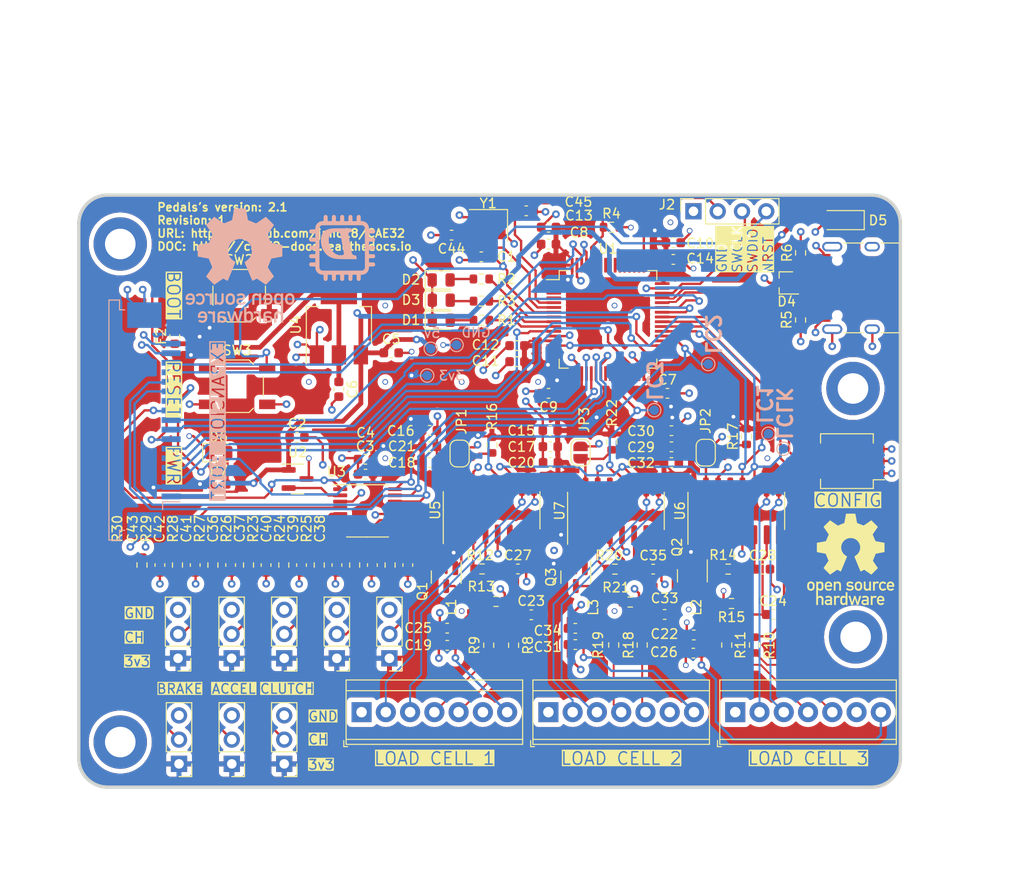
<source format=kicad_pcb>
(kicad_pcb (version 20240108) (generator "pcbnew") (generator_version "8.0")
  (layers (0 "F.Cu" signal) (1 "In1.Cu" signal) (2 "In2.Cu" signal) (31 "B.Cu" signal) (34 "B.Paste" user) (35 "F.Paste" user) (36 "B.SilkS" user "B.Silkscreen") (37 "F.SilkS" user "F.Silkscreen") (38 "B.Mask" user) (39 "F.Mask" user) (44 "Edge.Cuts" user))
  (net 0 "")
  (net 1 "Net-(U4-VO)")
  (net 2 "Net-(J18-Pin_7)")
  (net 3 "/BOOT")
  (net 4 "/NRST")
  (net 5 "Net-(J19-Pin_7)")
  (net 6 "/D+")
  (net 7 "Net-(U5-INA+)")
  (net 8 "Net-(U5-INA-)")
  (net 9 "+3.3V")
  (net 10 "GNDREF")
  (net 11 "+5V")
  (net 12 "/SCKL")
  (net 13 "/ADCs components/BRAKE")
  (net 14 "/ADCs components/ACCEL")
  (net 15 "/D-")
  (net 16 "/PGR_UART_TX")
  (net 17 "/IND1")
  (net 18 "/IND2")
  (net 19 "/ADCs components/CLUTCH")
  (net 20 "Net-(U6-INA+)")
  (net 21 "Net-(U6-INA-)")
  (net 22 "Net-(U5-VBG)")
  (net 23 "Net-(U6-VBG)")
  (net 24 "/PGR_UART_RX")
  (net 25 "/IND3")
  (net 26 "/UART_TX")
  (net 27 "Net-(U7-INA+)")
  (net 28 "Net-(U7-INA-)")
  (net 29 "/UART_RX")
  (net 30 "Net-(U7-VBG)")
  (net 31 "Net-(D1-A)")
  (net 32 "Net-(D2-A)")
  (net 33 "Net-(D3-A)")
  (net 34 "/B1")
  (net 35 "Net-(D6-A)")
  (net 36 "Net-(J15-CC1)")
  (net 38 "Net-(J15-CC2)")
  (net 40 "Net-(JP1-B)")
  (net 41 "Net-(JP2-B)")
  (net 42 "Net-(JP3-B)")
  (net 43 "/CAN_RX")
  (net 44 "/CAN_TX")
  (net 45 "/B2")
  (net 46 "Net-(Q1-C)")
  (net 47 "/B3")
  (net 48 "Net-(Q2-C)")
  (net 49 "/DIN")
  (net 50 "/DOUT")
  (net 51 "/CS_ADC")
  (net 52 "/S_CKL")
  (net 53 "/S_CS_PEDALS")
  (net 54 "/S_DIN")
  (net 55 "/S_DOUT")
  (net 56 "Net-(Q3-C)")
  (net 57 "Net-(Q1-B)")
  (net 58 "Net-(Q2-B)")
  (net 59 "Net-(Q3-B)")
  (net 60 "Net-(U5-VFB)")
  (net 61 "/Load Cells/B2+")
  (net 62 "/Load Cells/B2-")
  (net 63 "/Load Cells/A2-")
  (net 64 "/Load Cells/A2+")
  (net 65 "/Load Cells/B1+")
  (net 66 "/Load Cells/B1-")
  (net 67 "/Load Cells/A1-")
  (net 68 "/Load Cells/A1+")
  (net 69 "/Load Cells/B3-")
  (net 70 "/Load Cells/A3-")
  (net 71 "/Load Cells/A3+")
  (net 72 "/LOAD_CELL_CLK")
  (net 73 "/LOAD_CELL_3")
  (net 74 "/LOAD_CELL_2")
  (net 75 "/LOAD_CELL_1")
  (net 76 "/Load Cells/B3+")
  (net 77 "Net-(U6-VFB)")
  (net 78 "Net-(U7-VFB)")
  (net 83 "/OSC_IN")
  (net 84 "/OSC_OUT")
  (net 103 "Net-(U2-OUT)")
  (net 107 "Net-(J17-Pin_7)")
  (net 108 "/ADCs components/CH_1")
  (net 109 "/ADCs components/CH_4")
  (net 110 "/ADCs components/CH_2")
  (net 111 "/ADCs components/CH_5")
  (net 112 "/ADCs components/CH_3")
  (net 113 "/ADCs components/IN7")
  (net 114 "/ADCs components/IN6")
  (net 115 "/ADCs components/IN5")
  (net 116 "/ADCs components/IN4")
  (net 117 "/ADCs components/IN3")
  (net 118 "/ADCs components/IN2")
  (net 119 "/ADCs components/IN1")
  (net 120 "/ADCs components/IN0")
  (net 121 "/SWDIO")
  (net 122 "/SWCLK")
  (footprint "Resistor_SMD:R_0603_1608Metric" (layer "F.Cu") (at 126.78592 112.1 90)
    (property "Reference" "R24")
    (property "Value" "100")
  )
  (footprint "Button_Switch_SMD:SW_SPST_TL3342" (layer "F.Cu") (at 114.48 93.37)
    (property "Reference" "SW3")
    (property "Value" "SW")
  )
  (footprint "Capacitor_SMD:C_0603_1608Metric" (layer "F.Cu") (at 128.640612 112.1 -90)
    (property "Reference" "C39")
    (property "Value" "33n")
  )
  (footprint "Capacitor_SMD:C_0603_1608Metric" (layer "F.Cu") (at 113.803076 112.1 -90)
    (property "Reference" "C41")
    (property "Value" "33n")
  )
  (footprint "Capacitor_SMD:C_0603_1608Metric" (layer "F.Cu") (at 144.75 75)
    (property "Reference" "C45")
    (property "Value" "12p")
  )
  (footprint "Capacitor_SMD:C_0603_1608Metric" (layer "F.Cu") (at 127.922 102.578 180)
    (property "Reference" "C3")
    (property "Value" "100n")
  )
  (footprint "Capacitor_SMD:C_0603_1608Metric" (layer "F.Cu") (at 170.634 117.278 180)
    (property "Reference" "C24")
    (property "Value" "100n")
  )
  (footprint "Capacitor_SMD:C_0603_1608Metric" (layer "F.Cu") (at 134.624 97.998)
    (property "Reference" "C16")
    (property "Value" "100n")
  )
  (footprint "Capacitor_SMD:C_0603_1608Metric" (layer "F.Cu") (at 110.093692 112.1 -90)
    (property "Reference" "C42")
    (property "Value" "33n")
  )
  (footprint "Connector_PinHeader_2.54mm:PinHeader_1x03_P2.54mm_Vertical" (layer "F.Cu") (at 113.925 132.925 180)
    (property "Reference" "J9" (hide yes))
    (property "Value" "Conn_01x03_Female")
  )
  (footprint "Resistor_SMD:R_0603_1608Metric" (layer "F.Cu") (at 153.9 120.47 -90)
    (property "Reference" "R19")
    (property "Value" "100")
  )
  (footprint "LED_SMD:LED_0805_2012Metric" (layer "F.Cu") (at 112.5625 100.32)
    (property "Reference" "D6")
    (property "Value" "LED")
  )
  (footprint "LED_SMD:LED_0805_2012Metric" (layer "F.Cu") (at 135.854 86.458)
    (property "Reference" "D1")
    (property "Value" "LED")
  )
  (footprint "Package_SO:TSSOP-16_4.4x5mm_P0.65mm" (layer "F.Cu") (at 128.134 106.428)
    (property "Reference" "U3")
    (property "Value" "ADC128S102")
  )
  (footprint "TerminalBlock_TE-Connectivity:TerminalBlock_TE_282834-7_1x07_P2.54mm_Horizontal" (layer "F.Cu") (at 166.624 127.508)
    (property "Reference" "J17" (hide yes))
    (property "Value" "LC")
  )
  (footprint "Resistor_SMD:R_0603_1608Metric" (layer "F.Cu") (at 115.675 112.1 90)
    (property "Reference" "R27")
    (property "Value" "100")
  )
  (footprint "MountingHole:MountingHole_3.2mm_M3_DIN965_Pad_TopBottom" (layer "F.Cu") (at 102.25 78.475)
    (property "Reference" "H3" (hide yes))
    (property "Value" "M")
  )
  (footprint "Capacitor_SMD:C_0603_1608Metric" (layer "F.Cu") (at 158.034 112.528)
    (property "Reference" "C35")
    (property "Value" "100n")
  )
  (footprint "Capacitor_SMD:C_0603_1608Metric" (layer "F.Cu") (at 159.944 98.028)
    (property "Reference" "C30")
    (property "Value" "100n")
  )
  (footprint "Resistor_SMD:R_0603_1608Metric" (layer "F.Cu") (at 153.664 76.718)
    (property "Reference" "R4")
    (property "Value" "10K")
  )
  (footprint "Diode_SMD:D_SOD-123" (layer "F.Cu") (at 177.875 75.975 180)
    (property "Reference" "D5")
    (property "Value" "SMF5V0A")
  )
  (footprint "Button_Switch_SMD:SW_SPST_TL3342" (layer "F.Cu") (at 114.7 83.89)
    (property "Reference" "SW2")
    (property "Value" "SW")
  )
  (footprint "Capacitor_SMD:C_0603_1608Metric" (layer "F.Cu") (at 162.234 121.328 180)
    (property "Reference" "C26")
    (property "Value" "10u")
  )
  (footprint "Capacitor_SMD:C_0603_1608Metric" (layer "F.Cu") (at 159.5275 94.117)
    (property "Reference" "C7")
    (property "Value" "100n")
  )
  (footprint "Resistor_SMD:R_0603_1608Metric" (layer "F.Cu") (at 173.463 86.432 -90)
    (property "Reference" "R5")
    (property "Value" "5K1")
  )
  (footprint "Resistor_SMD:R_0603_1608Metric" (layer "F.Cu") (at 143.42 120.5 90)
    (property "Reference" "R8")
    (property "Value" "100")
  )
  (footprint "Capacitor_SMD:C_0603_1608Metric" (layer "F.Cu") (at 149.884 120.428 180)
    (property "Reference" "C31")
    (property "Value" "100n")
  )
  (footprint "Resistor_SMD:R_0603_1608Metric" (layer "F.Cu") (at 123.076536 112.1 90)
    (property "Reference" "R23")
    (property "Value" "100")
  )
  (footprint "Fuse:Fuse_0603_1608Metric" (layer "F.Cu") (at 107.95 88.138 90)
    (property "Reference" "F2")
    (property "Value" "0466-500NRHF")
  )
  (footprint "Capacitor_SMD:C_0603_1608Metric" (layer "F.Cu") (at 147.0815 94.117 180)
    (property "Reference" "C9")
    (property "Value" "100n")
  )
  (footprint "Resistor_SMD:R_0603_1608Metric" (layer "F.Cu") (at 140.054 86.458 180)
    (property "Reference" "R1")
    (property "Value" "330")
  )
  (footprint "Inductor_SMD:L_0402_1005Metric" (layer "F.Cu") (at 138.8715 116.5105 90)
    (property "Reference" "L1")
    (property "Value" "3u3")
  )
  (footprint "MountingHole:MountingHole_3.2mm_M3_DIN965_Pad_TopBottom" (layer "F.Cu") (at 179.225 119.625)
    (property "Reference" "H1" (hide yes))
    (property "Value" "M")
  )
  (footprint "Connector_USB:USB_C_Receptacle_HRO_TYPE-C-31-M-12" (layer "F.Cu") (at 179.907 83.074 90)
    (property "Reference" "J15" (hide yes))
    (property "Value" "USB_C_Receptacle_USB2.0")
  )
  (footprint "Resistor_SMD:R_0603_1608Metric" (layer "F.Cu") (at 154.034 112.528)
    (property "Reference" "R20")
    (property "Value" "20k")
  )
  (footprint "Package_TO_SOT_SMD:SOT-23" (layer "F.Cu") (at 136.3715 113.3605 -90)
    (property "Reference" "Q1")
    (property "Value" "MMBT3906")
  )
  (footprint "Capacitor_SMD:C_0603_1608Metric" (layer "F.Cu") (at 121.221844 112.1 -90)
    (property "Reference" "C37")
    (property "Value" "33n")
  )
  (footprint "Resistor_SMD:R_0603_1608Metric" (layer "F.Cu") (at 168.634 120.478 90)
    (property "Reference" "R10")
    (property "Value" "100")
  )
  (footprint "Package_TO_SOT_SMD:SOT-23" (layer "F.Cu") (at 162.134 113.228 -90)
    (property "Reference" "Q2")
    (property "Value" "MMBT3906")
  )
  (footprint "Capacitor_SMD:C_0603_1608Metric" (layer "F.Cu") (at 106.4 112.095 -90)
    (property "Reference" "C43")
    (property "Value" "33n")
  )
  (footprint "Connector_PinHeader_2.54mm:PinHeader_1x03_P2.54mm_Vertical" (layer "F.Cu") (at 124.91875 121.865 180)
    (property "Reference" "J10" (hide yes))
    (property "Value" "Conn_01x03_Female")
  )
  (footprint "Resistor_SMD:R_0603_1608Metric" (layer "F.Cu") (at 141.584 115.9105)
    (property "Reference" "R13")
    (property "Value" "8.2k")
  )
  (footprint "Capacitor_SMD:C_0603_1608Metric" (layer "F.Cu") (at 147.264 99.698 180)
    (property "Reference" "C17")
    (property "Value" "100n")
  )
  (footprint "Package_SO:SOP-16_3.9x9.9mm_P1.27mm" (layer "F.Cu") (at 154.134 106.428 90)
    (property "Reference" "U7")
    (property "Value" "HX711")
  )
  (footprint "Connector_PinSocket_2.54mm:PinSocket_1x04_P2.54mm_Vertical" (layer "F.Cu") (at 162.25 75.05 90)
    (property "Reference" "J2")
    (property "Value" "ST-LINK")
  )
  (footprint "Package_TO_SOT_SMD:SOT-23" (layer "F.Cu") (at 149.934 113.3655 -90)
    (property "Reference" "Q3")
    (property "Value" "MMBT3906")
  )
  (footprint "Connector_PinHeader_2.54mm:PinHeader_1x03_P2.54mm_Vertical" (layer "F.Cu") (at 130.425 121.865 180)
    (property "Reference" "J14" (hide yes))
    (property "Value" "Conn_01x03_Female")
  )
  (footprint "Resistor_SMD:R_0603_1608Metric" (layer "F.Cu") (at 112.5625 103.622)
    (property "Reference" "R7")
    (property "Value" "330")
  )
  (footprint "Capacitor_SMD:C_0603_1608Metric" (layer "F.Cu") (at 143.7775 90.797 180)
    (property "Reference" "C11")
    (property "Value" "10n")
  )
  (footprint "TerminalBlock_TE-Connectivity:TerminalBlock_TE_282834-7_1x07_P2.54mm_Horizontal" (layer "F.Cu") (at 127.508 127.508)
    (property "Reference" "J19" (hide yes))
    (property "Value" "LC")
  )
  (footprint "Capacitor_SMD:C_0603_1608Metric" (layer "F.Cu") (at 159.944 101.368)
    (property "Reference" "C32")
    (property "Value" "10u")
  )
  (footprint "Resistor_SMD:R_0603_1608Metric" (layer "F.Cu") (at 140.054 84.458 180)
    (property "Reference" "R3")
    (property "Value" "330")
  )
  (footprint "Capacitor_SMD:C_0603_1608Metric" (layer "F.Cu") (at 159.944 99.718)
    (property "Reference" "C29")
    (property "Value" "100n")
  )
  (footprint "Inductor_SMD:L_0402_1005Metric" (layer "F.Cu") (at 152.934 116.528 90)
    (property "Reference" "L3")
    (property "Value" "3u3")
  )
  (footprint "Resistor_SMD:R_0603_1608Metric" (layer "F.Cu") (at 104.525 112.095 90)
    (property "Reference" "R30")
    (property "Value" "100")
  )
  (footprint "Crystal:Crystal_SMD_3225-4Pin_3.2x2.5mm" (layer "F.Cu") (at 140.7844 76.5184 180)
    (property "Reference" "Y1")
    (property "Value" "8 MHz")
  )
  (footprint "Capacitor_SMD:C_0603_1608Metric" (layer "F.Cu") (at 147.0815 76.718 180)
    (property "Reference" "C13")
    (property "Value" "4u7")
  )
  (footprint "Resistor_SMD:R_0603_1608Metric" (layer "F.Cu") (at 119.367152 112.1 90)
    (property "Reference" "R26")
    (property "Value" "100")
  )
  (footprint "Resistor_SMD:R_0603_1608Metric" (layer "F.Cu") (at 173.463 79.402 90)
    (property "Reference" "R6")
    (property "Value" "5K1")
  )
  (footprint "Capacitor_SMD:C_0603_1608Metric" (layer "F.Cu") (at 130.6155 89.878)
    (property "Reference" "C5")
    (property "Value" "1u")
  )
  (footprint "Inductor_SMD:L_0402_1005Metric" (layer "F.Cu") (at 163.734 116.528 90)
    (property "Reference" "L2")
    (property "Value" "3u3")
  )
  (footprint "Jumper:SolderJumper-2_P1.3mm_Open_RoundedPad1.0x1.5mm" (layer "F.Cu") (at 150.43 100.32 -90)
    (property "Reference" "JP3")
    (property "Value" "SolderJumper_2_Open")
  )
  (footprint "Connector_PinHeader_2.54mm:PinHeader_1x03_P2.54mm_Vertical" (layer "F.Cu") (at 108.4 132.925 180)
    (property "Reference" "J5" (hide yes))
    (property "Value" "Conn_01x03_Female")
  )
  (footprint "Resistor_SMD:R_0603_1608Metric" (layer "F.Cu") (at 166.234 116.128 180)
    (property "Reference" "R15")
    (property "Value" "8.2k")
  )
  (footprint "Connector_PinHeader_2.54mm:PinHeader_1x03_P2.54mm_Vertical" (layer "F.Cu") (at 119.4125 121.865 180)
    (property "Reference" "J6" (hide yes))
    (property "Value" "Conn_01x03_Female")
  )
  (footprint "Connector_PinHeader_2.54mm:PinHeader_1x03_P2.54mm_Vertical" (layer "F.Cu") (at 108.3 121.865 180)
    (property "Reference" "J7" (hide yes))
    (property "Value" "Conn_01x03_Female")
  )
  (footprint "Capacitor_SMD:C_0603_1608Metric" (layer "F.Cu") (at 136.4715 120.5105 180)
    (property "Reference" "C19")
    (property "Value" "100n")
  )
  (footprint "Resistor_SMD:R_0603_1608Metric" (layer "F.Cu") (at 140.1215 112.5105)
    (property "Reference" "R12")
    (property "Value" "20k")
  )
  (footprint "Package_TO_SOT_SMD:SOT-223-3_TabPin2" (layer "F.Cu") (at 125.1355 86.938 90)
    (property "Reference" "U4")
    (property "Value" "LDL1117")
  )
  (footprint "LED_SMD:LED_0805_2012Metric" (layer "F.Cu") (at 135.8405 82.239)
    (property "Reference" "D2")
    (property "Value" "LED")
  )
  (footprint "Capacitor_SMD:C_0603_1608Metric" (layer "F.Cu") (at 169.484 112.528)
    (property "Reference" "C28")
    (property "Value" "100n")
  )
  (footprint "Resistor_SMD:R_0603_1608Metric" (layer "F.Cu") (at 153.7065 99.2055 90)
    (property "Reference" "R22")
    (property "Value" "10K")
  )
  (footprint "Capacitor_SMD:C_0603_1608Metric" (layer "F.Cu") (at 143.7775 89.117 180)
    (property "Reference" "C12")
    (property "Value" "1u")
  )
  (footprint "Package_SO:SOP-16_3.9x9.9mm_P1.27mm" (layer "F.Cu") (at 141.1215 106.3605 90)
    (property "Reference" "U5")
    (property "Value" "HX711")
  )
  (footprint "TerminalBlock_TE-Connectivity:TerminalBlock_TE_282834-7_1x07_P2.54mm_Horizontal" (layer "F.Cu") (at 147.066 127.508)
    (property "Reference" "J18" (hide yes))
    (property "Value" "LC")
  )
  (footprint "Package_TO_SOT_SMD:SOT-23" (layer "F.Cu") (at 120.81 103.086)
    (property "Reference" "U2")
    (property "Value" "REF3033")
  )
  (footprint "Capacitor_SMD:C_0603_1608Metric" (layer "F.Cu") (at 125.128 93.688 -90)
    (property "Reference" "C6")
    (property "Value" "4u7")
  )
  (footprint "Package_TO_SOT_SMD:SOT-323_SC-70" (layer "F.Cu") (at 171.95 82.55 180)
    (property "Reference" "D4")
    (property "Value" "VCAN26A2-03GHE3")
  )
  (footprint "Package_QFP:LQFP-64_10x10mm_P0.5mm" (layer "F.Cu") (at 153.3045 86.37)
    (property "Reference" "U1")
    (property "Value" "STM32F072RBTx")
  )
  (footprint "Resistor_SMD:R_0603_1608Metric" (layer "F.Cu") (at 111.948384 112.1 90)
    (property "Reference" "R28")
    (property "Value" "100")
  )
  (footprint "Package_SO:SOP-16_3.9x9.9mm_P1.27mm" (layer "F.Cu") (at 166.734 106.428 90)
    (property "Reference" "U6")
    (property "Value" "HX711")
  )
  (footprint "Resistor_SMD:R_0603_1608Metric" (layer "F.Cu") (at 167.8 98.6425 90)
    (property "Reference" "R17")
    (property "Value" "10K")
  )
  (footprint "Capacitor_SMD:C_0603_1608Metric" (layer "F.Cu") (at 140.044 79.818 180)
    (property "Reference" "C1")
    (property "Value" "100n")
  )
  (footprint "Resistor_SMD:R_0603_1608Metric" (layer "F.Cu") (at 156.884 120.478 90)
    (property "Reference" "R18")
    (property "Value" "100")
  )
  (footprint "MountingHole:MountingHole_3.2mm_M3_DIN965_Pad_TopBottom" (layer "F.Cu") (at 178.95 93.61)
    (property "Reference" "H4" (hide yes))
    (property "Value" "M")
  )
  (footprint "Resistor_SMD:R_0603_1608Metric" (layer "F.Cu") (at 108.239 112.1 90)
    (property "Reference" "R29")
    (property "Value" "100")
  )
  (footprint "Jumper:SolderJumper-2_P1.3mm_Open_RoundedPad1.0x1.5mm" (layer "F.Cu") (at 163.534 100.328 -90)
    (property "Reference" "JP2")
    (property "Value" "SolderJumper_2_Open")
  )
  (footprint "Resistor_SMD:R_0603_1608Metric" (layer "F.Cu") (at 155.634 115.978)
    (property "Reference" "R21")
    (property "Value" "8.2k")
  )
  (footprint "Capacitor_SMD:C_0603_1608Metric" (layer "F.Cu") (at 147.284 101.358 180)
    (property "Reference" "C20")
    (property "Value" "10u")
  )
  (footprint "Capacitor_SMD:C_0603_1608Metric" (layer "F.Cu") (at 132.35 112.1 -90)
    (property "Reference" "C38")
    (property "Value" "33n")
  )
  (footprint "Connector_PinHeader_2.54mm:PinHeader_1x03_P2.54mm_Vertical" (layer "F.Cu") (at 113.90625 121.865 180)
    (property "Reference" "J11" (hide yes))
    (property "Value" "Conn_01x03_Female")
  )
  (footprint "LED_SMD:LED_0805_2012Metric" (layer "F.Cu") (at 135.854 84.358)
    (property "Reference" "D3")
    (property "Value" "LED")
  )
  (footprint "Jumper:SolderJumper-2_P1.3mm_Open_RoundedPad1.0x1.5mm" (layer "F.Cu") (at 137.77 100.42 -90)
    (property "Reference" "JP1")
    (property "Value" "SolderJumper_2_Open")
  )
  (footprint "MountingHole:MountingHole_3.2mm_M3_DIN965_Pad_TopBottom" (layer "F.Cu") (at 102.25 130.64)
    (property "Reference" "H2" (hide yes))
    (property "Value" "M")
  )
  (footprint "Resistor_SMD:R_0603_1608Metric" (layer "F.Cu") (at 141.15 99.53 90)
    (property "Reference" "R16")
    (property "Value" "10K")
  )
  (footprint "Capacitor_SMD:C_0603_1608Metric" (layer "F.Cu") (at 162.284 119.428 180)
    (property "Reference" "C22")
    (property "Value" "100n")
  )
  (footprint "Capacitor_SMD:C_0603_1608Metric" (layer "F.Cu") (at 120.754 98.718)
    (property "Reference" "C2")
    (property "Value" "47u")
  )
  (footprint "Connector_PinHeader_2.54mm:PinHeader_1x03_P2.54mm_Vertical" (layer "F.Cu") (at 119.4125 132.925 180)
    (property "Reference" "J13" (hide yes))
    (property "Value" "Conn_01x03_Female")
  )
  (footprint "Capacitor_SMD:C_0603_1608Metric" (layer "F.Cu") (at 136.9314 77.5462 180)
    (property "Reference" "C44")
    (property "Value" "12p")
  )
  (footprint "Capacitor_SMD:C_0603_1608Metric" (layer "F.Cu") (at 145.2715 117.3105 180)
    (property "Reference" "C23")
    (property "Value" "100n")
  )
  (footprint "Capacitor_SMD:C_0603_1608Metric" (layer "F.Cu") (at 160.1395 80.089)
    (property "Reference" "C14")
    (property "Value" "4u7")
  )
  (footprint "Resistor_SMD:R_0603_1608Metric" (layer "F.Cu") (at 140.0405 82.139 180)
    (property "Reference" "R2")
    (property "Value" "330")
  )
  (footprint "Capacitor_SMD:C_0603_1608Metric" (layer "F.Cu") (at 149.884 118.728 180)
    (property "Reference" "C34")
    (property "Value" "10u")
  )
  (footprint "Capacitor_SMD:C_0603_1608Metric" (layer "F.Cu") (at 136.4715 118.7105 180)
    (property "Reference" "C25")
    (property "Value" "10u")
  )
  (footprint "Capacitor_SMD:C_0603_1608Metric" (layer "F.Cu") (at 147.0815 78.496 180)
    (property "Reference" "C8")
    (property "Value" "100n")
  )
  (footprint "Capacitor_SMD:C_0603_1608Metric" (layer "F.Cu") (at 134.6215 99.698)
    (property "Reference" "C21")
    (property "Value" "10u")
  )
  (footprint "Capacitor_SMD:C_0603_1608Metric" (layer "F.Cu") (at 160.1395 78.339)
    (property "Reference" "C10")
    (property "Value" "100n")
  )
  (footprint "Capacitor_SMD:C_0603_1608Metric" (layer "F.Cu") (at 159.234 117.278 180)
    (property "Reference" "C33")
    (property "Value" "100n")
  )
  (footprint "Capacitor_SMD:C_0603_1608Metric" (layer "F.Cu") (at 124.931228 112.1 -90)
    (property "Reference" "C40")
    (property "Value" "33n")
  )
  (footprint "Resistor_SMD:R_0603_1608Metric" (layer "F.Cu") (at 140.82 120.5 -90)
    (property "Reference" "R9")
    (property "Value" "100")
  )
  (footprint "Resistor_SMD:R_0603_1608Metric" (layer "F.Cu") (at 165.884 112.528)
    (property "Reference" "R14")
    (property "Value" "20k")
  )
  (footprint "Button_Switch_SMD:SW_DIP_SPSTx03_Slide_KingTek_DSHP03TJ_W5.25mm_P1.27mm_JPin" (layer "F.Cu") (at 178.313 101.218 180)
    (property "Reference" "SW1" (hide yes))
    (property "Value" "CONFIG")
  )
  (footprint "Capacitor_SMD:C_0603_1608Metric" (layer "F.Cu") (at 117.51246 112.1 -90)
    (property "Reference" "C36")
    (property "Value" "33n")
  )
  (footprint "Capacitor_SMD:C_0603_1608Metric" (layer "F.Cu") (at 143.8715 112.5105)
    (property "Reference" "C27")
    (property "Value" "100n")
  )
  (footprint "Capacitor_SMD:C_0603_1608Metric" (layer "F.Cu") (at 134.634 101.358)
    (property "Reference" "C18")
    (property "Value" "100n")
  )
  (footprint "Capacitor_SMD:C_0603_1608Metric" (layer "F.Cu") (at 127.9115 101.018 180)
    (property "Reference" "C4")
    (property "Value" "100n")
  )
  (footprint "Resistor_SMD:R_0603_1608Metric" (layer "F.Cu") (at 130.495304 112.1 90)
    (property "Reference" "R25")
    (property "Value" "100")
  )
  (footprint "Resistor_SMD:R_0603_1608Metric" (layer "F.Cu") (at 165.734 120.478 -90)
    (property "Reference" "R11")
    (property "Value" "100")
  )
  (footprint "Capacitor_SMD:C_0603_1608Metric" (layer "F.Cu") (at 147.254 98.008 180)
    (property "Reference" "C15")
    (property "Value" "100n")
  )
  (footprint "TestPoint:TestPoint_Pad_D1.0mm" (layer "B.Cu") (at 171.68 99.92 180)
    (property "Reference" "TP6" (hide yes))
    (property "Value" "TestPoint")
  )
  (footprint "TestPoint:TestPoint_Pad_D1.0mm" (layer "B.Cu") (at 170.1 98.35 180)
    (property "Reference" "TP5" (hide yes))
    (property "Value" "TestPoint")
  )
  (footprint "TestPoint:TestPoint_Pad_D1.0mm" (layer "B.Cu") (at 163.8 91.05 180)
    (property "Reference" "TP4" (hide yes))
    (property "Value" "TestPoint")
  )
  (footprint "TestPoint:TestPoint_Pad_D1.0mm" (layer "B.Cu") (at 137.45 89.05 180)
    (property "Reference" "TP1" (hide yes))
    (property "Value" "GND")
  )
  (footprint "TestPoint:TestPoint_Pad_D1.0mm" (layer "B.Cu") (at 134.75 89.45 180)
    (property "Reference" "TP2" (hide yes))
    (property "Value" "5v")
  )
  (footprint "Connector_FFC-FPC:TE_1-84953-7_1x17-1MP_P1.0mm_Horizontal" (layer "B.Cu") (at 105.775 96.915 90)
    (property "Reference" "J1" (hide yes))
    (property "Value" "Conn_01x19_Pin")
  )
  (footprint "TestPoint:TestPoint_Pad_D1.0mm" (layer "B.Cu") (at 158.14 95.88 180)
    (property "Reference" "TP7" (hide yes))
    (property "Value" "TestPoint")
  )
  (footprint "TestPoint:TestPoint_Pad_D1.0mm" (layer "B.Cu") (at 134.375 92.255 180)
    (property "Reference" "TP3" (hide yes))
    (property "Value" "3v3")
  )
  (gr_poly (pts (xy 114.602782 86.357441) (xy 114.598085 86.357441) (xy 114.328739 85.525856) (xy 114.155371 85.525856) (xy 113.886026 86.357441) (xy 113.881197 86.357441) (xy 113.654118 85.525856) (xy 113.401044 85.525856) (xy 113.780457 86.713505) (xy 113.991396 86.713505) (xy 114.239707 85.881852) (xy 114.244404 85.881852) (xy 114.492715 86.713505) (xy 114.703522 86.713505) (xy 115.083 85.525856) (xy 114.830059 85.525856)) (fill solid) (layer "B.SilkS"))
  (gr_poly (pts (xy 112.839995 84.357258) (xy 112.839702 84.372208) (xy 112.83883 84.386756) (xy 112.837393 84.400897) (xy 112.835401 84.414626) (xy 112.832867 84.42794) (xy 112.829803 84.440832) (xy 112.826221 84.453298) (xy 112.822132 84.465334) (xy 112.81755 84.476935) (xy 112.812486 84.488095) (xy 112.806951 84.498811) (xy 112.800959 84.509077) (xy 112.79452 84.518888) (xy 112.787648 84.528241) (xy 112.780354 84.537129) (xy 112.77265 84.545549) (xy 112.764548 84.553496) (xy 112.756061 84.560964) (xy 112.747199 84.567949) (xy 112.737976 84.574447) (xy 112.728403 84.580452) (xy 112.718492 84.58596) (xy 112.708256 84.590966) (xy 112.697706 84.595466) (xy 112.686854 84.599453) (xy 112.675713 84.602925) (xy 112.664294 84.605875) (xy 112.65261 84.6083) (xy 112.640672 84.610194) (xy 112.628492 84.611553) (xy 112.616084 84.612372) (xy 112.603457 84.612646) (xy 112.591029 84.612372) (xy 112.578806 84.611553) (xy 112.566801 84.610194) (xy 112.555025 84.6083) (xy 112.543492 84.605875) (xy 112.532214 84.602925) (xy 112.521203 84.599453) (xy 112.510471 84.595466) (xy 112.500031 84.590966) (xy 112.489896 84.58596) (xy 112.480078 84.580452) (xy 112.470589 84.574447) (xy 112.461442 84.567949) (xy 112.452649 84.560964) (xy 112.444222 84.553496) (xy 112.436175 84.545549) (xy 112.428519 84.537129) (xy 112.421267 84.528241) (xy 112.414431 84.518888) (xy 112.408024 84.509077) (xy 112.402058 84.498811) (xy 112.396545 84.488095) (xy 112.391499 84.476935) (xy 112.386931 84.465334) (xy 112.382854 84.453298) (xy 112.37928 84.440832) (xy 112.376222 84.42794) (xy 112.373692 84.414626) (xy 112.371703 84.400897) (xy 112.370267 84.386756) (xy 112.369396 84.372208) (xy 112.369103 84.357258) (xy 112.369103 83.649827) (xy 112.13025 83.649827) (xy 112.13025 84.837608) (xy 112.369103 84.837608) (xy 112.369103 84.711005) (xy 112.373733 84.711005) (xy 112.388167 84.728019) (xy 112.403348 84.743936) (xy 112.419252 84.758757) (xy 112.435854 84.772481) (xy 112.45313 84.785109) (xy 112.471055 84.796639) (xy 112.489604 84.807072) (xy 112.508753 84.816408) (xy 112.528477 84.824646) (xy 112.548752 84.831786) (xy 112.569553 84.837829) (xy 112.590854 84.842773) (xy 112.612633 84.846619) (xy 112.634864 84.849366) (xy 112.657522 84.851015) (xy 112.680583 84.851564) (xy 112.698213 84.851146) (xy 112.715937 84.849894) (xy 112.751498 84.844899) (xy 112.786923 84.836604) (xy 112.804477 84.831226) (xy 112.821868 84.825032) (xy 112.839053 84.818024) (xy 112.85599 84.810207) (xy 112.872635 84.801583) (xy 112.888946 84.792154) (xy 112.90488 84.781925) (xy 112.920393 84.770897) (xy 112.935443 84.759074) (xy 112.949987 84.746459) (xy 112.963982 84.733055) (xy 112.977385 84.718865) (xy 112.990154 84.703892) (xy 113.002244 84.688138) (xy 113.013614 84.671608) (xy 113.02422 84.654303) (xy 113.03402 84.636228) (xy 113.042971 84.617384) (xy 113.051029 84.597775) (xy 113.058152 84.577404) (xy 113.064297 84.556275) (xy 113.069421 84.534389) (xy 113.073481 84.51175) (xy 113.076434 84.488361) (xy 113.078237 84.464224) (xy 113.078848 84.439344) (xy 113.078847 84.439344) (xy 113.078847 83.649827) (xy 112.839995 83.649827)) (fill solid) (layer "B.SilkS"))
  (gr_poly (pts (xy 112.867161 85.512944) (xy 112.815664 85.516568) (xy 112.766627 85.52278) (xy 112.743083 85.526901) (xy 112.720214 85.531721) (xy 112.698041 85.537258) (xy 112.676584 85.54353) (xy 112.655864 85.550554) (xy 112.635901 85.558348) (xy 112.616715 85.56693) (xy 112.598325 85.576317) (xy 112.580753 85.586526) (xy 112.564019 85.597575) (xy 112.548142 85.609482) (xy 112.533143 85.622265) (xy 112.519042 85.63594) (xy 112.505859 85.650525) (xy 112.493615 85.666039) (xy 112.48233 85.682498) (xy 112.472024 85.69992) (xy 112.462716 85.718322) (xy 112.454428 85.737723) (xy 112.44718 85.75814) (xy 112.440991 85.77959) (xy 112.435882 85.802091) (xy 112.431874 85.82566) (xy 112.428985 85.850315) (xy 112.427237 85.876074) (xy 112.42665 85.902954) (xy 112.42665 86.713505) (xy 112.665701 86.713505) (xy 112.665701 86.608068) (xy 112.670331 86.608068) (xy 112.679955 86.622938) (xy 112.690418 86.636773) (xy 112.701788 86.649581) (xy 112.714133 86.661375) (xy 112.727523 86.672165) (xy 112.742024 86.681961) (xy 112.757705 86.690774) (xy 112.774635 86.698614) (xy 112.792882 86.705493) (xy 112.812515 86.71142) (xy 112.833601 86.716406) (xy 112.856208 86.720462) (xy 112.880407 86.723598) (xy 112.906263 86.725825) (xy 112.933847 86.727154) (xy 112.963225 86.727594) (xy 112.987718 86.727138) (xy 113.011559 86.725781) (xy 113.034738 86.723544) (xy 113.057247 86.720447) (xy 113.079079 86.716509) (xy 113.100225 86.71175) (xy 113.120678 86.706189) (xy 113.140428 86.699847) (xy 113.159468 86.692743) (xy 113.17779 86.684897) (xy 113.195385 86.676329) (xy 113.212245 86.667057) (xy 113.228363 86.657103) (xy 113.243729 86.646486) (xy 113.258336 86.635225) (xy 113.272176 86.62334) (xy 113.285241 86.610852) (xy 113.297521 86.597779) (xy 113.30901 86.584141) (xy 113.319699 86.569959) (xy 113.329579 86.555251) (xy 113.338643 86.540039) (xy 113.346883 86.52434) (xy 113.35429 86.508176) (xy 113.360856 86.491565) (xy 113.366573 86.474528) (xy 113.371433 86.457084) (xy 113.375428 86.439253) (xy 113.378549 86.421055) (xy 113.380789 86.402509) (xy 113.382138 86.383636) (xy 113.38259 86.364454) (xy 113.382336 86.352745) (xy 113.157562 86.352745) (xy 113.156812 86.367541) (xy 113.154526 86.382032) (xy 113.150655 86.396126) (xy 113.145146 86.409735) (xy 113.141762 86.416329) (xy 113.137949 86.422769) (xy 113.133701 86.429043) (xy 113.129011 86.435139) (xy 113.123874 86.441047) (xy 113.118283 86.446755) (xy 113.112231 86.452253) (xy 113.105712 86.457529) (xy 113.09872 86.462571) (xy 113.091247 86.467369) (xy 113.083289 86.471912) (xy 113.074838 86.476188) (xy 113.065888 86.480186) (xy 113.056432 86.483895) (xy 113.046464 86.487304) (xy 113.035979 86.490402) (xy 113.013427 86.495619) (xy 112.988725 86.499455) (xy 112.961822 86.501823) (xy 112.932666 86.502632) (xy 112.896857 86.50235) (xy 112.864029 86.501366) (xy 112.83409 86.49947) (xy 112.806948 86.496452) (xy 112.794396 86.494457) (xy 112.782509 86.492103) (xy 112.771274 86.489364) (xy 112.760681 86.486213) (xy 112.750717 86.482624) (xy 112.741372 86.478572) (xy 112.732633 86.47403) (xy 112.724488 86.468972) (xy 112.716927 86.463371) (xy 112.709938 86.457201) (xy 112.703509 86.450437) (xy 112.697628 86.443052) (xy 112.692285 86.435019) (xy 112.687467 86.426313) (xy 112.683162 86.416908) (xy 112.67936 86.406776) (xy 112.676049 86.395893) (xy 112.673216 86.384232) (xy 112.670852 86.371766) (xy 112.668943 86.35847) (xy 112.667478 86.344316) (xy 112.666446 86.32928) (xy 112.665836 86.313335) (xy 112.665635 86.296454) (xy 112.665636 86.296454) (xy 112.665636 86.209738) (xy 112.951386 86.209738) (xy 112.964344 86.209902) (xy 112.976865 86.210391) (xy 112.98895 86.2112) (xy 113.000601 86.212326) (xy 113.01182 86.213762) (xy 113.022608 86.215504) (xy 113.032967 86.217548) (xy 113.042899 86.219888) (xy 113.052406 86.22252) (xy 113.061489 86.225439) (xy 113.07015 86.228641) (xy 113.078391 86.232121) (xy 113.086213 86.235874) (xy 113.093618 86.239894) (xy 113.100607 86.244179) (xy 113.107184 86.248722) (xy 113.113348 86.253519) (xy 113.119103 86.258566) (xy 113.124449 86.263857) (xy 113.129388 86.269388) (xy 113.133923 86.275154) (xy 113.138054 86.281151) (xy 113.141783 86.287373) (xy 113.145113 86.293816) (xy 113.148045 86.300475) (xy 113.15058 86.307346) (xy 113.152721 86.314423) (xy 113.154468 86.321703) (xy 113.155824 86.329179) (xy 113.156791 86.336848) (xy 113.15737 86.344705) (xy 113.157562 86.352745) (xy 113.382336 86.352745) (xy 113.382206 86.346755) (xy 113.381053 86.329245) (xy 113.379134 86.311947) (xy 113.37645 86.294887) (xy 113.373001 86.278089) (xy 113.368791 86.261577) (xy 113.363818 86.245376) (xy 113.358086 86.22951) (xy 113.351595 86.214004) (xy 113.344348 86.198883) (xy 113.336344 86.18417) (xy 113.327585 86.169891) (xy 113.318074 86.15607) (xy 113.30781 86.14273) (xy 113.296796 86.129898) (xy 113.285033 86.117597) (xy 113.272522 86.105852) (xy 113.259265 86.094687) (xy 113.245262 86.084127) (xy 113.230516 86.074196) (xy 113.215027 86.064919) (xy 113.198797 86.05632) (xy 113.181828 86.048423) (xy 113.16412 86.041254) (xy 113.145675 86.034837) (xy 113.126494 86.029196) (xy 113.106579 86.024355) (xy 113.08593 86.02034) (xy 113.06455 86.017174) (xy 113.04244 86.014883) (xy 113.019601 86.01349) (xy 112.996034 86.01302) (xy 112.665701 86.01302) (xy 112.665701 85.888865) (xy 112.666559 85.868635) (xy 112.667637 85.859141) (xy 112.669156 85.850054) (xy 112.671119 85.841368) (xy 112.673531 85.833076) (xy 112.676397 85.825173) (xy 112.679722 85.817652) (xy 112.68351 85.810509) (xy 112.687766 85.803736) (xy 112.692495 85.797328) (xy 112.697702 85.79128) (xy 112.70339 85.785584) (xy 112.709566 85.780235) (xy 112.716233 85.775228) (xy 112.723397 85.770555) (xy 112.731062 85.766212) (xy 112.739232 85.762192) (xy 112.75711 85.755099) (xy 112.777068 85.749227) (xy 112.799144 85.74453) (xy 112.823376 85.740959) (xy 112.849801 85.738467) (xy 112.878457 85.737007) (xy 112.909382 85.736531) (xy 112.931904 85.736812) (xy 112.952958 85.737676) (xy 112.972618 85.739152) (xy 112.990955 85.741272) (xy 112.99965 85.742583) (xy 113.008041 85.744066) (xy 113.016138 85.745725) (xy 113.02395 85.747564) (xy 113.031485 85.749587) (xy 113.038753 85.751798) (xy 113.045762 85.7542) (xy 113.052522 85.756797) (xy 113.059042 85.759593) (xy 113.06533 85.762592) (xy 113.071396 85.765797) (xy 113.07725 85.769213) (xy 113.082898 85.772844) (xy 113.088352 85.776692) (xy 113.09362 85.780763) (xy 113.098711 85.785059) (xy 113.103633 85.789584) (xy 113.108397 85.794343) (xy 113.11301 85.799339) (xy 113.117483 85.804577) (xy 113.121824 85.810059) (xy 113.126042 85.815789) (xy 113.130147 85.821772) (xy 113.134146 85.828011) (xy 113.321603 85.685136) (xy 113.304006 85.662325) (xy 113.285462 85.641337) (xy 113.265962 85.622124) (xy 113.245496 85.604636) (xy 113.224055 85.588826) (xy 113.201627 85.574645) (xy 113.178204 85.562044) (xy 113.153775 85.550975) (xy 113.128331 85.54139) (xy 113.101861 85.53324) (xy 113.074356 85.526477) (xy 113.045807 85.521052) (xy 113.016202 85.516917) (xy 112.985532 85.514024) (xy 112.953787 85.512323) (xy 112.920958 85.511767)) (fill solid) (layer "B.SilkS"))
  (gr_poly (pts (xy 111.593529 85.512175) (xy 111.57609 85.513386) (xy 111.559005 85.515379) (xy 111.542261 85.518134) (xy 111.525844 85.521629) (xy 111.509742 85.525845) (xy 111.49394 85.530761) (xy 111.478425 85.536357) (xy 111.463184 85.542611) (xy 111.448203 85.549504) (xy 111.433468 85.557014) (xy 111.418967 85.565122) (xy 111.404686 85.573806) (xy 111.39061 85.583047) (xy 111.376728 85.592823) (xy 111.363025 85.603115) (xy 111.536393 85.809292) (xy 111.546752 85.801667) (xy 111.556779 85.794635) (xy 111.566531 85.788182) (xy 111.576063 85.782293) (xy 111.585429 85.776955) (xy 111.594686 85.772153) (xy 111.603888 85.767875) (xy 111.61309 85.764106) (xy 111.622348 85.760832) (xy 111.631717 85.75804) (xy 111.641253 85.755715) (xy 111.65101 85.753844) (xy 111.661044 85.752413) (xy 111.671409 85.751408) (xy 111.682162 85.750815) (xy 111.693358 85.750621) (xy 111.715278 85.751506) (xy 111.736975 85.754185) (xy 111.758284 85.758691) (xy 111.779041 85.765058) (xy 111.789162 85.76895) (xy 111.799082 85.77332) (xy 111.808783 85.778172) (xy 111.818243 85.78351) (xy 111.827442 85.789339) (xy 111.836359 85.795663) (xy 111.844973 85.802486) (xy 111.853265 85.809813) (xy 111.861213 85.817647) (xy 111.868798 85.825992) (xy 111.875998 85.834854) (xy 111.882793 85.844235) (xy 111.889162 85.854142) (xy 111.895086 85.864577) (xy 111.900542 85.875544) (xy 111.905512 85.887049) (xy 111.909974 85.899095) (xy 111.913907 85.911687) (xy 111.917292 85.924829) (xy 111.920107 85.938524) (xy 111.922333 85.952778) (xy 111.923948 85.967595) (xy 111.924932 85.982978) (xy 111.925265 85.998932) (xy 111.925265 86.713505) (xy 112.164117 86.713505) (xy 112.164117 85.525856) (xy 111.925265 85.525856) (xy 111.925265 85.652327) (xy 111.920502 85.652327) (xy 111.906069 85.635314) (xy 111.890888 85.619396) (xy 111.874979 85.604575) (xy 111.858363 85.590851) (xy 111.841061 85.578224) (xy 111.823093 85.566693) (xy 111.80448 85.55626) (xy 111.785242 85.546924) (xy 111.765401 85.538686) (xy 111.744976 85.531545) (xy 111.723989 85.525503) (xy 111.70246 85.520558) (xy 111.68041 85.516713) (xy 111.657858 85.513965) (xy 111.634827 85.512317) (xy 111.611337 85.511767)) (fill solid) (layer "B.SilkS"))
  (gr_poly (pts (xy 110.539847 83.63599) (xy 110.523271 83.63674) (xy 110.506914 83.637979) (xy 110.490778 83.639695) (xy 110.459168 83.644523) (xy 110.428444 83.651145) (xy 110.39861 83.659483) (xy 110.36967 83.669458) (xy 110.341629 83.680992) (xy 110.31449 83.694004) (xy 110.288257 83.708418) (xy 110.262934 83.724153) (xy 110.238525 83.741132) (xy 110.215034 83.759275) (xy 110.192466 83.778503) (xy 110.170823 83.798739) (xy 110.15011 83.819902) (xy 110.130331 83.841915) (xy 110.306015 83.998879) (xy 110.31728 83.985516) (xy 110.329134 83.972692) (xy 110.341562 83.960452) (xy 110.354543 83.94884) (xy 110.368063 83.937901) (xy 110.382101 83.927679) (xy 110.396642 83.918219) (xy 110.411666 83.909566) (xy 110.427158 83.901764) (xy 110.443098 83.894857) (xy 110.45947 83.888891) (xy 110.476256 83.883909) (xy 110.493437 83.879957) (xy 110.510997 83.877079) (xy 110.528918 83.87532) (xy 110.547182 83.874723) (xy 110.582703 83.876023) (xy 110.616307 83.87996) (xy 110.632373 83.882937) (xy 110.64794 83.886594) (xy 110.663002 83.890941) (xy 110.677552 83.895983) (xy 110.691584 83.901729) (xy 110.705091 83.908185) (xy 110.718068 83.915359) (xy 110.730506 83.923258) (xy 110.742401 83.931889) (xy 110.753745 83.94126) (xy 110.764533 83.951379) (xy 110.774757 83.962251) (xy 110.784412 83.973885) (xy 110.79349 83.986288) (xy 110.801986 83.999467) (xy 110.809892 84.01343) (xy 110.817204 84.028183) (xy 110.823913 84.043734) (xy 110.830013 84.060091) (xy 110.835499 84.07726) (xy 110.840364 84.095249) (xy 110.844601 84.114066) (xy 110.848204 84.133716) (xy 110.851166 84.154209) (xy 110.855143 84.197749) (xy 110.85648 84.244743) (xy 110.856144 84.268478) (xy 110.855142 84.291355) (xy 110.85348 84.313381) (xy 110.851163 84.334563) (xy 110.8482 84.354907) (xy 110.844595 84.374421) (xy 110.840357 84.393112) (xy 110.83549 84.410985) (xy 110.830002 84.428049) (xy 110.823899 84.44431) (xy 110.817188 84.459774) (xy 110.809875 84.474449) (xy 110.801966 84.488341) (xy 110.793468 84.501458) (xy 110.784388 84.513806) (xy 110.774732 84.525392) (xy 110.764506 84.536222) (xy 110.753718 84.546305) (xy 110.742372 84.555646) (xy 110.730477 84.564252) (xy 110.718038 84.57213) (xy 110.705062 84.579287) (xy 110.691555 84.58573) (xy 110.677524 84.591466) (xy 110.662975 84.596502) (xy 110.647915 84.600844) (xy 110.63235 84.604499) (xy 110.616287 84.607474) (xy 110.599733 84.609776) (xy 110.582693 84.611412) (xy 110.565174 84.612389) (xy 110.547182 84.612713) (xy 110.538009 84.612563) (xy 110.528919 84.612116) (xy 110.519915 84.611379) (xy 110.511 84.610357) (xy 110.493443 84.607479) (xy 110.476265 84.603527) (xy 110.459483 84.598545) (xy 110.443116 84.592579) (xy 110.427179 84.585673) (xy 110.411691 84.577871) (xy 110.396669 84.569217) (xy 110.38213 84.559757) (xy 110.368092 84.549536) (xy 110.354571 84.538596) (xy 110.341586 84.526984) (xy 110.329153 84.514744) (xy 110.317291 84.50192) (xy 110.306015 84.488557) (xy 110.130331 84.64552) (xy 110.150099 84.667498) (xy 110.170802 84.688633) (xy 110.192436 84.708845) (xy 110.214998 84.728055) (xy 110.238483 84.746184) (xy 110.262888 84.763152) (xy 110.288209 84.77888) (xy 110.314441 84.79329) (xy 110.341581 84.8063) (xy 110.369624 84.817834) (xy 110.398568 84.82781) (xy 110.428407 84.83615) (xy 110.459138 84.842775) (xy 110.490757 84.847605) (xy 110.523259 84.850561) (xy 110.556642 84.851564) (xy 110.607853 84.849513) (xy 110.658472 84.843274) (xy 110.708123 84.832719) (xy 110.756434 84.817721) (xy 110.77997 84.808516) (xy 110.80303 84.798153) (xy 110.825568 84.786615) (xy 110.847537 84.773886) (xy 110.86889 84.759951) (xy 110.889581 84.744794) (xy 110.909562 84.728398) (xy 110.928787 84.710748) (xy 110.947209 84.691828) (xy 110.964782 84.671621) (xy 110.981458 84.650112) (xy 110.997191 84.627285) (xy 111.011934 84.603125) (xy 111.02564 84.577614) (xy 111.038264 84.550737) (xy 111.049756 84.522478) (xy 111.060072 84.492821) (xy 111.069164 84.46175) (xy 111.076986 84.42925) (xy 111.08349 84.395304) (xy 111.088631 84.359896) (xy 111.09236 84.323011) (xy 111.094632 84.284632) (xy 111.0954 84.244743) (xy 111.094632 84.204668) (xy 111.09236 84.166113) (xy 111.088631 84.129062) (xy 111.08349 84.0935) (xy 111.076986 84.059408) (xy 111.069164 84.026773) (xy 111.060072 83.995576) (xy 111.049756 83.965802) (xy 111.038264 83.937434) (xy 111.02564 83.910457) (xy 111.011934 83.884854) (xy 110.997191 83.860608) (xy 110.981458 83.837704) (xy 110.964782 83.816125) (xy 110.947209 83.795855) (xy 110.928787 83.776877) (xy 110.909562 83.759176) (xy 110.889581 83.742734) (xy 110.86889 83.727536) (xy 110.847537 83.713566) (xy 110.825568 83.700807) (xy 110.80303 83.689243) (xy 110.77997 83.678857) (xy 110.756434 83.669634) (xy 110.73247 83.661557) (xy 110.708123 83.654609) (xy 110.683442 83.648775) (xy 110.658472 83.644038) (xy 110.63326 83.640383) (xy 110.607853 83.637792) (xy 110.556642 83.635738)) (fill solid) (layer "B.SilkS"))
  (gr_poly (pts (xy 119.976408 83.63597) (xy 119.959715 83.636652) (xy 119.94345 83.637769) (xy 119.927606 83.639306) (xy 119.91218 83.641246) (xy 119.897164 83.643573) (xy 119.882553 83.646273) (xy 119.868342 83.649328) (xy 119.854526 83.652723) (xy 119.841098 83.656442) (xy 119.828053 83.660469) (xy 119.815386 83.664788) (xy 119.803091 83.669384) (xy 119.791162 83.67424) (xy 119.779595 83.679341) (xy 119.768382 83.68467) (xy 119.747002 83.695951) (xy 119.726975 83.707957) (xy 119.708259 83.720559) (xy 119.690809 83.73363) (xy 119.67458 83.747045) (xy 119.659527 83.760675) (xy 119.645607 83.774393) (xy 119.632775 83.788072) (xy 119.616275 83.806972) (xy 119.601012 83.82605) (xy 119.586963 83.845538) (xy 119.574105 83.865672) (xy 119.562413 83.886684) (xy 119.551863 83.908807) (xy 119.542431 83.932276) (xy 119.534094 83.957323) (xy 119.526827 83.984183) (xy 119.520607 84.013088) (xy 119.515409 84.044273) (xy 119.511211 84.077971) (xy 119.507986 84.114415) (xy 119.505713 84.153839) (xy 119.504367 84.196477) (xy 119.503923 84.242561) (xy 119.504367 84.289031) (xy 119.505713 84.332009) (xy 119.507986 84.371731) (xy 119.511211 84.408433) (xy 119.515409 84.442353) (xy 119.520607 84.473725) (xy 119.526827 84.502787) (xy 119.534094 84.529775) (xy 119.542431 84.554925) (xy 119.551863 84.578473) (xy 119.562413 84.600656) (xy 119.574105 84.621711) (xy 119.586963 84.641872) (xy 119.601012 84.661377) (xy 119.616275 84.680463) (xy 119.632775 84.699364) (xy 119.645607 84.713042) (xy 119.659527 84.726756) (xy 119.67458 84.74038) (xy 119.690809 84.753785) (xy 119.708259 84.766847) (xy 119.726975 84.779438) (xy 119.747002 84.791431) (xy 119.768382 84.8027) (xy 119.791162 84.813118) (xy 119.815386 84.822558) (xy 119.841098 84.830893) (xy 119.868342 84.837997) (xy 119.897164 84.843743) (xy 119.927606 84.848004) (xy 119.959715 84.850654) (xy 119.993535 84.851565) (xy 120.010667 84.851335) (xy 120.027366 84.850654) (xy 120.043636 84.849538) (xy 120.059485 84.848004) (xy 120.074916 84.846067) (xy 120.089936 84.843743) (xy 120.104551 84.841048) (xy 120.118765 84.837997) (xy 120.132585 84.834607) (xy 120.146016 84.830893) (xy 120.159063 84.826872) (xy 120.171733 84.822558) (xy 120.18403 84.817968) (xy 120.195961 84.813118) (xy 120.207531 84.808023) (xy 120.218745 84.8027) (xy 120.240128 84.791431) (xy 120.260157 84.779438) (xy 120.278874 84.766847) (xy 120.296325 84.753786) (xy 120.312555 84.74038) (xy 120.327608 84.726757) (xy 120.341528 84.713042) (xy 120.35436 84.699364) (xy 120.37086 84.680463) (xy 120.386121 84.66138) (xy 120.400166 84.641877) (xy 120.41302 84.621719) (xy 120.424707 84.600669) (xy 120.435252 84.57849) (xy 120.444677 84.554946) (xy 120.453008 84.529799) (xy 120.460269 84.502814) (xy 120.466483 84.473754) (xy 120.471675 84.442382) (xy 120.475869 84.408461) (xy 120.479089 84.371755) (xy 120.481359 84.332028) (xy 120.482703 84.289042) (xy 120.483146 84.242561) (xy 120.244227 84.242561) (xy 120.244058 84.273619) (xy 120.243535 84.301919) (xy 120.242634 84.327672) (xy 120.24133 84.351086) (xy 120.239601 84.372371) (xy 120.237422 84.391738) (xy 120.234769 84.409396) (xy 120.231618 84.425553) (xy 120.227946 84.440422) (xy 120.223728 84.45421) (xy 120.21894 84.467127) (xy 120.213559 84.479384) (xy 120.207561 84.491189) (xy 120.200921 84.502753) (xy 120.193616 84.514286) (xy 120.185622 84.525996) (xy 120.178578 84.535091) (xy 120.170648 84.543871) (xy 120.161881 84.552298) (xy 120.152325 84.560335) (xy 120.142027 84.567945) (xy 120.131036 84.57509) (xy 120.119399 84.581732) (xy 120.107165 84.587835) (xy 120.094381 84.593359) (xy 120.081096 84.598269) (xy 120.067356 84.602527) (xy 120.053212 84.606094) (xy 120.038709 84.608934) (xy 120.023897 84.611009) (xy 120.008823 84.612281) (xy 119.993535 84.612714) (xy 119.978258 84.61228) (xy 119.963194 84.611006) (xy 119.94839 84.608928) (xy 119.933895 84.606084) (xy 119.919755 84.602513) (xy 119.90602 84.598252) (xy 119.892737 84.593338) (xy 119.879954 84.587809) (xy 119.867719 84.581704) (xy 119.85608 84.575061) (xy 119.845085 84.567916) (xy 119.834781 84.560307) (xy 119.825218 84.552273) (xy 119.816443 84.543852) (xy 119.808503 84.53508) (xy 119.804862 84.530575) (xy 119.801447 84.525996) (xy 119.793454 84.514286) (xy 119.786151 84.502758) (xy 119.779514 84.491205) (xy 119.77352 84.47942) (xy 119.768144 84.467198) (xy 119.763362 84.454332) (xy 119.75915 84.440615) (xy 119.755484 84.425843) (xy 119.752339 84.409808) (xy 119.749693 84.392303) (xy 119.747519 84.373124) (xy 119.745795 84.352063) (xy 119.744496 84.328914) (xy 119.743598 84.303471) (xy 119.742908 84.244877) (xy 119.743076 84.213817) (xy 119.743598 84.185513) (xy 119.744496 84.159755) (xy 119.745795 84.136333) (xy 119.747519 84.11504) (xy 119.749693 84.095664) (xy 119.752339 84.077999) (xy 119.755484 84.061834) (xy 119.75915 84.046961) (xy 119.763362 84.033169) (xy 119.768144 84.020251) (xy 119.77352 84.007997) (xy 119.779514 83.996198) (xy 119.786151 83.984645) (xy 119.793454 83.973129) (xy 119.801447 83.961441) (xy 119.808503 83.952346) (xy 119.816443 83.943566) (xy 119.825218 83.935139) (xy 119.834782 83.927102) (xy 119.845085 83.919492) (xy 119.85608 83.912347) (xy 119.867719 83.905705) (xy 119.879954 83.899602) (xy 119.892737 83.894078) (xy 119.90602 83.889168) (xy 119.919755 83.88491) (xy 119.933895 83.881343) (xy 119.94839 83.878503) (xy 119.963194 83.876428) (xy 119.978258 83.875156) (xy 119.993535 83.874723) (xy 120.008823 83.875156) (xy 120.023897 83.876431) (xy 120.038709 83.878509) (xy 120.053212 83.881352) (xy 120.067356 83.884924) (xy 120.081096 83.889185) (xy 120.094381 83.894099) (xy 120.107165 83.899627) (xy 120.119399 83.905732) (xy 120.131036 83.912376) (xy 120.142027 83.919521) (xy 120.152325 83.92713) (xy 120.161881 83.935164) (xy 120.170648 83.943585) (xy 120.178578 83.952357) (xy 120.182214 83.956862) (xy 120.185622 83.961441) (xy 120.193616 83.973129) (xy 120.200921 83.984641) (xy 120.207561 83.996183) (xy 120.213559 84.007961) (xy 120.21894 84.020181) (xy 120.223728 84.033047) (xy 120.227946 84.046767) (xy 120.231618 84.061545) (xy 120.234769 84.077587) (xy 120.237422 84.095099) (xy 120.239601 84.114287) (xy 120.24133 84.135356) (xy 120.242634 84.158513) (xy 120.243535 84.183962) (xy 120.244227 84.242561) (xy 120.483146 84.242561) (xy 120.482703 84.196478) (xy 120.481359 84.153842) (xy 120.479089 84.114421) (xy 120.475869 84.07798) (xy 120.471675 84.044287) (xy 120.466483 84.013106) (xy 120.460269 83.984204) (xy 120.453008 83.957348) (xy 120.444677 83.932303) (xy 120.435252 83.908836) (xy 120.424707 83.886713) (xy 120.41302 83.8657) (xy 120.400166 83.845563) (xy 120.386121 83.826069) (xy 120.37086 83.806983) (xy 120.35436 83.788072) (xy 120.341528 83.774393) (xy 120.327608 83.760675) (xy 120.312555 83.747045) (xy 120.296325 83.733631) (xy 120.278874 83.720559) (xy 120.260157 83.707957) (xy 120.240128 83.695952) (xy 120.218745 83.684671) (xy 120.195961 83.67424) (xy 120.171733 83.664789) (xy 120.146016 83.656442) (xy 120.118765 83.649328) (xy 120.089936 83.643574) (xy 120.059485 83.639306) (xy 120.027366 83.636652) (xy 119.993535 83.635739)) (fill solid) (layer "B.SilkS"))
  (gr_poly (pts (xy 116.436785 83.636157) (xy 116.419258 83.637409) (xy 116.384056 83.642405) (xy 116.348944 83.650701) (xy 116.314268 83.662274) (xy 116.297202 83.669282) (xy 116.280375 83.6771) (xy 116.263831 83.685726) (xy 116.247612 83.695156) (xy 116.231762 83.705388) (xy 116.216324 83.716418) (xy 116.201342 83.728243) (xy 116.186859 83.740861) (xy 116.172918 83.754269) (xy 116.159562 83.768462) (xy 116.146836 83.78344) (xy 116.134781 83.799198) (xy 116.123442 83.815733) (xy 116.112862 83.833044) (xy 116.103084 83.851125) (xy 116.094151 83.869976) (xy 116.086107 83.889592) (xy 116.078995 83.90997) (xy 116.072858 83.931109) (xy 116.06774 83.953004) (xy 116.063684 83.975653) (xy 116.060733 83.999052) (xy 116.058931 84.0232) (xy 116.058321 84.048092) (xy 116.058321 84.837477) (xy 116.29724 84.837477) (xy 116.29724 84.13018) (xy 116.297533 84.115219) (xy 116.298404 84.10066) (xy 116.29984 84.08651) (xy 116.301829 84.072773) (xy 116.304359 84.059454) (xy 116.307417 84.046557) (xy 116.31099 84.034086) (xy 116.315067 84.022047) (xy 116.319634 84.010445) (xy 116.32468 83.999284) (xy 116.330192 83.988568) (xy 116.336157 83.978302) (xy 116.342563 83.968492) (xy 116.349398 83.959141) (xy 116.356649 83.950255) (xy 116.364303 83.941838) (xy 116.372349 83.933895) (xy 116.380774 83.92643) (xy 116.389564 83.919449) (xy 116.398709 83.912955) (xy 116.408196 83.906954) (xy 116.418011 83.90145) (xy 116.428143 83.896448) (xy 116.43858 83.891953) (xy 116.449308 83.887969) (xy 116.460315 83.884501) (xy 116.471589 83.881553) (xy 116.483118 83.879131) (xy 116.494889 83.877239) (xy 116.506889 83.875882) (xy 116.519106 83.875065) (xy 116.531528 83.874791) (xy 116.54416 83.875065) (xy 116.556575 83.875882) (xy 116.56876 83.877239) (xy 116.580702 83.879131) (xy 116.592391 83.881553) (xy 116.603814 83.884501) (xy 116.61496 83.887969) (xy 116.625815 83.891953) (xy 116.636368 83.896448) (xy 116.646608 83.90145) (xy 116.656521 83.906954) (xy 116.666097 83.912955) (xy 116.675322 83.919448) (xy 116.684186 83.92643) (xy 116.692675 83.933894) (xy 116.700779 83.941838) (xy 116.708484 83.950255) (xy 116.71578 83.959141) (xy 116.722653 83.968491) (xy 116.729092 83.978302) (xy 116.735086 83.988567) (xy 116.740621 83.999283) (xy 116.745686 84.010444) (xy 116.750268 84.022047) (xy 116.754357 84.034085) (xy 116.757939 84.046556) (xy 116.761004 84.059453) (xy 116.763538 84.072773) (xy 116.76553 84.08651) (xy 116.766967 84.10066) (xy 116.767839 84.115218) (xy 116.768132 84.13018) (xy 116.768132 84.837477) (xy 117.007051 84.837477) (xy 117.007051 83.649828) (xy 116.768132 83.649828) (xy 116.768132 83.776299) (xy 116.763369 83.776299) (xy 116.748947 83.759286) (xy 116.733774 83.743368) (xy 116.717871 83.728547) (xy 116.701258 83.714823) (xy 116.683958 83.702195) (xy 116.665989 83.690665) (xy 116.647375 83.680232) (xy 116.628134 83.670896) (xy 116.608289 83.662658) (xy 116.587861 83.655517) (xy 116.566869 83.649475) (xy 116.545336 83.64453) (xy 116.523282 83.640685) (xy 116.500728 83.637937) (xy 116.477695 83.636289) (xy 116.454204 83.635739)) (fill solid) (layer "B.SilkS"))
  (gr_poly (pts (xy 116.394967 85.512175) (xy 116.377511 85.513386) (xy 116.360415 85.515379) (xy 116.343664 85.518134) (xy 116.327245 85.521629) (xy 116.311143 85.525845) (xy 116.295344 85.530761) (xy 116.279835 85.536357) (xy 116.2646 85.542611) (xy 116.249627 85.549504) (xy 116.234901 85.557014) (xy 116.220408 85.565122) (xy 116.206134 85.573806) (xy 116.192065 85.583047) (xy 116.178186 85.592823) (xy 116.164485 85.603115) (xy 116.337786 85.809292) (xy 116.348145 85.801667) (xy 116.358175 85.794635) (xy 116.36793 85.788182) (xy 116.377465 85.782293) (xy 116.386835 85.776955) (xy 116.396096 85.772153) (xy 116.405302 85.767875) (xy 116.414508 85.764106) (xy 116.423769 85.760832) (xy 116.433139 85.75804) (xy 116.442675 85.755715) (xy 116.452431 85.753844) (xy 116.462461 85.752413) (xy 116.472822 85.751408) (xy 116.483566 85.750815) (xy 116.494751 85.750621) (xy 116.516661 85.751506) (xy 116.538352 85.754185) (xy 116.559659 85.758691) (xy 116.580417 85.765058) (xy 116.590539 85.76895) (xy 116.600462 85.77332) (xy 116.610165 85.778172) (xy 116.619628 85.78351) (xy 116.62883 85.789339) (xy 116.637751 85.795663) (xy 116.64637 85.802486) (xy 116.654667 85.809813) (xy 116.66262 85.817647) (xy 116.670209 85.825992) (xy 116.677414 85.834854) (xy 116.684214 85.844235) (xy 116.690588 85.854142) (xy 116.696517 85.864577) (xy 116.701978 85.875544) (xy 116.706952 85.887049) (xy 116.711418 85.899095) (xy 116.715355 85.911687) (xy 116.718743 85.924829) (xy 116.721561 85.938524) (xy 116.723789 85.952778) (xy 116.725406 85.967595) (xy 116.726391 85.982978) (xy 116.726724 85.998932) (xy 116.726724 86.713505) (xy 116.965643 86.713505) (xy 116.965643 85.525856) (xy 116.726724 85.525856) (xy 116.726724 85.652327) (xy 116.722028 85.652327) (xy 116.707594 85.635314) (xy 116.692411 85.619396) (xy 116.676499 85.604575) (xy 116.659879 85.590851) (xy 116.642572 85.578224) (xy 116.624598 85.566693) (xy 116.605979 85.55626) (xy 116.586735 85.546924) (xy 116.566887 85.538686) (xy 116.546457 85.531545) (xy 116.525464 85.525503) (xy 116.50393 85.520558) (xy 116.481875 85.516713) (xy 116.459321 85.513965) (xy 116.436288 85.512317) (xy 116.412796 85.511767)) (fill solid) (layer "B.SilkS"))
  (gr_poly (pts (xy 115.21086 86.713505) (xy 115.449779 86.713505) (xy 115.449779 86.589349) (xy 115.464237 86.604396) (xy 115.479486 86.6188) (xy 115.495491 86.632515) (xy 115.512217 86.645496) (xy 115.529631 86.657698) (xy 115.547697 86.669076) (xy 115.566382 86.679585) (xy 115.58565 86.689179) (xy 115.605469 86.697814) (xy 115.625802 86.705443) (xy 115.646616 86.712023) (xy 115.667877 86.717508) (xy 115.68955 86.721853) (xy 115.7116 86.725012) (xy 115.733993 86.72694) (xy 115.756696 86.727593) (xy 115.770197 86.727402) (xy 115.783464 86.726835) (xy 115.796499 86.725898) (xy 115.809302 86.7246) (xy 115.821872 86.722948) (xy 115.834212 86.720951) (xy 115.84632 86.718615) (xy 115.858197 86.715949) (xy 115.869845 86.712961) (xy 115.881263 86.709657) (xy 115.892451 86.706047) (xy 115.903411 86.702137) (xy 115.914142 86.697935) (xy 115.924646 86.693449) (xy 115.944971 86.683656) (xy 115.964391 86.67282) (xy 115.982907 86.661002) (xy 116.000525 86.648264) (xy 116.017247 86.634669) (xy 116.033078 86.620277) (xy 116.04802 86.605151) (xy 116.062078 86.589353) (xy 116.075254 86.572944) (xy 116.087015 86.55716) (xy 116.097717 86.541215) (xy 116.107403 86.524785) (xy 116.116114 86.507542) (xy 116.12389 86.48916) (xy 116.130774 86.469315) (xy 116.136806 86.447679) (xy 116.142028 86.423926) (xy 116.146481 86.397731) (xy 116.150207 86.368768) (xy 116.153246 86.33671) (xy 116.15564 86.301231) (xy 116.158658 86.218708) (xy 116.15959 86.118589) (xy 115.920671 86.118589) (xy 115.920485 86.153233) (xy 115.919729 86.187606) (xy 115.918108 86.221437) (xy 115.915328 86.254455) (xy 115.911093 86.286389) (xy 115.908337 86.301865) (xy 115.905107 86.316968) (xy 115.901366 86.331665) (xy 115.897076 86.345921) (xy 115.892202 86.359703) (xy 115.886705 86.372977) (xy 115.88055 86.385709) (xy 115.873699 86.397865) (xy 115.866115 86.409411) (xy 115.857762 86.420314) (xy 115.848602 86.430539) (xy 115.838599 86.440052) (xy 115.827715 86.44882) (xy 115.815915 86.45681) (xy 115.80316 86.463986) (xy 115.789415 86.470315) (xy 115.774642 86.475763) (xy 115.758804 86.480297) (xy 115.741864 86.483882) (xy 115.723786 86.486485) (xy 115.704533 86.488072) (xy 115.684068 86.488608) (xy 115.663812 86.488039) (xy 115.644756 86.486357) (xy 115.626863 86.483604) (xy 115.610096 86.47982) (xy 115.594418 86.475044) (xy 115.579794 86.469317) (xy 115.566186 86.46268) (xy 115.553559 86.455173) (xy 115.541875 86.446835) (xy 115.531099 86.437708) (xy 115.521194 86.427831) (xy 115.512123 86.417244) (xy 115.503851 86.405989) (xy 115.496339 86.394105) (xy 115.489553 86.381632) (xy 115.483456 86.368612) (xy 115.47801 86.355083) (xy 115.47318 86.341087) (xy 115.465221 86.311853) (xy 115.459287 86.281231) (xy 115.455086 86.249544) (xy 115.452327 86.217115) (xy 115.450717 86.184264) (xy 115.449779 86.118589) (xy 115.449965 86.086268) (xy 115.450717 86.053667) (xy 115.452327 86.021113) (xy 115.455086 85.988931) (xy 115.459287 85.957449) (xy 115.462019 85.942071) (xy 115.465221 85.926992) (xy 115.468929 85.91225) (xy 115.47318 85.897886) (xy 115.47801 85.883943) (xy 115.483456 85.87046) (xy 115.489553 85.857477) (xy 115.496339 85.845037) (xy 115.503851 85.83318) (xy 115.512123 85.821946) (xy 115.521194 85.811376) (xy 115.531099 85.801511) (xy 115.541875 85.792393) (xy 115.553559 85.784061) (xy 115.566186 85.776556) (xy 115.579794 85.76992) (xy 115.594418 85.764192) (xy 115.610096 85.759415) (xy 115.626863 85.755628) (xy 115.644756 85.752873) (xy 115.663812 85.75119) (xy 115.684068 85.75062) (xy 115.704533 85.751156) (xy 115.723786 85.752744) (xy 115.741864 85.755347) (xy 115.758804 85.758932) (xy 115.774642 85.763465) (xy 115.789415 85.768911) (xy 115.80316 85.775235) (xy 115.815915 85.782405) (xy 115.827715 85.790384) (xy 115.838599 85.79914) (xy 115.848602 85.808637) (xy 115.857762 85.818841) (xy 115.866115 85.829718) (xy 115.873699 85.841234) (xy 115.88055 85.853354) (xy 115.886705 85.866044) (xy 115.892202 85.87927) (xy 115.897076 85.892997) (xy 115.905107 85.921817) (xy 115.911093 85.952231) (xy 115.915328 85.983963) (xy 115.918108 86.01674) (xy 115.919729 86.050286) (xy 115.920671 86.118589) (xy 116.15959 86.118589) (xy 116.159364 86.066528) (xy 116.158658 86.019148) (xy 116.15743 85.976124) (xy 116.15564 85.937134) (xy 116.153246 85.901856) (xy 116.150207 85.869967) (xy 116.146481 85.841143) (xy 116.142028 85.815062) (xy 116.136806 85.791401) (xy 116.133894 85.780377) (xy 116.130774 85.769838) (xy 116.127441 85.759741) (xy 116.12389 85.750048) (xy 116.120116 85.740718) (xy 116.116114 85.73171) (xy 116.107403 85.714501) (xy 116.097717 85.698097) (xy 116.087015 85.682177) (xy 116.075254 85.666416) (xy 116.062078 85.649985) (xy 116.04802 85.634171) (xy 116.033078 85.619034) (xy 116.017247 85.604636) (xy 116.000525 85.591038) (xy 115.982907 85.578301) (xy 115.964391 85.566486) (xy 115.944971 85.555655) (xy 115.924646 85.545869) (xy 115.903411 85.537189) (xy 115.881263 85.529676) (xy 115.858197 85.523392) (xy 115.834212 85.518398) (xy 115.809302 85.514755) (xy 115.783464 85.512524) (xy 115.756696 85.511767) (xy 115.734148 85.512419) (xy 115.712178 85.514348) (xy 115.690757 85.517512) (xy 115.669858 85.52187) (xy 115.649454 85.527381) (xy 115.629517 85.534004) (xy 115.61002 85.541698) (xy 115.590934 85.550422) (xy 115.572233 85.560133) (xy 115.553889 85.570792) (xy 115.535874 85.582356) (xy 115.518161 85.594786) (xy 115.500723 85.608039) (xy 115.483531 85.622074) (xy 115.466559 85.636851) (xy 115.449779 85.652327) (xy 115.449779 85.045505) (xy 115.21086 85.045505)) (fill solid) (layer "B.SilkS"))
  (gr_poly (pts (xy 110.844497 85.512267) (xy 110.820253 85.513959) (xy 110.796286 85.516759) (xy 110.772631 85.520653) (xy 110.749322 85.525626) (xy 110.726395 85.531664) (xy 110.703886 85.53875) (xy 110.681828 85.54687) (xy 110.660258 85.55601) (xy 110.639211 85.566153) (xy 110.618721 85.577286) (xy 110.598824 85.589392) (xy 110.579555 85.602458) (xy 110.560949 85.616467) (xy 110.543041 85.631406) (xy 110.525867 85.647258) (xy 110.509461 85.664009) (xy 110.493859 85.681645) (xy 110.479096 85.700149) (xy 110.465207 85.719508) (xy 110.452227 85.739705) (xy 110.440191 85.760726) (xy 110.429135 85.782556) (xy 110.419093 85.80518) (xy 110.410101 85.828583) (xy 110.402194 85.85275) (xy 110.395407 85.877666) (xy 110.389775 85.903316) (xy 110.385334 85.929684) (xy 110.382118 85.956757) (xy 110.380162 85.984518) (xy 110.379503 86.012954) (xy 110.379503 86.20987) (xy 111.119608 86.20987) (xy 111.119261 86.227808) (xy 111.118227 86.245184) (xy 111.116522 86.261996) (xy 111.114158 86.278245) (xy 111.111149 86.293931) (xy 111.107509 86.309052) (xy 111.103251 86.323608) (xy 111.09839 86.3376) (xy 111.092938 86.351025) (xy 111.086911 86.363885) (xy 111.08032 86.376178) (xy 111.073181 86.387903) (xy 111.065506 86.399062) (xy 111.057309 86.409652) (xy 111.048605 86.419674) (xy 111.039406 86.429127) (xy 111.029727 86.438011) (xy 111.01958 86.446325) (xy 111.008981 86.454068) (xy 110.997942 86.461241) (xy 110.986477 86.467843) (xy 110.9746 86.473873) (xy 110.962325 86.479331) (xy 110.949665 86.484216) (xy 110.936633 86.488529) (xy 110.923245 86.492268) (xy 110.909512 86.495433) (xy 110.89545 86.498023) (xy 110.881071 86.500039) (xy 110.86639 86.501479) (xy 110.851419 86.502344) (xy 110.836173 86.502632) (xy 110.818995 86.502142) (xy 110.801699 86.500682) (xy 110.784337 86.49827) (xy 110.766962 86.494922) (xy 110.749625 86.490654) (xy 110.732377 86.485484) (xy 110.715271 86.479428) (xy 110.698359 86.472503) (xy 110.681691 86.464724) (xy 110.66532 86.45611) (xy 110.649297 86.446677) (xy 110.633674 86.436441) (xy 110.618504 86.425419) (xy 110.603837 86.413627) (xy 110.589725 86.401083) (xy 110.576221 86.387803) (xy 110.402852 86.53544) (xy 110.425221 86.559987) (xy 110.44837 86.582702) (xy 110.472259 86.603618) (xy 110.496846 86.622771) (xy 110.522091 86.640195) (xy 110.547953 86.655924) (xy 110.574391 86.669992) (xy 110.601364 86.682433) (xy 110.62883 86.693282) (xy 110.656749 86.702574) (xy 110.68508 86.710342) (xy 110.713782 86.71662) (xy 110.742813 86.721444) (xy 110.772133 86.724847) (xy 110.801701 86.726864) (xy 110.831476 86.727528) (xy 110.877554 86.726093) (xy 110.924089 86.72154) (xy 110.970609 86.713499) (xy 111.016641 86.7016) (xy 111.061711 86.685472) (xy 111.083737 86.675706) (xy 111.105346 86.664745) (xy 111.126477 86.652541) (xy 111.147071 86.639048) (xy 111.16707 86.62422) (xy 111.186415 86.608011) (xy 111.205045 86.590374) (xy 111.222903 86.571263) (xy 111.239928 86.550632) (xy 111.256061 86.528435) (xy 111.271244 86.504624) (xy 111.285418 86.479155) (xy 111.298522 86.45198) (xy 111.310498 86.423053) (xy 111.321287 86.392329) (xy 111.330829 86.359759) (xy 111.339066 86.3253) (xy 111.345938 86.288903) (xy 111.351385 86.250523) (xy 111.35535 86.210114) (xy 111.357772 86.167628) (xy 111.358592 86.123021) (xy 111.357839 86.080669) (xy 111.355616 86.040114) (xy 111.353073 86.013019) (xy 111.119608 86.013019) (xy 110.618355 86.013019) (xy 110.619286 85.996356) (xy 110.62077 85.980189) (xy 110.622796 85.964519) (xy 110.625353 85.94935) (xy 110.628431 85.934684) (xy 110.632018 85.920522) (xy 110.636104 85.906867) (xy 110.640679 85.893721) (xy 110.645731 85.881085) (xy 110.65125 85.868964) (xy 110.657225 85.857357) (xy 110.663645 85.846268) (xy 110.6705 85.835699) (xy 110.677778 85.825652) (xy 110.685469 85.816129) (xy 110.693563 85.807133) (xy 110.702047 85.798664) (xy 110.710913 85.790727) (xy 110.720149 85.783322) (xy 110.729743 85.776452) (xy 110.739687 85.770119) (xy 110.749967 85.764326) (xy 110.760575 85.759074) (xy 110.771499 85.754366) (xy 110.782728 85.750203) (xy 110.794252 85.746589) (xy 110.80606 85.743524) (xy 110.818141 85.741012) (xy 110.830485 85.739055) (xy 110.84308 85.737654) (xy 110.855916 85.736811) (xy 110.868982 85.73653) (xy 110.882054 85.736811) (xy 110.894909 85.737653) (xy 110.907534 85.739054) (xy 110.919917 85.741012) (xy 110.932046 85.743524) (xy 110.943909 85.746589) (xy 110.955494 85.750203) (xy 110.96679 85.754366) (xy 110.977783 85.759074) (xy 110.988462 85.764326) (xy 110.998815 85.770119) (xy 111.00883 85.776452) (xy 111.018495 85.783322) (xy 111.027798 85.790727) (xy 111.036726 85.798664) (xy 111.045268 85.807132) (xy 111.053412 85.816129) (xy 111.061146 85.825652) (xy 111.068458 85.835699) (xy 111.075335 85.846268) (xy 111.081766 85.857357) (xy 111.087738 85.868963) (xy 111.093241 85.881085) (xy 111.09826 85.89372) (xy 111.102786 85.906866) (xy 111.106804 85.920522) (xy 111.110305 85.934684) (xy 111.113275 85.94935) (xy 111.115702 85.964519) (xy 111.117575 85.980189) (xy 111.118881 85.996356) (xy 111.119608 86.013019) (xy 111.353073 86.013019) (xy 111.351976 86.001324) (xy 111.346971 85.964271) (xy 111.340656 85.928926) (xy 111.333083 85.895257) (xy 111.324306 85.863237) (xy 111.314377 85.832835) (xy 111.30335 85.804021) (xy 111.291279 85.776767) (xy 111.278215 85.751042) (xy 111.264213 85.726817) (xy 111.249326 85.704062) (xy 111.233606 85.682748) (xy 111.217108 85.662845) (xy 111.199884 85.644323) (xy 111.181987 85.627153) (xy 111.16347 85.611306) (xy 111.144388 85.596751) (xy 111.124792 85.583459) (xy 111.104737 85.571401) (xy 111.084274 85.560546) (xy 111.063458 85.550866) (xy 111.042342 85.54233) (xy 111.020979 85.53491) (xy 110.999421 85.528574) (xy 110.977723 85.523295) (xy 110.955937 85.519042) (xy 110.912316 85.513496) (xy 110.868982 85.5117)) (fill solid) (layer "B.SilkS"))
  (gr_poly (pts (xy 118.727402 83.636564) (xy 118.70157 83.638798) (xy 118.676663 83.642447) (xy 118.652676 83.647449) (xy 118.629607 83.653741) (xy 118.607453 83.661261) (xy 118.58621 83.669949) (xy 118.565876 83.679742) (xy 118.546447 83.690579) (xy 118.527921 83.702396) (xy 118.510294 83.715134) (xy 118.493562 83.728729) (xy 118.477724 83.743121) (xy 118.462776 83.758247) (xy 118.448714 83.774045) (xy 118.435536 83.790454) (xy 118.423787 83.806238) (xy 118.413095 83.822183) (xy 118.403418 83.838614) (xy 118.394715 83.855858) (xy 118.390716 83.864887) (xy 118.386945 83.874241) (xy 118.383396 83.883962) (xy 118.380066 83.89409) (xy 118.376948 83.904666) (xy 118.374038 83.91573) (xy 118.36882 83.939488) (xy 118.364369 83.96569) (xy 118.360646 83.994662) (xy 118.357608 84.026731) (xy 118.355215 84.062223) (xy 118.353426 84.101463) (xy 118.352199 84.144779) (xy 118.351492 84.192496) (xy 118.351266 84.244942) (xy 118.352199 84.344302) (xy 118.355215 84.426264) (xy 118.357608 84.461527) (xy 118.360646 84.493406) (xy 118.364369 84.522224) (xy 118.36882 84.548304) (xy 118.374038 84.571966) (xy 118.380066 84.593533) (xy 118.386945 84.613328) (xy 118.394715 84.631672) (xy 118.403418 84.648887) (xy 118.413095 84.665296) (xy 118.423787 84.68122) (xy 118.435536 84.696982) (xy 118.448714 84.713391) (xy 118.462776 84.729189) (xy 118.477724 84.744315) (xy 118.493562 84.758706) (xy 118.510294 84.772302) (xy 118.527921 84.785039) (xy 118.546448 84.796857) (xy 118.565876 84.807694) (xy 118.58621 84.817487) (xy 118.596718 84.821973) (xy 118.607453 84.826174) (xy 118.618416 84.830085) (xy 118.629607 84.833695) (xy 118.641027 84.836999) (xy 118.652676 84.839987) (xy 118.664555 84.842653) (xy 118.676663 84.844989) (xy 118.689001 84.846986) (xy 118.70157 84.848638) (xy 118.71437 84.849936) (xy 118.727402 84.850872) (xy 118.740665 84.85144) (xy 118.75416 84.851631) (xy 118.776708 84.850979) (xy 118.798678 84.84905) (xy 118.820099 84.845886) (xy 118.840997 84.841528) (xy 118.861402 84.836017) (xy 118.881339 84.829394) (xy 118.900836 84.8217) (xy 118.919922 84.812977) (xy 118.938623 84.803265) (xy 118.956967 84.792607) (xy 118.974982 84.781042) (xy 118.992695 84.768613) (xy 119.010133 84.75536) (xy 119.027325 84.741324) (xy 119.044297 84.726548) (xy 119.061077 84.711071) (xy 119.061937 85.652326) (xy 119.046677 85.635313) (xy 119.030773 85.619395) (xy 119.014237 85.604574) (xy 118.997083 85.59085) (xy 118.979326 85.578222) (xy 118.960978 85.566692) (xy 118.942054 85.556258) (xy 118.922568 85.546923) (xy 118.902532 85.538684) (xy 118.881962 85.531544) (xy 118.860871 85.525502) (xy 118.839271 85.520557) (xy 118.817179 85.516712) (xy 118.794606 85.513964) (xy 118.771567 85.512316) (xy 118.748075 85.511766) (xy 118.730656 85.512184) (xy 118.71313 85.513437) (xy 118.695539 85.51552) (xy 118.677927 85.518431) (xy 118.660338 85.522168) (xy 118.642815 85.526727) (xy 118.625401 85.532105) (xy 118.608139 85.538299) (xy 118.591073 85.545306) (xy 118.574247 85.553124) (xy 118.557702 85.561748) (xy 118.541483 85.571177) (xy 118.525633 85.581406) (xy 118.510195 85.592434) (xy 118.495213 85.604257) (xy 118.48073 85.616872) (xy 118.466789 85.630276) (xy 118.453434 85.644467) (xy 118.440707 85.65944) (xy 118.428653 85.675193) (xy 118.417314 85.691724) (xy 118.406733 85.709028) (xy 118.396955 85.727104) (xy 118.388023 85.745948) (xy 118.379979 85.765556) (xy 118.372867 85.785927) (xy 118.36673 85.807057) (xy 118.361612 85.828943) (xy 118.357556 85.851582) (xy 118.354605 85.874971) (xy 118.352803 85.899107) (xy 118.352192 85.923987) (xy 118.352192 86.713504) (xy 118.591111 86.713504) (xy 118.591111 86.006075) (xy 118.591404 85.991113) (xy 118.592275 85.976555) (xy 118.593711 85.962405) (xy 118.5957 85.948668) (xy 118.59823 85.935348) (xy 118.601288 85.922451) (xy 118.604862 85.90998) (xy 118.608938 85.897942) (xy 118.613506 85.886339) (xy 118.618551 85.875178) (xy 118.624063 85.864462) (xy 118.630028 85.854197) (xy 118.636434 85.844387) (xy 118.643269 85.835036) (xy 118.65052 85.82615) (xy 118.658175 85.817733) (xy 118.66622 85.80979) (xy 118.674645 85.802325) (xy 118.683436 85.795344) (xy 118.692581 85.78885) (xy 118.702067 85.782849) (xy 118.711883 85.777345) (xy 118.722015 85.772343) (xy 118.732451 85.767848) (xy 118.743179 85.763864) (xy 118.754187 85.760396) (xy 118.765461 85.757449) (xy 118.776989 85.755027) (xy 118.78876 85.753135) (xy 118.80076 85.751778) (xy 118.812977 85.75096) (xy 118.825399 85.750686) (xy 118.838032 85.75096) (xy 118.850445 85.751778) (xy 118.862629 85.753135) (xy 118.874571 85.755027) (xy 118.886258 85.757449) (xy 118.89768 85.760396) (xy 118.908823 85.763864) (xy 118.919676 85.767848) (xy 118.930227 85.772343) (xy 118.940464 85.777345) (xy 118.950374 85.782849) (xy 118.959947 85.78885) (xy 118.96917 85.795344) (xy 118.97803 85.802325) (xy 118.986517 85.80979) (xy 118.994617 85.817733) (xy 119.002319 85.82615) (xy 119.009612 85.835036) (xy 119.016482 85.844387) (xy 119.022918 85.854197) (xy 119.028909 85.864463) (xy 119.034441 85.875178) (xy 119.039503 85.88634) (xy 119.044084 85.897942) (xy 119.04817 85.909981) (xy 119.051751 85.922451) (xy 119.054813 85.935348) (xy 119.057346 85.948668) (xy 119.059336 85.962405) (xy 119.060773 85.976555) (xy 119.061644 85.991113) (xy 119.061937 86.006075) (xy 119.061937 86.713505) (xy 119.300922 86.713505) (xy 119.300922 84.244875) (xy 119.061077 84.244875) (xy 119.060139 84.309792) (xy 119.058529 84.34234) (xy 119.05577 84.374513) (xy 119.051569 84.405986) (xy 119.045635 84.436432) (xy 119.037676 84.465525) (xy 119.032846 84.479462) (xy 119.0274 84.492939) (xy 119.021303 84.505915) (xy 119.014516 84.518349) (xy 119.007005 84.530201) (xy 118.998732 84.541429) (xy 118.989662 84.551993) (xy 118.979757 84.561852) (xy 118.96898 84.570965) (xy 118.957297 84.579293) (xy 118.94467 84.586793) (xy 118.931062 84.593425) (xy 118.916438 84.599149) (xy 118.90076 84.603923) (xy 118.883993 84.607707) (xy 118.8661 84.610461) (xy 118.847043 84.612143) (xy 118.826788 84.612713) (xy 118.806323 84.612176) (xy 118.787069 84.610589) (xy 118.768991 84.607986) (xy 118.752052 84.6044) (xy 118.736214 84.599868) (xy 118.721441 84.594422) (xy 118.707695 84.588098) (xy 118.694941 84.58093) (xy 118.683141 84.572951) (xy 118.672257 84.564196) (xy 118.662254 84.554701) (xy 118.653094 84.544498) (xy 118.644741 84.533623) (xy 118.637157 84.522109) (xy 118.630306 84.509992) (xy 118.62415 84.497304) (xy 118.618654 84.484082) (xy 118.613779 84.470359) (xy 118.60949 84.456169) (xy 118.605749 84.441547) (xy 118.602519 84.426527) (xy 118.599763 84.411144) (xy 118.595528 84.379424) (xy 118.592748 84.346662) (xy 118.591127 84.313134) (xy 118.590371 84.279113) (xy 118.590185 84.244875) (xy 118.591127 84.175814) (xy 118.592748 84.141965) (xy 118.595528 84.108932) (xy 118.599763 84.076985) (xy 118.605749 84.046395) (xy 118.613779 84.017434) (xy 118.618654 84.003648) (xy 118.62415 83.990371) (xy 118.630306 83.977636) (xy 118.637157 83.965478) (xy 118.644741 83.953929) (xy 118.653094 83.943025) (xy 118.662254 83.932798) (xy 118.672257 83.923283) (xy 118.683141 83.914514) (xy 118.694941 83.906524) (xy 118.707695 83.899347) (xy 118.721441 83.893017) (xy 118.736214 83.887569) (xy 118.752052 83.883034) (xy 118.768991 83.879449) (xy 118.787069 83.876846) (xy 118.806323 83.87526) (xy 118.826788 83.874723) (xy 118.847038 83.875293) (xy 118.866089 83.876976) (xy 118.883978 83.87973) (xy 118.900741 83.883517) (xy 118.916416 83.888296) (xy 118.931038 83.894026) (xy 118.944643 83.900668) (xy 118.957269 83.90818) (xy 118.968952 83.916522) (xy 118.979727 83.925655) (xy 118.989632 83.935538) (xy 118.998703 83.94613) (xy 119.006977 83.957391) (xy 119.014489 83.969281) (xy 119.021276 83.98176) (xy 119.027376 83.994787) (xy 119.032823 84.008321) (xy 119.037654 84.022324) (xy 119.041907 84.036753) (xy 119.045617 84.05157) (xy 119.048821 84.066733) (xy 119.051555 84.082203) (xy 119.05576 84.1139) (xy 119.058523 84.146338) (xy 119.060136 84.179195) (xy 119.06089 84.212148) (xy 119.061077 84.244875) (xy 119.300922 84.244875) (xy 119.300922 83.649894) (xy 119.061077 83.649894) (xy 119.061077 83.77405) (xy 119.046608 83.75898) (xy 119.031351 83.74456) (xy 119.01534 83.730834) (xy 118.99861 83.717846) (xy 118.981195 83.705641) (xy 118.963129 83.694263) (xy 118.944446 83.683758) (xy 118.92518 83.674169) (xy 118.905365 83.665541) (xy 118.885036 83.65792) (xy 118.864226 83.651348) (xy 118.842969 83.645871) (xy 118.8213 83.641534) (xy 118.799253 83.638381) (xy 118.776862 83.636456) (xy 118.75416 83.635805)) (fill solid) (layer "B.SilkS"))
  (gr_poly (pts (xy 114.853972 83.636607) (xy 114.817174 83.638784) (xy 114.781841 83.642362) (xy 114.747908 83.6473) (xy 114.71531 83.653557) (xy 114.683981 83.661091) (xy 114.653854 83.669861) (xy 114.624866 83.679825) (xy 114.596949 83.690943) (xy 114.570039 83.703174) (xy 114.54407 83.716475) (xy 114.518976 83.730805) (xy 114.494691 83.746124) (xy 114.471151 83.76239) (xy 114.448289 83.779562) (xy 114.42604 83.797599) (xy 114.573545 83.970835) (xy 114.591143 83.958807) (xy 114.608843 83.947304) (xy 114.626689 83.93636) (xy 114.644725 83.92601) (xy 114.662997 83.916289) (xy 114.681549 83.907231) (xy 114.700425 83.898871) (xy 114.71967 83.891244) (xy 114.739327 83.884385) (xy 114.759443 83.878327) (xy 114.78006 83.873106) (xy 114.801224 83.868757) (xy 114.822979 83.865314) (xy 114.84537 83.862812) (xy 114.868441 83.861285) (xy 114.892236 83.860768) (xy 114.906211 83.860946) (xy 114.919606 83.861473) (xy 114.932428 83.862343) (xy 114.944688 83.863549) (xy 114.956394 83.865082) (xy 114.967555 83.866936) (xy 114.97818 83.869103) (xy 114.988279 83.871577) (xy 114.997859 83.874349) (xy 115.00693 83.877412) (xy 115.015502 83.880759) (xy 115.023583 83.884383) (xy 115.031181 83.888276) (xy 115.038307 83.892431) (xy 115.044969 83.896841) (xy 115.051176 83.901497) (xy 115.056937 83.906394) (xy 115.062262 83.911523) (xy 115.067158 83.916878) (xy 115.071635 83.92245) (xy 115.075703 83.928233) (xy 115.079369 83.934219) (xy 115.082644 83.940402) (xy 115.085536 83.946772) (xy 115.088054 83.953324) (xy 115.090207 83.960049) (xy 115.092004 83.966942) (xy 115.093454 83.973993) (xy 115.094566 83.981196) (xy 115.095349 83.988544) (xy 115.095813 83.996028) (xy 115.095965 84.003643) (xy 115.095516 84.013294) (xy 115.094123 84.022884) (xy 115.091723 84.03235) (xy 115.088249 84.041631) (xy 115.083636 84.050666) (xy 115.07782 84.059393) (xy 115.070734 84.06775) (xy 115.066695 84.071771) (xy 115.062313 84.075676) (xy 115.057582 84.079458) (xy 115.052493 84.083108) (xy 115.047037 84.086621) (xy 115.041207 84.089987) (xy 115.034995 84.093198) (xy 115.028391 84.096248) (xy 115.013979 84.101832) (xy 114.997906 84.106677) (xy 114.980107 84.11072) (xy 114.960515 84.113901) (xy 114.939067 84.116157) (xy 114.742283 84.130114) (xy 114.719646 84.132041) (xy 114.697866 84.134733) (xy 114.676934 84.138174) (xy 114.65684 84.142345) (xy 114.637576 84.147231) (xy 114.619132 84.152814) (xy 114.6015 84.159077) (xy 114.58467 84.166001) (xy 114.568634 84.173571) (xy 114.553382 84.181769) (xy 114.538905 84.190578) (xy 114.525194 84.199981) (xy 114.512241 84.20996) (xy 114.500035 84.220497) (xy 114.488569 84.231577) (xy 114.477832 84.243182) (xy 114.467817 84.255294) (xy 114.458513 84.267897) (xy 114.449912 84.280972) (xy 114.442004 84.294504) (xy 114.434782 84.308474) (xy 114.428235 84.322866) (xy 114.422354 84.337661) (xy 114.417131 84.352844) (xy 114.412556 84.368397) (xy 114.408621 84.384303) (xy 114.402632 84.417103) (xy 114.399092 84.451107) (xy 114.397928 84.486177) (xy 114.398555 84.507635) (xy 114.400416 84.528509) (xy 114.403483 84.548794) (xy 114.407728 84.568482) (xy 114.413122 84.587567) (xy 114.419638 84.606044) (xy 114.427246 84.623904) (xy 114.435919 84.641143) (xy 114.445629 84.657753) (xy 114.456346 84.673729) (xy 114.468043 84.689064) (xy 114.480691 84.703751) (xy 114.494263 84.717783) (xy 114.508729 84.731156) (xy 114.524062 84.743862) (xy 114.540232 84.755894) (xy 114.557213 84.767247) (xy 114.574975 84.777914) (xy 114.612731 84.797164) (xy 114.653273 84.813594) (xy 114.696375 84.827151) (xy 114.74181 84.837784) (xy 114.789353 84.845443) (xy 114.838776 84.850076) (xy 114.889854 84.851632) (xy 114.925703 84.850807) (xy 114.961207 84.848332) (xy 114.996347 84.844201) (xy 115.031107 84.838413) (xy 115.065469 84.830964) (xy 115.099416 84.82185) (xy 115.132931 84.811068) (xy 115.165997 84.798616) (xy 115.198596 84.784489) (xy 115.230711 84.768685) (xy 115.262325 84.751199) (xy 115.29342 84.73203) (xy 115.32398 84.711173) (xy 115.353987 84.688625) (xy 115.383424 84.664383) (xy 115.412274 84.638444) (xy 115.245983 84.474535) (xy 115.226541 84.492856) (xy 115.206824 84.510017) (xy 115.186777 84.526014) (xy 115.166345 84.540844) (xy 115.145474 84.554504) (xy 115.124109 84.566992) (xy 115.102194 84.578304) (xy 115.079676 84.588437) (xy 115.056498 84.59739) (xy 115.032607 84.605158) (xy 115.007947 84.611739) (xy 114.982464 84.61713) (xy 114.956103 84.621328) (xy 114.928808 84.62433) (xy 114.900526 84.626134) (xy 114.871201 84.626735) (xy 114.858581 84.626585) (xy 114.846191 84.626133) (xy 114.834042 84.62538) (xy 114.822145 84.624327) (xy 114.810512 84.622975) (xy 114.799153 84.621322) (xy 114.78808 84.619371) (xy 114.777304 84.617121) (xy 114.766836 84.614572) (xy 114.756687 84.611726) (xy 114.74687 84.608582) (xy 114.737394 84.60514) (xy 114.728271 84.601403) (xy 114.719512 84.597368) (xy 114.711129 84.593038) (xy 114.703132 84.588412) (xy 114.695534 84.583492) (xy 114.688344 84.578276) (xy 114.681575 84.572766) (xy 114.675237 84.566962) (xy 114.669341 84.560865) (xy 114.6639 84.554474) (xy 114.658923 84.547791) (xy 114.654423 84.540816) (xy 114.650411 84.533548) (xy 114.646897 84.525989) (xy 114.643892 84.518139) (xy 114.641409 84.509998) (xy 114.639459 84.501567) (xy 114.638051 84.492845) (xy 114.637199 84.483835) (xy 114.636912 84.474535) (xy 114.637096 84.466798) (xy 114.637642 84.459397) (xy 114.638541 84.452325) (xy 114.639787 84.445573) (xy 114.64137 84.439134) (xy 114.643283 84.433002) (xy 114.645517 84.42717) (xy 114.648065 84.421629) (xy 114.650918 84.416372) (xy 114.654068 84.411394) (xy 114.657508 84.406685) (xy 114.661228 84.402239) (xy 114.665221 84.398049) (xy 114.66948 84.394108) (xy 114.673994 84.390408) (xy 114.678758 84.386941) (xy 114.683762 84.383702) (xy 114.688998 84.380682) (xy 114.700135 84.375271) (xy 114.712105 84.370651) (xy 114.724842 84.366765) (xy 114.738282 84.363553) (xy 114.752359 84.360959) (xy 114.76701 84.358924) (xy 114.782169 84.35739) (xy 114.993042 84.338671) (xy 115.0293 84.334417) (xy 115.064215 84.327822) (xy 115.081126 84.323652) (xy 115.097649 84.318905) (xy 115.113768 84.313584) (xy 115.129465 84.307689) (xy 115.144723 84.301226) (xy 115.159525 84.294195) (xy 115.173854 84.286599) (xy 115.187692 84.278442) (xy 115.201023 84.269725) (xy 115.213829 84.260452) (xy 115.226093 84.250624) (xy 115.237798 84.240245) (xy 115.248926 84.229318) (xy 115.259461 84.217844) (xy 115.269385 84.205827) (xy 115.278682 84.193268) (xy 115.287333 84.180172) (xy 115.295322 84.166539) (xy 115.302632 84.152374) (xy 115.309246 84.137678) (xy 115.315145 84.122454) (xy 115.320314 84.106705) (xy 115.324734 84.090433) (xy 115.32839 84.073641) (xy 115.331263 84.056332) (xy 115.333336 84.038508) (xy 115.334593 84.020172) (xy 115.335016 84.001326) (xy 115.334457 83.979048) (xy 115.332797 83.957457) (xy 115.330061 83.936555) (xy 115.326272 83.916344) (xy 115.321456 83.896824) (xy 115.315637 83.877997) (xy 115.308838 83.859864) (xy 115.301086 83.842426) (xy 115.292403 83.825685) (xy 115.282815 83.809642) (xy 115.272347 83.794298) (xy 115.261021 83.779654) (xy 115.248864 83.765713) (xy 115.235899 83.752474) (xy 115.22215 83.73994) (xy 115.207643 83.728112) (xy 115.192402 83.71699) (xy 115.176451 83.706577) (xy 115.159815 83.696873) (xy 115.142518 83.68788) (xy 115.124584 83.679599) (xy 115.106038 83.672031) (xy 115.067209 83.659041) (xy 115.026224 83.64892) (xy 114.983281 83.641678) (xy 114.938575 83.637325) (xy 114.892301 83.635872)) (fill solid) (layer "B.SilkS"))
  (gr_poly (pts (xy 117.66861 85.512944) (xy 117.617104 85.516568) (xy 117.568062 85.52278) (xy 117.544516 85.526901) (xy 117.521645 85.531721) (xy 117.499472 85.537258) (xy 117.478015 85.54353) (xy 117.457295 85.550554) (xy 117.437332 85.558348) (xy 117.418146 85.56693) (xy 117.399757 85.576317) (xy 117.382187 85.586526) (xy 117.365453 85.597575) (xy 117.349578 85.609482) (xy 117.334581 85.622265) (xy 117.320482 85.63594) (xy 117.307302 85.650525) (xy 117.29506 85.666039) (xy 117.283776 85.682498) (xy 117.273472 85.69992) (xy 117.264167 85.718322) (xy 117.25588 85.737723) (xy 117.248634 85.75814) (xy 117.242447 85.77959) (xy 117.237339 85.802091) (xy 117.233332 85.82566) (xy 117.230444 85.850315) (xy 117.228697 85.876074) (xy 117.22811 85.902954) (xy 117.22811 86.713505) (xy 117.467094 86.713505) (xy 117.467094 86.608068) (xy 117.471791 86.608068) (xy 117.481402 86.622938) (xy 117.491853 86.636773) (xy 117.503211 86.649581) (xy 117.515545 86.661375) (xy 117.528924 86.672165) (xy 117.543415 86.681961) (xy 117.559089 86.690774) (xy 117.576012 86.698614) (xy 117.594254 86.705493) (xy 117.613882 86.71142) (xy 117.634967 86.716406) (xy 117.657575 86.720462) (xy 117.681776 86.723598) (xy 117.707638 86.725825) (xy 117.735229 86.727154) (xy 117.764618 86.727594) (xy 117.789112 86.727138) (xy 117.812951 86.725781) (xy 117.836129 86.723544) (xy 117.858638 86.720447) (xy 117.880468 86.716509) (xy 117.901612 86.71175) (xy 117.922063 86.706189) (xy 117.941811 86.699847) (xy 117.960848 86.692743) (xy 117.979167 86.684897) (xy 117.99676 86.676329) (xy 118.013617 86.667057) (xy 118.029732 86.657103) (xy 118.045095 86.646486) (xy 118.059699 86.635225) (xy 118.073536 86.62334) (xy 118.086597 86.610852) (xy 118.098875 86.597779) (xy 118.110361 86.584141) (xy 118.121046 86.569959) (xy 118.130924 86.555251) (xy 118.139985 86.540039) (xy 118.148223 86.52434) (xy 118.155627 86.508176) (xy 118.162191 86.491565) (xy 118.167906 86.474528) (xy 118.172764 86.457084) (xy 118.176758 86.439253) (xy 118.179878 86.421055) (xy 118.182116 86.402509) (xy 118.183465 86.383636) (xy 118.183917 86.364454) (xy 118.183663 86.352745) (xy 117.959087 86.352745) (xy 117.958337 86.367541) (xy 117.956051 86.382032) (xy 117.95218 86.396126) (xy 117.94667 86.409735) (xy 117.943285 86.416329) (xy 117.939472 86.422769) (xy 117.935223 86.429043) (xy 117.930533 86.435139) (xy 117.925395 86.441047) (xy 117.919803 86.446755) (xy 117.913749 86.452253) (xy 117.907229 86.457529) (xy 117.900235 86.462571) (xy 117.892761 86.467369) (xy 117.8848 86.471912) (xy 117.876347 86.476188) (xy 117.867394 86.480186) (xy 117.857936 86.483895) (xy 117.847965 86.487304) (xy 117.837476 86.490402) (xy 117.814916 86.495619) (xy 117.790206 86.499455) (xy 117.763292 86.501823) (xy 117.734125 86.502632) (xy 117.698316 86.50235) (xy 117.665488 86.501366) (xy 117.635549 86.49947) (xy 117.608407 86.496452) (xy 117.595855 86.494457) (xy 117.583968 86.492103) (xy 117.572734 86.489364) (xy 117.56214 86.486213) (xy 117.552177 86.482624) (xy 117.542831 86.478572) (xy 117.534092 86.47403) (xy 117.525948 86.468972) (xy 117.518387 86.463371) (xy 117.511398 86.457201) (xy 117.504968 86.450437) (xy 117.499088 86.443052) (xy 117.493744 86.435019) (xy 117.488926 86.426313) (xy 117.484622 86.416908) (xy 117.48082 86.406776) (xy 117.477508 86.395893) (xy 117.474676 86.384232) (xy 117.472311 86.371766) (xy 117.470402 86.35847) (xy 117.468938 86.344316) (xy 117.467906 86.32928) (xy 117.467295 86.313335) (xy 117.467094 86.296454) (xy 117.467094 86.209738) (xy 117.752845 86.209738) (xy 117.765809 86.209902) (xy 117.778335 86.210391) (xy 117.790426 86.2112) (xy 117.802082 86.212326) (xy 117.813305 86.213762) (xy 117.824097 86.215504) (xy 117.834461 86.217548) (xy 117.844397 86.219888) (xy 117.853907 86.22252) (xy 117.862993 86.225439) (xy 117.871656 86.228641) (xy 117.8799 86.232121) (xy 117.887724 86.235874) (xy 117.895131 86.239894) (xy 117.902123 86.244179) (xy 117.908701 86.248722) (xy 117.914867 86.253519) (xy 117.920622 86.258566) (xy 117.92597 86.263857) (xy 117.93091 86.269388) (xy 117.935445 86.275154) (xy 117.939577 86.281151) (xy 117.943307 86.287373) (xy 117.946637 86.293816) (xy 117.949569 86.300475) (xy 117.952105 86.307346) (xy 117.954245 86.314423) (xy 117.955993 86.321703) (xy 117.957349 86.329179) (xy 117.958316 86.336848) (xy 117.958895 86.344705) (xy 117.959087 86.352745) (xy 118.183663 86.352745) (xy 118.183533 86.346755) (xy 118.182381 86.329245) (xy 118.180464 86.311947) (xy 118.177782 86.294887) (xy 118.174337 86.278089) (xy 118.170129 86.261577) (xy 118.165161 86.245376) (xy 118.159433 86.22951) (xy 118.152946 86.214004) (xy 118.145703 86.198883) (xy 118.137704 86.18417) (xy 118.12895 86.169891) (xy 118.119444 86.15607) (xy 118.109185 86.14273) (xy 118.098176 86.129898) (xy 118.086418 86.117597) (xy 118.073912 86.105852) (xy 118.060658 86.094687) (xy 118.04666 86.084127) (xy 118.031917 86.074196) (xy 118.016431 86.064919) (xy 118.000204 86.05632) (xy 117.983237 86.048423) (xy 117.96553 86.041254) (xy 117.947086 86.034837) (xy 117.927905 86.029196) (xy 117.907989 86.024355) (xy 117.887339 86.02034) (xy 117.865957 86.017174) (xy 117.843843 86.014883) (xy 117.820999 86.01349) (xy 117.797427 86.01302) (xy 117.467094 86.01302) (xy 117.467094 85.888865) (xy 117.467952 85.868635) (xy 117.469031 85.859141) (xy 117.470549 85.850054) (xy 117.472512 85.841368) (xy 117.474924 85.833076) (xy 117.47779 85.825173) (xy 117.481114 85.817652) (xy 117.484902 85.810509) (xy 117.489158 85.803736) (xy 117.493886 85.797328) (xy 117.499091 85.79128) (xy 117.504779 85.785584) (xy 117.510954 85.780235) (xy 117.51762 85.775228) (xy 117.524782 85.770555) (xy 117.532445 85.766212) (xy 117.540614 85.762192) (xy 117.558488 85.755099) (xy 117.57844 85.749227) (xy 117.60051 85.74453) (xy 117.624734 85.740959) (xy 117.65115 85.738467) (xy 117.679796 85.737007) (xy 117.71071 85.736531) (xy 117.733233 85.736812) (xy 117.754291 85.737676) (xy 117.773957 85.739152) (xy 117.792303 85.741272) (xy 117.801002 85.742583) (xy 117.809399 85.744066) (xy 117.817502 85.745725) (xy 117.825319 85.747564) (xy 117.83286 85.749587) (xy 117.840134 85.751798) (xy 117.847149 85.7542) (xy 117.853915 85.756797) (xy 117.860441 85.759593) (xy 117.866736 85.762592) (xy 117.872808 85.765797) (xy 117.878667 85.769213) (xy 117.884322 85.772844) (xy 117.889781 85.776692) (xy 117.895054 85.780763) (xy 117.900149 85.785059) (xy 117.905076 85.789584) (xy 117.909844 85.794343) (xy 117.914461 85.799339) (xy 117.918937 85.804577) (xy 117.92328 85.810059) (xy 117.9275 85.815789) (xy 117.931606 85.821772) (xy 117.935606 85.828011) (xy 118.122997 85.685136) (xy 118.105401 85.662325) (xy 118.086861 85.641337) (xy 118.067367 85.622124) (xy 118.046909 85.604636) (xy 118.025477 85.588826) (xy 118.003059 85.574645) (xy 117.979645 85.562044) (xy 117.955226 85.550975) (xy 117.929791 85.54139) (xy 117.903329 85.53324) (xy 117.87583 85.526477) (xy 117.847283 85.521052) (xy 117.817679 85.516917) (xy 117.787007 85.514024) (xy 117.755257 85.512323) (xy 117.722418 85.511767)) (fill solid) (layer "B.SilkS"))
  (gr_poly (pts (xy 117.676038 83.636305) (xy 117.651794 83.637996) (xy 117.627826 83.640797) (xy 117.604169 83.644691) (xy 117.580859 83.649665) (xy 117.557931 83.655702) (xy 117.535419 83.662789) (xy 117.513359 83.67091) (xy 117.491787 83.680051) (xy 117.470737 83.690195) (xy 117.450244 83.701329) (xy 117.430344 83.713437) (xy 117.411072 83.726504) (xy 117.392463 83.740516) (xy 117.374553 83.755457) (xy 117.357375 83.771312) (xy 117.340966 83.788067) (xy 117.325361 83.805706) (xy 117.310595 83.824215) (xy 117.296703 83.843578) (xy 117.28372 83.86378) (xy 117.271682 83.884807) (xy 117.260623 83.906643) (xy 117.250579 83.929274) (xy 117.241584 83.952684) (xy 117.233675 83.976859) (xy 117.226887 84.001783) (xy 117.221253 84.027442) (xy 117.21681 84.053821) (xy 117.213594 84.080904) (xy 117.211638 84.108677) (xy 117.210978 84.137124) (xy 117.210978 84.333907) (xy 117.951216 84.333907) (xy 117.950868 84.351857) (xy 117.949834 84.369244) (xy 117.948128 84.386067) (xy 117.945763 84.402326) (xy 117.942752 84.41802) (xy 117.93911 84.43315) (xy 117.934851 84.447714) (xy 117.929987 84.461713) (xy 117.924534 84.475145) (xy 117.918503 84.48801) (xy 117.91191 84.500309) (xy 117.904768 84.51204) (xy 117.89709 84.523202) (xy 117.88889 84.533797) (xy 117.880183 84.543823) (xy 117.870981 84.553279) (xy 117.861299 84.562166) (xy 117.851149 84.570482) (xy 117.840547 84.578228) (xy 117.829505 84.585403) (xy 117.818037 84.592006) (xy 117.806158 84.598037) (xy 117.79388 84.603496) (xy 117.781217 84.608383) (xy 117.768183 84.612696) (xy 117.754793 84.616435) (xy 117.741059 84.6196) (xy 117.726994 84.622191) (xy 117.712614 84.624207) (xy 117.697932 84.625647) (xy 117.682961 84.626512) (xy 117.667715 84.6268) (xy 117.650514 84.626309) (xy 117.6332 84.624845) (xy 117.615824 84.622427) (xy 117.598438 84.619072) (xy 117.581094 84.614796) (xy 117.563843 84.609618) (xy 117.546737 84.603554) (xy 117.529826 84.596622) (xy 117.513162 84.588838) (xy 117.496797 84.580221) (xy 117.480782 84.570787) (xy 117.465169 84.560554) (xy 117.450009 84.549538) (xy 117.435354 84.537758) (xy 117.421254 84.52523) (xy 117.407762 84.511971) (xy 117.234394 84.659477) (xy 117.256762 84.684024) (xy 117.279912 84.706738) (xy 117.303801 84.727655) (xy 117.328389 84.746808) (xy 117.353635 84.764232) (xy 117.379499 84.77996) (xy 117.405939 84.794028) (xy 117.432914 84.806469) (xy 117.460384 84.817319) (xy 117.488307 84.82661) (xy 117.516643 84.834378) (xy 117.545351 84.840656) (xy 117.57439 84.84548) (xy 117.60372 84.848883) (xy 117.633298 84.8509) (xy 117.663085 84.851564) (xy 117.70915 84.850129) (xy 117.755676 84.845576) (xy 117.802187 84.837536) (xy 117.848211 84.825638) (xy 117.893275 84.809512) (xy 117.915298 84.799748) (xy 117.936904 84.788788) (xy 117.958033 84.776586) (xy 117.978625 84.763095) (xy 117.998623 84.74827) (xy 118.017965 84.732064) (xy 118.036594 84.71443) (xy 118.05445 84.695324) (xy 118.071474 84.674697) (xy 118.087607 84.652504) (xy 118.102789 84.628699) (xy 118.116962 84.603235) (xy 118.130066 84.576066) (xy 118.142041 84.547146) (xy 118.15283 84.516429) (xy 118.162372 84.483868) (xy 118.170608 84.449416) (xy 118.17748 84.413029) (xy 118.182928 84.374659) (xy 118.186892 84.33426) (xy 118.189314 84.291786) (xy 118.190135 84.24719) (xy 118.189382 84.204838) (xy 118.187159 84.164282) (xy 118.184617 84.137191) (xy 117.951216 84.137191) (xy 117.449897 84.137191) (xy 117.450834 84.120516) (xy 117.452323 84.104338) (xy 117.454353 84.08866) (xy 117.456914 84.073484) (xy 117.459994 84.058811) (xy 117.463584 84.044644) (xy 117.467673 84.030985) (xy 117.472249 84.017836) (xy 117.477302 84.005199) (xy 117.482821 83.993076) (xy 117.488796 83.98147) (xy 117.495216 83.970381) (xy 117.50207 83.959814) (xy 117.509347 83.949768) (xy 117.517037 83.940248) (xy 117.525129 83.931254) (xy 117.533613 83.922789) (xy 117.542476 83.914855) (xy 117.55171 83.907454) (xy 117.561303 83.900588) (xy 117.571244 83.89426) (xy 117.581522 83.888471) (xy 117.592128 83.883223) (xy 117.60305 83.878518) (xy 117.614277 83.87436) (xy 117.6258 83.870749) (xy 117.637606 83.867687) (xy 117.649686 83.865178) (xy 117.662028 83.863223) (xy 117.674622 83.861823) (xy 117.687457 83.860982) (xy 117.700523 83.860701) (xy 117.713596 83.860982) (xy 117.726451 83.861823) (xy 117.739075 83.863223) (xy 117.751459 83.865178) (xy 117.763588 83.867687) (xy 117.775451 83.870748) (xy 117.787037 83.87436) (xy 117.798332 83.878518) (xy 117.809326 83.883223) (xy 117.820006 83.88847) (xy 117.830359 83.89426) (xy 117.840375 83.900588) (xy 117.850041 83.907454) (xy 117.859345 83.914855) (xy 117.868275 83.922789) (xy 117.876818 83.931254) (xy 117.884964 83.940248) (xy 117.8927 83.949768) (xy 117.900014 83.959813) (xy 117.906893 83.970381) (xy 117.913327 83.981469) (xy 117.919302 83.993076) (xy 117.924807 84.005198) (xy 117.92983 84.017835) (xy 117.934359 84.030985) (xy 117.938382 84.044644) (xy 117.941886 84.058811) (xy 117.944861 84.073483) (xy 117.947293 84.08866) (xy 117.949171 84.104338) (xy 117.950483 84.120516) (xy 117.951216 84.137191) (xy 118.184617 84.137191) (xy 118.18352 84.12549) (xy 118.178516 84.088435) (xy 118.172202 84.053087) (xy 118.164631 84.019415) (xy 118.155855 83.987391) (xy 118.145929 83.956984) (xy 118.134904 83.928166) (xy 118.122834 83.900906) (xy 118.109773 83.875176) (xy 118.095773 83.850945) (xy 118.080888 83.828184) (xy 118.06517 83.806864) (xy 118.048673 83.786955) (xy 118.031451 83.768427) (xy 118.013555 83.751251) (xy 117.99504 83.735397) (xy 117.975958 83.720836) (xy 117.956363 83.707539) (xy 117.936308 83.695475) (xy 117.915846 83.684615) (xy 117.895029 83.674929) (xy 117.873912 83.666389) (xy 117.852547 83.658964) (xy 117.830988 83.652624) (xy 117.809287 83.647342) (xy 117.787498 83.643086) (xy 117.743868 83.637536) (xy 117.700523 83.635738)) (fill solid) (layer "B.SilkS"))
  (gr_poly (pts (xy 109.555458 83.636305) (xy 109.531223 83.637996) (xy 109.507263 83.640797) (xy 109.483613 83.644691) (xy 109.460307 83.649665) (xy 109.437382 83.655702) (xy 109.414872 83.662789) (xy 109.392813 83.67091) (xy 109.37124 83.680051) (xy 109.350188 83.690195) (xy 109.329693 83.701329) (xy 109.30979 83.713437) (xy 109.290513 83.726504) (xy 109.2719 83.740516) (xy 109.253983 83.755457) (xy 109.2368 83.771312) (xy 109.220385 83.788067) (xy 109.204773 83.805706) (xy 109.19 83.824215) (xy 109.176101 83.843578) (xy 109.163111 83.86378) (xy 109.151066 83.884807) (xy 109.14 83.906643) (xy 109.12995 83.929274) (xy 109.120949 83.952684) (xy 109.113035 83.976859) (xy 109.106241 84.001783) (xy 109.100604 84.027442) (xy 109.096157 84.053821) (xy 109.092938 84.080904) (xy 109.09098 84.108677) (xy 109.09032 84.137124) (xy 109.09032 84.333907) (xy 109.830558 84.333907) (xy 109.830211 84.351857) (xy 109.829177 84.369244) (xy 109.827472 84.386067) (xy 109.825107 84.402326) (xy 109.822099 84.41802) (xy 109.818458 84.43315) (xy 109.814201 84.447714) (xy 109.80934 84.461713) (xy 109.803888 84.475145) (xy 109.79786 84.48801) (xy 109.79127 84.500309) (xy 109.78413 84.51204) (xy 109.776456 84.523202) (xy 109.768259 84.533797) (xy 109.759555 84.543823) (xy 109.750356 84.553279) (xy 109.740676 84.562166) (xy 109.73053 84.570482) (xy 109.719931 84.578228) (xy 109.708892 84.585403) (xy 109.697427 84.592006) (xy 109.68555 84.598037) (xy 109.673274 84.603496) (xy 109.660614 84.608383) (xy 109.647583 84.612696) (xy 109.634194 84.616435) (xy 109.620462 84.6196) (xy 109.606399 84.622191) (xy 109.59202 84.624207) (xy 109.577339 84.625647) (xy 109.562368 84.626512) (xy 109.547122 84.6268) (xy 109.529922 84.626309) (xy 109.51261 84.624845) (xy 109.495237 84.622427) (xy 109.477856 84.619072) (xy 109.460516 84.614796) (xy 109.443269 84.609618) (xy 109.426166 84.603554) (xy 109.409259 84.596622) (xy 109.392598 84.588838) (xy 109.376234 84.580221) (xy 109.36022 84.570787) (xy 109.344605 84.560554) (xy 109.329442 84.549538) (xy 109.314781 84.537758) (xy 109.300673 84.52523) (xy 109.28717 84.511971) (xy 109.113801 84.659477) (xy 109.136148 84.684024) (xy 109.159281 84.706738) (xy 109.183159 84.727655) (xy 109.20774 84.746808) (xy 109.232982 84.764232) (xy 109.258845 84.77996) (xy 109.285286 84.794028) (xy 109.312263 84.806469) (xy 109.339737 84.817319) (xy 109.367663 84.82661) (xy 109.396003 84.834378) (xy 109.424712 84.840656) (xy 109.453751 84.84548) (xy 109.483078 84.848883) (xy 109.51265 84.8509) (xy 109.542426 84.851564) (xy 109.588504 84.850129) (xy 109.635039 84.845576) (xy 109.681559 84.837536) (xy 109.727591 84.825638) (xy 109.772661 84.809512) (xy 109.794687 84.799748) (xy 109.816295 84.788788) (xy 109.837427 84.776586) (xy 109.858021 84.763095) (xy 109.87802 84.74827) (xy 109.897365 84.732064) (xy 109.915995 84.71443) (xy 109.933853 84.695324) (xy 109.950878 84.674697) (xy 109.967011 84.652504) (xy 109.982194 84.628699) (xy 109.996368 84.603235) (xy 110.009472 84.576066) (xy 110.021448 84.547146) (xy 110.032237 84.516429) (xy 110.041779 84.483868) (xy 110.050016 84.449416) (xy 110.056887 84.413029) (xy 110.062335 84.374659) (xy 110.0663 84.33426) (xy 110.068722 84.291786) (xy 110.069542 84.24719) (xy 110.06879 84.204838) (xy 110.066567 84.164282) (xy 110.064026 84.137191) (xy 109.830559 84.137191) (xy 109.329305 84.137191) (xy 109.330248 84.120516) (xy 109.331742 84.104338) (xy 109.333777 84.08866) (xy 109.336341 84.073484) (xy 109.339425 84.058811) (xy 109.343018 84.044644) (xy 109.347108 84.030985) (xy 109.351685 84.017836) (xy 109.356739 84.005199) (xy 109.362259 83.993076) (xy 109.368234 83.98147) (xy 109.374654 83.970381) (xy 109.381507 83.959814) (xy 109.388784 83.949768) (xy 109.396472 83.940248) (xy 109.404563 83.931254) (xy 109.413045 83.922789) (xy 109.421907 83.914855) (xy 109.431138 83.907454) (xy 109.440729 83.900588) (xy 109.450668 83.89426) (xy 109.460945 83.888471) (xy 109.471549 83.883223) (xy 109.482469 83.878518) (xy 109.493694 83.87436) (xy 109.505215 83.870749) (xy 109.517019 83.867687) (xy 109.529098 83.865178) (xy 109.541439 83.863223) (xy 109.554032 83.861823) (xy 109.566867 83.860982) (xy 109.579932 83.860701) (xy 109.593005 83.860982) (xy 109.60586 83.861823) (xy 109.618485 83.863223) (xy 109.630868 83.865178) (xy 109.642997 83.867687) (xy 109.65486 83.870748) (xy 109.666445 83.87436) (xy 109.67774 83.878518) (xy 109.688733 83.883223) (xy 109.699412 83.88847) (xy 109.709765 83.89426) (xy 109.71978 83.900588) (xy 109.729445 83.907454) (xy 109.738748 83.914855) (xy 109.747677 83.922789) (xy 109.756219 83.931254) (xy 109.764363 83.940248) (xy 109.772097 83.949768) (xy 109.779408 83.959813) (xy 109.786286 83.970381) (xy 109.792717 83.981469) (xy 109.798689 83.993076) (xy 109.804191 84.005198) (xy 109.809211 84.017835) (xy 109.813736 84.030985) (xy 109.817755 84.044644) (xy 109.821256 84.058811) (xy 109.824225 84.073483) (xy 109.826653 84.08866) (xy 109.828525 84.104338) (xy 109.829832 84.120516) (xy 109.830559 84.137191) (xy 110.064026 84.137191) (xy 110.062929 84.12549) (xy 110.057927 84.088435) (xy 110.051614 84.053087) (xy 110.044044 84.019415) (xy 110.03527 83.987391) (xy 110.025346 83.956984) (xy 110.014323 83.928166) (xy 110.002255 83.900906) (xy 109.989196 83.875176) (xy 109.975198 83.850945) (xy 109.960315 83.828184) (xy 109.944599 83.806864) (xy 109.928105 83.786955) (xy 109.910884 83.768427) (xy 109.89299 83.751251) (xy 109.874476 83.735397) (xy 109.855395 83.720836) (xy 109.835801 83.707539) (xy 109.815746 83.695475) (xy 109.795283 83.684615) (xy 109.774466 83.674929) (xy 109.753348 83.666389) (xy 109.731982 83.658964) (xy 109.710421 83.652624) (xy 109.688718 83.647342) (xy 109.666926 83.643086) (xy 109.623288 83.637536) (xy 109.579932 83.635738)) (fill solid) (layer "B.SilkS"))
  (gr_poly (pts (xy 125.465602 75.431715) (xy 125.452887 75.432713) (xy 125.44026 75.434377) (xy 125.427765 75.436707) (xy 125.415445 75.439702) (xy 125.403345 75.443363) (xy 125.391509 75.447689) (xy 125.37998 75.452681) (xy 125.368803 75.458339) (xy 125.35802 75.464662) (xy 125.347677 75.47165) (xy 125.337818 75.479305) (xy 125.328485 75.487625) (xy 125.319723 75.49661) (xy 125.311577 75.506261) (xy 125.304089 75.516578) (xy 125.292691 75.535318) (xy 125.287908 75.544962) (xy 125.283683 75.55524) (xy 125.279974 75.566489) (xy 125.276742 75.579048) (xy 125.273946 75.593255) (xy 125.271545 75.609447) (xy 125.267771 75.649138) (xy 125.265096 75.700827) (xy 125.263198 75.767217) (xy 125.261755 75.851011) (xy 125.257522 76.078906) (xy 124.830661 76.078906) (xy 124.827839 75.8369) (xy 124.826848 75.760938) (xy 124.825865 75.70215) (xy 124.825318 75.67834) (xy 124.824701 75.657798) (xy 124.823991 75.64018) (xy 124.823164 75.625145) (xy 124.822197 75.612351) (xy 124.821066 75.601455) (xy 124.819746 75.592116) (xy 124.818215 75.583992) (xy 124.816447 75.576739) (xy 124.814421 75.570017) (xy 124.812111 75.563483) (xy 124.809494 75.556795) (xy 124.805834 75.54804) (xy 124.801739 75.539511) (xy 124.797222 75.531218) (xy 124.792296 75.52317) (xy 124.786974 75.515379) (xy 124.781267 75.507855) (xy 124.775187 75.500607) (xy 124.768749 75.493647) (xy 124.761962 75.486985) (xy 124.754841 75.48063) (xy 124.747398 75.474594) (xy 124.739644 75.468887) (xy 124.731593 75.463518) (xy 124.723257 75.458499) (xy 124.714647 75.453839) (xy 124.705778 75.44955) (xy 124.696121 75.445581) (xy 124.685741 75.442142) (xy 124.674741 75.439231) (xy 124.663224 75.43685) (xy 124.651294 75.434998) (xy 124.639053 75.433675) (xy 124.626606 75.432881) (xy 124.614056 75.432617) (xy 124.601505 75.432881) (xy 124.589058 75.433675) (xy 124.576818 75.434998) (xy 124.564887 75.43685) (xy 124.55337 75.439231) (xy 124.54237 75.442142) (xy 124.53199 75.445581) (xy 124.522333 75.44955) (xy 124.514597 75.453276) (xy 124.507012 75.4573) (xy 124.499597 75.461605) (xy 124.492369 75.466175) (xy 124.485348 75.470992) (xy 124.478553 75.476041) (xy 124.472001 75.481306) (xy 124.465712 75.486768) (xy 124.459704 75.492413) (xy 124.453996 75.498222) (xy 124.448606 75.504181) (xy 124.443554 75.510272) (xy 124.438856 75.516479) (xy 124.434533 75.522785) (xy 124.430602 75.529173) (xy 124.427083 75.535628) (xy 124.422929 75.544273) (xy 124.419186 75.553425) (xy 124.415833 75.563311) (xy 124.412851 75.574158) (xy 124.410221 75.586191) (xy 124.407922 75.599636) (xy 124.404241 75.631672) (xy 124.401652 75.672074) (xy 124.399997 75.722655) (xy 124.399119 75.785225) (xy 124.398861 75.861595) (xy 124.398861 76.078906) (xy 123.968472 76.078906) (xy 123.967767 75.956845) (xy 123.967281 75.899882) (xy 123.966003 75.83399) (xy 123.964195 75.767436) (xy 123.962122 75.708489) (xy 123.960627 75.668195) (xy 123.959904 75.65145) (xy 123.959157 75.636699) (xy 123.958356 75.623733) (xy 123.957471 75.612346) (xy 123.956473 75.602332) (xy 123.955331 75.593483) (xy 123.954016 75.585594) (xy 123.952497 75.578457) (xy 123.950744 75.571866) (xy 123.948728 75.565614) (xy 123.946418 75.559494) (xy 123.943785 75.5533) (xy 123.940798 75.546824) (xy 123.937428 75.539861) (xy 123.930253 75.526603) (xy 123.922135 75.514212) (xy 123.913136 75.502689) (xy 123.903323 75.492033) (xy 123.892758 75.482244) (xy 123.881507 75.473321) (xy 123.869634 75.465264) (xy 123.857204 75.458072) (xy 123.844281 75.451745) (xy 123.830929 75.446283) (xy 123.817213 75.441685) (xy 123.803197 75.437951) (xy 123.788947 75.435081) (xy 123.774525 75.433073) (xy 123.759998 75.431929) (xy 123.745429 75.431647) (xy 123.730882 75.432226) (xy 123.716423 75.433668) (xy 123.702115 75.43597) (xy 123.688024 75.439133) (xy 123.674213 75.443157) (xy 123.660747 75.448041) (xy 123.647691 75.453784) (xy 123.635108 75.460387) (xy 123.623065 75.467849) (xy 123.611624 75.476169) (xy 123.60085 75.485347) (xy 123.590809 75.495382) (xy 123.581563 75.506275) (xy 123.573179 75.518025) (xy 123.56572 75.530632) (xy 123.55925 75.544095) (xy 123.555453 75.553652) (xy 123.551989 75.564166) (xy 123.54601 75.588644) (xy 123.541205 75.618695) (xy 123.537466 75.655484) (xy 123.534687 75.700178) (xy 123.532759 75.753942) (xy 123.531575 75.817942) (xy 123.531028 75.893345) (xy 123.531028 76.071144) (xy 123.500689 76.074672) (xy 123.483513 76.07648) (xy 123.458532 76.078553) (xy 123.429053 76.080625) (xy 123.398383 76.082433) (xy 123.360092 76.085472) (xy 123.322971 76.089842) (xy 123.286967 76.095567) (xy 123.252025 76.102674) (xy 123.218091 76.111186) (xy 123.185113 76.121129) (xy 123.153035 76.132526) (xy 123.121805 76.145404) (xy 123.091369 76.159787) (xy 123.061673 76.175699) (xy 123.032664 76.193166) (xy 123.004286 76.212211) (xy 122.976488 76.232861) (xy 122.949215 76.25514) (xy 122.922413 76.279073) (xy 122.896028 76.304683) (xy 122.877175 76.324174) (xy 122.859238 76.343759) (xy 122.842209 76.363452) (xy 122.826079 76.383265) (xy 122.810837 76.40321) (xy 122.796474 76.423299) (xy 122.782982 76.443546) (xy 122.770351 76.463962) (xy 122.758571 76.484561) (xy 122.747634 76.505353) (xy 122.737529 76.526352) (xy 122.728249 76.547571) (xy 122.719783 76.569021) (xy 122.712122 76.590714) (xy 122.705257 76.612664) (xy 122.699178 76.634883) (xy 122.694483 76.654345) (xy 122.690325 76.67456) (xy 122.686515 76.697007) (xy 122.682862 76.723166) (xy 122.679175 76.754518) (xy 122.675266 76.792542) (xy 122.666016 76.894528) (xy 122.662489 76.937567) (xy 122.431773 76.9418) (xy 122.346329 76.94343) (xy 122.310781 76.944363) (xy 122.279505 76.945449) (xy 122.252114 76.946746) (xy 122.228225 76.948311) (xy 122.207453 76.950201) (xy 122.198116 76.951285) (xy 122.189414 76.952471) (xy 122.181299 76.953768) (xy 122.173723 76.95518) (xy 122.166638 76.956717) (xy 122.159996 76.958385) (xy 122.153748 76.96019) (xy 122.147848 76.962141) (xy 122.142246 76.964243) (xy 122.136894 76.966505) (xy 122.131746 76.968934) (xy 122.126751 76.971536) (xy 122.121863 76.974318) (xy 122.117034 76.977289) (xy 122.107358 76.983821) (xy 122.097339 76.991189) (xy 122.093768 76.993956) (xy 122.090206 76.996959) (xy 122.08666 77.000182) (xy 122.08314 77.003613) (xy 122.079652 77.007239) (xy 122.076205 77.011045) (xy 122.072808 77.015019) (xy 122.069469 77.019146) (xy 122.066197 77.023415) (xy 122.062998 77.02781) (xy 122.059883 77.032319) (xy 122.056858 77.036929) (xy 122.053932 77.041625) (xy 122.051114 77.046394) (xy 122.048412 77.051224) (xy 122.045834 77.0561) (xy 122.039659 77.068591) (xy 122.037073 77.07422) (xy 122.034798 77.07956) (xy 122.032817 77.084701) (xy 122.031112 77.089735) (xy 122.029665 77.094752) (xy 122.028459 77.099844) (xy 122.027477 77.105102) (xy 122.026699 77.110615) (xy 122.026111 77.116476) (xy 122.025692 77.122775) (xy 122.025427 77.129603) (xy 122.025297 77.137051) (xy 122.025372 77.154172) (xy 122.02556 77.163612) (xy 122.02599 77.172878) (xy 122.026659 77.181968) (xy 122.027565 77.190877) (xy 122.028706 77.199603) (xy 122.030081 77.208141) (xy 122.031686 77.216488) (xy 122.033519 77.224639) (xy 122.035579 77.232593) (xy 122.037863 77.240344) (xy 122.04037 77.24789) (xy 122.043095 77.255226) (xy 122.046039 77.26235) (xy 122.049198 77.269257) (xy 122.052569 77.275944) (xy 122.056152 77.282407) (xy 122.059944 77.288643) (xy 122.063942 77.294647) (xy 122.068145 77.300417) (xy 122.07255 77.305949) (xy 122.077154 77.311239) (xy 122.081957 77.316284) (xy 122.086955 77.321079) (xy 122.092147 77.325622) (xy 122.097529 77.329909) (xy 122.103101 77.333935) (xy 122.10886 77.337698) (xy 122.114803 77.341194) (xy 122.120929 77.344419) (xy 122.127234 77.34737) (xy 122.133718 77.350042) (xy 122.140378 77.352433) (xy 122.149944 77.355152) (xy 122.161904 77.357748) (xy 122.1926 77.362542) (xy 122.231647 77.366758) (xy 122.278226 77.370337) (xy 122.331519 77.373221) (xy 122.390707 77.375353) (xy 122.454972 77.376674) (xy 122.523495 77.377128) (xy 122.67025 77.377128) (xy 122.67025 77.806105) (xy 122.428245 77.808928) (xy 122.35208 77.809919) (xy 122.293197 77.810901) (xy 122.269372 77.811449) (xy 122.248832 77.812065) (xy 122.231232 77.812775) (xy 122.216225 77.813602) (xy 122.203468 77.814569) (xy 122.192614 77.815701) (xy 122.183319 77.81702) (xy 122.179148 77.817758) (xy 122.175237 77.818552) (xy 122.168023 77.820319) (xy 122.161332 77.822346) (xy 122.15482 77.824655) (xy 122.148139 77.827272) (xy 122.139385 77.830933) (xy 122.130856 77.835028) (xy 122.122562 77.839544) (xy 122.114515 77.84447) (xy 122.106724 77.849793) (xy 122.099199 77.8555) (xy 122.091952 77.861579) (xy 122.084992 77.868018) (xy 122.078329 77.874804) (xy 122.071975 77.881925) (xy 122.065939 77.889369) (xy 122.060231 77.897122) (xy 122.054863 77.905173) (xy 122.049843 77.91351) (xy 122.045184 77.922119) (xy 122.040894 77.930989) (xy 122.036926 77.940645) (xy 122.033486 77.951025) (xy 122.030576 77.962026) (xy 122.028194 77.973543) (xy 122.026342 77.985473) (xy 122.025019 77.997713) (xy 122.024226 78.010161) (xy 122.023961 78.022711) (xy 122.024226 78.035262) (xy 122.025019 78.047709) (xy 122.026342 78.059949) (xy 122.028194 78.071879) (xy 122.030576 78.083396) (xy 122.033486 78.094397) (xy 122.036926 78.104777) (xy 122.040894 78.114433) (xy 122.044621 78.122169) (xy 122.048646 78.129754) (xy 122.052954 78.13717) (xy 122.05753 78.144397) (xy 122.062358 78.151418) (xy 122.067423 78.158213) (xy 122.072709 78.164765) (xy 122.078201 78.171054) (xy 122.083883 78.177062) (xy 122.089739 78.18277) (xy 122.095755 78.18816) (xy 122.101914 78.193213) (xy 122.108201 78.19791) (xy 122.114602 78.202234) (xy 122.121099 78.206164) (xy 122.127678 78.209683) (xy 122.136153 78.213721) (xy 122.145307 78.217378) (xy 122.15534 78.220672) (xy 122.16645 78.223618) (xy 122.178838 78.226233) (xy 122.192703 78.228535) (xy 122.225662 78.232261) (xy 122.266922 78.234929) (xy 122.318079 78.236671) (xy 122.380728 78.237619) (xy 122.456467 78.237905) (xy 122.67025 78.237905) (xy 122.67025 78.666178) (xy 122.434594 78.671116) (xy 122.347727 78.672977) (xy 122.311589 78.673997) (xy 122.279802 78.675151) (xy 122.251979 78.676496) (xy 122.227736 78.678086) (xy 122.206686 78.679979) (xy 122.197238 78.681056) (xy 122.188444 78.682229) (xy 122.180255 78.683505) (xy 122.172625 78.684892) (xy 122.165503 78.686396) (xy 122.158842 78.688025) (xy 122.152595 78.689785) (xy 122.146712 78.691683) (xy 122.141145 78.693726) (xy 122.135847 78.695921) (xy 122.130769 78.698276) (xy 122.125863 78.700796) (xy 122.121081 78.70349) (xy 122.116374 78.706364) (xy 122.106994 78.71268) (xy 122.097339 78.7198) (xy 122.093768 78.722684) (xy 122.090206 78.725772) (xy 122.08666 78.729055) (xy 122.08314 78.732522) (xy 122.079652 78.736162) (xy 122.076205 78.739966) (xy 122.072808 78.743923) (xy 122.069469 78.748022) (xy 122.066197 78.752254) (xy 122.062998 78.756607) (xy 122.059883 78.761072) (xy 122.056858 78.765639) (xy 122.053932 78.770296) (xy 122.051114 78.775034) (xy 122.048412 78.779843) (xy 122.045834 78.784711) (xy 122.039659 78.797673) (xy 122.037073 78.803504) (xy 122.034798 78.809031) (xy 122.032817 78.814351) (xy 122.031112 78.819562) (xy 122.029665 78.82476) (xy 122.028459 78.830043) (xy 122.027477 78.835508) (xy 122.026699 78.841252) (xy 122.026111 78.847372) (xy 122.025692 78.853966) (xy 122.025427 78.86113) (xy 122.025297 78.868962) (xy 122.025372 78.887017) (xy 122.025532 78.899378) (xy 122.026021 78.911096) (xy 122.026856 78.922224) (xy 122.028051 78.932812) (xy 122.029623 78.942911) (xy 122.031586 78.952575) (xy 122.033956 78.961855) (xy 122.03675 78.970801) (xy 122.039981 78.979467) (xy 122.043666 78.987903) (xy 122.04782 78.996161) (xy 122.052459 79.004293) (xy 122.057599 79.012351) (xy 122.063253 79.020386) (xy 122.06944 79.028449) (xy 122.076173 79.036594) (xy 122.085955 79.046781) (xy 122.096453 79.055944) (xy 122.10797 79.064137) (xy 122.12081 79.071409) (xy 122.135274 79.077813) (xy 122.151665 79.083401) (xy 122.170287 79.088223) (xy 122.191443 79.092333) (xy 122.215434 79.095781) (xy 122.242564 79.09862) (xy 122.273135 79.1009) (xy 122.307451 79.102674) (xy 122.388528 79.104909) (xy 122.488217 79.105739) (xy 122.67025 79.105739) (xy 122.67025 79.534716) (xy 122.431773 79.537538) (xy 122.383963 79.538211) (xy 122.341594 79.538949) (xy 122.304251 79.53982) (xy 122.271523 79.54089) (xy 122.242995 79.542224) (xy 122.230177 79.54301) (xy 122.218254 79.543888) (xy 122.207174 79.544865) (xy 122.196886 79.54595) (xy 122.187338 79.54715) (xy 122.178478 79.548474) (xy 122.170255 79.549931) (xy 122.162617 79.551528) (xy 122.155512 79.553274) (xy 122.148889 79.555177) (xy 122.142695 79.557246) (xy 122.13688 79.559488) (xy 122.131392 79.561912) (xy 122.126179 79.564526) (xy 122.121188 79.567338) (xy 122.11637 79.570358) (xy 122.111671 79.573592) (xy 122.10704 79.57705) (xy 122.102426 79.580739) (xy 122.097777 79.584667) (xy 122.088167 79.593277) (xy 122.080252 79.600912) (xy 122.072908 79.60875) (xy 122.066123 79.616811) (xy 122.059889 79.625116) (xy 122.054197 79.633685) (xy 122.049037 79.642539) (xy 122.0444 79.6517) (xy 122.040277 79.661187) (xy 122.036658 79.671022) (xy 122.033534 79.681224) (xy 122.030896 79.691815) (xy 122.028735 79.702815) (xy 122.02704 79.714245) (xy 122.025804 79.726126) (xy 122.025016 79.738478) (xy 122.024667 79.751322) (xy 122.025057 79.768499) (xy 122.026236 79.784854) (xy 122.027125 79.79273) (xy 122.028215 79.800409) (xy 122.029509 79.807893) (xy 122.031006 79.815186) (xy 122.032709 79.822289) (xy 122.034619 79.829206) (xy 122.036737 79.835939) (xy 122.039066 79.842492) (xy 122.041606 79.848866) (xy 122.044358 79.855064) (xy 122.047325 79.861089) (xy 122.050508 79.866945) (xy 122.053907 79.872633) (xy 122.057525 79.878156) (xy 122.061363 79.883517) (xy 122.065422 79.888719) (xy 122.069704 79.893765) (xy 122.07421 79.898656) (xy 122.078942 79.903396) (xy 122.0839 79.907988) (xy 122.089087 79.912434) (xy 122.094504 79.916738) (xy 122.100152 79.9209) (xy 122.106033 79.924926) (xy 122.112148 79.928816) (xy 122.118498 79.932574) (xy 122.125085 79.936203) (xy 122.131911 79.939705) (xy 122.179889 79.962989) (xy 122.424717 79.965105) (xy 122.67025 79.967222) (xy 122.668839 80.183828) (xy 122.666723 80.400433) (xy 122.423306 80.403961) (xy 122.353024 80.405266) (xy 122.296559 80.406596) (xy 122.252116 80.408041) (xy 122.233842 80.408836) (xy 122.217901 80.409693) (xy 122.204068 80.410626) (xy 122.192119 80.411643) (xy 122.18183 80.412758) (xy 122.172977 80.413982) (xy 122.165335 80.415325) (xy 122.15868 80.4168) (xy 122.152787 80.418417) (xy 122.147434 80.420189) (xy 122.136293 80.424872) (xy 122.125631 80.430175) (xy 122.115454 80.436072) (xy 122.105769 80.442536) (xy 122.096582 80.449543) (xy 122.087901 80.457065) (xy 122.079732 80.465079) (xy 122.072082 80.473557) (xy 122.064959 80.482475) (xy 122.058368 80.491806) (xy 122.052318 80.501525) (xy 122.046813 80.511606) (xy 122.041863 80.522024) (xy 122.037472 80.532752) (xy 122.033649 80.543765) (xy 122.0304 80.555038) (xy 122.027731 80.566544) (xy 122.02565 80.578258) (xy 122.024164 80.590154) (xy 122.023279 80.602207) (xy 122.023003 80.61439) (xy 122.023341 80.626678) (xy 122.024301 80.639046) (xy 122.025891 80.651467) (xy 122.028115 80.663917) (xy 122.030983 80.676368) (xy 122.034499 80.688796) (xy 122.038672 80.701175) (xy 122.043508 80.713478) (xy 122.049013 80.725681) (xy 122.055195 80.737758) (xy 122.062061 80.749683) (xy 122.070313 80.762145) (xy 122.079656 80.773376) (xy 122.090388 80.783435) (xy 122.102807 80.79238) (xy 122.11721 80.800272) (xy 122.133896 80.807168) (xy 122.153161 80.813128) (xy 122.175303 80.81821) (xy 122.20062 80.822474) (xy 122.22941 80.825978) (xy 122.26197 80.828782) (xy 122.298599 80.830943) (xy 122.38525 80.833577) (xy 122.491744 80.83435) (xy 122.661784 80.83435) (xy 122.666016 80.878094) (xy 122.670942 80.934774) (xy 122.675255 80.981491) (xy 122.679138 81.019791) (xy 122.682774 81.05122) (xy 122.686343 81.077324) (xy 122.690028 81.099649) (xy 122.69401 81.119743) (xy 122.698472 81.13915) (xy 122.709248 81.176305) (xy 122.7227 81.21332) (xy 122.738692 81.250034) (xy 122.757088 81.286291) (xy 122.777755 81.321932) (xy 122.800556 81.356798) (xy 122.825356 81.390733) (xy 122.852019 81.423577) (xy 122.88041 81.455172) (xy 122.910394 81.485361) (xy 122.941835 81.513985) (xy 122.974598 81.540886) (xy 123.008548 81.565907) (xy 123.043549 81.588888) (xy 123.079465 81.609671) (xy 123.116162 81.6281) (xy 123.149073 81.642101) (xy 123.165673 81.64834) (xy 123.182605 81.654117) (xy 123.200045 81.659464) (xy 123.218171 81.664414) (xy 123.237158 81.669) (xy 123.257184 81.673255) (xy 123.301059 81.680906) (xy 123.35121 81.687631) (xy 123.409051 81.693694) (xy 123.475994 81.699361) (xy 123.531028 81.703594) (xy 123.531028 81.880688) (xy 123.531368 81.940498) (xy 123.532194 81.994241) (xy 123.533611 82.0423) (xy 123.534574 82.064317) (xy 123.535724 82.085057) (xy 123.537075 82.104567) (xy 123.53864 82.122894) (xy 123.540431 82.140087) (xy 123.542463 82.156194) (xy 123.544748 82.171262) (xy 123.547299 82.185339) (xy 123.550129 82.198473) (xy 123.553253 82.210712) (xy 123.556682 82.222103) (xy 123.560431 82.232695) (xy 123.564511 82.242534) (xy 123.568937 82.25167) (xy 123.573722 82.260149) (xy 123.578879 82.26802) (xy 123.584421 82.27533) (xy 123.59036 82.282127) (xy 123.596712 82.288459) (xy 123.603487 82.294374) (xy 123.610701 82.29992) (xy 123.618365 82.305143) (xy 123.626493 82.310093) (xy 123.635099 82.314817) (xy 123.644195 82.319362) (xy 123.653794 82.323777) (xy 123.663963 82.327958) (xy 123.674218 82.331639) (xy 123.684542 82.334827) (xy 123.694918 82.337526) (xy 123.705327 82.339742) (xy 123.715753 82.34148) (xy 123.726179 82.342746) (xy 123.736587 82.343544) (xy 123.74696 82.34388) (xy 123.75728 82.34376) (xy 123.76753 82.343188) (xy 123.777694 82.34217) (xy 123.787753 82.340711) (xy 123.79769 82.338817) (xy 123.807489 82.336493) (xy 123.817131 82.333743) (xy 123.826599 82.330574) (xy 123.835876 82.326991) (xy 123.844946 82.322999) (xy 123.853789 82.318603) (xy 123.86239 82.313808) (xy 123.87073 82.308621) (xy 123.878793 82.303046) (xy 123.886562 82.297088) (xy 123.894018 82.290752) (xy 123.901144 82.284045) (xy 123.907924 82.276972) (xy 123.91434 82.269537) (xy 123.920374 82.261745) (xy 123.92601 82.253604) (xy 123.93123 82.245116) (xy 123.936016 82.236289) (xy 123.94281 82.222726) (xy 123.9456 82.216547) (xy 123.948033 82.21047) (xy 123.950143 82.204268) (xy 123.951966 82.197717) (xy 123.953537 82.190592) (xy 123.95489 82.182666) (xy 123.956062 82.173716) (xy 123.957087 82.163514) (xy 123.958837 82.138459) (xy 123.960421 82.105697) (xy 123.962122 82.063427) (xy 123.964195 82.00286) (xy 123.966003 81.935545) (xy 123.967281 81.869554) (xy 123.967767 81.812955) (xy 123.968472 81.695127) (xy 124.18155 81.696538) (xy 124.395333 81.698655) (xy 124.399566 81.938544) (xy 124.400487 81.992016) (xy 124.401639 82.040486) (xy 124.40299 82.083515) (xy 124.404505 82.120666) (xy 124.406154 82.151499) (xy 124.407901 82.175578) (xy 124.409714 82.192463) (xy 124.410636 82.198071) (xy 124.411561 82.201716) (xy 124.417758 82.218199) (xy 124.424951 82.233769) (xy 124.433115 82.248405) (xy 124.44222 82.262085) (xy 124.452238 82.27479) (xy 124.463142 82.286499) (xy 124.474904 82.29719) (xy 124.487496 82.306844) (xy 124.50089 82.31544) (xy 124.515058 82.322956) (xy 124.529973 82.329373) (xy 124.545605 82.33467) (xy 124.561928 82.338825) (xy 124.578914 82.341819) (xy 124.596534 82.34363) (xy 124.614761 82.344239) (xy 124.622869 82.344091) (xy 124.630916 82.34365) (xy 124.638895 82.342921) (xy 124.646799 82.34191) (xy 124.654621 82.34062) (xy 124.662353 82.339058) (xy 124.66999 82.337227) (xy 124.677522 82.335133) (xy 124.684944 82.33278) (xy 124.692249 82.330174) (xy 124.699429 82.327319) (xy 124.706476 82.324221) (xy 124.713385 82.320884) (xy 124.720148 82.317313) (xy 124.726757 82.313514) (xy 124.733206 82.30949) (xy 124.739488 82.305247) (xy 124.745595 82.30079) (xy 124.75152 82.296124) (xy 124.757257 82.291253) (xy 124.762798 82.286183) (xy 124.768136 82.280918) (xy 124.773264 82.275464) (xy 124.778174 82.269824) (xy 124.782861 82.264005) (xy 124.787316 82.258012) (xy 124.791532 82.251848) (xy 124.795503 82.245519) (xy 124.799221 82.239029) (xy 124.80268 82.232385) (xy 124.805871 82.22559) (xy 124.808789 82.21865) (xy 124.813948 82.205047) (xy 124.817917 82.190923) (xy 124.820893 82.173443) (xy 124.823076 82.14977) (xy 124.824664 82.117067) (xy 124.825854 82.0725) (xy 124.827839 81.936427) (xy 124.830661 81.695127) (xy 125.259639 81.695127) (xy 125.259639 81.862344) (xy 125.260245 81.939028) (xy 125.261579 82.005517) (xy 125.263707 82.06253) (xy 125.265089 82.087709) (xy 125.266694 82.110788) (xy 125.268531 82.131858) (xy 125.270608 82.151009) (xy 125.272933 82.16833) (xy 125.275514 82.183912) (xy 125.278359 82.197845) (xy 125.281478 82.210218) (xy 125.284877 82.221121) (xy 125.288566 82.230644) (xy 125.294952 82.243923) (xy 125.302293 82.256373) (xy 125.310529 82.267995) (xy 125.3196 82.278786) (xy 125.329443 82.288746) (xy 125.339999 82.297873) (xy 125.351206 82.306166) (xy 125.363003 82.313624) (xy 125.375329 82.320246) (xy 125.388123 82.326031) (xy 125.401324 82.330977) (xy 125.414872 82.335084) (xy 125.428705 82.33835) (xy 125.442762 82.340774) (xy 125.456983 82.342355) (xy 125.471306 82.343092) (xy 125.48567 82.342983) (xy 125.500014 82.342028) (xy 125.514278 82.340225) (xy 125.5284 82.337573) (xy 125.54232 82.334071) (xy 125.555976 82.329718) (xy 125.569308 82.324512) (xy 125.582254 82.318453) (xy 125.594754 82.311539) (xy 125.606746 82.303769) (xy 125.61817 82.295142) (xy 125.628964 82.285657) (xy 125.639068 82.275312) (xy 125.648421 82.264107) (xy 125.656961 82.25204) (xy 125.664628 82.23911) (xy 125.66917 82.229836) (xy 125.673285 82.219845) (xy 125.67699 82.208905) (xy 125.680304 82.196777) (xy 125.683247 82.183228) (xy 125.685836 82.16802) (xy 125.690028 82.13169) (xy 125.693029 82.0859) (xy 125.694989 82.028767) (xy 125.696055 81.958404) (xy 125.696378 81.872928) (xy 125.697083 81.695127) (xy 126.126061 81.695127) (xy 126.128883 81.936427) (xy 126.129875 82.013232) (xy 126.130868 82.0725) (xy 126.131426 82.096444) (xy 126.132058 82.117067) (xy 126.13279 82.134724) (xy 126.133646 82.14977) (xy 126.13465 82.162558) (xy 126.135829 82.173443) (xy 126.137205 82.18278) (xy 126.137976 82.186979) (xy 126.138805 82.190923) (xy 126.139696 82.194658) (xy 126.140653 82.198228) (xy 126.142774 82.205047) (xy 126.145192 82.211736) (xy 126.147933 82.21865) (xy 126.151734 82.227704) (xy 126.155982 82.236475) (xy 126.160661 82.244956) (xy 126.165755 82.253139) (xy 126.171249 82.261019) (xy 126.177127 82.268588) (xy 126.183372 82.275839) (xy 126.189969 82.282767) (xy 126.196902 82.289364) (xy 126.204155 82.295623) (xy 126.211711 82.301539) (xy 126.219557 82.307103) (xy 126.236048 82.317152) (xy 126.253502 82.325718) (xy 126.271791 82.332745) (xy 126.290787 82.338181) (xy 126.310365 82.341971) (xy 126.330396 82.344062) (xy 126.350754 82.3444) (xy 126.361016 82.343895) (xy 126.371312 82.342932) (xy 126.381625 82.341504) (xy 126.391941 82.339603) (xy 126.402244 82.337225) (xy 126.412516 82.334361) (xy 126.424447 82.330367) (xy 126.435898 82.325796) (xy 126.446866 82.320648) (xy 126.457352 82.314925) (xy 126.467355 82.308627) (xy 126.476872 82.301755) (xy 126.485904 82.294311) (xy 126.494449 82.286295) (xy 126.502506 82.277708) (xy 126.510075 82.268552) (xy 126.517153 82.258828) (xy 126.523741 82.248536) (xy 126.529836 82.237678) (xy 126.535439 82.226255) (xy 126.540547 82.214267) (xy 126.545161 82.201716) (xy 126.547007 82.192463) (xy 126.548821 82.175578) (xy 126.550568 82.151499) (xy 126.552216 82.120666) (xy 126.555083 82.040486) (xy 126.557155 81.938544) (xy 126.561389 81.698655) (xy 126.774466 81.696538) (xy 126.98825 81.695127) (xy 126.988956 81.812955) (xy 126.989441 81.869554) (xy 126.990719 81.935545) (xy 126.992527 82.00286) (xy 126.9946 82.063427) (xy 126.9963 82.105697) (xy 126.99709 82.123154) (xy 126.997885 82.138459) (xy 126.998722 82.151837) (xy 126.999635 82.163514) (xy 127.00066 82.173716) (xy 127.001832 82.182666) (xy 127.003185 82.190592) (xy 127.003941 82.19424) (xy 127.004756 82.197717) (xy 127.005634 82.20105) (xy 127.006579 82.204268) (xy 127.008689 82.21047) (xy 127.011121 82.216547) (xy 127.013912 82.222726) (xy 127.017095 82.229231) (xy 127.020705 82.236289) (xy 127.025492 82.245116) (xy 127.030712 82.253604) (xy 127.036347 82.261745) (xy 127.042382 82.269537) (xy 127.048798 82.276972) (xy 127.055578 82.284045) (xy 127.062704 82.290752) (xy 127.07016 82.297088) (xy 127.077929 82.303046) (xy 127.085992 82.308621) (xy 127.094332 82.313808) (xy 127.102933 82.318603) (xy 127.120846 82.326991) (xy 127.139591 82.333743) (xy 127.159032 82.338817) (xy 127.179028 82.34217) (xy 127.199442 82.34376) (xy 127.220135 82.343544) (xy 127.240969 82.34148) (xy 127.251395 82.339742) (xy 127.261804 82.337526) (xy 127.272179 82.334827) (xy 127.282503 82.331639) (xy 127.292758 82.327958) (xy 127.302928 82.323777) (xy 127.321623 82.314817) (xy 127.338357 82.305142) (xy 127.353235 82.29437) (xy 127.366361 82.282116) (xy 127.377843 82.267999) (xy 127.387784 82.251633) (xy 127.396291 82.232636) (xy 127.403469 82.210624) (xy 127.409423 82.185214) (xy 127.414259 82.156022) (xy 127.418082 82.122665) (xy 127.420998 82.08476) (xy 127.423111 82.041922) (xy 127.424528 81.993769) (xy 127.425694 81.879983) (xy 127.425798 81.832842) (xy 127.426124 81.794159) (xy 127.426379 81.77778) (xy 127.426699 81.763265) (xy 127.427087 81.750529) (xy 127.427546 81.739489) (xy 127.42808 81.730062) (xy 127.428691 81.722163) (xy 127.429383 81.715709) (xy 127.430159 81.710617) (xy 127.430579 81.708554) (xy 127.431022 81.706801) (xy 127.431486 81.705347) (xy 127.431974 81.70418) (xy 127.432485 81.70329) (xy 127.433019 81.702668) (xy 127.433578 81.702303) (xy 127.434161 81.702183) (xy 127.470056 81.699978) (xy 127.543522 81.695127) (xy 127.587689 81.691481) (xy 127.608623 81.689295) (xy 127.628839 81.686859) (xy 127.648373 81.684167) (xy 127.66726 81.681212) (xy 127.685538 81.677988) (xy 127.703242 81.67449) (xy 127.720409 81.67071) (xy 127.737074 81.666643) (xy 127.753275 81.662283) (xy 127.769046 81.657623) (xy 127.784425 81.652656) (xy 127.799447 81.647378) (xy 127.814149 81.641782) (xy 127.828566 81.63586) (xy 127.880683 81.610988) (xy 127.930081 81.582766) (xy 127.976672 81.551334) (xy 128.020367 81.516831) (xy 128.061078 81.479397) (xy 128.098714 81.439172) (xy 128.133188 81.396294) (xy 128.164411 81.350904) (xy 128.192293 81.303141) (xy 128.216746 81.253145) (xy 128.237681 81.201055) (xy 128.255009 81.14701) (xy 128.268641 81.09115) (xy 128.278488 81.033615) (xy 128.281372 81.005094) (xy 127.856083 81.005094) (xy 127.822922 81.068594) (xy 127.815195 81.083275) (xy 127.807339 81.097177) (xy 127.799327 81.110331) (xy 127.791128 81.122768) (xy 127.782714 81.134518) (xy 127.774057 81.145613) (xy 127.765126 81.156083) (xy 127.755894 81.165961) (xy 127.746331 81.175276) (xy 127.736409 81.18406) (xy 127.726098 81.192344) (xy 127.715369 81.200158) (xy 127.704194 81.207534) (xy 127.692543 81.214504) (xy 127.680388 81.221096) (xy 127.6677 81.227344) (xy 127.616194 81.252038) (xy 127.452505 81.258388) (xy 125.482859 81.263945) (xy 123.50845 81.258388) (xy 123.340528 81.252038) (xy 123.289022 81.22805) (xy 123.276334 81.221678) (xy 123.264179 81.214976) (xy 123.252528 81.207913) (xy 123.241353 81.200456) (xy 123.230624 81.192573) (xy 123.220313 81.184232) (xy 123.210391 81.175402) (xy 123.200828 81.166049) (xy 123.191596 81.156142) (xy 123.182665 81.14565) (xy 123.174008 81.134539) (xy 123.165594 81.122779) (xy 123.157396 81.110336) (xy 123.149383 81.097179) (xy 123.141528 81.083276) (xy 123.1338 81.068594) (xy 123.100639 81.005094) (xy 123.100639 76.77035) (xy 123.124628 76.722372) (xy 123.133944 76.704722) (xy 123.14386 76.687531) (xy 123.154313 76.670864) (xy 123.165241 76.654782) (xy 123.176583 76.63935) (xy 123.188277 76.624629) (xy 123.200259 76.610684) (xy 123.21247 76.597577) (xy 123.224845 76.585371) (xy 123.237324 76.57413) (xy 123.249844 76.563916) (xy 123.262343 76.554792) (xy 123.27476 76.546821) (xy 123.287032 76.540067) (xy 123.299098 76.534593) (xy 123.305033 76.532355) (xy 123.310894 76.530461) (xy 123.321712 76.528581) (xy 123.342005 76.526669) (xy 123.407908 76.522876) (xy 123.502387 76.519349) (xy 123.619223 76.51635) (xy 124.361555 76.511852) (xy 125.75 76.51) (xy 127.598555 76.51) (xy 127.658528 76.541044) (xy 127.672519 76.548687) (xy 127.685927 76.556543) (xy 127.698762 76.564629) (xy 127.711036 76.57296) (xy 127.722761 76.581551) (xy 127.733946 76.590418) (xy 127.744605 76.599577) (xy 127.754748 76.609042) (xy 127.764386 76.61883) (xy 127.773532 76.628956) (xy 127.782196 76.639436) (xy 127.790389 76.650284) (xy 127.798124 76.661517) (xy 127.805411 76.67315) (xy 127.812262 76.685198) (xy 127.818689 76.697678) (xy 127.843383 76.748478) (xy 127.849733 76.94815) (xy 127.856083 79.076105) (xy 127.856083 81.005094) (xy 128.281372 81.005094) (xy 128.284461 80.974545) (xy 128.286472 80.914078) (xy 128.286472 80.83435) (xy 128.478383 80.83435) (xy 128.556103 80.833998) (xy 128.59021 80.833536) (xy 128.621379 80.832861) (xy 128.649783 80.83196) (xy 128.675593 80.830815) (xy 128.698982 80.829412) (xy 128.720124 80.827735) (xy 128.73919 80.825769) (xy 128.756354 80.823498) (xy 128.771787 80.820906) (xy 128.785663 80.817979) (xy 128.798155 80.8147) (xy 128.809433 80.811054) (xy 128.819672 80.807026) (xy 128.829044 80.8026) (xy 128.841916 80.795454) (xy 128.853941 80.787416) (xy 128.86512 80.778547) (xy 128.875454 80.768907) (xy 128.884943 80.758554) (xy 128.893589 80.747549) (xy 128.901392 80.735951) (xy 128.908353 80.72382) (xy 128.914473 80.711216) (xy 128.919752 80.698198) (xy 128.924191 80.684826) (xy 128.927792 80.67116) (xy 128.930554 80.657259) (xy 128.932479 80.643183) (xy 128.933567 80.628992) (xy 128.933819 80.614746) (xy 128.933236 80.600503) (xy 128.931819 80.586325) (xy 128.929569 80.57227) (xy 128.926485 80.558398) (xy 128.92257 80.544769) (xy 128.917823 80.531442) (xy 128.912246 80.518478) (xy 128.905839 80.505936) (xy 128.898604 80.493875) (xy 128.89054 80.482356) (xy 128.881649 80.471437) (xy 128.871931 80.46118) (xy 128.861388 80.451643) (xy 128.85002 80.442885) (xy 128.837827 80.434968) (xy 128.824811 80.42795) (xy 128.783889 80.407488) (xy 128.536944 80.403961) (xy 128.29 80.400433) (xy 128.287883 80.183828) (xy 128.286472 79.967222) (xy 128.5313 79.965105) (xy 128.776833 79.962989) (xy 128.815639 79.944644) (xy 128.830193 79.937398) (xy 128.843704 79.929666) (xy 128.856185 79.921428) (xy 128.867651 79.912663) (xy 128.878117 79.903347) (xy 128.887597 79.89346) (xy 128.896105 79.882979) (xy 128.903657 79.871884) (xy 128.910265 79.860152) (xy 128.915946 79.847761) (xy 128.920713 79.834691) (xy 128.924581 79.820918) (xy 128.927564 79.806423) (xy 128.929677 79.791182) (xy 128.930934 79.775174) (xy 128.93135 79.758377) (xy 128.930986 79.745051) (xy 128.930162 79.732064) (xy 128.928879 79.719426) (xy 128.927138 79.707148) (xy 128.924944 79.695237) (xy 128.922296 79.683703) (xy 128.919198 79.672556) (xy 128.915651 79.661805) (xy 128.911658 79.651458) (xy 128.90722 79.641527) (xy 128.90234 79.632019) (xy 128.89702 79.622944) (xy 128.891262 79.614311) (xy 128.885067 79.60613) (xy 128.878438 79.598411) (xy 128.871377 79.591161) (xy 128.862205 79.583102) (xy 128.852234 79.575832) (xy 128.841196 79.569314) (xy 128.828824 79.563512) (xy 128.814847 79.558388) (xy 128.798997 79.553904) (xy 128.781006 79.550025) (xy 128.760605 79.546711) (xy 128.737525 79.543927) (xy 128.711497 79.541634) (xy 128.649524 79.538377) (xy 128.572536 79.53664) (xy 128.478383 79.536128) (xy 128.286472 79.536128) (xy 128.286472 79.105739) (xy 128.4678 79.105739) (xy 128.54457 79.105192) (xy 128.60955 79.104008) (xy 128.638006 79.103144) (xy 128.66398 79.10208) (xy 128.687626 79.100803) (xy 128.7091 79.099301) (xy 128.728556 79.097558) (xy 128.74615 79.095562) (xy 128.762036 79.093299) (xy 128.77637 79.090757) (xy 128.789307 79.087921) (xy 128.801001 79.084777) (xy 128.811608 79.081314) (xy 128.821283 79.077517) (xy 128.834752 79.070999) (xy 128.847376 79.063526) (xy 128.859155 79.05516) (xy 128.870086 79.045961) (xy 128.88017 79.035992) (xy 128.889404 79.025313) (xy 128.897789 79.013988) (xy 128.905321 79.002077) (xy 128.912001 78.989642) (xy 128.917827 78.976745) (xy 128.922799 78.963447) (xy 128.926914 78.94981) (xy 128.930172 78.935895) (xy 128.932571 78.921764) (xy 128.93411 78.907479) (xy 128.934789 78.893102) (xy 128.934606 78.878693) (xy 128.93356 78.864315) (xy 128.931649 78.85003) (xy 128.928873 78.835898) (xy 128.925231 78.821982) (xy 128.92072 78.808343) (xy 128.915341 78.795042) (xy 128.909092 78.782142) (xy 128.901971 78.769704) (xy 128.893978 78.75779) (xy 128.885111 78.74646) (xy 128.87537 78.735778) (xy 128.864752 78.725804) (xy 128.853258 78.7166) (xy 128.840885 78.708228) (xy 128.827633 78.70075) (xy 128.81407 78.693956) (xy 128.807892 78.691166) (xy 128.801814 78.688733) (xy 128.795613 78.686623) (xy 128.789062 78.6848) (xy 128.781936 78.68323) (xy 128.774011 78.681876) (xy 128.76506 78.680704) (xy 128.754859 78.679679) (xy 128.729803 78.677929) (xy 128.697042 78.676344) (xy 128.654772 78.674644) (xy 128.594204 78.672571) (xy 128.52689 78.670764) (xy 128.460898 78.669485) (xy 128.4043 78.669) (xy 128.286472 78.668294) (xy 128.286472 78.238611) (xy 128.527772 78.236494) (xy 128.596368 78.235685) (xy 128.651884 78.234786) (xy 128.695923 78.233704) (xy 128.71414 78.233066) (xy 128.73009 78.232349) (xy 128.743973 78.231541) (xy 128.755989 78.230631) (xy 128.766339 78.229607) (xy 128.775223 78.228458) (xy 128.782843 78.227172) (xy 128.789398 78.225739) (xy 128.795089 78.224146) (xy 128.800116 78.222383) (xy 128.812348 78.217436) (xy 128.823916 78.212104) (xy 128.834838 78.20637) (xy 128.845129 78.200213) (xy 128.854803 78.193614) (xy 128.863877 78.186553) (xy 128.872366 78.17901) (xy 128.880285 78.170966) (xy 128.887651 78.162401) (xy 128.894477 78.153295) (xy 128.900782 78.14363) (xy 128.906578 78.133384) (xy 128.911883 78.122539) (xy 128.916711 78.111075) (xy 128.921078 78.098972) (xy 128.925 78.086211) (xy 128.927733 78.076141) (xy 128.929986 78.066048) (xy 128.931766 78.055948) (xy 128.933078 78.045856) (xy 128.93393 78.035787) (xy 128.934329 78.025756) (xy 128.934283 78.015777) (xy 128.933797 78.005866) (xy 128.932879 77.996037) (xy 128.931537 77.986307) (xy 128.929776 77.976689) (xy 128.927604 77.967198) (xy 128.925028 77.95785) (xy 128.922055 77.94866) (xy 128.918692 77.939642) (xy 128.914946 77.930812) (xy 128.910823 77.922185) (xy 128.906331 77.913775) (xy 128.901477 77.905598) (xy 128.896268 77.897668) (xy 128.89071 77.89) (xy 128.884811 77.882611) (xy 128.878578 77.875513) (xy 128.872017 77.868724) (xy 128.865136 77.862256) (xy 128.857941 77.856126) (xy 128.85044 77.850349) (xy 128.84264 77.844939) (xy 128.834547 77.839911) (xy 128.826168 77.835281) (xy 128.817512 77.831063) (xy 128.808583 77.827272) (xy 128.795361 77.822346) (xy 128.781386 77.818552) (xy 128.763922 77.815701) (xy 128.740232 77.813602) (xy 128.70758 77.812065) (xy 128.663228 77.810901) (xy 128.528477 77.808928) (xy 128.286472 77.806105) (xy 128.286472 77.377128) (xy 128.446633 77.377128) (xy 128.51645 77.376224) (xy 128.587127 77.374658) (xy 128.650528 77.372564) (xy 128.676957 77.371359) (xy 128.698516 77.370072) (xy 128.725395 77.368256) (xy 128.736943 77.367341) (xy 128.747387 77.36639) (xy 128.756843 77.365382) (xy 128.765427 77.364293) (xy 128.773257 77.3631) (xy 128.780449 77.361782) (xy 128.78712 77.360315) (xy 128.793387 77.358676) (xy 128.799367 77.356843) (xy 128.805176 77.354792) (xy 128.810932 77.352502) (xy 128.816751 77.34995) (xy 128.822749 77.347112) (xy 128.829044 77.343967) (xy 128.842166 77.33655) (xy 128.854413 77.328232) (xy 128.865786 77.319076) (xy 128.876286 77.309142) (xy 128.885915 77.298494) (xy 128.894674 77.287193) (xy 128.902565 77.275302) (xy 128.909588 77.262883) (xy 128.915745 77.249997) (xy 128.921037 77.236708) (xy 128.925465 77.223077) (xy 128.929032 77.209165) (xy 128.931737 77.195037) (xy 128.933583 77.180753) (xy 128.934571 77.166376) (xy 128.934701 77.151967) (xy 128.933976 77.13759) (xy 128.932396 77.123306) (xy 128.929963 77.109177) (xy 128.926678 77.095265) (xy 128.922543 77.081633) (xy 128.917558 77.068343) (xy 128.911725 77.055457) (xy 128.905046 77.043036) (xy 128.897521 77.031144) (xy 128.889152 77.019842) (xy 128.87994 77.009192) (xy 128.869886 76.999257) (xy 128.858993 76.990099) (xy 128.84726 76.981779) (xy 128.83469 76.974361) (xy 128.821283 76.967905) (xy 128.801103 76.960848) (xy 128.77626 76.954974) (xy 128.745529 76.950207) (xy 128.707689 76.946474) (xy 128.661513 76.9437) (xy 128.60578 76.941811) (xy 128.539265 76.940732) (xy 128.460744 76.940389) (xy 128.286472 76.939683) (xy 128.286472 76.85925) (xy 128.285505 76.817655) (xy 128.282631 76.77677) (xy 128.277889 76.736634) (xy 128.271319 76.697289) (xy 128.262961 76.658774) (xy 128.252855 76.621128) (xy 128.241041 76.584393) (xy 128.227558 76.548607) (xy 128.212446 76.513812) (xy 128.195745 76.480047) (xy 128.177495 76.447352) (xy 128.157736 76.415767) (xy 128.136506 76.385333) (xy 128.113847 76.356089) (xy 128.089798 76.328075) (xy 128.064398 76.301332) (xy 128.037688 76.275899) (xy 128.009707 76.251817) (xy 127.980496 76.229126) (xy 127.950093 76.207865) (xy 127.918539 76.188075) (xy 127.885873 76.169796) (xy 127.852135 76.153067) (xy 127.817366 76.13793) (xy 127.781604 76.124423) (xy 127.74489 76.112587) (xy 127.707263 76.102463) (xy 127.668764 76.094089) (xy 127.629431 76.087506) (xy 127.589305 76.082755) (xy 127.548426 76.079875) (xy 127.506833 76.078906) (xy 127.427811 76.078906) (xy 127.423578 75.854539) (xy 127.421885 75.773893) (xy 127.420917 75.739374) (xy 127.419829 75.708379) (xy 127.418592 75.680649) (xy 127.417178 75.655928) (xy 127.415557 75.633955) (xy 127.4137 75.614474) (xy 127.411578 75.597224) (xy 127.409163 75.581949) (xy 127.406426 75.56839) (xy 127.403337 75.556287) (xy 127.399868 75.545384) (xy 127.395989 75.535421) (xy 127.391673 75.52614) (xy 127.386889 75.517283) (xy 127.383042 75.511026) (xy 127.379136 75.505192) (xy 127.37511 75.499743) (xy 127.370903 75.494639) (xy 127.366458 75.489841) (xy 127.361712 75.48531) (xy 127.356607 75.481006) (xy 127.351082 75.47689) (xy 127.345077 75.472923) (xy 127.338533 75.469066) (xy 127.33139 75.465279) (xy 127.323587 75.461522) (xy 127.315065 75.457758) (xy 127.305764 75.453946) (xy 127.295623 75.450047) (xy 127.284583 75.446022) (xy 127.274372 75.442565) (xy 127.264123 75.439598) (xy 127.25385 75.437115) (xy 127.24357 75.435111) (xy 127.233297 75.433579) (xy 127.223046 75.432513) (xy 127.212833 75.431908) (xy 127.202673 75.431757) (xy 127.192581 75.432055) (xy 127.182572 75.432795) (xy 127.172662 75.433972) (xy 127.162867 75.43558) (xy 127.1532 75.437612) (xy 127.143678 75.440063) (xy 127.134315 75.442927) (xy 127.125128 75.446199) (xy 127.11613 75.449871) (xy 127.107338 75.453938) (xy 127.098767 75.458394) (xy 127.090431 75.463234) (xy 127.082347 75.468451) (xy 127.074529 75.474039) (xy 127.066993 75.479992) (xy 127.059753 75.486305) (xy 127.052826 75.492971) (xy 127.046226 75.499985) (xy 127.039969 75.50734) (xy 127.03407 75.515031) (xy 127.028543 75.523052) (xy 127.023405 75.531397) (xy 127.018671 75.540059) (xy 127.014355 75.549033) (xy 127.010236 75.559278) (xy 127.006804 75.570531) (xy 127.00395 75.583735) (xy 127.001567 75.599833) (xy 126.999548 75.619768) (xy 126.997786 75.644482) (xy 126.996172 75.674917) (xy 126.9946 75.712017) (xy 126.992527 75.772055) (xy 126.990719 75.83884) (xy 126.989441 75.904303) (xy 126.988956 75.960372) (xy 126.98825 76.078906) (xy 126.557861 76.078906) (xy 126.557861 75.861595) (xy 126.557603 75.785225) (xy 126.557252 75.752328) (xy 126.556725 75.722655) (xy 126.556005 75.695979) (xy 126.55507 75.672074) (xy 126.553902 75.650714) (xy 126.552481 75.631672) (xy 126.550787 75.614721) (xy 126.5488 75.599636) (xy 126.546502 75.586191) (xy 126.543871 75.574158) (xy 126.540889 75.563311) (xy 126.537536 75.553425) (xy 126.533793 75.544273) (xy 126.529639 75.535628) (xy 126.52612 75.529173) (xy 126.522189 75.522785) (xy 126.517866 75.516479) (xy 126.513168 75.510272) (xy 126.508116 75.504181) (xy 126.502726 75.498222) (xy 126.497018 75.492413) (xy 126.49101 75.486768) (xy 126.484721 75.481306) (xy 126.478169 75.476041) (xy 126.471374 75.470992) (xy 126.464353 75.466175) (xy 126.457125 75.461605) (xy 126.44971 75.4573) (xy 126.442125 75.453276) (xy 126.434389 75.44955) (xy 126.424732 75.445581) (xy 126.414352 75.442142) (xy 126.403352 75.439231) (xy 126.391835 75.43685) (xy 126.379904 75.434998) (xy 126.367664 75.433675) (xy 126.355217 75.432881) (xy 126.342666 75.432617) (xy 126.330116 75.432881) (xy 126.317669 75.433675) (xy 126.305428 75.434998) (xy 126.293498 75.43685) (xy 126.281981 75.439231) (xy 126.270981 75.442142) (xy 126.260601 75.445581) (xy 126.250944 75.44955) (xy 126.242075 75.453839) (xy 126.233465 75.458499) (xy 126.225129 75.463518) (xy 126.217078 75.468887) (xy 126.209324 75.474594) (xy 126.201881 75.48063) (xy 126.19476 75.486985) (xy 126.187973 75.493647) (xy 126.181535 75.500607) (xy 126.175455 75.507855) (xy 126.169748 75.515379) (xy 126.164425 75.52317) (xy 126.1595 75.531218) (xy 126.154983 75.539511) (xy 126.150888 75.54804) (xy 126.147228 75.556795) (xy 126.142301 75.570017) (xy 126.138507 75.583992) (xy 126.135656 75.601455) (xy 126.133558 75.625145) (xy 126.132021 75.657798) (xy 126.130857 75.70215) (xy 126.128883 75.8369) (xy 126.126061 76.078906) (xy 125.6992 76.078906) (xy 125.694967 75.851011) (xy 125.693524 75.767217) (xy 125.692652 75.732015) (xy 125.691626 75.700827) (xy 125.690406 75.673314) (xy 125.688951 75.649138) (xy 125.687222 75.627962) (xy 125.685177 75.609447) (xy 125.684024 75.601081) (xy 125.682777 75.593255) (xy 125.681431 75.585925) (xy 125.67998 75.579048) (xy 125.678421 75.572584) (xy 125.676748 75.566489) (xy 125.674956 75.560722) (xy 125.673039 75.55524) (xy 125.670994 75.550001) (xy 125.668814 75.544962) (xy 125.666494 75.540082) (xy 125.664031 75.535318) (xy 125.658651 75.525969) (xy 125.652633 75.516578) (xy 125.645145 75.506261) (xy 125.636999 75.49661) (xy 125.628237 75.487625) (xy 125.618904 75.479305) (xy 125.609045 75.47165) (xy 125.598702 75.464662) (xy 125.587919 75.458339) (xy 125.576742 75.452681) (xy 125.565213 75.447689) (xy 125.553377 75.443363) (xy 125.541277 75.439702) (xy 125.528957 75.436707) (xy 125.516462 75.434377) (xy 125.503835 75.432713) (xy 125.49112 75.431715) (xy 125.478361 75.431382)) (fill solid) (layer "B.SilkS"))
  (gr_poly (pts (xy 114.224547 74.755658) (xy 114.222028 74.755845) (xy 114.219523 74.756153) (xy 114.217033 74.756579) (xy 114.214564 74.75712) (xy 114.212118 74.757772) (xy 114.2097 74.758533) (xy 114.207312 74.759399) (xy 114.20496 74.760368) (xy 114.202646 74.761436) (xy 114.200375 74.762601) (xy 114.19815 74.763858) (xy 114.195974 74.765206) (xy 114.193852 74.766641) (xy 114.191787 74.768159) (xy 114.189784 74.769758) (xy 114.187845 74.771435) (xy 114.185974 74.773187) (xy 114.184176 74.77501) (xy 114.182453 74.776902) (xy 114.18081 74.778859) (xy 114.179251 74.780878) (xy 114.177779 74.782956) (xy 114.176397 74.785091) (xy 114.17511 74.787278) (xy 114.173922 74.789516) (xy 114.172835 74.7918) (xy 114.171854 74.794128) (xy 114.170983 74.796497) (xy 114.170225 74.798903) (xy 114.169584 74.801343) (xy 114.169063 74.803815) (xy 113.959711 75.928493) (xy 113.959182 75.930985) (xy 113.95854 75.933486) (xy 113.956931 75.938495) (xy 113.954911 75.943489) (xy 113.952509 75.948435) (xy 113.949753 75.953299) (xy 113.946672 75.95805) (xy 113.943293 75.962655) (xy 113.939644 75.967081) (xy 113.935755 75.971295) (xy 113.931653 75.975265) (xy 113.927366 75.978957) (xy 113.922923 75.982341) (xy 113.918351 75.985382) (xy 113.91368 75.988048) (xy 113.911315 75.98923) (xy 113.908936 75.990307) (xy 113.906546 75.991273) (xy 113.904149 75.992125) (xy 113.150351 76.300695) (xy 113.145668 76.302757) (xy 113.140702 76.304479) (xy 113.135496 76.305864) (xy 113.130093 76.306916) (xy 113.124539 76.307637) (xy 113.118876 76.308031) (xy 113.113148 76.3081) (xy 113.107398 76.307848) (xy 113.101671 76.307276) (xy 113.096011 76.30639) (xy 113.09046 76.30519) (xy 113.085063 76.303681) (xy 113.079863 76.301866) (xy 113.074904 76.299747) (xy 113.070229 76.297327) (xy 113.065883 76.29461) (xy 112.126282 75.64982) (xy 112.124165 75.648442) (xy 112.121986 75.64717) (xy 112.119749 75.646006) (xy 112.117459 75.644948) (xy 112.115121 75.643996) (xy 112.112739 75.643149) (xy 112.110318 75.642408) (xy 112.107863 75.641771) (xy 112.105379 75.641239) (xy 112.102871 75.64081) (xy 112.097801 75.640263) (xy 112.09269 75.640125) (xy 112.087578 75.640395) (xy 112.082502 75.641067) (xy 112.077501 75.642139) (xy 112.072613 75.643607) (xy 112.070223 75.644488) (xy 112.067876 75.645467) (xy 112.065576 75.646544) (xy 112.063328 75.647717) (xy 112.061138 75.648987) (xy 112.059009 75.650352) (xy 112.056946 75.651813) (xy 112.054955 75.65337) (xy 112.05304 75.655021) (xy 112.051206 75.656766) (xy 111.259903 76.448068) (xy 111.258158 76.449903) (xy 111.256509 76.451818) (xy 111.254954 76.45381) (xy 111.253495 76.455874) (xy 111.252132 76.458004) (xy 111.250866 76.460197) (xy 111.248623 76.464748) (xy 111.246771 76.46949) (xy 111.245311 76.474384) (xy 111.244247 76.479391) (xy 111.243582 76.484473) (xy 111.243318 76.489592) (xy 111.243459 76.494708) (xy 111.244007 76.499784) (xy 111.244965 76.504781) (xy 111.246336 76.509661) (xy 111.247178 76.512044) (xy 111.248124 76.514384) (xy 111.249174 76.516676) (xy 111.25033 76.518914) (xy 111.251591 76.521093) (xy 111.252959 76.52321) (xy 111.886504 77.446606) (xy 111.889228 77.45097) (xy 111.891647 77.455652) (xy 111.893756 77.460609) (xy 111.895553 77.465797) (xy 111.897036 77.471175) (xy 111.898201 77.4767) (xy 111.899045 77.48233) (xy 111.899568 77.488021) (xy 111.899764 77.493732) (xy 111.899632 77.49942) (xy 111.899169 77.505042) (xy 111.898373 77.510555) (xy 111.89724 77.515918) (xy 111.895768 77.521088) (xy 111.893954 77.526022) (xy 111.891795 77.530677) (xy 111.558486 78.308287) (xy 111.556582 78.313062) (xy 111.554242 78.317793) (xy 111.551498 78.322453) (xy 111.548383 78.327012) (xy 111.544931 78.331443) (xy 111.541174 78.335717) (xy 111.537146 78.339807) (xy 111.532879 78.343684) (xy 111.528407 78.34732) (xy 111.523762 78.350686) (xy 111.518978 78.353755) (xy 111.514088 78.356499) (xy 111.509125 78.358888) (xy 111.504121 78.360896) (xy 111.49911 78.362493) (xy 111.494126 78.363652) (xy 110.406755 78.565859) (xy 110.404289 78.566392) (xy 110.401854 78.567044) (xy 110.399453 78.567811) (xy 110.39709 78.568691) (xy 110.394766 78.56968) (xy 110.392487 78.570773) (xy 110.390253 78.571968) (xy 110.38807 78.57326) (xy 110.383864 78.576123) (xy 110.379895 78.579332) (xy 110.376187 78.582857) (xy 110.372764 78.58667) (xy 110.369653 78.590742) (xy 110.366877 78.595042) (xy 110.364462 78.599541) (xy 110.363397 78.601856) (xy 110.362432 78.60421) (xy 110.36157 78.6066) (xy 110.360813 78.60902) (xy 110.360165 78.611469) (xy 110.359629 78.613942) (xy 110.359208 78.616435) (xy 110.358905 78.618945) (xy 110.358724 78.621468) (xy 110.358667 78.624001) (xy 110.358799 79.743122) (xy 110.358863 79.74565) (xy 110.35905 79.748169) (xy 110.359359 79.750676) (xy 110.359786 79.753168) (xy 110.360328 79.755641) (xy 110.360982 79.75809) (xy 110.361745 79.760512) (xy 110.362613 79.762903) (xy 110.363584 79.76526) (xy 110.364654 79.767578) (xy 110.36582 79.769854) (xy 110.36708 79.772085) (xy 110.36843 79.774265) (xy 110.369866 79.776392) (xy 110.371387 79.778462) (xy 110.372987 79.78047) (xy 110.374666 79.782414) (xy 110.376419 79.784288) (xy 110.378243 79.786091) (xy 110.380135 79.787817) (xy 110.382092 79.789463) (xy 110.384111 79.791025) (xy 110.386189 79.792499) (xy 110.388323 79.793882) (xy 110.390509 79.79517) (xy 110.392744 79.796358) (xy 110.395026 79.797444) (xy 110.397351 79.798423) (xy 110.399716 79.799292) (xy 110.402117 79.800047) (xy 110.404553 79.800683) (xy 110.407019 79.801198) (xy 111.467668 79.998577) (xy 111.470165 79.999089) (xy 111.472667 79.999717) (xy 111.475171 80.000456) (xy 111.477672 80.001305) (xy 111.48265 80.003312) (xy 111.487571 80.005709) (xy 111.492402 80.008468) (xy 111.497112 80.011558) (xy 111.501669 80.014952) (xy 111.506041 80.01862) (xy 111.510197 80.022533) (xy 111.514106 80.026661) (xy 111.517734 80.030977) (xy 111.521051 80.03545) (xy 111.524026 80.040052) (xy 111.526625 80.044753) (xy 111.528818 80.049525) (xy 111.529752 80.051929) (xy 111.530573 80.054339) (xy 111.861698 80.881492) (xy 111.863747 80.886197) (xy 111.865455 80.89118) (xy 111.866825 80.896397) (xy 111.867862 80.901806) (xy 111.868568 80.907363) (xy 111.868946 80.913026) (xy 111.869001 80.918751) (xy 111.868735 80.924495) (xy 111.868152 80.930215) (xy 111.867256 80.935868) (xy 111.866049 80.94141) (xy 111.864536 80.9468) (xy 111.862719 80.951992) (xy 111.860602 80.956945) (xy 111.858188 80.961616) (xy 111.855481 80.96596) (xy 111.25296 81.843914) (xy 111.251581 81.846031) (xy 111.250309 81.848211) (xy 111.249145 81.85045) (xy 111.248087 81.852743) (xy 111.247135 81.855084) (xy 111.246288 81.85747) (xy 111.245547 81.859894) (xy 111.24491 81.862353) (xy 111.244378 81.864842) (xy 111.243949 81.867355) (xy 111.243402 81.872437) (xy 111.243265 81.877559) (xy 111.243534 81.882684) (xy 111.244206 81.887772) (xy 111.245278 81.892785) (xy 111.246746 81.897684) (xy 111.247627 81.900079) (xy 111.248606 81.902431) (xy 111.249682 81.904736) (xy 111.250856 81.906987) (xy 111.252125 81.909182) (xy 111.253491 81.911313) (xy 111.254952 81.913378) (xy 111.256508 81.915371) (xy 111.258159 81.917287) (xy 111.259904 81.919122) (xy 112.051339 82.710424) (xy 112.053162 82.712157) (xy 112.055067 82.713797) (xy 112.057049 82.715343) (xy 112.059104 82.716795) (xy 112.061227 82.718151) (xy 112.063413 82.719413) (xy 112.067953 82.721649) (xy 112.072688 82.723498) (xy 112.077576 82.724958) (xy 112.082581 82.726026) (xy 112.087662 82.726696) (xy 112.092781 82.726967) (xy 112.097899 82.726834) (xy 112.102978 82.726295) (xy 112.107978 82.725344) (xy 112.11286 82.72398) (xy 112.115245 82.723142) (xy 112.117586 82.722199) (xy 112.119879 82.721151) (xy 112.122118 82.719997) (xy 112.124298 82.718736) (xy 112.126415 82.71737) (xy 112.98889 82.125431) (xy 112.993226 82.122732) (xy 112.997869 82.120366) (xy 113.002779 82.118332) (xy 113.007911 82.116633) (xy 113.013226 82.115269) (xy 113.018679 82.114241) (xy 113.02423 82.113549) (xy 113.029835 82.113194) (xy 113.035452 82.113177) (xy 113.04104 82.113499) (xy 113.046555 82.11416) (xy 113.051956 82.115162) (xy 113.057201 82.116505) (xy 113.062247 82.118189) (xy 113.067051 82.120216) (xy 113.071573 82.122587) (xy 113.451911 82.325654) (xy 113.454185 82.326736) (xy 113.456479 82.327686) (xy 113.458787 82.328508) (xy 113.461106 82.329201) (xy 113.463432 82.329769) (xy 113.465761 82.330211) (xy 113.468089 82.33053) (xy 113.470412 82.330727) (xy 113.472727 82.330803) (xy 113.475029 82.330761) (xy 113.477314 82.3306) (xy 113.479578 82.330324) (xy 113.481818 82.329933) (xy 113.484029 82.329428) (xy 113.486207 82.328812) (xy 113.488349 82.328085) (xy 113.490451 82.32725) (xy 113.492508 82.326307) (xy 113.494516 82.325258) (xy 113.496472 82.324104) (xy 113.498372 82.322848) (xy 113.500212 82.321489) (xy 113.501987 82.320031) (xy 113.503694 82.318474) (xy 113.505329 82.316819) (xy 113.506888 82.315069) (xy 113.508366 82.313224) (xy 113.509761 82.311286) (xy 113.511067 82.309257) (xy 113.512282 82.307138) (xy 113.5134 82.304931) (xy 113.514419 82.302636) (xy 114.298578 80.40769) (xy 114.299485 80.405333) (xy 114.300271 80.40294) (xy 114.300939 80.400515) (xy 114.30149 80.398064) (xy 114.301926 80.395591) (xy 114.302247 80.3931) (xy 114.302455 80.390595) (xy 114.302553 80.388082) (xy 114.302541 80.385564) (xy 114.302421 80.383047) (xy 114.302195 80.380535) (xy 114.301864 80.378031) (xy 114.301429 80.375542) (xy 114.300893 80.373071) (xy 114.300256 80.370622) (xy 114.299521 80.368201) (xy 114.298688 80.365811) (xy 114.297759 80.363458) (xy 114.296736 80.361146) (xy 114.295621 80.358879) (xy 114.294414 80.356662) (xy 114.293118 80.354499) (xy 114.291733 80.352395) (xy 114.290262 80.350354) (xy 114.288706 80.348381) (xy 114.287067 80.34648) (xy 114.285345 80.344656) (xy 114.283543 80.342914) (xy 114.281661 80.341257) (xy 114.279703 80.339691) (xy 114.277668 80.33822) (xy 114.275559 80.336848) (xy 114.180375 80.278573) (xy 114.173524 80.27421) (xy 114.16621 80.26923) (xy 114.15857 80.263742) (xy 114.150742 80.257853) (xy 114.142865 80.251673) (xy 114.135076 80.24531) (xy 114.127513 80.238873) (xy 114.120315 80.23247) (xy 114.057305 80.189341) (xy 113.997171 80.142513) (xy 113.940076 80.09215) (xy 113.886186 80.038414) (xy 113.835663 79.98147) (xy 113.788672 79.921479) (xy 113.745378 79.858606) (xy 113.705944 79.793013) (xy 113.670535 79.724864) (xy 113.639314 79.654322) (xy 113.612447 79.581549) (xy 113.590096 79.50671) (xy 113.572426 79.429966) (xy 113.559602 79.351482) (xy 113.551787 79.271421) (xy 113.549146 79.189945) (xy 113.550756 79.126255) (xy 113.555535 79.0634) (xy 113.563406 79.00146) (xy 113.57429 78.940511) (xy 113.588109 78.880632) (xy 113.604786 78.8219) (xy 113.624244 78.764393) (xy 113.646404 78.708189) (xy 113.671188 78.653365) (xy 113.698519 78.6) (xy 113.728319 78.548171) (xy 113.760511 78.497955) (xy 113.795015 78.449431) (xy 113.831756 78.402677) (xy 113.870654 78.357769) (xy 113.911633 78.314787) (xy 113.954614 78.273806) (xy 113.99952 78.234907) (xy 114.046272 78.198165) (xy 114.094794 78.163659) (xy 114.145007 78.131467) (xy 114.196833 78.101666) (xy 114.250195 78.074335) (xy 114.305016 78.04955) (xy 114.361216 78.02739) (xy 114.418719 78.007932) (xy 114.477447 77.991255) (xy 114.537321 77.977435) (xy 114.598265 77.966551) (xy 114.6602 77.958681) (xy 114.723049 77.953901) (xy 114.786734 77.952291) (xy 114.850419 77.953901) (xy 114.913268 77.958681) (xy 114.975204 77.966551) (xy 115.036149 77.977435) (xy 115.096025 77.991255) (xy 115.154755 78.007932) (xy 115.21226 78.02739) (xy 115.268463 78.04955) (xy 115.323285 78.074335) (xy 115.37665 78.101666) (xy 115.428479 78.131467) (xy 115.478695 78.163659) (xy 115.52722 78.198165) (xy 115.573975 78.234907) (xy 115.618884 78.273806) (xy 115.661868 78.314787) (xy 115.70285 78.357769) (xy 115.741751 78.402677) (xy 115.778495 78.449431) (xy 115.813003 78.497955) (xy 115.845197 78.548171) (xy 115.875 78.6) (xy 115.902333 78.653365) (xy 115.92712 78.708189) (xy 115.949282 78.764393) (xy 115.968742 78.8219) (xy 115.985421 78.880632) (xy 115.999242 78.940511) (xy 116.010127 79.00146) (xy 116.017998 79.0634) (xy 116.022778 79.126255) (xy 116.024389 79.189945) (xy 116.023725 79.23085) (xy 116.021746 79.271421) (xy 116.018474 79.311639) (xy 116.013929 79.351482) (xy 116.008132 79.390932) (xy 116.001102 79.429966) (xy 115.992861 79.468566) (xy 115.983429 79.50671) (xy 115.972826 79.544378) (xy 115.961074 79.581549) (xy 115.948193 79.618204) (xy 115.934202 79.654322) (xy 115.919124 79.689882) (xy 115.902978 79.724864) (xy 115.867565 79.793014) (xy 115.828129 79.858606) (xy 115.784833 79.92148) (xy 115.737842 79.98147) (xy 115.687321 80.038415) (xy 115.633433 80.09215) (xy 115.576344 80.142513) (xy 115.516218 80.189341) (xy 115.453219 80.23247) (xy 115.44598 80.238873) (xy 115.438391 80.24531) (xy 115.430587 80.251673) (xy 115.422701 80.257853) (xy 115.414868 80.263742) (xy 115.407222 80.26923) (xy 115.399896 80.27421) (xy 115.393026 80.278573) (xy 115.297842 80.336848) (xy 115.295722 80.33822) (xy 115.293676 80.339691) (xy 115.291708 80.341257) (xy 115.289818 80.342914) (xy 115.288009 80.344656) (xy 115.28628 80.34648) (xy 115.283074 80.350354) (xy 115.280212 80.354499) (xy 115.277705 80.358879) (xy 115.275566 80.363458) (xy 115.273807 80.368201) (xy 115.272439 80.373071) (xy 115.271474 80.378031) (xy 115.270924 80.383047) (xy 115.270802 80.388082) (xy 115.271119 80.3931) (xy 115.271446 80.395591) (xy 115.271887 80.398064) (xy 115.272444 80.400515) (xy 115.273118 80.40294) (xy 115.273911 80.405333) (xy 115.274823 80.40769) (xy 116.059048 82.30257) (xy 116.060067 82.304865) (xy 116.061186 82.307073) (xy 116.062401 82.309193) (xy 116.063709 82.311224) (xy 116.065105 82.313163) (xy 116.066585 82.315009) (xy 116.068146 82.316761) (xy 116.069782 82.318417) (xy 116.071491 82.319976) (xy 116.073269 82.321437) (xy 116.07511 82.322797) (xy 116.077012 82.324056) (xy 116.07897 82.325212) (xy 116.080981 82.326263) (xy 116.08304 82.327207) (xy 116.085143 82.328045) (xy 116.087286 82.328773) (xy 116.089466 82.32939) (xy 116.091678 82.329896) (xy 116.093918 82.330287) (xy 116.096183 82.330564) (xy 116.098468 82.330724) (xy 116.100769 82.330767) (xy 116.103083 82.330689) (xy 116.105405 82.330491) (xy 116.107731 82.33017) (xy 116.110058 82.329725) (xy 116.112381 82.329155) (xy 116.114696 82.328458) (xy 116.117 82.327632) (xy 116.119288 82.326676) (xy 116.121556 82.325589) (xy 116.501895 82.122521) (xy 116.506405 82.120151) (xy 116.511202 82.118126) (xy 116.516242 82.116445) (xy 116.521483 82.115106) (xy 116.526883 82.114108) (xy 116.532398 82.113451) (xy 116.537988 82.113133) (xy 116.543608 82.113153) (xy 116.549216 82.113511) (xy 116.55477 82.114204) (xy 116.560228 82.115233) (xy 116.565546 82.116596) (xy 116.570683 82.118292) (xy 116.575595 82.120319) (xy 116.580241 82.122677) (xy 116.584577 82.125366) (xy 117.446986 82.717305) (xy 117.449109 82.718671) (xy 117.451294 82.719931) (xy 117.453537 82.721085) (xy 117.455834 82.722133) (xy 117.458178 82.723077) (xy 117.460566 82.723915) (xy 117.462992 82.724649) (xy 117.465452 82.725279) (xy 117.467941 82.725805) (xy 117.470455 82.726229) (xy 117.475535 82.726769) (xy 117.480653 82.726901) (xy 117.485773 82.726631) (xy 117.490854 82.72596) (xy 117.495859 82.724893) (xy 117.500749 82.723433) (xy 117.503138 82.722556) (xy 117.505485 82.721583) (xy 117.507784 82.720513) (xy 117.51003 82.719347) (xy 117.512218 82.718086) (xy 117.514344 82.716729) (xy 117.516403 82.715278) (xy 117.51839 82.713732) (xy 117.5203 82.712092) (xy 117.522128 82.710359) (xy 118.313563 81.919056) (xy 118.315302 81.917222) (xy 118.316947 81.915306) (xy 118.318498 81.913313) (xy 118.319955 81.911248) (xy 118.321316 81.909116) (xy 118.322581 81.906922) (xy 118.324824 81.902366) (xy 118.326679 81.897619) (xy 118.328143 81.89272) (xy 118.329213 81.887706) (xy 118.329884 81.882618) (xy 118.330154 81.877494) (xy 118.330019 81.872371) (xy 118.329476 81.86729) (xy 118.32852 81.862288) (xy 118.327149 81.857404) (xy 118.326306 81.855018) (xy 118.325359 81.852677) (xy 118.324306 81.850384) (xy 118.323146 81.848146) (xy 118.321881 81.845965) (xy 118.320508 81.843849) (xy 117.718052 80.965894) (xy 117.715322 80.96155) (xy 117.71289 80.95688) (xy 117.710759 80.951927) (xy 117.708931 80.946734) (xy 117.70741 80.941345) (xy 117.706198 80.935802) (xy 117.705299 80.930149) (xy 117.704715 80.924429) (xy 117.70445 80.918685) (xy 117.704507 80.912961) (xy 117.704888 80.907298) (xy 117.705597 80.90174) (xy 117.706636 80.896332) (xy 117.708009 80.891114) (xy 117.709719 80.886131) (xy 117.711768 80.881427) (xy 118.042894 80.054273) (xy 118.04371 80.051863) (xy 118.04464 80.049459) (xy 118.046829 80.044687) (xy 118.049429 80.039986) (xy 118.052408 80.035384) (xy 118.055732 80.030911) (xy 118.059371 80.026596) (xy 118.063291 80.022467) (xy 118.067459 80.018554) (xy 118.071844 80.014886) (xy 118.076412 80.011493) (xy 118.081132 80.008402) (xy 118.085971 80.005643) (xy 118.090896 80.003246) (xy 118.095875 80.001239) (xy 118.100875 79.999651) (xy 118.103374 79.999024) (xy 118.105865 79.998512) (xy 119.166513 79.801133) (xy 119.168985 79.800618) (xy 119.171426 79.799981) (xy 119.173832 79.799227) (xy 119.176201 79.798358) (xy 119.178529 79.797379) (xy 119.180813 79.796293) (xy 119.18305 79.795104) (xy 119.185238 79.793816) (xy 119.187372 79.792433) (xy 119.189451 79.790959) (xy 119.193427 79.787751) (xy 119.197142 79.784223) (xy 119.20057 79.780404) (xy 119.203688 79.776326) (xy 119.20647 79.772019) (xy 119.208892 79.767512) (xy 119.210929 79.762837) (xy 119.211796 79.760446) (xy 119.212557 79.758024) (xy 119.213209 79.755575) (xy 119.21375 79.753102) (xy 119.214175 79.750611) (xy 119.214484 79.748103) (xy 119.214671 79.745584) (xy 119.214734 79.743057) (xy 119.2148 78.623935) (xy 119.214737 78.621409) (xy 119.21455 78.618891) (xy 119.214243 78.616386) (xy 119.213818 78.613898) (xy 119.213279 78.611429) (xy 119.212628 78.608985) (xy 119.211869 78.606568) (xy 119.211005 78.604183) (xy 119.210038 78.601832) (xy 119.208972 78.59952) (xy 119.207809 78.59725) (xy 119.206554 78.595026) (xy 119.205208 78.592851) (xy 119.203775 78.59073) (xy 119.202259 78.588666) (xy 119.200661 78.586662) (xy 119.198986 78.584723) (xy 119.197235 78.582852) (xy 119.195413 78.581052) (xy 119.193522 78.579328) (xy 119.191565 78.577683) (xy 119.189546 78.576121) (xy 119.187467 78.574645) (xy 119.185332 78.573259) (xy 119.183143 78.571967) (xy 119.180904 78.570773) (xy 119.178617 78.56968) (xy 119.176286 78.568691) (xy 119.173914 78.567811) (xy 119.171503 78.567044) (xy 119.169057 78.566392) (xy 119.166579 78.565859) (xy 118.079274 78.363652) (xy 118.076775 78.363129) (xy 118.074267 78.362493) (xy 118.069238 78.360896) (xy 118.06422 78.358888) (xy 118.059247 78.356499) (xy 118.05435 78.353755) (xy 118.049562 78.350686) (xy 118.044917 78.34732) (xy 118.040447 78.343684) (xy 118.036184 78.339807) (xy 118.032162 78.335717) (xy 118.028413 78.331443) (xy 118.024971 78.327012) (xy 118.021867 78.322453) (xy 118.019134 78.317793) (xy 118.016806 78.313062) (xy 118.015804 78.310679) (xy 118.014915 78.308287) (xy 117.681539 77.530677) (xy 117.679393 77.526022) (xy 117.677589 77.521088) (xy 117.676125 77.515918) (xy 117.674998 77.510555) (xy 117.674206 77.505042) (xy 117.673746 77.49942) (xy 117.673614 77.493732) (xy 117.673809 77.488021) (xy 117.674326 77.48233) (xy 117.675164 77.4767) (xy 117.67632 77.471175) (xy 117.677791 77.465797) (xy 117.679573 77.460609) (xy 117.681665 77.455652) (xy 117.684063 77.45097) (xy 117.686765 77.446606) (xy 118.320376 76.52321) (xy 118.321754 76.521093) (xy 118.323025 76.518914) (xy 118.324189 76.516676) (xy 118.325246 76.514384) (xy 118.326196 76.512044) (xy 118.327041 76.509661) (xy 118.327781 76.507238) (xy 118.328416 76.504781) (xy 118.328946 76.502295) (xy 118.329373 76.499784) (xy 118.329916 76.494708) (xy 118.330049 76.489592) (xy 118.329777 76.484473) (xy 118.329102 76.479391) (xy 118.328028 76.474384) (xy 118.32656 76.46949) (xy 118.325679 76.467098) (xy 118.324701 76.464748) (xy 118.323626 76.462446) (xy 118.322455 76.460197) (xy 118.321188 76.458004) (xy 118.319825 76.455874) (xy 118.318368 76.45381) (xy 118.316816 76.451818) (xy 118.31517 76.449903) (xy 118.313431 76.448068) (xy 117.522061 75.656766) (xy 117.520233 75.655021) (xy 117.518323 75.65337) (xy 117.516336 75.651814) (xy 117.514277 75.650352) (xy 117.512151 75.648987) (xy 117.509963 75.647717) (xy 117.505418 75.645467) (xy 117.500682 75.643607) (xy 117.495792 75.642139) (xy 117.490787 75.641067) (xy 117.485706 75.640395) (xy 117.480587 75.640126) (xy 117.475468 75.640263) (xy 117.470388 75.64081) (xy 117.465386 75.641771) (xy 117.460499 75.64315) (xy 117.458111 75.643996) (xy 117.455767 75.644948) (xy 117.453471 75.646006) (xy 117.451228 75.647171) (xy 117.449042 75.648442) (xy 117.446919 75.649821) (xy 116.507384 76.29461) (xy 116.50305 76.297327) (xy 116.498386 76.299747) (xy 116.493435 76.301866) (xy 116.488242 76.303681) (xy 116.482851 76.30519) (xy 116.477304 76.30639) (xy 116.471645 76.307276) (xy 116.465919 76.307848) (xy 116.460169 76.3081) (xy 116.454439 76.308031) (xy 116.448772 76.307638) (xy 116.443212 76.306916) (xy 116.437802 76.305865) (xy 116.432588 76.304479) (xy 116.427611 76.302757) (xy 116.422916 76.300696) (xy 115.669052 75.992125) (xy 115.664254 75.990307) (xy 115.659502 75.988048) (xy 115.654825 75.985382) (xy 115.65025 75.982341) (xy 115.645806 75.978957) (xy 115.641519 75.975265) (xy 115.637419 75.971295) (xy 115.633532 75.967081) (xy 115.629887 75.962655) (xy 115.626512 75.95805) (xy 115.623435 75.953299) (xy 115.620683 75.948435) (xy 115.618285 75.943489) (xy 115.616268 75.938495) (xy 115.61466 75.933486) (xy 115.61349 75.928493) (xy 115.404204 74.803815) (xy 115.403684 74.801343) (xy 115.403043 74.798903) (xy 115.402285 74.796497) (xy 115.401413 74.794128) (xy 115.400433 74.7918) (xy 115.399346 74.789516) (xy 115.398158 74.787278) (xy 115.396872 74.785091) (xy 115.39549 74.782956) (xy 115.394019 74.780878) (xy 115.390818 74.776902) (xy 115.387299 74.773187) (xy 115.383492 74.769758) (xy 115.379428 74.766641) (xy 115.375134 74.763858) (xy 115.370643 74.761436) (xy 115.368332 74.760368) (xy 115.365983 74.759399) (xy 115.3636 74.758533) (xy 115.361185 74.757772) (xy 115.358744 74.75712) (xy 115.356279 74.756579) (xy 115.353795 74.756153) (xy 115.351294 74.755845) (xy 115.348782 74.755658) (xy 115.346261 74.755595) (xy 114.227073 74.755595)) (fill solid) (layer "B.SilkS"))
  (gr_poly (pts (xy 125.257412 76.827136) (xy 124.992586 76.82847) (xy 124.785704 76.831259) (xy 124.700313 76.833344) (xy 124.624992 76.835967) (xy 124.55827 76.839184) (xy 124.498675 76.843055) (xy 124.444736 76.847637) (xy 124.394981 76.852988) (xy 124.347937 76.859166) (xy 124.302134 76.866228) (xy 124.208361 76.883239) (xy 124.108528 76.905548) (xy 124.014569 76.932037) (xy 123.92642 76.962764) (xy 123.844019 76.997792) (xy 123.804954 77.016938) (xy 123.767302 77.037182) (xy 123.731055 77.058532) (xy 123.696206 77.080994) (xy 123.662747 77.104578) (xy 123.630669 77.12929) (xy 123.599965 77.155138) (xy 123.570627 77.18213) (xy 123.542647 77.210273) (xy 123.516017 77.239575) (xy 123.49073 77.270044) (xy 123.466777 77.301687) (xy 123.44415 77.334512) (xy 123.422842 77.368526) (xy 123.402845 77.403738) (xy 123.384151 77.440154) (xy 123.366752 77.477782) (xy 123.35064 77.51663) (xy 123.335807 77.556706) (xy 123.322245 77.598018) (xy 123.298905 77.684376) (xy 123.280556 77.775767) (xy 123.273552 77.821545) (xy 123.267621 77.868547) (xy 123.262761 77.916608) (xy 123.25897 77.965561) (xy 123.254585 78.065485) (xy 123.25445 78.166997) (xy 123.258548 78.268773) (xy 123.266863 78.369491) (xy 123.272597 78.41904) (xy 123.279379 78.467828) (xy 123.287207 78.51569) (xy 123.296078 78.562461) (xy 123.311824 78.634296) (xy 123.329941 78.70504) (xy 123.350399 78.774645) (xy 123.373171 78.843063) (xy 123.398229 78.910244) (xy 123.425546 78.976141) (xy 123.455093 79.040705) (xy 123.486842 79.103887) (xy 123.520766 79.165638) (xy 123.556837 79.22591) (xy 123.595026 79.284655) (xy 123.635307 79.341824) (xy 123.67765 79.397368) (xy 123.722028 79.451239) (xy 123.768413 79.503388) (xy 123.816778 79.553767) (xy 123.864988 79.600241) (xy 123.914427 79.644177) (xy 123.965183 79.685616) (xy 124.017343 79.724599) (xy 124.070996 79.761168) (xy 124.126229 79.795364) (xy 124.18313 79.827228) (xy 124.241787 79.856802) (xy 124.302288 79.884127) (xy 124.36472 79.909245) (xy 124.429172 79.932196) (xy 124.495732 79.953023) (xy 124.564486 79.971765) (xy 124.635524 79.988466) (xy 124.708933 80.003165) (xy 124.7848 80.015905) (xy 124.887387 80.030182) (xy 124.99166 80.041482) (xy 125.107509 80.050136) (xy 125.244822 80.056475) (xy 125.413489 80.060829) (xy 125.623397 80.06353) (xy 126.206494 80.065294) (xy 127.009416 80.065294) (xy 127.008711 80.049066) (xy 127.008038 80.042383) (xy 127.006109 80.0292) (xy 126.999009 79.986448) (xy 126.98847 79.927027) (xy 126.97555 79.857155) (xy 126.942389 79.681472) (xy 126.868305 79.673005) (xy 126.824571 79.667353) (xy 126.784268 79.660624) (xy 126.747226 79.652686) (xy 126.729873 79.648222) (xy 126.713271 79.643405) (xy 126.697397 79.63822) (xy 126.68223 79.632649) (xy 126.667748 79.626675) (xy 126.653931 79.620283) (xy 126.640756 79.613455) (xy 126.628201 79.606175) (xy 126.616246 79.598426) (xy 126.604869 79.590191) (xy 126.594047 79.581454) (xy 126.58376 79.572198) (xy 126.573986 79.562406) (xy 126.564703 79.552062) (xy 126.55589 79.541149) (xy 126.547525 79.52965) (xy 126.539586 79.517549) (xy 126.532053 79.504829) (xy 126.524903 79.491474) (xy 126.518115 79.477466) (xy 126.511667 79.462789) (xy 126.511644 79.462732) (xy 125.654922 79.462732) (xy 125.654662 79.474656) (xy 125.654063 79.486307) (xy 125.653128 79.497566) (xy 125.65186 79.508314) (xy 125.650263 79.518433) (xy 125.648339 79.527804) (xy 125.646092 79.536308) (xy 125.643524 79.543826) (xy 125.640639 79.550239) (xy 125.632604 79.564075) (xy 125.622994 79.576762) (xy 125.611723 79.588322) (xy 125.598702 79.598779) (xy 125.583846 79.608157) (xy 125.567068 79.61648) (xy 125.548281 79.623771) (xy 125.527397 79.630055) (xy 125.504331 79.635354) (xy 125.478995 79.639694) (xy 125.451303 79.643097) (xy 125.421167 79.645588) (xy 125.388501 79.647189) (xy 125.353219 79.647926) (xy 125.315232 79.647822) (xy 125.274455 79.646899) (xy 125.247116 79.645916) (xy 125.220447 79.644585) (xy 125.194919 79.642956) (xy 125.171003 79.641079) (xy 125.149171 79.639004) (xy 125.129894 79.636779) (xy 125.113642 79.634456) (xy 125.100889 79.632083) (xy 125.06474 79.623269) (xy 125.029052 79.613227) (xy 124.993822 79.601956) (xy 124.95905 79.589452) (xy 124.924733 79.575712) (xy 124.890868 79.560733) (xy 124.857453 79.544511) (xy 124.824487 79.527044) (xy 124.791968 79.508328) (xy 124.759893 79.488361) (xy 124.728261 79.467139) (xy 124.697069 79.444659) (xy 124.666315 79.420918) (xy 124.635997 79.395913) (xy 124.606113 79.369642) (xy 124.576661 79.3421) (xy 124.552836 79.318843) (xy 124.529761 79.295353) (xy 124.50741 79.271591) (xy 124.485755 79.247522) (xy 124.46477 79.22311) (xy 124.444427 79.198319) (xy 124.424701 79.173113) (xy 124.405564 79.147455) (xy 124.386989 79.121309) (xy 124.368949 79.094639) (xy 124.351418 79.067408) (xy 124.334369 79.039582) (xy 124.317774 79.011123) (xy 124.301607 78.981995) (xy 124.285842 78.952162) (xy 124.27045 78.921589) (xy 124.236175 78.84832) (xy 124.205274 78.774381) (xy 124.191068 78.737075) (xy 124.17768 78.6995) (xy 124.165103 78.66162) (xy 124.153328 78.623403) (xy 124.142346 78.584814) (xy 124.13215 78.545818) (xy 124.122731 78.506382) (xy 124.114081 78.466472) (xy 124.099055 78.385092) (xy 124.087005 78.301405) (xy 124.0827 78.254141) (xy 124.079818 78.19727) (xy 124.078324 78.134346) (xy 124.078186 78.068925) (xy 124.079371 78.004562) (xy 124.081846 77.944813) (xy 124.085578 77.893233) (xy 124.087905 77.871618) (xy 124.090533 77.853378) (xy 124.103844 77.787936) (xy 124.120222 77.726022) (xy 124.139659 77.667643) (xy 124.150522 77.639781) (xy 124.162147 77.612805) (xy 124.174533 77.586716) (xy 124.187678 77.561514) (xy 124.201582 77.537201) (xy 124.216244 77.513777) (xy 124.231662 77.491242) (xy 124.247835 77.469599) (xy 124.264763 77.448846) (xy 124.282445 77.428986) (xy 124.300878 77.410019) (xy 124.320064 77.391945) (xy 124.339999 77.374767) (xy 124.360684 77.358483) (xy 124.382117 77.343095) (xy 124.404298 77.328605) (xy 124.427224 77.315011) (xy 124.450896 77.302317) (xy 124.475312 77.290521) (xy 124.500471 77.279626) (xy 124.526372 77.269631) (xy 124.553014 77.260537) (xy 124.580396 77.252346) (xy 124.608517 77.245058) (xy 124.637376 77.238674) (xy 124.666972 77.233194) (xy 124.700413 77.228541) (xy 124.737384 77.224672) (xy 124.776522 77.221648) (xy 124.816462 77.219524) (xy 124.855839 77.21836) (xy 124.89329 77.218212) (xy 124.92745 77.21914) (xy 124.956955 77.2212) (xy 124.993123 77.225821) (xy 125.027052 77.231782) (xy 125.058805 77.239129) (xy 125.073884 77.243338) (xy 125.088442 77.247912) (xy 125.102487 77.252857) (xy 125.116025 77.258179) (xy 125.129065 77.263884) (xy 125.141614 77.269978) (xy 125.15368 77.276468) (xy 125.16527 77.283359) (xy 125.176393 77.290658) (xy 125.187055 77.29837) (xy 125.197264 77.306502) (xy 125.207028 77.315059) (xy 125.216355 77.324048) (xy 125.225252 77.333476) (xy 125.233727 77.343346) (xy 125.241788 77.353667) (xy 125.249441 77.364444) (xy 125.256695 77.375683) (xy 125.263557 77.387391) (xy 125.270036 77.399572) (xy 125.276138 77.412234) (xy 125.28187 77.425382) (xy 125.287242 77.439023) (xy 125.29226 77.453163) (xy 125.301266 77.482961) (xy 125.359034 77.786879) (xy 125.477655 78.443222) (xy 125.646989 79.381611) (xy 125.649189 79.392116) (xy 125.651028 79.403181) (xy 125.652509 79.414686) (xy 125.653636 79.426513) (xy 125.654412 79.438542) (xy 125.654839 79.450655) (xy 125.654922 79.462732) (xy 126.511644 79.462732) (xy 126.505538 79.447427) (xy 126.49415 79.414579) (xy 126.483778 79.378788) (xy 126.426848 79.087372) (xy 126.316737 78.495786) (xy 126.148639 77.561983) (xy 126.146479 77.546147) (xy 126.144755 77.529945) (xy 126.143458 77.51351) (xy 126.142575 77.496973) (xy 126.142098 77.480464) (xy 126.142016 77.464116) (xy 126.142318 77.44806) (xy 126.142994 77.432425) (xy 126.144034 77.417345) (xy 126.145428 77.402951) (xy 126.147165 77.389372) (xy 126.149234 77.376742) (xy 126.151626 77.36519) (xy 126.15433 77.354849) (xy 126.157336 77.345849) (xy 126.160633 77.338322) (xy 126.168366 77.324898) (xy 126.177052 77.312389) (xy 126.186754 77.300766) (xy 126.197531 77.290003) (xy 126.209446 77.28007) (xy 126.222558 77.27094) (xy 126.236929 77.262586) (xy 126.25262 77.254978) (xy 126.269692 77.24809) (xy 126.288205 77.241894) (xy 126.308221 77.236361) (xy 126.329801 77.231463) (xy 126.353006 77.227174) (xy 126.377896 77.223464) (xy 126.404533 77.220306) (xy 126.432978 77.217672) (xy 126.495772 77.212733) (xy 126.492244 77.194389) (xy 126.458378 77.001067) (xy 126.428744 76.826794) (xy 125.591956 76.826794)) (fill solid) (layer "B.SilkS"))
  (gr_poly (pts (xy 113.755315 83.63597) (xy 113.738611 83.636652) (xy 113.722336 83.637769) (xy 113.706484 83.639306) (xy 113.691049 83.641246) (xy 113.676027 83.643573) (xy 113.66141 83.646273) (xy 113.647194 83.649328) (xy 113.633374 83.652723) (xy 113.619942 83.656442) (xy 113.606895 83.660469) (xy 113.594225 83.664788) (xy 113.581929 83.669384) (xy 113.569999 83.67424) (xy 113.55843 83.679341) (xy 113.547218 83.68467) (xy 113.525838 83.695951) (xy 113.505813 83.707957) (xy 113.4871 83.720559) (xy 113.469653 83.73363) (xy 113.453426 83.747045) (xy 113.438377 83.760675) (xy 113.424459 83.774393) (xy 113.411627 83.788072) (xy 113.395127 83.806972) (xy 113.379867 83.82605) (xy 113.365822 83.845538) (xy 113.352967 83.865672) (xy 113.34128 83.886684) (xy 113.330736 83.908807) (xy 113.32131 83.932276) (xy 113.312979 83.957323) (xy 113.305719 83.984183) (xy 113.299504 84.013088) (xy 113.294313 84.044273) (xy 113.290119 84.077971) (xy 113.286899 84.114415) (xy 113.284629 84.153839) (xy 113.283284 84.196477) (xy 113.282841 84.242561) (xy 113.283284 84.289031) (xy 113.284629 84.332009) (xy 113.286899 84.371731) (xy 113.290119 84.408433) (xy 113.294313 84.442353) (xy 113.299504 84.473725) (xy 113.305719 84.502787) (xy 113.312979 84.529775) (xy 113.32131 84.554925) (xy 113.330736 84.578473) (xy 113.34128 84.600656) (xy 113.352967 84.621711) (xy 113.365822 84.641872) (xy 113.379867 84.661377) (xy 113.395127 84.680463) (xy 113.411627 84.699364) (xy 113.424459 84.713042) (xy 113.438377 84.726756) (xy 113.453427 84.74038) (xy 113.469653 84.753785) (xy 113.4871 84.766847) (xy 113.505813 84.779438) (xy 113.525838 84.791431) (xy 113.547218 84.8027) (xy 113.569999 84.813118) (xy 113.594225 84.822558) (xy 113.619942 84.830893) (xy 113.647194 84.837997) (xy 113.676027 84.843743) (xy 113.706484 84.848004) (xy 113.738611 84.850654) (xy 113.772453 84.851565) (xy 113.789579 84.851335) (xy 113.806272 84.850654) (xy 113.822536 84.849538) (xy 113.838378 84.848004) (xy 113.853804 84.846067) (xy 113.868818 84.843743) (xy 113.883427 84.841048) (xy 113.897635 84.837997) (xy 113.911449 84.834607) (xy 113.924875 84.830893) (xy 113.937916 84.826872) (xy 113.950581 84.822558) (xy 113.962873 84.817968) (xy 113.974798 84.813118) (xy 113.986363 84.808023) (xy 113.997572 84.8027) (xy 114.018947 84.791431) (xy 114.038967 84.779438) (xy 114.057678 84.766847) (xy 114.075123 84.753786) (xy 114.091348 84.74038) (xy 114.106397 84.726757) (xy 114.120315 84.713042) (xy 114.133147 84.699364) (xy 114.149648 84.680463) (xy 114.164913 84.66138) (xy 114.178964 84.641877) (xy 114.191827 84.621719) (xy 114.203524 84.600669) (xy 114.21408 84.57849) (xy 114.223517 84.554946) (xy 114.23186 84.529799) (xy 114.239133 84.502814) (xy 114.245359 84.473754) (xy 114.250563 84.442382) (xy 114.254767 84.408461) (xy 114.257995 84.371755) (xy 114.260271 84.332028) (xy 114.26162 84.289042) (xy 114.262064 84.242561) (xy 114.02308 84.242561) (xy 114.022911 84.273619) (xy 114.022388 84.301919) (xy 114.021486 84.327672) (xy 114.020182 84.351086) (xy 114.018452 84.372371) (xy 114.016271 84.391738) (xy 114.013616 84.409396) (xy 114.010463 84.425553) (xy 114.006787 84.440422) (xy 114.002565 84.45421) (xy 113.997772 84.467127) (xy 113.992384 84.479384) (xy 113.986378 84.491189) (xy 113.97973 84.502753) (xy 113.972415 84.514286) (xy 113.964409 84.525996) (xy 113.957386 84.535091) (xy 113.949473 84.543871) (xy 113.940718 84.552298) (xy 113.931169 84.560335) (xy 113.920876 84.567945) (xy 113.909887 84.57509) (xy 113.898252 84.581732) (xy 113.886017 84.587835) (xy 113.873234 84.593359) (xy 113.859949 84.598269) (xy 113.846213 84.602527) (xy 113.832073 84.606094) (xy 113.817578 84.608934) (xy 113.802777 84.611009) (xy 113.78772 84.612281) (xy 113.772454 84.612714) (xy 113.757166 84.61228) (xy 113.742091 84.611006) (xy 113.727279 84.608928) (xy 113.712777 84.606084) (xy 113.698632 84.602513) (xy 113.684893 84.598252) (xy 113.671607 84.593338) (xy 113.658823 84.587809) (xy 113.646589 84.581704) (xy 113.634952 84.575061) (xy 113.623961 84.567916) (xy 113.613663 84.560307) (xy 113.604107 84.552273) (xy 113.59534 84.543852) (xy 113.58741 84.53508) (xy 113.583774 84.530575) (xy 113.580366 84.525996) (xy 113.572362 84.514286) (xy 113.565051 84.502758) (xy 113.558409 84.491205) (xy 113.552411 84.47942) (xy 113.547034 84.467198) (xy 113.542252 84.454332) (xy 113.538041 84.440615) (xy 113.534378 84.425843) (xy 113.531237 84.409808) (xy 113.528594 84.392303) (xy 113.526424 84.373124) (xy 113.524704 84.352063) (xy 113.523408 84.328914) (xy 113.522513 84.303471) (xy 113.521827 84.244877) (xy 113.521994 84.213817) (xy 113.522513 84.185513) (xy 113.523408 84.159755) (xy 113.524704 84.136333) (xy 113.526424 84.11504) (xy 113.528594 84.095664) (xy 113.531237 84.077999) (xy 113.534378 84.061834) (xy 113.538041 84.046961) (xy 113.542252 84.033169) (xy 113.547034 84.020251) (xy 113.552411 84.007997) (xy 113.558409 83.996198) (xy 113.565051 83.984645) (xy 113.572362 83.973129) (xy 113.580366 83.961441) (xy 113.58741 83.952346) (xy 113.59534 83.943566) (xy 113.604107 83.935139) (xy 113.613663 83.927102) (xy 113.623961 83.919492) (xy 113.634952 83.912347) (xy 113.646589 83.905705) (xy 113.658823 83.899602) (xy 113.671607 83.894078) (xy 113.684893 83.889168) (xy 113.698632 83.88491) (xy 113.712777 83.881343) (xy 113.727279 83.878503) (xy 113.742091 83.876428) (xy 113.757166 83.875156) (xy 113.772454 83.874723) (xy 113.78772 83.875156) (xy 113.802777 83.876431) (xy 113.817578 83.878509) (xy 113.832073 83.881352) (xy 113.846213 83.884924) (xy 113.859949 83.889185) (xy 113.873234 83.894099) (xy 113.886017 83.899627) (xy 113.898252 83.905732) (xy 113.909887 83.912376) (xy 113.920876 83.919521) (xy 113.931169 83.92713) (xy 113.940718 83.935164) (xy 113.949473 83.943585) (xy 113.957386 83.952357) (xy 113.961012 83.956862) (xy 113.964409 83.961441) (xy 113.972415 83.973129) (xy 113.97973 83.984641) (xy 113.986378 83.996183) (xy 113.992384 84.007961) (xy 113.997772 84.020181) (xy 114.002565 84.033047) (xy 114.006787 84.046767) (xy 114.010463 84.061545) (xy 114.013616 84.077587) (xy 114.016271 84.095099) (xy 114.018452 84.114287) (xy 114.020182 84.135356) (xy 114.021486 84.158513) (xy 114.022388 84.183962) (xy 114.02308 84.242561) (xy 114.262064 84.242561) (xy 114.26162 84.196478) (xy 114.260271 84.153842) (xy 114.257995 84.114421) (xy 114.254767 84.07798) (xy 114.250563 84.044287) (xy 114.245359 84.013106) (xy 114.239133 83.984204) (xy 114.23186 83.957348) (xy 114.223517 83.932303) (xy 114.21408 83.908836) (xy 114.203524 83.886713) (xy 114.191827 83.8657) (xy 114.178964 83.845563) (xy 114.164913 83.826069) (xy 114.149648 83.806983) (xy 114.133147 83.788072) (xy 114.120315 83.774393) (xy 114.106397 83.760675) (xy 114.091348 83.747045) (xy 114.075123 83.733631) (xy 114.057678 83.720559) (xy 114.038967 83.707957) (xy 114.018947 83.695952) (xy 113.997572 83.684671) (xy 113.974798 83.67424) (xy 113.95058 83.664789) (xy 113.924874 83.656442) (xy 113.897635 83.649328) (xy 113.868818 83.643574) (xy 113.838378 83.639306) (xy 113.806272 83.636652) (xy 113.772453 83.635739)) (fill solid) (layer "B.SilkS"))
  (gr_poly (pts (xy 111.297439 83.636147) (xy 111.279987 83.637358) (xy 111.262897 83.639351) (xy 111.246154 83.642106) (xy 111.229742 83.645601) (xy 111.213649 83.649817) (xy 111.197858 83.654733) (xy 111.182355 83.660329) (xy 111.167126 83.666583) (xy 111.152156 83.673476) (xy 111.137431 83.680986) (xy 111.122935 83.689094) (xy 111.108654 83.697778) (xy 111.094574 83.707019) (xy 111.080679 83.716795) (xy 111.066956 83.727087) (xy 111.240324 83.933264) (xy 111.250682 83.925663) (xy 111.26071 83.918651) (xy 111.270462 83.912215) (xy 111.279993 83.906341) (xy 111.28936 83.901016) (xy 111.298616 83.896225) (xy 111.307818 83.891956) (xy 111.31702 83.888194) (xy 111.326279 83.884925) (xy 111.335648 83.882137) (xy 111.345184 83.879815) (xy 111.354941 83.877946) (xy 111.364975 83.876516) (xy 111.37534 83.875511) (xy 111.386093 83.874919) (xy 111.397289 83.874724) (xy 111.419209 83.875608) (xy 111.440906 83.878283) (xy 111.462215 83.882783) (xy 111.482972 83.889143) (xy 111.493093 83.893031) (xy 111.503013 83.897397) (xy 111.512714 83.902245) (xy 111.522174 83.907579) (xy 111.531373 83.913404) (xy 111.54029 83.919724) (xy 111.548904 83.926544) (xy 111.557196 83.933867) (xy 111.565144 83.941698) (xy 111.572729 83.950041) (xy 111.579929 83.958901) (xy 111.586724 83.968281) (xy 111.593093 83.978187) (xy 111.599017 83.988622) (xy 111.604473 83.999591) (xy 111.609443 84.011098) (xy 111.613905 84.023147) (xy 111.617838 84.035742) (xy 111.621223 84.048889) (xy 111.624038 84.062591) (xy 111.626264 84.076852) (xy 111.627879 84.091677) (xy 111.628863 84.107071) (xy 111.629195 84.123036) (xy 111.629195 84.837477) (xy 111.868181 84.837477) (xy 111.868181 83.649828) (xy 111.629195 83.649828) (xy 111.629195 83.776299) (xy 111.624564 83.776299) (xy 111.61013 83.759286) (xy 111.594945 83.743368) (xy 111.57903 83.728547) (xy 111.562405 83.714823) (xy 111.545093 83.702195) (xy 111.527114 83.690665) (xy 111.508489 83.680232) (xy 111.489239 83.670896) (xy 111.469385 83.662658) (xy 111.448949 83.655517) (xy 111.42795 83.649475) (xy 111.406411 83.64453) (xy 111.384352 83.640685) (xy 111.361794 83.637937) (xy 111.338759 83.636289) (xy 111.315267 83.635739)) (fill solid) (layer "B.SilkS"))
  (gr_poly (pts (xy 177.389271 113.820482) (xy 177.403292 113.821484) (xy 177.431454 113.82548) (xy 177.459544 113.832117) (xy 177.487284 113.841375) (xy 177.500937 113.846982) (xy 177.514399 113.853236) (xy 177.527634 113.860137) (xy 177.540609 113.867681) (xy 177.553289 113.875866) (xy 177.56564 113.88469) (xy 177.577625 113.894151) (xy 177.589212 113.904245) (xy 177.600365 113.914971) (xy 177.611049 113.926326) (xy 177.62123 113.938308) (xy 177.630874 113.950914) (xy 177.639945 113.964143) (xy 177.648409 113.977991) (xy 177.656232 113.992456) (xy 177.663378 114.007537) (xy 177.669813 114.023229) (xy 177.675503 114.039532) (xy 177.680412 114.056443) (xy 177.684506 114.073959) (xy 177.687751 114.092078) (xy 177.690112 114.110798) (xy 177.691554 114.130116) (xy 177.692042 114.150029) (xy 177.692042 114.781537) (xy 177.500907 114.781537) (xy 177.500907 114.2157) (xy 177.500673 114.203731) (xy 177.499976 114.192084) (xy 177.498827 114.180764) (xy 177.497236 114.169775) (xy 177.495212 114.159119) (xy 177.492765 114.148801) (xy 177.489907 114.138825) (xy 177.486645 114.129194) (xy 177.482991 114.119912) (xy 177.478955 114.110983) (xy 177.474545 114.10241) (xy 177.469773 114.094198) (xy 177.464648 114.08635) (xy 177.459181 114.078869) (xy 177.45338 114.07176) (xy 177.447256 114.065027) (xy 177.44082 114.058672) (xy 177.43408 114.0527) (xy 177.427047 114.047115) (xy 177.419731 114.04192) (xy 177.412142 114.037119) (xy 177.40429 114.032716) (xy 177.396184 114.028714) (xy 177.387835 114.025118) (xy 177.379253 114.021931) (xy 177.370447 114.019157) (xy 177.361427 114.016799) (xy 177.352204 114.014861) (xy 177.342788 114.013348) (xy 177.333188 114.012262) (xy 177.323414 114.011608) (xy 177.313476 114.011389) (xy 177.303371 114.011608) (xy 177.293439 114.012262) (xy 177.283691 114.013348) (xy 177.274137 114.014861) (xy 177.264786 114.016799) (xy 177.255647 114.019156) (xy 177.246731 114.021931) (xy 177.238047 114.025118) (xy 177.229604 114.028714) (xy 177.221413 114.032716) (xy 177.213482 114.037119) (xy 177.205821 114.04192) (xy 177.198441 114.047115) (xy 177.19135 114.0527) (xy 177.184559 114.058672) (xy 177.178076 114.065026) (xy 177.171911 114.07176) (xy 177.166075 114.078869) (xy 177.160576 114.086349) (xy 177.155425 114.094197) (xy 177.15063 114.10241) (xy 177.146202 114.110982) (xy 177.14215 114.119911) (xy 177.138484 114.129193) (xy 177.135213 114.138824) (xy 177.132347 114.148801) (xy 177.129896 114.159119) (xy 177.127869 114.169774) (xy 177.126275 114.180764) (xy 177.125125 114.192084) (xy 177.124428 114.203731) (xy 177.124193 114.2157) (xy 177.124193 114.781537) (xy 176.933058 114.781537) (xy 176.933058 113.831418) (xy 177.124193 113.831418) (xy 177.124193 113.932595) (xy 177.128003 113.932595) (xy 177.139541 113.918985) (xy 177.151679 113.906251) (xy 177.164402 113.894394) (xy 177.177692 113.883414) (xy 177.191533 113.873312) (xy 177.205907 113.864088) (xy 177.220799 113.855741) (xy 177.236191 113.848273) (xy 177.252067 113.841682) (xy 177.26841 113.83597) (xy 177.285203 113.831136) (xy 177.30243 113.82718) (xy 177.320073 113.824104) (xy 177.338116 113.821906) (xy 177.356543 113.820587) (xy 177.375336 113.820147)) (fill solid) (layer "F.SilkS"))
  (gr_poly (pts (xy 181.500748 113.820474) (xy 181.514709 113.821442) (xy 181.528381 113.823037) (xy 181.541776 113.82524) (xy 181.554905 113.828037) (xy 181.56778 113.83141) (xy 181.580413 113.835343) (xy 181.592815 113.839819) (xy 181.604998 113.844822) (xy 181.616974 113.850337) (xy 181.628754 113.856345) (xy 181.640351 113.862831) (xy 181.651776 113.869779) (xy 181.66304 113.877171) (xy 181.674155 113.884992) (xy 181.685134 113.893225) (xy 181.546439 114.058167) (xy 181.538153 114.052086) (xy 181.530131 114.046477) (xy 181.522329 114.041328) (xy 181.514704 114.036629) (xy 181.507211 114.032369) (xy 181.499806 114.028536) (xy 181.492444 114.025121) (xy 181.485082 114.022111) (xy 181.477676 114.019496) (xy 181.47018 114.017265) (xy 181.462552 114.015408) (xy 181.454746 114.013913) (xy 181.446719 114.012769) (xy 181.438427 114.011965) (xy 181.429824 114.011491) (xy 181.420868 114.011335) (xy 181.403332 114.012043) (xy 181.385974 114.014182) (xy 181.368927 114.017783) (xy 181.352321 114.02287) (xy 181.344225 114.025981) (xy 181.336288 114.029474) (xy 181.328528 114.033352) (xy 181.32096 114.037619) (xy 181.313601 114.04228) (xy 181.306467 114.047336) (xy 181.299575 114.052791) (xy 181.292942 114.05865) (xy 181.286583 114.064914) (xy 181.280516 114.071589) (xy 181.274756 114.078677) (xy 181.26932 114.086181) (xy 181.264224 114.094106) (xy 181.259486 114.102454) (xy 181.25512 114.111229) (xy 181.251145 114.120434) (xy 181.247575 114.130073) (xy 181.244428 114.14015) (xy 181.241721 114.150667) (xy 181.239468 114.161629) (xy 181.237688 114.173038) (xy 181.236396 114.184898) (xy 181.235608 114.197212) (xy 181.235342 114.209985) (xy 181.235342 114.781537) (xy 181.044154 114.781537) (xy 181.044154 113.831418) (xy 181.235342 113.831418) (xy 181.235342 113.932595) (xy 181.239047 113.932595) (xy 181.250595 113.918985) (xy 181.262743 113.906251) (xy 181.275475 113.894394) (xy 181.288775 113.883414) (xy 181.302624 113.873312) (xy 181.317008 113.864088) (xy 181.331908 113.855741) (xy 181.347308 113.848273) (xy 181.363191 113.841682) (xy 181.37954 113.83597) (xy 181.396339 113.831136) (xy 181.41357 113.82718) (xy 181.431217 113.824104) (xy 181.449263 113.821906) (xy 181.467692 113.820587) (xy 181.486485 113.820147)) (fill solid) (layer "F.SilkS"))
  (gr_poly (pts (xy 175.556777 113.820807) (xy 175.577443 113.822595) (xy 175.597369 113.825514) (xy 175.616558 113.829515) (xy 175.635013 113.834549) (xy 175.652736 113.840565) (xy 175.669731 113.847515) (xy 175.685998 113.85535) (xy 175.701541 113.864019) (xy 175.716362 113.873473) (xy 175.730464 113.883663) (xy 175.743849 113.89454) (xy 175.75652 113.906053) (xy 175.768478 113.918153) (xy 175.779728 113.930792) (xy 175.79027 113.943919) (xy 175.799669 113.956546) (xy 175.808223 113.969302) (xy 175.815965 113.982447) (xy 175.822927 113.996242) (xy 175.826126 114.003466) (xy 175.829143 114.010949) (xy 175.831982 114.018726) (xy 175.834646 114.026828) (xy 175.83714 114.035289) (xy 175.839468 114.04414) (xy 175.843643 114.063146) (xy 175.847203 114.084108) (xy 175.850182 114.107286) (xy 175.852612 114.132941) (xy 175.854527 114.161334) (xy 175.855958 114.192727) (xy 175.85694 114.227379) (xy 175.857505 114.265553) (xy 175.857686 114.307509) (xy 175.85694 114.386997) (xy 175.854527 114.452567) (xy 175.852612 114.480777) (xy 175.850182 114.506281) (xy 175.847203 114.529335) (xy 175.843643 114.550199) (xy 175.839468 114.569129) (xy 175.834646 114.586383) (xy 175.829143 114.602218) (xy 175.822927 114.616894) (xy 175.815965 114.630666) (xy 175.808223 114.643793) (xy 175.799669 114.656532) (xy 175.79027 114.669142) (xy 175.779728 114.682269) (xy 175.768478 114.694907) (xy 175.75652 114.707008) (xy 175.743849 114.718521) (xy 175.730464 114.729398) (xy 175.716362 114.739588) (xy 175.701541 114.749042) (xy 175.685998 114.757711) (xy 175.66973 114.765545) (xy 175.661324 114.769134) (xy 175.652736 114.772496) (xy 175.643966 114.775624) (xy 175.635013 114.778512) (xy 175.625877 114.781155) (xy 175.616558 114.783546) (xy 175.607055 114.785679) (xy 175.597369 114.787547) (xy 175.587498 114.789145) (xy 175.577442 114.790466) (xy 175.567202 114.791504) (xy 175.556777 114.792254) (xy 175.546167 114.792708) (xy 175.53537 114.792861) (xy 175.517333 114.792339) (xy 175.499756 114.790796) (xy 175.48262 114.788265) (xy 175.465901 114.784779) (xy 175.449578 114.78037) (xy 175.433628 114.775071) (xy 175.41803 114.768916) (xy 175.402761 114.761938) (xy 175.3878 114.754168) (xy 175.373125 114.745641) (xy 175.358713 114.73639) (xy 175.344543 114.726446) (xy 175.330592 114.715844) (xy 175.316839 114.704615) (xy 175.303261 114.692794) (xy 175.289837 114.680413) (xy 175.289149 115.433417) (xy 175.301357 115.419806) (xy 175.314081 115.407072) (xy 175.327309 115.395215) (xy 175.341032 115.384236) (xy 175.355238 115.374134) (xy 175.369916 115.364909) (xy 175.385056 115.356563) (xy 175.400645 115.349094) (xy 175.416673 115.342504) (xy 175.433129 115.336791) (xy 175.450002 115.331957) (xy 175.467282 115.328002) (xy 175.484956 115.324925) (xy 175.503014 115.322727) (xy 175.521445 115.321409) (xy 175.540239 115.320969) (xy 175.554174 115.321303) (xy 175.568195 115.322305) (xy 175.582268 115.323972) (xy 175.596357 115.326301) (xy 175.610428 115.329291) (xy 175.624447 115.332938) (xy 175.638378 115.33724) (xy 175.652187 115.342195) (xy 175.66584 115.347801) (xy 175.679302 115.354055) (xy 175.692537 115.360955) (xy 175.705512 115.368497) (xy 175.718192 115.376681) (xy 175.730542 115.385503) (xy 175.742528 115.394962) (xy 175.754115 115.405054) (xy 175.765267 115.415777) (xy 175.775952 115.427129) (xy 175.786133 115.439108) (xy 175.795777 115.451711) (xy 175.804848 115.464935) (xy 175.813312 115.478779) (xy 175.821135 115.493239) (xy 175.828281 115.508314) (xy 175.834716 115.524001) (xy 175.840406 115.540298) (xy 175.845315 115.557202) (xy 175.849409 115.57471) (xy 175.852654 115.592822) (xy 175.855015 115.611533) (xy 175.856457 115.630842) (xy 175.856945 115.650746) (xy 175.856945 116.282359) (xy 175.66581 116.282359) (xy 175.66581 115.716416) (xy 175.665576 115.704446) (xy 175.664879 115.6928) (xy 175.66373 115.68148) (xy 175.662138 115.67049) (xy 175.660115 115.659834) (xy 175.657668 115.649517) (xy 175.65481 115.63954) (xy 175.651548 115.629909) (xy 175.647894 115.620627) (xy 175.643858 115.611698) (xy 175.639448 115.603126) (xy 175.634676 115.594913) (xy 175.629551 115.587065) (xy 175.624083 115.579585) (xy 175.618283 115.572476) (xy 175.612159 115.565742) (xy 175.605723 115.559388) (xy 175.598983 115.553416) (xy 175.59195 115.547831) (xy 175.584634 115.542636) (xy 175.577045 115.537835) (xy 175.569193 115.533432) (xy 175.561087 115.529431) (xy 175.552738 115.525834) (xy 175.544155 115.522647) (xy 175.53535 115.519873) (xy 175.52633 115.517515) (xy 175.517107 115.515577) (xy 175.507691 115.514064) (xy 175.498091 115.512978) (xy 175.488317 115.512324) (xy 175.478379 115.512105) (xy 175.468274 115.512324) (xy 175.458342 115.512978) (xy 175.448595 115.514064) (xy 175.439042 115.515577) (xy 175.429692 115.517515) (xy 175.420555 115.519873) (xy 175.411641 115.522647) (xy 175.402958 115.525835) (xy 175.394517 115.529431) (xy 175.386328 115.533432) (xy 175.378399 115.537835) (xy 175.370741 115.542636) (xy 175.363363 115.547831) (xy 175.356275 115.553416) (xy 175.349486 115.559388) (xy 175.343005 115.565743) (xy 175.336843 115.572476) (xy 175.331009 115.579585) (xy 175.325513 115.587066) (xy 175.320364 115.594914) (xy 175.315572 115.603126) (xy 175.311146 115.611699) (xy 175.307096 115.620628) (xy 175.303432 115.62991) (xy 175.300163 115.639541) (xy 175.297298 115.649517) (xy 175.294848 115.659835) (xy 175.292822 115.67049) (xy 175.29123 115.68148) (xy 175.29008 115.6928) (xy 175.289384 115.704446) (xy 175.289149 115.716416) (xy 175.289149 116.28236) (xy 175.097962 116.28236) (xy 175.097962 114.307456) (xy 175.289837 114.307456) (xy 175.290588 114.359389) (xy 175.291875 114.385428) (xy 175.294083 114.411167) (xy 175.297444 114.436345) (xy 175.302191 114.460701) (xy 175.308558 114.483976) (xy 175.312422 114.495126) (xy 175.316779 114.505907) (xy 175.321657 114.516288) (xy 175.327086 114.526235) (xy 175.333095 114.535717) (xy 175.339713 114.544699) (xy 175.346969 114.55315) (xy 175.354894 114.561037) (xy 175.363514 114.568328) (xy 175.372861 114.57499) (xy 175.382963 114.58099) (xy 175.393849 114.586296) (xy 175.405548 114.590875) (xy 175.418091 114.594694) (xy 175.431504 114.597722) (xy 175.445819 114.599925) (xy 175.461064 114.60127) (xy 175.477268 114.601726) (xy 175.493641 114.601297) (xy 175.509043 114.600027) (xy 175.523506 114.597944) (xy 175.537057 114.595076) (xy 175.549728 114.59145) (xy 175.561546 114.587094) (xy 175.572542 114.582035) (xy 175.582746 114.5763) (xy 175.592186 114.569917) (xy 175.600893 114.562913) (xy 175.608896 114.555317) (xy 175.616223 114.547154) (xy 175.622906 114.538454) (xy 175.628973 114.529243) (xy 175.634454 114.519549) (xy 175.639378 114.5094) (xy 175.643776 114.498822) (xy 175.647675 114.487843) (xy 175.651107 114.476491) (xy 175.6541 114.464794) (xy 175.656684 114.452778) (xy 175.658888 114.440471) (xy 175.662276 114.415095) (xy 175.664501 114.388886) (xy 175.665797 114.362063) (xy 175.666402 114.334846) (xy 175.666551 114.307456) (xy 175.665797 114.252207) (xy 175.664501 114.225128) (xy 175.662276 114.198702) (xy 175.658888 114.173144) (xy 175.6541 114.148672) (xy 175.647675 114.125503) (xy 175.643776 114.114474) (xy 175.639378 114.103853) (xy 175.634454 114.093665) (xy 175.628973 114.083938) (xy 175.622906 114.074699) (xy 175.616223 114.065976) (xy 175.608896 114.057795) (xy 175.600893 114.050183) (xy 175.592186 114.043167) (xy 175.582746 114.036775) (xy 175.572542 114.031034) (xy 175.561546 114.02597) (xy 175.549728 114.021611) (xy 175.537057 114.017984) (xy 175.523506 114.015115) (xy 175.509043 114.013033) (xy 175.493641 114.011764) (xy 175.477268 114.011335) (xy 175.461069 114.01179) (xy 175.445828 114.013136) (xy 175.431517 114.01534) (xy 175.418106 114.01837) (xy 175.405566 114.022193) (xy 175.393869 114.026777) (xy 175.382984 114.03209) (xy 175.372883 114.0381) (xy 175.363537 114.044774) (xy 175.354917 114.05208) (xy 175.346993 114.059986) (xy 175.339736 114.06846) (xy 175.333117 114.077469) (xy 175.327108 114.086981) (xy 175.321678 114.096964) (xy 175.316798 114.107385) (xy 175.312441 114.118213) (xy 175.308575 114.129415) (xy 175.305173 114.140959) (xy 175.302205 114.152812) (xy 175.299642 114.164943) (xy 175.297454 114.177318) (xy 175.294091 114.202676) (xy 175.29188 114.228626) (xy 175.29059 114.254912) (xy 175.289987 114.281274) (xy 175.289837 114.307456) (xy 175.097962 114.307456) (xy 175.097962 113.831471) (xy 175.289837 113.831471) (xy 175.289837 113.930796) (xy 175.301413 113.91874) (xy 175.313618 113.907204) (xy 175.326427 113.896223) (xy 175.33981 113.885833) (xy 175.353742 113.876069) (xy 175.368195 113.866967) (xy 175.383142 113.858562) (xy 175.398555 113.850891) (xy 175.414406 113.843989) (xy 175.43067 113.837892) (xy 175.447318 113.832634) (xy 175.464323 113.828253) (xy 175.481659 113.824783) (xy 175.499296 113.822261) (xy 175.517209 113.820721) (xy 175.535371 113.8202)) (fill solid) (layer "F.SilkS"))
  (gr_poly (pts (xy 176.397868 113.8206) (xy 176.417264 113.821953) (xy 176.436438 113.824193) (xy 176.455363 113.827309) (xy 176.474011 113.831288) (xy 176.492354 113.836118) (xy 176.510364 113.841787) (xy 176.528011 113.848284) (xy 176.545269 113.855596) (xy 176.562109 113.863712) (xy 176.578503 113.872619) (xy 176.594423 113.882306) (xy 176.609841 113.892759) (xy 176.624728 113.903969) (xy 176.639057 113.915922) (xy 176.652799 113.928606) (xy 176.665926 113.94201) (xy 176.67841 113.956121) (xy 176.690223 113.970928) (xy 176.701337 113.986418) (xy 176.711723 114.00258) (xy 176.721354 114.019401) (xy 176.730201 114.03687) (xy 176.738236 114.054975) (xy 176.745431 114.073703) (xy 176.751759 114.093043) (xy 176.75719 114.112983) (xy 176.761696 114.13351) (xy 176.76525 114.154613) (xy 176.767824 114.176279) (xy 176.769389 114.198497) (xy 176.769917 114.221255) (xy 176.769917 114.378682) (xy 176.177726 114.378682) (xy 176.178004 114.393041) (xy 176.178831 114.406951) (xy 176.180196 114.420409) (xy 176.182089 114.433417) (xy 176.184497 114.445972) (xy 176.187411 114.458076) (xy 176.190818 114.469727) (xy 176.194709 114.480926) (xy 176.199072 114.491672) (xy 176.203896 114.501964) (xy 176.209171 114.511803) (xy 176.214885 114.521188) (xy 176.221027 114.530118) (xy 176.227586 114.538594) (xy 176.234552 114.546614) (xy 176.241914 114.554179) (xy 176.24966 114.561288) (xy 176.257779 114.567942) (xy 176.266261 114.574138) (xy 176.275095 114.579878) (xy 176.284269 114.585161) (xy 176.293773 114.589986) (xy 176.303595 114.594353) (xy 176.313725 114.598262) (xy 176.324152 114.601713) (xy 176.334865 114.604704) (xy 176.345852 114.607236) (xy 176.357103 114.609309) (xy 176.368607 114.610922) (xy 176.380353 114.612074) (xy 176.39233 114.612766) (xy 176.404527 114.612996) (xy 176.418288 114.612603) (xy 176.432139 114.611432) (xy 176.44604 114.609498) (xy 176.459948 114.606813) (xy 176.473823 114.603393) (xy 176.487624 114.59925) (xy 176.50131 114.594399) (xy 176.514838 114.588853) (xy 176.528169 114.582627) (xy 176.541261 114.575733) (xy 176.554073 114.568186) (xy 176.566563 114.559999) (xy 176.578691 114.551187) (xy 176.590416 114.541762) (xy 176.601696 114.53174) (xy 176.612489 114.521133) (xy 176.751184 114.639138) (xy 176.733289 114.658775) (xy 176.71477 114.676947) (xy 176.695658 114.69368) (xy 176.675988 114.709002) (xy 176.655791 114.722941) (xy 176.6351 114.735524) (xy 176.613948 114.746778) (xy 176.592368 114.756731) (xy 176.570392 114.765411) (xy 176.548053 114.772844) (xy 176.525384 114.779058) (xy 176.502418 114.784081) (xy 176.479186 114.78794) (xy 176.455723 114.790662) (xy 176.43206 114.792276) (xy 176.408231 114.792807) (xy 176.371379 114.791659) (xy 176.334158 114.788017) (xy 176.296949 114.781585) (xy 176.26013 114.772067) (xy 176.224079 114.759166) (xy 176.20646 114.751354) (xy 176.189176 114.742586) (xy 176.172273 114.732825) (xy 176.155799 114.722032) (xy 176.139801 114.710172) (xy 176.124327 114.697207) (xy 176.109423 114.6831) (xy 176.095138 114.667815) (xy 176.081519 114.651313) (xy 176.068613 114.633559) (xy 176.056467 114.614515) (xy 176.045129 114.594144) (xy 176.034646 114.572409) (xy 176.025066 114.549273) (xy 176.016435 114.524699) (xy 176.008801 114.49865) (xy 176.002212 114.471089) (xy 175.996715 114.441979) (xy 175.992357 114.411283) (xy 175.989185 114.378964) (xy 175.987248 114.344985) (xy 175.986591 114.309308) (xy 175.987193 114.275427) (xy 175.988972 114.242981) (xy 175.991005 114.221308) (xy 176.177726 114.221308) (xy 176.578782 114.221308) (xy 176.578032 114.207969) (xy 176.576841 114.195027) (xy 176.575217 114.182484) (xy 176.573168 114.170343) (xy 176.570703 114.158605) (xy 176.567831 114.147271) (xy 176.564561 114.136344) (xy 176.5609 114.125825) (xy 176.556857 114.115715) (xy 176.552442 114.106017) (xy 176.547662 114.096732) (xy 176.542526 114.087861) (xy 176.537043 114.079407) (xy 176.531221 114.071371) (xy 176.525069 114.063754) (xy 176.518595 114.056559) (xy 176.511809 114.049787) (xy 176.504718 114.04344) (xy 176.497331 114.037519) (xy 176.489657 114.032027) (xy 176.481704 114.026964) (xy 176.473481 114.022332) (xy 176.464996 114.018134) (xy 176.456259 114.014371) (xy 176.447277 114.011044) (xy 176.438059 114.008155) (xy 176.428614 114.005706) (xy 176.41895 114.003698) (xy 176.409077 114.002134) (xy 176.399001 114.001015) (xy 176.388733 114.000342) (xy 176.37828 114.000117) (xy 176.367822 114.000342) (xy 176.357538 114.001015) (xy 176.347438 114.002134) (xy 176.337532 114.003698) (xy 176.327829 114.005706) (xy 176.318338 114.008155) (xy 176.309069 114.011044) (xy 176.300033 114.014371) (xy 176.291238 114.018134) (xy 176.282694 114.022332) (xy 176.274411 114.026964) (xy 176.266399 114.032027) (xy 176.258666 114.037519) (xy 176.251223 114.04344) (xy 176.244079 114.049787) (xy 176.237244 114.056559) (xy 176.230727 114.063754) (xy 176.224539 114.07137) (xy 176.218688 114.079407) (xy 176.213184 114.087861) (xy 176.208038 114.096731) (xy 176.203257 114.106017) (xy 176.198853 114.115715) (xy 176.194835 114.125824) (xy 176.191211 114.136344) (xy 176.187993 114.147271) (xy 176.18519 114.158605) (xy 176.18281 114.170343) (xy 176.180864 114.182484) (xy 176.179362 114.195026) (xy 176.178313 114.207968) (xy 176.177726 114.221308) (xy 175.991005 114.221308) (xy 175.991883 114.211948) (xy 175.995886 114.182304) (xy 176.000937 114.154025) (xy 176.006994 114.127088) (xy 176.014015 114.101468) (xy 176.021956 114.077143) (xy 176.030776 114.054089) (xy 176.040432 114.032281) (xy 176.050881 114.011697) (xy 176.06208 113.992312) (xy 176.073989 113.974103) (xy 176.086563 113.957047) (xy 176.09976 113.94112) (xy 176.113538 113.926298) (xy 176.127855 113.912557) (xy 176.142667 113.899874) (xy 176.157932 113.888225) (xy 176.173608 113.877587) (xy 176.189652 113.867936) (xy 176.206022 113.859248) (xy 176.222675 113.851499) (xy 176.239569 113.844667) (xy 176.256661 113.838727) (xy 176.273908 113.833656) (xy 176.291269 113.829429) (xy 176.3087 113.826024) (xy 176.343604 113.821584) (xy 176.37828 113.820147)) (fill solid) (layer "F.SilkS"))
  (gr_poly (pts (xy 176.403811 115.321911) (xy 176.445015 115.324811) (xy 176.484249 115.32978) (xy 176.503086 115.333076) (xy 176.521382 115.336932) (xy 176.539121 115.341362) (xy 176.556287 115.34638) (xy 176.572863 115.351999) (xy 176.588834 115.358235) (xy 176.604182 115.3651) (xy 176.618893 115.372609) (xy 176.63295 115.380777) (xy 176.646336 115.389616) (xy 176.659036 115.399142) (xy 176.671034 115.409368) (xy 176.682313 115.420308) (xy 176.692858 115.431976) (xy 176.702651 115.444387) (xy 176.711678 115.457554) (xy 176.719921 115.471492) (xy 176.727366 115.486214) (xy 176.733994 115.501735) (xy 176.739792 115.518068) (xy 176.744742 115.535228) (xy 176.748827 115.553229) (xy 176.752034 115.572084) (xy 176.754344 115.591808) (xy 176.755741 115.612415) (xy 176.756211 115.633919) (xy 176.756211 116.28236) (xy 176.565023 116.28236) (xy 176.565023 116.198011) (xy 176.561266 116.198011) (xy 176.553577 116.209907) (xy 176.545216 116.220974) (xy 176.53613 116.231221) (xy 176.526263 116.240656) (xy 176.51556 116.249288) (xy 176.503966 116.257125) (xy 176.491428 116.264175) (xy 176.477889 116.270448) (xy 176.463296 116.27595) (xy 176.447593 116.280692) (xy 176.430726 116.284681) (xy 176.412639 116.287926) (xy 176.393278 116.290435) (xy 176.372589 116.292216) (xy 176.350516 116.293279) (xy 176.327004 116.293631) (xy 176.30741 116.293266) (xy 176.288338 116.292181) (xy 176.269795 116.290391) (xy 176.251789 116.287914) (xy 176.234324 116.284763) (xy 176.217409 116.280956) (xy 176.201049 116.276507) (xy 176.18525 116.271434) (xy 176.17002 116.265751) (xy 176.155365 116.259474) (xy 176.141291 116.252619) (xy 176.127805 116.245202) (xy 176.114913 116.237239) (xy 176.102623 116.228745) (xy 176.090939 116.219736) (xy 176.07987 116.210228) (xy 176.069421 116.200237) (xy 176.059599 116.189779) (xy 176.05041 116.178869) (xy 176.041862 116.167523) (xy 176.03396 116.155757) (xy 176.02671 116.143587) (xy 176.020121 116.131028) (xy 176.014197 116.118096) (xy 176.008946 116.104808) (xy 176.004374 116.091178) (xy 176.000487 116.077223) (xy 175.997293 116.062958) (xy 175.994797 116.0484) (xy 175.993006 116.033563) (xy 175.991927 116.018465) (xy 175.991565 116.003119) (xy 175.991769 115.993752) (xy 176.171429 115.993752) (xy 176.172029 116.005589) (xy 176.173858 116.017181) (xy 176.176955 116.028457) (xy 176.181363 116.039344) (xy 176.18407 116.044619) (xy 176.187121 116.049771) (xy 176.19052 116.05479) (xy 176.194272 116.059667) (xy 176.198383 116.064394) (xy 176.202857 116.06896) (xy 176.207699 116.073358) (xy 176.212916 116.077579) (xy 176.218511 116.081613) (xy 176.22449 116.085451) (xy 176.230859 116.089086) (xy 176.237621 116.092506) (xy 176.244784 116.095705) (xy 176.25235 116.098672) (xy 176.260327 116.1014) (xy 176.268718 116.103878) (xy 176.286766 116.108051) (xy 176.306534 116.11112) (xy 176.328065 116.113014) (xy 176.351399 116.113662) (xy 176.380046 116.113436) (xy 176.406308 116.112649) (xy 176.430259 116.111132) (xy 176.451973 116.108718) (xy 176.462015 116.107122) (xy 176.471524 116.105238) (xy 176.480512 116.103047) (xy 176.488986 116.100526) (xy 176.496957 116.097656) (xy 176.504434 116.094414) (xy 176.511425 116.09078) (xy 176.517941 116.086733) (xy 176.523989 116.082253) (xy 176.529581 116.077317) (xy 176.534724 116.071906) (xy 176.539428 116.065997) (xy 176.543703 116.059571) (xy 176.547558 116.052607) (xy 176.551001 116.045082) (xy 176.554043 116.036977) (xy 176.556692 116.028271) (xy 176.558958 116.018941) (xy 176.56085 116.008969) (xy 176.562377 115.998332) (xy 176.563549 115.987009) (xy 176.564374 115.97498) (xy 176.564862 115.962224) (xy 176.565023 115.948719) (xy 176.565023 115.879346) (xy 176.336423 115.879346) (xy 176.326052 115.879477) (xy 176.316031 115.879869) (xy 176.306358 115.880516) (xy 176.297033 115.881417) (xy 176.288055 115.882565) (xy 176.279421 115.883959) (xy 176.27113 115.885594) (xy 176.263182 115.887466) (xy 176.255573 115.889572) (xy 176.248305 115.891908) (xy 176.241374 115.894469) (xy 176.234779 115.897253) (xy 176.22852 115.900255) (xy 176.222594 115.903472) (xy 176.217001 115.906899) (xy 176.211738 115.910534) (xy 176.206806 115.914371) (xy 176.202201 115.918409) (xy 176.197923 115.922642) (xy 176.193971 115.927067) (xy 176.190343 115.931679) (xy 176.187037 115.936477) (xy 176.184053 115.941454) (xy 176.181389 115.946609) (xy 176.179043 115.951936) (xy 176.177015 115.957433) (xy 176.175302 115.963095) (xy 176.173904 115.968918) (xy 176.172819 115.974899) (xy 176.172046 115.981035) (xy 176.171583 115.98732) (xy 176.171429 115.993752) (xy 175.991769 115.993752) (xy 175.991873 115.98896) (xy 175.992794 115.974952) (xy 175.994328 115.961114) (xy 175.996473 115.947465) (xy 175.999229 115.934027) (xy 176.002596 115.920817) (xy 176.00657 115.907856) (xy 176.011153 115.895164) (xy 176.016342 115.882759) (xy 176.022136 115.870662) (xy 176.028536 115.858892) (xy 176.035538 115.847469) (xy 176.043144 115.836412) (xy 176.051351 115.82574) (xy 176.060158 115.815475) (xy 176.069564 115.805634) (xy 176.07957 115.796238) (xy 176.090172 115.787306) (xy 176.101371 115.778857) (xy 176.113165 115.770913) (xy 176.125554 115.763491) (xy 176.138535 115.756612) (xy 176.152109 115.750295) (xy 176.166275 115.744559) (xy 176.18103 115.739426) (xy 176.196375 115.734913) (xy 176.212307 115.73104) (xy 176.228827 115.727828) (xy 176.245933 115.725296) (xy 176.263624 115.723462) (xy 176.281899 115.722348) (xy 176.300757 115.721972) (xy 176.565023 115.721972) (xy 176.565023 115.622648) (xy 176.564337 115.606464) (xy 176.563474 115.598869) (xy 176.562259 115.591599) (xy 176.560689 115.58465) (xy 176.55876 115.578017) (xy 176.556467 115.571694) (xy 176.553807 115.565678) (xy 176.550777 115.559963) (xy 176.547373 115.554545) (xy 176.54359 115.549419) (xy 176.539426 115.54458) (xy 176.534876 115.540023) (xy 176.529936 115.535744) (xy 176.524603 115.531738) (xy 176.518873 115.528) (xy 176.512743 115.524526) (xy 176.506208 115.52131) (xy 176.491909 115.515635) (xy 176.475947 115.510938) (xy 176.458291 115.50718) (xy 176.438912 115.504323) (xy 176.417779 115.50233) (xy 176.394862 115.501162) (xy 176.370131 115.500781) (xy 176.352113 115.501006) (xy 176.335266 115.501696) (xy 176.319533 115.502878) (xy 176.304857 115.504574) (xy 176.297897 115.505622) (xy 176.291179 115.506809) (xy 176.284697 115.508136) (xy 176.278444 115.509607) (xy 176.272411 115.511226) (xy 176.266592 115.512994) (xy 176.260979 115.514916) (xy 176.255566 115.516993) (xy 176.250346 115.51923) (xy 176.24531 115.521629) (xy 176.240452 115.524194) (xy 176.235765 115.526927) (xy 176.231241 115.529831) (xy 176.226874 115.53291) (xy 176.222656 115.536166) (xy 176.218579 115.539603) (xy 176.214638 115.543223) (xy 176.210824 115.547031) (xy 176.20713 115.551028) (xy 176.203549 115.555217) (xy 176.200074 115.559603) (xy 176.196699 115.564187) (xy 176.193414 115.568974) (xy 176.190214 115.573965) (xy 176.040302 115.459665) (xy 176.054378 115.441416) (xy 176.06921 115.424626) (xy 176.084805 115.409255) (xy 176.101171 115.395265) (xy 176.118318 115.382617) (xy 176.136252 115.371272) (xy 176.154983 115.361191) (xy 176.174518 115.352336) (xy 176.194866 115.344668) (xy 176.216036 115.338148) (xy 176.238035 115.332738) (xy 176.260872 115.328398) (xy 176.284555 115.32509) (xy 176.309093 115.322775) (xy 176.334493 115.321415) (xy 176.360765 115.32097)) (fill solid) (layer "F.SilkS"))
  (gr_poly (pts (xy 174.557572 113.820332) (xy 174.570927 113.820878) (xy 174.583939 113.821771) (xy 174.596614 113.823001) (xy 174.608955 113.824553) (xy 174.620968 113.826415) (xy 174.632656 113.828574) (xy 174.644025 113.831018) (xy 174.655078 113.833734) (xy 174.66582 113.836709) (xy 174.676256 113.839931) (xy 174.68639 113.843387) (xy 174.696226 113.847063) (xy 174.705769 113.850948) (xy 174.715023 113.855029) (xy 174.723993 113.859292) (xy 174.741098 113.868317) (xy 174.757119 113.877921) (xy 174.772091 113.888003) (xy 174.786052 113.89846) (xy 174.799035 113.909192) (xy 174.811077 113.920096) (xy 174.822213 113.93107) (xy 174.832479 113.942014) (xy 174.845679 113.957134) (xy 174.857889 113.972396) (xy 174.869128 113.987987) (xy 174.879415 114.004094) (xy 174.888769 114.020903) (xy 174.897209 114.038602) (xy 174.904754 114.057377) (xy 174.911424 114.077414) (xy 174.917237 114.098902) (xy 174.922213 114.122027) (xy 174.926371 114.146975) (xy 174.92973 114.173933) (xy 174.93231 114.203088) (xy 174.934128 114.234627) (xy 174.935205 114.268737) (xy 174.93556 114.305605) (xy 174.935205 114.342781) (xy 174.934128 114.377163) (xy 174.93231 114.408941) (xy 174.92973 114.438303) (xy 174.926371 114.465438) (xy 174.922213 114.490536) (xy 174.917237 114.513786) (xy 174.911424 114.535376) (xy 174.904754 114.555496) (xy 174.897209 114.574335) (xy 174.888769 114.592081) (xy 174.879415 114.608924) (xy 174.869128 114.625054) (xy 174.857889 114.640658) (xy 174.845679 114.655926) (xy 174.832479 114.671048) (xy 174.822213 114.68199) (xy 174.811077 114.692961) (xy 174.799035 114.70386) (xy 174.786052 114.714584) (xy 174.772091 114.725034) (xy 174.757119 114.735106) (xy 174.741098 114.744701) (xy 174.723993 114.753716) (xy 174.705769 114.76205) (xy 174.68639 114.769602) (xy 174.66582 114.77627) (xy 174.644025 114.781954) (xy 174.620968 114.78655) (xy 174.596614 114.789959) (xy 174.570927 114.792079) (xy 174.543871 114.792808) (xy 174.530165 114.792624) (xy 174.516806 114.792079) (xy 174.50379 114.791187) (xy 174.491111 114.789959) (xy 174.478766 114.78841) (xy 174.46675 114.78655) (xy 174.455058 114.784394) (xy 174.443687 114.781954) (xy 174.432631 114.779242) (xy 174.421886 114.776271) (xy 174.411448 114.773053) (xy 174.401312 114.769602) (xy 174.391475 114.76593) (xy 174.38193 114.76205) (xy 174.372674 114.757975) (xy 174.363703 114.753716) (xy 174.346596 114.744701) (xy 174.330574 114.735107) (xy 174.3156 114.725034) (xy 174.301639 114.714585) (xy 174.288655 114.70386) (xy 174.276613 114.692961) (xy 174.265477 114.68199) (xy 174.255211 114.671048) (xy 174.242011 114.655927) (xy 174.229802 114.64066) (xy 174.218566 114.625058) (xy 174.208283 114.608932) (xy 174.198933 114.592091) (xy 174.190497 114.574348) (xy 174.182957 114.555513) (xy 174.176292 114.535395) (xy 174.170484 114.513807) (xy 174.165512 114.490559) (xy 174.161359 114.465461) (xy 174.158004 114.438325) (xy 174.155428 114.40896) (xy 174.153612 114.377178) (xy 174.152536 114.34279) (xy 174.152182 114.305605) (xy 174.343317 114.305605) (xy 174.343452 114.330451) (xy 174.343871 114.353091) (xy 174.344592 114.373693) (xy 174.345635 114.392425) (xy 174.347018 114.409453) (xy 174.348761 114.424946) (xy 174.350884 114.439072) (xy 174.353404 114.451999) (xy 174.356342 114.463893) (xy 174.359716 114.474924) (xy 174.363546 114.485258) (xy 174.367851 114.495063) (xy 174.37265 114.504507) (xy 174.377962 114.513759) (xy 174.383806 114.522985) (xy 174.390201 114.532353) (xy 174.395837 114.539629) (xy 174.40218 114.546653) (xy 174.409194 114.553394) (xy 174.416839 114.559824) (xy 174.425077 114.565912) (xy 174.43387 114.571628) (xy 174.443179 114.576942) (xy 174.452967 114.581824) (xy 174.463194 114.586243) (xy 174.473822 114.590171) (xy 174.484814 114.593577) (xy 174.49613 114.596431) (xy 174.507732 114.598703) (xy 174.519581 114.600363) (xy 174.531641 114.601381) (xy 174.543871 114.601727) (xy 174.556092 114.60138) (xy 174.568143 114.600361) (xy 174.579986 114.598698) (xy 174.591583 114.596424) (xy 174.602894 114.593566) (xy 174.613883 114.590157) (xy 174.624509 114.586226) (xy 174.634736 114.581804) (xy 174.644524 114.57692) (xy 174.653835 114.571604) (xy 174.662631 114.565888) (xy 174.670874 114.559802) (xy 174.678524 114.553375) (xy 174.685545 114.546637) (xy 174.691896 114.53962) (xy 174.69481 114.536016) (xy 174.697541 114.532353) (xy 174.703936 114.522985) (xy 174.709778 114.513762) (xy 174.715087 114.50452) (xy 174.719883 114.495092) (xy 174.724183 114.485314) (xy 174.728009 114.475021) (xy 174.731379 114.464048) (xy 174.734312 114.45223) (xy 174.736827 114.439402) (xy 174.738945 114.425399) (xy 174.740684 114.410055) (xy 174.742063 114.393206) (xy 174.743102 114.374687) (xy 174.743821 114.354332) (xy 174.744372 114.307457) (xy 174.744238 114.28261) (xy 174.743821 114.259966) (xy 174.743102 114.23936) (xy 174.742063 114.220623) (xy 174.740684 114.203588) (xy 174.738945 114.188088) (xy 174.736827 114.173955) (xy 174.734312 114.161023) (xy 174.731379 114.149124) (xy 174.728009 114.138091) (xy 174.724183 114.127757) (xy 174.719883 114.117954) (xy 174.715087 114.108515) (xy 174.709778 114.099272) (xy 174.703936 114.090059) (xy 174.697541 114.080709) (xy 174.691896 114.073433) (xy 174.685545 114.066409) (xy 174.678524 114.059667) (xy 174.670874 114.053237) (xy 174.662631 114.047149) (xy 174.653835 114.041434) (xy 174.644524 114.03612) (xy 174.634736 114.031238) (xy 174.624509 114.026818) (xy 174.613883 114.02289) (xy 174.602894 114.019484) (xy 174.591583 114.01663) (xy 174.579986 114.014358) (xy 174.568143 114.012699) (xy 174.556092 114.011681) (xy 174.543871 114.011335) (xy 174.531641 114.011681) (xy 174.519581 114.012701) (xy 174.507732 114.014363) (xy 174.49613 114.016638) (xy 174.484814 114.019495) (xy 174.473822 114.022904) (xy 174.463194 114.026835) (xy 174.452967 114.031258) (xy 174.443179 114.036142) (xy 174.43387 114.041457) (xy 174.425077 114.047173) (xy 174.416839 114.05326) (xy 174.409194 114.059687) (xy 174.40218 114.066424) (xy 174.395837 114.073442) (xy 174.392928 114.077046) (xy 174.390201 114.080709) (xy 174.383806 114.090059) (xy 174.377962 114.099269) (xy 174.37265 114.108503) (xy 174.367851 114.117925) (xy 174.363546 114.127701) (xy 174.359716 114.137994) (xy 174.356342 114.148969) (xy 174.353404 114.160792) (xy 174.350884 114.173626) (xy 174.348761 114.187635) (xy 174.347018 114.202986) (xy 174.345635 114.219841) (xy 174.344592 114.238366) (xy 174.343871 114.258725) (xy 174.343317 114.305605) (xy 174.152182 114.305605) (xy 174.152536 114.268738) (xy 174.153612 114.23463) (xy 174.155428 114.203093) (xy 174.158004 114.17394) (xy 174.161359 114.146985) (xy 174.165512 114.122041) (xy 174.170484 114.098919) (xy 174.176292 114.077434) (xy 174.182957 114.057398) (xy 174.190497 114.038625) (xy 174.198933 114.020926) (xy 174.208283 114.004116) (xy 174.218566 113.988006) (xy 174.229802 113.972411) (xy 174.242011 113.957142) (xy 174.255211 113.942014) (xy 174.265477 113.93107) (xy 174.276613 113.920096) (xy 174.288655 113.909192) (xy 174.301639 113.898461) (xy 174.3156 113.888003) (xy 174.330574 113.877922) (xy 174.346596 113.868317) (xy 174.363703 113.859292) (xy 174.38193 113.850948) (xy 174.401312 113.843387) (xy 174.421886 113.83671) (xy 174.443687 113.831018) (xy 174.46675 113.826415) (xy 174.491111 113.823001) (xy 174.516806 113.820878) (xy 174.543871 113.820147)) (fill solid) (layer "F.SilkS"))
  (gr_poly (pts (xy 178.856474 115.997509) (xy 178.860231 115.997509) (xy 179.075707 115.332241) (xy 179.214402 115.332241) (xy 179.429878 115.997509) (xy 179.433741 115.997509) (xy 179.615404 115.332241) (xy 179.817863 115.332241) (xy 179.514333 116.28236) (xy 179.345582 116.28236) (xy 179.146933 115.617038) (xy 179.143176 115.617038) (xy 178.944527 116.28236) (xy 178.775881 116.28236) (xy 178.472298 115.332241) (xy 178.674652 115.332241)) (fill solid) (layer "F.SilkS"))
  (gr_poly (pts (xy 181.263875 115.321296) (xy 181.277827 115.322265) (xy 181.291495 115.323859) (xy 181.30489 115.326063) (xy 181.318024 115.328859) (xy 181.330906 115.332232) (xy 181.343547 115.336165) (xy 181.355959 115.340641) (xy 181.368152 115.345645) (xy 181.380137 115.351159) (xy 181.391924 115.357167) (xy 181.403525 115.363654) (xy 181.41495 115.370601) (xy 181.42621 115.377994) (xy 181.437316 115.385815) (xy 181.448279 115.394048) (xy 181.309584 115.558989) (xy 181.301297 115.55289) (xy 181.293275 115.547264) (xy 181.285474 115.542102) (xy 181.277849 115.53739) (xy 181.270355 115.53312) (xy 181.26295 115.529279) (xy 181.255589 115.525856) (xy 181.248227 115.522841) (xy 181.24082 115.520222) (xy 181.233325 115.517988) (xy 181.225696 115.516128) (xy 181.217891 115.514631) (xy 181.209864 115.513486) (xy 181.201571 115.512682) (xy 181.192969 115.512208) (xy 181.184013 115.512053) (xy 181.166477 115.512761) (xy 181.149119 115.514904) (xy 181.132072 115.518509) (xy 181.115466 115.523602) (xy 181.107369 115.526716) (xy 181.099433 115.530212) (xy 181.091672 115.534094) (xy 181.084104 115.538364) (xy 181.076745 115.543028) (xy 181.069612 115.548087) (xy 181.06272 115.553545) (xy 181.056087 115.559406) (xy 181.049728 115.565673) (xy 181.04366 115.57235) (xy 181.0379 115.579439) (xy 181.032464 115.586944) (xy 181.027369 115.594869) (xy 181.02263 115.603217) (xy 181.018265 115.611991) (xy 181.014289 115.621195) (xy 181.01072 115.630832) (xy 181.007573 115.640906) (xy 181.004865 115.651419) (xy 181.002613 115.662376) (xy 181.000833 115.673779) (xy 180.99954 115.685632) (xy 180.998753 115.697938) (xy 180.998487 115.710701) (xy 180.998487 116.28236) (xy 180.807405 116.28236) (xy 180.807405 115.332241) (xy 180.998487 115.332241) (xy 180.998487 115.433418) (xy 181.002297 115.433418) (xy 181.013843 115.419807) (xy 181.025988 115.407073) (xy 181.038715 115.395216) (xy 181.052008 115.384237) (xy 181.06585 115.374135) (xy 181.080224 115.36491) (xy 181.095115 115.356564) (xy 181.110505 115.349095) (xy 181.126378 115.342505) (xy 181.142718 115.336792) (xy 181.159507 115.331958) (xy 181.176731 115.328003) (xy 181.194371 115.324926) (xy 181.212412 115.322728) (xy 181.230837 115.321409) (xy 181.249629 115.32097)) (fill solid) (layer "F.SilkS"))
  (gr_poly (pts (xy 178.655521 113.820841) (xy 178.68496 113.822583) (xy 178.713226 113.825446) (xy 178.740372 113.829396) (xy 178.766451 113.834402) (xy 178.791514 113.840429) (xy 178.815615 113.847445) (xy 178.838806 113.855416) (xy 178.86114 113.864311) (xy 178.882668 113.874095) (xy 178.903443 113.884736) (xy 178.923518 113.8962) (xy 178.942946 113.908456) (xy 178.961778 113.921468) (xy 178.980068 113.935206) (xy 178.997867 113.949635) (xy 178.879863 114.088224) (xy 178.865784 114.078601) (xy 178.851625 114.069399) (xy 178.837348 114.060644) (xy 178.822919 114.052364) (xy 178.808301 114.044587) (xy 178.79346 114.037341) (xy 178.778359 114.030653) (xy 178.762963 114.024552) (xy 178.747237 114.019064) (xy 178.731145 114.014218) (xy 178.714651 114.010041) (xy 178.697719 114.006562) (xy 178.680315 114.003807) (xy 178.662403 114.001805) (xy 178.643946 114.000584) (xy 178.62491 114.00017) (xy 178.61373 114.000312) (xy 178.603014 114.000734) (xy 178.592756 114.001431) (xy 178.582948 114.002395) (xy 178.573583 114.003622) (xy 178.564655 114.005105) (xy 178.556155 114.006839) (xy 178.548076 114.008817) (xy 178.540412 114.011035) (xy 178.533154 114.013486) (xy 178.526297 114.016163) (xy 178.519833 114.019062) (xy 178.513754 114.022177) (xy 178.508053 114.025501) (xy 178.502723 114.029028) (xy 178.497758 114.032754) (xy 178.493149 114.036671) (xy 178.48889 114.040775) (xy 178.484973 114.045058) (xy 178.481391 114.049516) (xy 178.478137 114.054143) (xy 178.475203 114.058932) (xy 178.472584 114.063877) (xy 178.47027 114.068974) (xy 178.468256 114.074215) (xy 178.466533 114.079596) (xy 178.465096 114.085109) (xy 178.463936 114.09075) (xy 178.463046 114.096513) (xy 178.462419 114.102391) (xy 178.462049 114.108379) (xy 178.461927 114.11447) (xy 178.462286 114.122191) (xy 178.4634 114.129863) (xy 178.465321 114.137436) (xy 178.4681 114.144861) (xy 178.47179 114.152089) (xy 178.476443 114.15907) (xy 178.482112 114.165756) (xy 178.485343 114.168973) (xy 178.488848 114.172097) (xy 178.492633 114.175122) (xy 178.496704 114.178043) (xy 178.501069 114.180853) (xy 178.505733 114.183545) (xy 178.510703 114.186115) (xy 178.515986 114.188555) (xy 178.527515 114.193022) (xy 178.540374 114.196897) (xy 178.554613 114.200132) (xy 178.570286 114.202677) (xy 178.587445 114.204482) (xy 178.744872 114.215647) (xy 178.762982 114.217189) (xy 178.780406 114.219342) (xy 178.797152 114.222095) (xy 178.813227 114.225432) (xy 178.828638 114.229341) (xy 178.843393 114.233807) (xy 178.857499 114.238817) (xy 178.870963 114.244357) (xy 178.883792 114.250413) (xy 178.895993 114.256972) (xy 178.907575 114.264019) (xy 178.918543 114.271541) (xy 178.928906 114.279524) (xy 178.938671 114.287954) (xy 178.947844 114.296818) (xy 178.956433 114.306102) (xy 178.964446 114.315791) (xy 178.971889 114.325873) (xy 178.978769 114.336334) (xy 178.985095 114.347159) (xy 178.990873 114.358335) (xy 178.996111 114.369848) (xy 179.000816 114.381685) (xy 179.004994 114.393832) (xy 179.008654 114.406274) (xy 179.011802 114.418998) (xy 179.016593 114.445238) (xy 179.019425 114.472441) (xy 179.020356 114.500498) (xy 179.019855 114.517664) (xy 179.018366 114.534364) (xy 179.015912 114.550591) (xy 179.012517 114.566342) (xy 179.008201 114.58161) (xy 179.002988 114.596391) (xy 178.996902 114.610679) (xy 178.989963 114.62447) (xy 178.982196 114.637759) (xy 178.973622 114.650539) (xy 178.964264 114.662807) (xy 178.954146 114.674556) (xy 178.943288 114.685783) (xy 178.931716 114.696481) (xy 178.91945 114.706645) (xy 178.906513 114.716271) (xy 178.892928 114.725354) (xy 178.878719 114.733887) (xy 178.848514 114.749288) (xy 178.816081 114.762431) (xy 178.781599 114.773277) (xy 178.745251 114.781784) (xy 178.707216 114.787911) (xy 178.667678 114.791617) (xy 178.626815 114.792862) (xy 178.598136 114.792202) (xy 178.569733 114.790221) (xy 178.541621 114.786917) (xy 178.513813 114.782286) (xy 178.486324 114.776327) (xy 178.459166 114.769036) (xy 178.432354 114.760411) (xy 178.405902 114.750449) (xy 178.379822 114.739147) (xy 178.35413 114.726504) (xy 178.328839 114.712515) (xy 178.303963 114.69718) (xy 178.279515 114.680494) (xy 178.255509 114.662456) (xy 178.231959 114.643062) (xy 178.208879 114.622311) (xy 178.341912 114.491184) (xy 178.357466 114.505841) (xy 178.37324 114.51957) (xy 178.389277 114.532367) (xy 178.405622 114.544231) (xy 178.422319 114.555159) (xy 178.439412 114.565149) (xy 178.456943 114.574199) (xy 178.474958 114.582306) (xy 178.4935 114.589468) (xy 178.512613 114.595682) (xy 178.532341 114.600947) (xy 178.552727 114.60526) (xy 178.573817 114.608618) (xy 178.595652 114.61102) (xy 178.618278 114.612463) (xy 178.641738 114.612944) (xy 178.651834 114.612824) (xy 178.661746 114.612462) (xy 178.671465 114.61186) (xy 178.680983 114.611018) (xy 178.69029 114.609936) (xy 178.699377 114.608614) (xy 178.708235 114.607053) (xy 178.716856 114.605252) (xy 178.72523 114.603214) (xy 178.733349 114.600936) (xy 178.741203 114.598421) (xy 178.748784 114.595668) (xy 178.756082 114.592678) (xy 178.763089 114.589451) (xy 178.769796 114.585987) (xy 178.776193 114.582286) (xy 178.782272 114.578349) (xy 178.788024 114.574177) (xy 178.793439 114.569769) (xy 178.79851 114.565126) (xy 178.803226 114.560248) (xy 178.807579 114.555136) (xy 178.81156 114.549789) (xy 178.81516 114.544208) (xy 178.81837 114.538394) (xy 178.821182 114.532347) (xy 178.823585 114.526067) (xy 178.825571 114.519554) (xy 178.827132 114.512809) (xy 178.828258 114.505832) (xy 178.82894 114.498624) (xy 178.829169 114.491184) (xy 178.829022 114.484995) (xy 178.828586 114.479074) (xy 178.827866 114.473416) (xy 178.826869 114.468014) (xy 178.825603 114.462863) (xy 178.824073 114.457958) (xy 178.822285 114.453292) (xy 178.820247 114.448859) (xy 178.817964 114.444654) (xy 178.815444 114.440671) (xy 178.812693 114.436904) (xy 178.809716 114.433348) (xy 178.806522 114.429996) (xy 178.803115 114.426842) (xy 178.799503 114.423882) (xy 178.795693 114.421109) (xy 178.791689 114.418517) (xy 178.7875 114.416101) (xy 178.778591 114.411773) (xy 178.769015 114.408077) (xy 178.758825 114.404968) (xy 178.748073 114.402398) (xy 178.736811 114.400323) (xy 178.725091 114.398695) (xy 178.712964 114.397468) (xy 178.544265 114.382492) (xy 178.515259 114.37909) (xy 178.487327 114.373813) (xy 178.473798 114.370478) (xy 178.460579 114.36668) (xy 178.447684 114.362423) (xy 178.435127 114.357708) (xy 178.42292 114.352536) (xy 178.411078 114.346912) (xy 178.399615 114.340835) (xy 178.388545 114.334309) (xy 178.37788 114.327336) (xy 178.367636 114.319917) (xy 178.357824 114.312055) (xy 178.348461 114.303752) (xy 178.339558 114.29501) (xy 178.33113 114.285831) (xy 178.323191 114.276217) (xy 178.315753 114.266171) (xy 178.308832 114.255693) (xy 178.302441 114.244788) (xy 178.296593 114.233455) (xy 178.291302 114.221698) (xy 178.286583 114.209519) (xy 178.282448 114.19692) (xy 178.278911 114.183903) (xy 178.275987 114.170469) (xy 178.273689 114.156622) (xy 178.27203 114.142363) (xy 178.271024 114.127694) (xy 178.270686 114.112617) (xy 178.271133 114.094794) (xy 178.272461 114.077522) (xy 178.27465 114.0608) (xy 178.277681 114.044631) (xy 178.281534 114.029015) (xy 178.286189 114.013953) (xy 178.291628 113.999447) (xy 178.29783 113.985497) (xy 178.304776 113.972104) (xy 178.312446 113.959269) (xy 178.320822 113.946994) (xy 178.329882 113.935279) (xy 178.339608 113.924126) (xy 178.34998 113.913535) (xy 178.360978 113.903508) (xy 178.372584 113.894045) (xy 178.384777 113.885148) (xy 178.397538 113.876817) (xy 178.410847 113.869054) (xy 178.424685 113.86186) (xy 178.439032 113.855235) (xy 178.453868 113.849181) (xy 178.484932 113.838789) (xy 178.517719 113.830692) (xy 178.552074 113.824898) (xy 178.587839 113.821416) (xy 178.624858 113.820253)) (fill solid) (layer "F.SilkS"))
  (gr_poly (pts (xy 182.894332 113.8206) (xy 182.91372 113.821953) (xy 182.932888 113.824193) (xy 182.951809 113.827309) (xy 182.970453 113.831288) (xy 182.988793 113.836118) (xy 183.006801 113.841787) (xy 183.024448 113.848284) (xy 183.041707 113.855596) (xy 183.058548 113.863712) (xy 183.074944 113.872619) (xy 183.090867 113.882306) (xy 183.106288 113.892759) (xy 183.121179 113.903969) (xy 183.135512 113.915922) (xy 183.149259 113.928606) (xy 183.162391 113.94201) (xy 183.17488 113.956121) (xy 183.186699 113.970928) (xy 183.197818 113.986418) (xy 183.20821 114.00258) (xy 183.217846 114.019401) (xy 183.226699 114.03687) (xy 183.234739 114.054975) (xy 183.241939 114.073703) (xy 183.248271 114.093043) (xy 183.253706 114.112983) (xy 183.258216 114.13351) (xy 183.261773 114.154613) (xy 183.264349 114.176279) (xy 183.265915 114.198497) (xy 183.266443 114.221255) (xy 183.266443 114.378682) (xy 182.674252 114.378682) (xy 182.67453 114.393041) (xy 182.675357 114.406951) (xy 182.676722 114.420409) (xy 182.678613 114.433417) (xy 182.68102 114.445972) (xy 182.683932 114.458076) (xy 182.687338 114.469727) (xy 182.691227 114.480926) (xy 182.695588 114.491672) (xy 182.70041 114.501964) (xy 182.705683 114.511803) (xy 182.711394 114.521188) (xy 182.717534 114.530118) (xy 182.724092 114.538594) (xy 182.731055 114.546614) (xy 182.738414 114.554179) (xy 182.746158 114.561288) (xy 182.754275 114.567942) (xy 182.762754 114.574138) (xy 182.771585 114.579878) (xy 182.780757 114.585161) (xy 182.790259 114.589986) (xy 182.800079 114.594353) (xy 182.810207 114.598262) (xy 182.820633 114.601713) (xy 182.831344 114.604704) (xy 182.84233 114.607236) (xy 182.85358 114.609309) (xy 182.865083 114.610922) (xy 182.876828 114.612074) (xy 182.888804 114.612766) (xy 182.901001 114.612996) (xy 182.914761 114.612603) (xy 182.928611 114.611432) (xy 182.942509 114.609498) (xy 182.956414 114.606813) (xy 182.970286 114.603393) (xy 182.984084 114.59925) (xy 182.997766 114.594399) (xy 183.011292 114.588853) (xy 183.024621 114.582627) (xy 183.037711 114.575733) (xy 183.050523 114.568186) (xy 183.063015 114.559999) (xy 183.075145 114.551187) (xy 183.086874 114.541762) (xy 183.098161 114.53174) (xy 183.108963 114.521133) (xy 183.247658 114.639138) (xy 183.22978 114.658775) (xy 183.211274 114.676947) (xy 183.192172 114.69368) (xy 183.172507 114.709002) (xy 183.152313 114.722941) (xy 183.131623 114.735524) (xy 183.11047 114.746778) (xy 183.088888 114.756731) (xy 183.06691 114.765411) (xy 183.044568 114.772844) (xy 183.021897 114.779058) (xy 182.998929 114.784081) (xy 182.975698 114.78794) (xy 182.952237 114.790662) (xy 182.928579 114.792276) (xy 182.904758 114.792807) (xy 182.867896 114.791659) (xy 182.830668 114.788017) (xy 182.793451 114.781585) (xy 182.756626 114.772067) (xy 182.72057 114.759166) (xy 182.702949 114.751354) (xy 182.685662 114.742586) (xy 182.668758 114.732825) (xy 182.652282 114.722032) (xy 182.636283 114.710172) (xy 182.620807 114.697207) (xy 182.605903 114.6831) (xy 182.591617 114.667815) (xy 182.577997 114.651313) (xy 182.56509 114.633559) (xy 182.552943 114.614515) (xy 182.541605 114.594144) (xy 182.531121 114.572409) (xy 182.52154 114.549273) (xy 182.512909 114.524699) (xy 182.505276 114.49865) (xy 182.498686 114.471089) (xy 182.493189 114.441979) (xy 182.488831 114.411283) (xy 182.485659 114.378964) (xy 182.483721 114.344985) (xy 182.483065 114.309308) (xy 182.483667 114.275427) (xy 182.485445 114.242981) (xy 182.487478 114.221308) (xy 182.674252 114.221308) (xy 183.075255 114.221308) (xy 183.074501 114.207969) (xy 183.073305 114.195027) (xy 183.071678 114.182484) (xy 183.069626 114.170343) (xy 183.067159 114.158605) (xy 183.064285 114.147271) (xy 183.061013 114.136344) (xy 183.057351 114.125825) (xy 183.053307 114.115715) (xy 183.048891 114.106017) (xy 183.044111 114.096732) (xy 183.038976 114.087861) (xy 183.033493 114.079407) (xy 183.027672 114.071371) (xy 183.021521 114.063754) (xy 183.015048 114.056559) (xy 183.008263 114.049787) (xy 183.001173 114.04344) (xy 182.993788 114.037519) (xy 182.986116 114.032027) (xy 182.978164 114.026964) (xy 182.969943 114.022332) (xy 182.96146 114.018134) (xy 182.952724 114.014371) (xy 182.943744 114.011044) (xy 182.934527 114.008155) (xy 182.925083 114.005706) (xy 182.915421 114.003698) (xy 182.905548 114.002134) (xy 182.895473 114.001015) (xy 182.885205 114.000342) (xy 182.874753 114.000117) (xy 182.864295 114.000342) (xy 182.854011 114.001015) (xy 182.843911 114.002134) (xy 182.834005 114.003698) (xy 182.824302 114.005706) (xy 182.814811 114.008155) (xy 182.805543 114.011044) (xy 182.796507 114.014371) (xy 182.787712 114.018134) (xy 182.779169 114.022332) (xy 182.770886 114.026964) (xy 182.762874 114.032027) (xy 182.755143 114.037519) (xy 182.7477 114.04344) (xy 182.740558 114.049787) (xy 182.733724 114.056559) (xy 182.727208 114.063754) (xy 182.721021 114.07137) (xy 182.715172 114.079407) (xy 182.70967 114.087861) (xy 182.704526 114.096731) (xy 182.699747 114.106017) (xy 182.695346 114.115715) (xy 182.69133 114.125824) (xy 182.68771 114.136344) (xy 182.684495 114.147271) (xy 182.681694 114.158605) (xy 182.679318 114.170343) (xy 182.677377 114.182484) (xy 182.675878 114.195026) (xy 182.674834 114.207968) (xy 182.674252 114.221308) (xy 182.487478 114.221308) (xy 182.488356 114.211948) (xy 182.492358 114.182304) (xy 182.497408 114.154025) (xy 182.503463 114.127088) (xy 182.510482 114.101468) (xy 182.518422 114.077143) (xy 182.527241 114.054089) (xy 182.536895 114.032281) (xy 182.547342 114.011697) (xy 182.55854 113.992312) (xy 182.570447 113.974103) (xy 182.583019 113.957047) (xy 182.596215 113.94112) (xy 182.609992 113.926298) (xy 182.624307 113.912557) (xy 182.639118 113.899874) (xy 182.654383 113.888225) (xy 182.670058 113.877587) (xy 182.686102 113.867936) (xy 182.702472 113.859248) (xy 182.719126 113.851499) (xy 182.73602 113.844667) (xy 182.753113 113.838727) (xy 182.770362 113.833656) (xy 182.787725 113.829429) (xy 182.805158 113.826024) (xy 182.840069 113.821584) (xy 182.874754 113.820147)) (fill solid) (layer "F.SilkS"))
  (gr_poly (pts (xy 180.266703 114.397362) (xy 180.266938 114.409322) (xy 180.267635 114.42096) (xy 180.268785 114.432273) (xy 180.270378 114.443257) (xy 180.272405 114.453908) (xy 180.274857 114.464222) (xy 180.277722 114.474195) (xy 180.280993 114.483823) (xy 180.284659 114.493104) (xy 180.28871 114.502032) (xy 180.293138 114.510605) (xy 180.297932 114.518817) (xy 180.303082 114.526667) (xy 180.30858 114.534149) (xy 180.314416 114.54126) (xy 180.320579 114.547995) (xy 180.32706 114.554353) (xy 180.33385 114.560327) (xy 180.34094 114.565916) (xy 180.348318 114.571114) (xy 180.355977 114.575918) (xy 180.363905 114.580324) (xy 180.372094 114.584329) (xy 180.380534 114.587928) (xy 180.389215 114.591119) (xy 180.398128 114.593896) (xy 180.407264 114.596256) (xy 180.416611 114.598196) (xy 180.426161 114.599711) (xy 180.435905 114.600798) (xy 180.445832 114.601454) (xy 180.455933 114.601673) (xy 180.465875 114.601454) (xy 180.475654 114.600798) (xy 180.485258 114.599711) (xy 180.494678 114.598196) (xy 180.503905 114.596256) (xy 180.512928 114.593896) (xy 180.521737 114.591119) (xy 180.530322 114.587928) (xy 180.538674 114.584329) (xy 180.546782 114.580324) (xy 180.554636 114.575918) (xy 180.562228 114.571114) (xy 180.569545 114.565916) (xy 180.57658 114.560327) (xy 180.583321 114.554353) (xy 180.589759 114.547995) (xy 180.595884 114.54126) (xy 180.601685 114.534149) (xy 180.607154 114.526667) (xy 180.61228 114.518817) (xy 180.617053 114.510605) (xy 180.621462 114.502032) (xy 180.6255 114.493104) (xy 180.629154 114.483823) (xy 180.632415 114.474195) (xy 180.635275 114.464222) (xy 180.637721 114.453908) (xy 180.639745 114.443257) (xy 180.641336 114.432273) (xy 180.642485 114.42096) (xy 180.643182 114.409322) (xy 180.643417 114.397362) (xy 180.643417 113.831417) (xy 180.834499 113.831417) (xy 180.834499 114.781643) (xy 180.643417 114.781643) (xy 180.643417 114.68036) (xy 180.639713 114.68036) (xy 180.628165 114.693971) (xy 180.61602 114.706705) (xy 180.603297 114.718562) (xy 180.590015 114.729541) (xy 180.576195 114.739643) (xy 180.561855 114.748867) (xy 180.547015 114.757214) (xy 180.531696 114.764682) (xy 180.515917 114.771273) (xy 180.499697 114.776985) (xy 180.483057 114.781819) (xy 180.466015 114.785774) (xy 180.448592 114.788851) (xy 180.430808 114.791049) (xy 180.412681 114.792368) (xy 180.394232 114.792807) (xy 180.380129 114.792473) (xy 180.365949 114.791471) (xy 180.3375 114.787475) (xy 180.309161 114.780839) (xy 180.295117 114.776537) (xy 180.281205 114.771581) (xy 180.267456 114.765976) (xy 180.253907 114.759722) (xy 180.24059 114.752822) (xy 180.227542 114.745279) (xy 180.214795 114.737096) (xy 180.202384 114.728273) (xy 180.190344 114.718815) (xy 180.178709 114.708723) (xy 180.167513 114.698) (xy 180.156791 114.686648) (xy 180.146576 114.674669) (xy 180.136903 114.662067) (xy 180.127808 114.648842) (xy 180.119322 114.634999) (xy 180.111483 114.620538) (xy 180.104322 114.605463) (xy 180.097876 114.589776) (xy 180.092177 114.57348) (xy 180.087261 114.556576) (xy 180.083162 114.539067) (xy 180.079914 114.520956) (xy 180.077552 114.502244) (xy 180.076109 114.482936) (xy 180.075621 114.463031) (xy 180.075621 113.831417) (xy 180.266703 113.831417)) (fill solid) (layer "F.SilkS"))
  (gr_poly (pts (xy 179.534447 113.820332) (xy 179.54781 113.820878) (xy 179.56083 113.821771) (xy 179.573512 113.823001) (xy 179.585859 113.824553) (xy 179.597877 113.826415) (xy 179.609571 113.828574) (xy 179.620943 113.831018) (xy 179.632 113.833734) (xy 179.642745 113.836709) (xy 179.653183 113.839931) (xy 179.663319 113.843387) (xy 179.673156 113.847063) (xy 179.6827 113.850948) (xy 179.691954 113.855029) (xy 179.700924 113.859292) (xy 179.718029 113.868317) (xy 179.734048 113.877921) (xy 179.749019 113.888003) (xy 179.762977 113.89846) (xy 179.775958 113.909192) (xy 179.787997 113.920096) (xy 179.799132 113.93107) (xy 179.809397 113.942014) (xy 179.822597 113.957134) (xy 179.834805 113.972396) (xy 179.846042 113.987987) (xy 179.856325 114.004094) (xy 179.865675 114.020903) (xy 179.87411 114.038602) (xy 179.881651 114.057377) (xy 179.888315 114.077414) (xy 179.894124 114.098902) (xy 179.899095 114.122027) (xy 179.903249 114.146975) (xy 179.906604 114.173933) (xy 179.90918 114.203088) (xy 179.910996 114.234627) (xy 179.912071 114.268737) (xy 179.912426 114.305605) (xy 179.912071 114.342781) (xy 179.910996 114.377163) (xy 179.90918 114.408941) (xy 179.906604 114.438303) (xy 179.903249 114.465438) (xy 179.899095 114.490536) (xy 179.894124 114.513786) (xy 179.888315 114.535376) (xy 179.881651 114.555496) (xy 179.87411 114.574335) (xy 179.865675 114.592081) (xy 179.856325 114.608924) (xy 179.846042 114.625054) (xy 179.834805 114.640658) (xy 179.822597 114.655926) (xy 179.809397 114.671048) (xy 179.799132 114.68199) (xy 179.787997 114.692961) (xy 179.775958 114.70386) (xy 179.762977 114.714584) (xy 179.749019 114.725034) (xy 179.734048 114.735106) (xy 179.718029 114.744701) (xy 179.700924 114.753716) (xy 179.6827 114.76205) (xy 179.663318 114.769602) (xy 179.642745 114.77627) (xy 179.620943 114.781954) (xy 179.597877 114.78655) (xy 179.573512 114.789959) (xy 179.54781 114.792079) (xy 179.520736 114.792808) (xy 179.507035 114.792624) (xy 179.493681 114.792079) (xy 179.48067 114.791187) (xy 179.467996 114.789959) (xy 179.455656 114.78841) (xy 179.443644 114.78655) (xy 179.431957 114.784394) (xy 179.420591 114.781954) (xy 179.409539 114.779242) (xy 179.398799 114.776271) (xy 179.388366 114.773053) (xy 179.378234 114.769602) (xy 179.368401 114.76593) (xy 179.35886 114.76205) (xy 179.349608 114.757975) (xy 179.340641 114.753716) (xy 179.323541 114.744701) (xy 179.307525 114.735107) (xy 179.292556 114.725034) (xy 179.2786 114.714585) (xy 179.26562 114.70386) (xy 179.253581 114.692961) (xy 179.242447 114.68199) (xy 179.232182 114.671048) (xy 179.218981 114.655927) (xy 179.206769 114.64066) (xy 179.195527 114.625058) (xy 179.185237 114.608932) (xy 179.17588 114.592091) (xy 179.167435 114.574348) (xy 179.159885 114.555513) (xy 179.15321 114.535395) (xy 179.147392 114.513807) (xy 179.142411 114.490559) (xy 179.138249 114.465461) (xy 179.134886 114.438325) (xy 179.132303 114.40896) (xy 179.130482 114.377178) (xy 179.129403 114.34279) (xy 179.129047 114.305605) (xy 179.320235 114.305605) (xy 179.32037 114.330451) (xy 179.320789 114.353091) (xy 179.32151 114.373693) (xy 179.322553 114.392425) (xy 179.323937 114.409453) (xy 179.325682 114.424946) (xy 179.327806 114.439072) (xy 179.330329 114.451999) (xy 179.333269 114.463893) (xy 179.336647 114.474924) (xy 179.340481 114.485258) (xy 179.344791 114.495063) (xy 179.349596 114.504507) (xy 179.354915 114.513759) (xy 179.360767 114.522985) (xy 179.367172 114.532353) (xy 179.37279 114.539629) (xy 179.37912 114.546653) (xy 179.386125 114.553394) (xy 179.393763 114.559824) (xy 179.401998 114.565912) (xy 179.410789 114.571628) (xy 179.420097 114.576942) (xy 179.429885 114.581824) (xy 179.440112 114.586243) (xy 179.450739 114.590171) (xy 179.461729 114.593577) (xy 179.473041 114.596431) (xy 179.484637 114.598703) (xy 179.496477 114.600363) (xy 179.508523 114.601381) (xy 179.520736 114.601727) (xy 179.532966 114.60138) (xy 179.545026 114.600361) (xy 179.556875 114.598698) (xy 179.568478 114.596424) (xy 179.579793 114.593566) (xy 179.590785 114.590157) (xy 179.601413 114.586226) (xy 179.61164 114.581804) (xy 179.621428 114.57692) (xy 179.630737 114.571604) (xy 179.63953 114.565888) (xy 179.647768 114.559802) (xy 179.655413 114.553375) (xy 179.662427 114.546637) (xy 179.668771 114.53962) (xy 179.671679 114.536016) (xy 179.674406 114.532353) (xy 179.68081 114.522985) (xy 179.686658 114.513762) (xy 179.691972 114.50452) (xy 179.69677 114.495092) (xy 179.701072 114.485314) (xy 179.704897 114.475021) (xy 179.708266 114.464048) (xy 179.711197 114.45223) (xy 179.713709 114.439402) (xy 179.715824 114.425399) (xy 179.717559 114.410055) (xy 179.718936 114.393206) (xy 179.719972 114.374687) (xy 179.720688 114.354332) (xy 179.721238 114.307457) (xy 179.721103 114.28261) (xy 179.720688 114.259966) (xy 179.719972 114.23936) (xy 179.718936 114.220623) (xy 179.717559 114.203588) (xy 179.715824 114.188088) (xy 179.713709 114.173955) (xy 179.711197 114.161023) (xy 179.708266 114.149124) (xy 179.704897 114.138091) (xy 179.701072 114.127757) (xy 179.69677 114.117954) (xy 179.691972 114.108515) (xy 179.686658 114.099272) (xy 179.68081 114.090059) (xy 179.674406 114.080709) (xy 179.668771 114.073433) (xy 179.662427 114.066409) (xy 179.655413 114.059667) (xy 179.647768 114.053237) (xy 179.63953 114.047149) (xy 179.630737 114.041434) (xy 179.621428 114.03612) (xy 179.61164 114.031238) (xy 179.601413 114.026818) (xy 179.590785 114.02289) (xy 179.579793 114.019484) (xy 179.568478 114.01663) (xy 179.556875 114.014358) (xy 179.545026 114.012699) (xy 179.532966 114.011681) (xy 179.520736 114.011335) (xy 179.508523 114.011681) (xy 179.496477 114.012701) (xy 179.484637 114.014363) (xy 179.473041 114.016638) (xy 179.461729 114.019495) (xy 179.450739 114.022904) (xy 179.440112 114.026835) (xy 179.429885 114.031258) (xy 179.420097 114.036142) (xy 179.410789 114.041457) (xy 179.401998 114.047173) (xy 179.393763 114.05326) (xy 179.386125 114.059687) (xy 179.37912 114.066424) (xy 179.37279 114.073442) (xy 179.369889 114.077046) (xy 179.367172 114.080709) (xy 179.360767 114.090059) (xy 179.354915 114.099269) (xy 179.349596 114.108503) (xy 179.344791 114.117925) (xy 179.340481 114.127701) (xy 179.336647 114.137994) (xy 179.333269 114.148969) (xy 179.330329 114.160792) (xy 179.327806 114.173626) (xy 179.325682 114.187635) (xy 179.323937 114.202986) (xy 179.322553 114.219841) (xy 179.32151 114.238366) (xy 179.320789 114.258725) (xy 179.320235 114.305605) (xy 179.129047 114.305605) (xy 179.129403 114.268738) (xy 179.130482 114.23463) (xy 179.132303 114.203093) (xy 179.134886 114.17394) (xy 179.138249 114.146985) (xy 179.142411 114.122041) (xy 179.147392 114.098919) (xy 179.15321 114.077434) (xy 179.159885 114.057398) (xy 179.167435 114.038625) (xy 179.17588 114.020926) (xy 179.185237 114.004116) (xy 179.195527 113.988006) (xy 179.206769 113.972411) (xy 179.218981 113.957142) (xy 179.232182 113.942014) (xy 179.242447 113.93107) (xy 179.253581 113.920096) (xy 179.26562 113.909192) (xy 179.2786 113.898461) (xy 179.292557 113.888003) (xy 179.307525 113.877922) (xy 179.323541 113.868317) (xy 179.340641 113.859292) (xy 179.35886 113.850948) (xy 179.378234 113.843387) (xy 179.398799 113.83671) (xy 179.420591 113.831018) (xy 179.443645 113.826415) (xy 179.467996 113.823001) (xy 179.493682 113.820878) (xy 179.520736 113.820147)) (fill solid) (layer "F.SilkS"))
  (gr_poly (pts (xy 177.422725 115.321296) (xy 177.43669 115.322265) (xy 177.450367 115.323859) (xy 177.463767 115.326063) (xy 177.476903 115.328859) (xy 177.489784 115.332232) (xy 177.502423 115.336165) (xy 177.514831 115.340641) (xy 177.527019 115.345645) (xy 177.538997 115.351159) (xy 177.550778 115.357167) (xy 177.562372 115.363654) (xy 177.573792 115.370601) (xy 177.585047 115.377994) (xy 177.59615 115.385815) (xy 177.607111 115.394048) (xy 177.46847 115.558989) (xy 177.460182 115.55289) (xy 177.452159 115.547264) (xy 177.444355 115.542102) (xy 177.436727 115.53739) (xy 177.429231 115.53312) (xy 177.421822 115.529279) (xy 177.414457 115.525856) (xy 177.407093 115.522841) (xy 177.399684 115.520222) (xy 177.392187 115.517988) (xy 177.384559 115.516128) (xy 177.376754 115.514631) (xy 177.36873 115.513486) (xy 177.360442 115.512682) (xy 177.351846 115.512208) (xy 177.342898 115.512053) (xy 177.32537 115.512761) (xy 177.308017 115.514904) (xy 177.290972 115.518509) (xy 177.274365 115.523602) (xy 177.266268 115.526716) (xy 177.258329 115.530212) (xy 177.250567 115.534094) (xy 177.242996 115.538364) (xy 177.235634 115.543028) (xy 177.228498 115.548087) (xy 177.221603 115.553545) (xy 177.214966 115.559406) (xy 177.208603 115.565673) (xy 177.202532 115.57235) (xy 177.196768 115.579439) (xy 177.191328 115.586944) (xy 177.186228 115.594869) (xy 177.181486 115.603217) (xy 177.177117 115.611991) (xy 177.173137 115.621195) (xy 177.169565 115.630832) (xy 177.166415 115.640906) (xy 177.163704 115.651419) (xy 177.16145 115.662376) (xy 177.159667 115.673779) (xy 177.158374 115.685632) (xy 177.157586 115.697938) (xy 177.157319 115.710701) (xy 177.157319 116.28236) (xy 176.966184 116.28236) (xy 176.966184 115.332241) (xy 177.157319 115.332241) (xy 177.157319 115.433418) (xy 177.161076 115.433418) (xy 177.172623 115.419807) (xy 177.18477 115.407073) (xy 177.1975 115.395216) (xy 177.210796 115.384237) (xy 177.224642 115.374135) (xy 177.23902 115.36491) (xy 177.253916 115.356564) (xy 177.269311 115.349095) (xy 177.285189 115.342505) (xy 177.301533 115.336792) (xy 177.318328 115.331958) (xy 177.335555 115.328003) (xy 177.353199 115.324926) (xy 177.371242 115.322728) (xy 177.389669 115.321409) (xy 177.408462 115.32097)) (fill solid) (layer "F.SilkS"))
  (gr_poly (pts (xy 179.159062 106.716082) (xy 179.161076 106.716232) (xy 179.163081 106.716479) (xy 179.165072 106.716819) (xy 179.167048 106.717252) (xy 179.169004 106.717774) (xy 179.170939 106.718382) (xy 179.172849 106.719076) (xy 179.174731 106.719851) (xy 179.176582 106.720705) (xy 179.178399 106.721637) (xy 179.180179 106.722643) (xy 179.18192 106.723721) (xy 179.183617 106.724869) (xy 179.185269 106.726083) (xy 179.186872 106.727363) (xy 179.188423 106.728704) (xy 179.18992 106.730106) (xy 179.191358 106.731564) (xy 179.192736 106.733077) (xy 179.19405 106.734643) (xy 179.195298 106.736258) (xy 179.196476 106.737921) (xy 179.197581 106.739629) (xy 179.19861 106.741379) (xy 179.199561 106.743169) (xy 179.200431 106.744996) (xy 179.201215 106.746858) (xy 179.201912 106.748753) (xy 179.202519 106.750678) (xy 179.203032 106.752631) (xy 179.203448 106.754608) (xy 179.37093 107.65435) (xy 179.371353 107.656344) (xy 179.371867 107.658344) (xy 179.373154 107.662352) (xy 179.37477 107.666347) (xy 179.376692 107.670304) (xy 179.378896 107.674196) (xy 179.381362 107.677996) (xy 179.384065 107.68168) (xy 179.386983 107.685221) (xy 179.390095 107.688592) (xy 179.393376 107.691768) (xy 179.396806 107.694722) (xy 179.40036 107.697429) (xy 179.404018 107.699861) (xy 179.407755 107.701994) (xy 179.409647 107.70294) (xy 179.41155 107.703801) (xy 179.413462 107.704574) (xy 179.41538 107.705256) (xy 180.018418 107.952112) (xy 180.022164 107.953762) (xy 180.026137 107.955139) (xy 180.030302 107.956248) (xy 180.034624 107.957089) (xy 180.039068 107.957666) (xy 180.043598 107.957981) (xy 180.048181 107.958036) (xy 180.05278 107.957834) (xy 180.057362 107.957377) (xy 180.06189 107.956668) (xy 180.066331 107.955708) (xy 180.070649 107.954501) (xy 180.074809 107.953049) (xy 180.078776 107.951353) (xy 180.082515 107.949418) (xy 180.085992 107.947244) (xy 180.837673 107.431412) (xy 180.839366 107.430309) (xy 180.84111 107.429292) (xy 180.842899 107.428361) (xy 180.844732 107.427514) (xy 180.846602 107.426753) (xy 180.848508 107.426075) (xy 180.850444 107.425482) (xy 180.852408 107.424973) (xy 180.854395 107.424547) (xy 180.856402 107.424204) (xy 180.860458 107.423766) (xy 180.864546 107.423656) (xy 180.868636 107.423872) (xy 180.872697 107.42441) (xy 180.876698 107.425267) (xy 180.880609 107.426441) (xy 180.88252 107.427146) (xy 180.884398 107.42793) (xy 180.886238 107.428791) (xy 180.888036 107.42973) (xy 180.889789 107.430745) (xy 180.891492 107.431838) (xy 180.893142 107.433007) (xy 180.894735 107.434252) (xy 180.896267 107.435572) (xy 180.897734 107.436969) (xy 181.530776 108.070011) (xy 181.532172 108.071478) (xy 181.533492 108.073011) (xy 181.534736 108.074604) (xy 181.535903 108.076255) (xy 181.536993 108.077959) (xy 181.538006 108.079713) (xy 181.5398 108.083355) (xy 181.541282 108.087148) (xy 181.54245 108.091063) (xy 181.543301 108.095069) (xy 181.543833 108.099135) (xy 181.544044 108.103229) (xy 181.543932 108.107323) (xy 181.543494 108.111383) (xy 181.542727 108.115381) (xy 181.54163 108.119285) (xy 181.540957 108.121191) (xy 181.5402 108.123063) (xy 181.539359 108.124896) (xy 181.538435 108.126687) (xy 181.537426 108.128431) (xy 181.536332 108.130124) (xy 181.029496 108.868841) (xy 181.027316 108.872332) (xy 181.025381 108.876078) (xy 181.023694 108.880043) (xy 181.022256 108.884194) (xy 181.02107 108.888496) (xy 181.020138 108.892916) (xy 181.019462 108.89742) (xy 181.019045 108.901973) (xy 181.018888 108.906542) (xy 181.018993 108.911092) (xy 181.019363 108.915589) (xy 181.02 108.92) (xy 181.020907 108.924291) (xy 181.022084 108.928426) (xy 181.023536 108.932373) (xy 181.025262 108.936098) (xy 181.29191 109.558186) (xy 181.293433 109.562006) (xy 181.295305 109.565791) (xy 181.297501 109.569518) (xy 181.299992 109.573166) (xy 181.302754 109.57671) (xy 181.30576 109.58013) (xy 181.308982 109.583402) (xy 181.312396 109.586503) (xy 181.315974 109.589412) (xy 181.319689 109.592105) (xy 181.323516 109.59456) (xy 181.327428 109.596755) (xy 181.331399 109.598666) (xy 181.335402 109.600272) (xy 181.33941 109.60155) (xy 181.343398 109.602477) (xy 182.213295 109.764243) (xy 182.215268 109.764669) (xy 182.217216 109.765191) (xy 182.219136 109.765805) (xy 182.221027 109.766509) (xy 182.222886 109.7673) (xy 182.22471 109.768175) (xy 182.226496 109.769131) (xy 182.228243 109.770164) (xy 182.231607 109.772454) (xy 182.234783 109.775021) (xy 182.237749 109.777842) (xy 182.240487 109.780892) (xy 182.242977 109.784149) (xy 182.245197 109.787589) (xy 182.247129 109.791189) (xy 182.247981 109.793041) (xy 182.248753 109.794924) (xy 182.249443 109.796836) (xy 182.250049 109.798772) (xy 182.250567 109.800731) (xy 182.250996 109.802709) (xy 182.251332 109.804704) (xy 182.251575 109.806712) (xy 182.25172 109.808731) (xy 182.251765 109.810757) (xy 182.251659 110.706054) (xy 182.251609 110.708076) (xy 182.251459 110.710091) (xy 182.251212 110.712097) (xy 182.25087 110.714091) (xy 182.250436 110.716068) (xy 182.249913 110.718028) (xy 182.249303 110.719965) (xy 182.248608 110.721878) (xy 182.247832 110.723764) (xy 182.246976 110.725619) (xy 182.246042 110.727439) (xy 182.245035 110.729224) (xy 182.243955 110.730968) (xy 182.242806 110.73267) (xy 182.24159 110.734325) (xy 182.240309 110.735932) (xy 182.238966 110.737487) (xy 182.237564 110.738987) (xy 182.236105 110.740429) (xy 182.234591 110.741809) (xy 182.233025 110.743126) (xy 182.23141 110.744376) (xy 182.229747 110.745555) (xy 182.228041 110.746662) (xy 182.226292 110.747692) (xy 182.224503 110.748643) (xy 182.222678 110.749511) (xy 182.220818 110.750295) (xy 182.218926 110.75099) (xy 182.217005 110.751593) (xy 182.215057 110.752103) (xy 182.213084 110.752515) (xy 181.364565 110.910418) (xy 181.362567 110.910827) (xy 181.360565 110.911329) (xy 181.358562 110.911921) (xy 181.356561 110.9126) (xy 181.352579 110.914205) (xy 181.348642 110.916123) (xy 181.344777 110.91833) (xy 181.341009 110.920803) (xy 181.337364 110.923518) (xy 181.333866 110.926452) (xy 181.330541 110.929582) (xy 181.327414 110.932885) (xy 181.324511 110.936338) (xy 181.321858 110.939916) (xy 181.319478 110.943598) (xy 181.317399 110.947359) (xy 181.315644 110.951176) (xy 181.314897 110.953099) (xy 181.31424 110.955027) (xy 181.04934 111.61675) (xy 181.047701 111.620513) (xy 181.046335 111.6245) (xy 181.045239 111.628674) (xy 181.044409 111.633001) (xy 181.043845 111.637447) (xy 181.043542 111.641977) (xy 181.043498 111.646557) (xy 181.043711 111.651152) (xy 181.044177 111.655728) (xy 181.044894 111.66025) (xy 181.045859 111.664684) (xy 181.04707 111.668996) (xy 181.048524 111.67315) (xy 181.050217 111.677112) (xy 181.052148 111.680849) (xy 181.054314 111.684324) (xy 181.536331 112.386687) (xy 181.537434 112.388381) (xy 181.538451 112.390125) (xy 181.539383 112.391916) (xy 181.540229 112.39375) (xy 181.540991 112.395623) (xy 181.541668 112.397532) (xy 181.542261 112.399471) (xy 181.54277 112.401439) (xy 181.543196 112.40343) (xy 181.543539 112.40544) (xy 181.543977 112.409505) (xy 181.544087 112.413603) (xy 181.543872 112.417703) (xy 181.543334 112.421774) (xy 181.542477 112.425784) (xy 181.541302 112.429704) (xy 181.540597 112.43162) (xy 181.539814 112.433501) (xy 181.538953 112.435345) (xy 181.538014 112.437146) (xy 181.536999 112.438901) (xy 181.535906 112.440607) (xy 181.534737 112.442259) (xy 181.533492 112.443853) (xy 181.532172 112.445386) (xy 181.530775 112.446854) (xy 180.897627 113.079895) (xy 180.896169 113.081282) (xy 180.894645 113.082594) (xy 180.893059 113.08383) (xy 180.891415 113.084992) (xy 180.889717 113.086077) (xy 180.887969 113.087086) (xy 180.884336 113.088875) (xy 180.880549 113.090355) (xy 180.876638 113.091523) (xy 180.872634 113.092377) (xy 180.868569 113.092913) (xy 180.864474 113.09313) (xy 180.860379 113.093023) (xy 180.856317 113.092592) (xy 180.852317 113.091832) (xy 180.848411 113.09074) (xy 180.846503 113.09007) (xy 180.84463 113.089315) (xy 180.842796 113.088476) (xy 180.841005 113.087553) (xy 180.839261 113.086545) (xy 180.837567 113.085452) (xy 180.147586 112.611901) (xy 180.144118 112.609742) (xy 180.140403 112.607848) (xy 180.136476 112.606222) (xy 180.13237 112.604863) (xy 180.128118 112.603771) (xy 180.123755 112.602949) (xy 180.119315 112.602395) (xy 180.114831 112.602111) (xy 180.110337 112.602098) (xy 180.105867 112.602355) (xy 180.101455 112.602884) (xy 180.097134 112.603686) (xy 180.092938 112.60476) (xy 180.088901 112.606107) (xy 180.085058 112.607729) (xy 180.081441 112.609626) (xy 179.77717 112.772079) (xy 179.77535 112.772945) (xy 179.773516 112.773705) (xy 179.77167 112.774362) (xy 179.769814 112.774917) (xy 179.767953 112.775371) (xy 179.76609 112.775725) (xy 179.764228 112.77598) (xy 179.762369 112.776138) (xy 179.760517 112.776199) (xy 179.758676 112.776165) (xy 179.756848 112.776036) (xy 179.755036 112.775815) (xy 179.753245 112.775502) (xy 179.751476 112.775099) (xy 179.749733 112.774606) (xy 179.748019 112.774024) (xy 179.746338 112.773356) (xy 179.744693 112.772601) (xy 179.743086 112.771762) (xy 179.741521 112.770839) (xy 179.740001 112.769834) (xy 179.738529 112.768747) (xy 179.737109 112.767581) (xy 179.735744 112.766335) (xy 179.734436 112.765011) (xy 179.733189 112.763611) (xy 179.732006 112.762135) (xy 179.73089 112.760585) (xy 179.729845 112.758962) (xy 179.728873 112.757267) (xy 179.727979 112.755501) (xy 179.727164 112.753665) (xy 179.099836 111.237708) (xy 179.099111 111.235822) (xy 179.098482 111.233908) (xy 179.097947 111.231968) (xy 179.097507 111.230007) (xy 179.097158 111.228029) (xy 179.096901 111.226036) (xy 179.096734 111.224032) (xy 179.096656 111.222021) (xy 179.096666 111.220007) (xy 179.096762 111.217994) (xy 179.096943 111.215984) (xy 179.097208 111.213981) (xy 179.097555 111.211989) (xy 179.097984 111.210012) (xy 179.098494 111.208054) (xy 179.099082 111.206117) (xy 179.099748 111.204205) (xy 179.100491 111.202323) (xy 179.10131 111.200473) (xy 179.102202 111.198659) (xy 179.103167 111.196885) (xy 179.104204 111.195155) (xy 179.105312 111.193472) (xy 179.106489 111.191839) (xy 179.107734 111.190261) (xy 179.109046 111.18874) (xy 179.110423 111.187281) (xy 179.111865 111.185887) (xy 179.11337 111.184562) (xy 179.114937 111.183309) (xy 179.116564 111.182132) (xy 179.118251 111.181034) (xy 179.194398 111.134415) (xy 179.199879 111.130924) (xy 179.205731 111.12694) (xy 179.211843 111.12255) (xy 179.218105 111.117839) (xy 179.224407 111.112895) (xy 179.230638 111.107804) (xy 179.236688 111.102654) (xy 179.242447 111.097532) (xy 179.292855 111.063029) (xy 179.340962 111.025566) (xy 179.386638 110.985276) (xy 179.42975 110.942287) (xy 179.470169 110.896732) (xy 179.507761 110.84874) (xy 179.542396 110.798441) (xy 179.573943 110.745967) (xy 179.602271 110.691447) (xy 179.627247 110.635013) (xy 179.648741 110.576795) (xy 179.666622 110.516924) (xy 179.680758 110.455529) (xy 179.691017 110.392742) (xy 179.697269 110.328693) (xy 179.699382 110.263512) (xy 179.698094 110.21256) (xy 179.694271 110.162276) (xy 179.687974 110.112724) (xy 179.679267 110.063965) (xy 179.668212 110.016061) (xy 179.65487 109.969076) (xy 179.639304 109.92307) (xy 179.621576 109.878107) (xy 179.601748 109.834248) (xy 179.579884 109.791556) (xy 179.556043 109.750093) (xy 179.53029 109.70992) (xy 179.502686 109.671101) (xy 179.473294 109.633697) (xy 179.442175 109.597771) (xy 179.409392 109.563385) (xy 179.375008 109.530601) (xy 179.339083 109.499481) (xy 179.301681 109.470088) (xy 179.262864 109.442483) (xy 179.222693 109.41673) (xy 179.181232 109.392889) (xy 179.138542 109.371024) (xy 179.094686 109.351196) (xy 179.049726 109.333468) (xy 179.003723 109.317902) (xy 178.956741 109.30456) (xy 178.908842 109.293504) (xy 178.860087 109.284797) (xy 178.810538 109.2785) (xy 178.760259 109.274677) (xy 178.709312 109.273389) (xy 178.658364 109.274677) (xy 178.608084 109.2785) (xy 178.558535 109.284797) (xy 178.509779 109.293504) (xy 178.461878 109.30456) (xy 178.414895 109.317902) (xy 178.368891 109.333468) (xy 178.323929 109.351196) (xy 178.28007 109.371024) (xy 178.237379 109.392889) (xy 178.195915 109.41673) (xy 178.155743 109.442483) (xy 178.116923 109.470088) (xy 178.079519 109.499481) (xy 178.043592 109.530601) (xy 178.009204 109.563385) (xy 177.976419 109.597771) (xy 177.945298 109.633697) (xy 177.915903 109.671101) (xy 177.888297 109.70992) (xy 177.862541 109.750093) (xy 177.838699 109.791556) (xy 177.816832 109.834248) (xy 177.797003 109.878107) (xy 177.779273 109.92307) (xy 177.763706 109.969076) (xy 177.750362 110.016061) (xy 177.739305 110.063965) (xy 177.730597 110.112724) (xy 177.7243 110.162276) (xy 177.720476 110.21256) (xy 177.719188 110.263512) (xy 177.719719 110.296236) (xy 177.721302 110.328693) (xy 177.723919 110.360867) (xy 177.727555 110.392742) (xy 177.732193 110.424301) (xy 177.737817 110.455529) (xy 177.74441 110.486409) (xy 177.751956 110.516924) (xy 177.760438 110.547058) (xy 177.76984 110.576795) (xy 177.780145 110.606119) (xy 177.791337 110.635013) (xy 177.8034 110.663462) (xy 177.816317 110.691447) (xy 177.844647 110.745967) (xy 177.876196 110.798441) (xy 177.910833 110.84874) (xy 177.948425 110.896732) (xy 177.988842 110.942288) (xy 178.031952 110.985276) (xy 178.077623 111.025566) (xy 178.125724 111.063029) (xy 178.176123 111.097532) (xy 178.181915 111.102654) (xy 178.187986 111.107804) (xy 178.19423 111.112895) (xy 178.200538 111.117838) (xy 178.206805 111.122549) (xy 178.212921 111.12694) (xy 178.218782 111.130924) (xy 178.224278 111.134415) (xy 178.300425 111.181034) (xy 178.302122 111.182132) (xy 178.303758 111.183309) (xy 178.305332 111.184562) (xy 178.306844 111.185887) (xy 178.308292 111.187281) (xy 178.309675 111.18874) (xy 178.312239 111.191839) (xy 178.314529 111.195155) (xy 178.316535 111.198659) (xy 178.318246 111.202323) (xy 178.319654 111.206117) (xy 178.320748 111.210012) (xy 178.32152 111.213981) (xy 178.321959 111.217994) (xy 178.322057 111.222021) (xy 178.321804 111.226036) (xy 178.321542 111.228029) (xy 178.321189 111.230007) (xy 178.320744 111.231968) (xy 178.320205 111.233908) (xy 178.31957 111.235822) (xy 178.31884 111.237708) (xy 177.69146 112.753612) (xy 177.690645 112.755448) (xy 177.68975 112.757215) (xy 177.688778 112.758911) (xy 177.687732 112.760535) (xy 177.686615 112.762086) (xy 177.685431 112.763563) (xy 177.684182 112.764965) (xy 177.682873 112.76629) (xy 177.681506 112.767537) (xy 177.680084 112.768706) (xy 177.678611 112.769794) (xy 177.677089 112.770801) (xy 177.675523 112.771725) (xy 177.673914 112.772566) (xy 177.672267 112.773322) (xy 177.670585 112.773992) (xy 177.66887 112.774574) (xy 177.667126 112.775068) (xy 177.665357 112.775472) (xy 177.663564 112.775786) (xy 177.661752 112.776007) (xy 177.659925 112.776136) (xy 177.658083 112.776169) (xy 177.656233 112.776107) (xy 177.654375 112.775949) (xy 177.652514 112.775692) (xy 177.650653 112.775336) (xy 177.648794 112.77488) (xy 177.646942 112.774322) (xy 177.645099 112.773662) (xy 177.643269 112.772897) (xy 177.641454 112.772027) (xy 177.337183 112.609573) (xy 177.333575 112.607677) (xy 177.329738 112.606057) (xy 177.325705 112.604712) (xy 177.321512 112.60364) (xy 177.317193 112.602842) (xy 177.31278 112.602317) (xy 177.308309 112.602062) (xy 177.303813 112.602079) (xy 177.299326 112.602365) (xy 177.294882 112.60292) (xy 177.290516 112.603742) (xy 177.286262 112.604833) (xy 177.282152 112.606189) (xy 177.278223 112.607811) (xy 177.274506 112.609698) (xy 177.271037 112.611848) (xy 176.58111 113.0854) (xy 176.579412 113.086493) (xy 176.577663 113.087501) (xy 176.575869 113.088424) (xy 176.574032 113.089263) (xy 176.572156 113.090017) (xy 176.570246 113.090688) (xy 176.568305 113.091275) (xy 176.566337 113.091779) (xy 176.564346 113.0922) (xy 176.562335 113.092539) (xy 176.558271 113.092971) (xy 176.554176 113.093077) (xy 176.550081 113.092861) (xy 176.546016 113.092324) (xy 176.542012 113.09147) (xy 176.5381 113.090302) (xy 176.536188 113.089601) (xy 176.534311 113.088822) (xy 176.532472 113.087967) (xy 176.530675 113.087034) (xy 176.528924 113.086025) (xy 176.527224 113.084939) (xy 176.525577 113.083778) (xy 176.523987 113.082541) (xy 176.522459 113.08123) (xy 176.520996 113.079843) (xy 175.887848 112.446801) (xy 175.886457 112.445333) (xy 175.885141 112.4438) (xy 175.8839 112.442206) (xy 175.882735 112.440554) (xy 175.881646 112.438849) (xy 175.880634 112.437093) (xy 175.878839 112.433449) (xy 175.877355 112.429651) (xy 175.876184 112.425732) (xy 175.875329 112.421721) (xy 175.874791 112.417651) (xy 175.874575 112.413551) (xy 175.874684 112.409453) (xy 175.875118 112.405388) (xy 175.875883 112.401386) (xy 175.87698 112.397479) (xy 175.877654 112.395571) (xy 175.878412 112.393698) (xy 175.879254 112.391864) (xy 175.880182 112.390073) (xy 175.881194 112.388328) (xy 175.882292 112.386635) (xy 176.364257 111.684272) (xy 176.366441 111.680796) (xy 176.368386 111.67706) (xy 176.370092 111.673097) (xy 176.371554 111.668943) (xy 176.372771 111.664632) (xy 176.37374 111.660198) (xy 176.37446 111.655676) (xy 176.374927 111.6511) (xy 176.375139 111.646504) (xy 176.375093 111.641924) (xy 176.374788 111.637394) (xy 176.374221 111.632948) (xy 176.37339 111.628621) (xy 176.372291 111.624447) (xy 176.370924 111.620461) (xy 176.369284 111.616697) (xy 176.104383 110.954974) (xy 176.103731 110.953046) (xy 176.102987 110.951124) (xy 176.101236 110.947306) (xy 176.099156 110.943545) (xy 176.096773 110.939863) (xy 176.094113 110.936285) (xy 176.091202 110.932832) (xy 176.088066 110.92953) (xy 176.084732 110.926399) (xy 176.081224 110.923465) (xy 176.077569 110.92075) (xy 176.073793 110.918278) (xy 176.069922 110.916071) (xy 176.065982 110.914153) (xy 176.061999 110.912547) (xy 176.057998 110.911277) (xy 176.056 110.910775) (xy 176.054007 110.910366) (xy 175.205488 110.752462) (xy 175.20351 110.75205) (xy 175.201558 110.751541) (xy 175.199633 110.750937) (xy 175.197738 110.750242) (xy 175.195876 110.749459) (xy 175.194048 110.74859) (xy 175.192259 110.747639) (xy 175.190509 110.746609) (xy 175.188801 110.745503) (xy 175.187138 110.744323) (xy 175.183957 110.741757) (xy 175.180986 110.738934) (xy 175.178243 110.735879) (xy 175.175748 110.732617) (xy 175.173523 110.729171) (xy 175.171585 110.725566) (xy 175.169955 110.721826) (xy 175.169262 110.719913) (xy 175.168654 110.717975) (xy 175.168132 110.716016) (xy 175.167699 110.714038) (xy 175.167358 110.712044) (xy 175.167112 110.710039) (xy 175.166962 110.708023) (xy 175.166912 110.706001) (xy 175.166859 109.810704) (xy 175.166909 109.808683) (xy 175.167058 109.806669) (xy 175.167304 109.804665) (xy 175.167644 109.802674) (xy 175.168075 109.8007) (xy 175.168596 109.798744) (xy 175.169203 109.796811) (xy 175.169895 109.794902) (xy 175.170669 109.793021) (xy 175.171521 109.791172) (xy 175.172451 109.789356) (xy 175.173456 109.787576) (xy 175.174532 109.785837) (xy 175.175678 109.78414) (xy 175.176892 109.782489) (xy 175.17817 109.780886) (xy 175.17951 109.779334) (xy 175.180911 109.777837) (xy 175.182368 109.776398) (xy 175.183881 109.775019) (xy 175.185447 109.773703) (xy 175.187062 109.772453) (xy 175.188725 109.771272) (xy 175.190433 109.770164) (xy 175.192184 109.76913) (xy 175.193976 109.768174) (xy 175.195805 109.7673) (xy 175.19767 109.766509) (xy 175.199568 109.765805) (xy 175.201496 109.765191) (xy 175.203453 109.764669) (xy 175.205435 109.764243) (xy 176.075279 109.602477) (xy 176.077279 109.602059) (xy 176.079285 109.60155) (xy 176.083308 109.600272) (xy 176.087323 109.598666) (xy 176.091302 109.596755) (xy 176.095219 109.59456) (xy 176.099049 109.592105) (xy 176.102765 109.589412) (xy 176.106341 109.586503) (xy 176.109751 109.583402) (xy 176.112969 109.58013) (xy 176.115968 109.57671) (xy 176.118722 109.573166) (xy 176.121205 109.569518) (xy 176.123391 109.565791) (xy 176.125254 109.562006) (xy 176.126056 109.560099) (xy 176.126767 109.558186) (xy 176.393467 108.936098) (xy 176.395185 108.932373) (xy 176.396628 108.928426) (xy 176.397799 108.924291) (xy 176.3987 108.92) (xy 176.399334 108.915589) (xy 176.399702 108.911092) (xy 176.399808 108.906542) (xy 176.399652 108.901973) (xy 176.399238 108.89742) (xy 176.398567 108.892916) (xy 176.397643 108.888496) (xy 176.396466 108.884194) (xy 176.39504 108.880043) (xy 176.393367 108.876078) (xy 176.391448 108.872332) (xy 176.389287 108.868841) (xy 175.882398 108.130124) (xy 175.881295 108.128431) (xy 175.880279 108.126687) (xy 175.879348 108.124896) (xy 175.878502 108.123063) (xy 175.877742 108.121191) (xy 175.877066 108.119285) (xy 175.876474 108.117346) (xy 175.875966 108.115381) (xy 175.875542 108.113392) (xy 175.875201 108.111383) (xy 175.874766 108.107323) (xy 175.874659 108.103229) (xy 175.874877 108.099135) (xy 175.875417 108.095069) (xy 175.876276 108.091063) (xy 175.877451 108.087148) (xy 175.878155 108.085234) (xy 175.878938 108.083355) (xy 175.879798 108.081513) (xy 175.880735 108.079713) (xy 175.881749 108.077959) (xy 175.882839 108.076255) (xy 175.884005 108.074604) (xy 175.885246 108.073011) (xy 175.886563 108.071478) (xy 175.887954 108.070011) (xy 176.52105 107.436969) (xy 176.522512 107.435573) (xy 176.52404 107.434252) (xy 176.52563 107.433007) (xy 176.527277 107.431838) (xy 176.528978 107.430745) (xy 176.530728 107.42973) (xy 176.534364 107.42793) (xy 176.538153 107.426441) (xy 176.542065 107.425267) (xy 176.546069 107.42441) (xy 176.550134 107.423872) (xy 176.554229 107.423657) (xy 176.558324 107.423766) (xy 176.562388 107.424204) (xy 176.56639 107.424973) (xy 176.570299 107.426076) (xy 176.57221 107.426753) (xy 176.574085 107.427514) (xy 176.575922 107.428361) (xy 176.577717 107.429292) (xy 176.579465 107.43031) (xy 176.581163 107.431412) (xy 177.332791 107.947244) (xy 177.336259 107.949418) (xy 177.33999 107.951354) (xy 177.343951 107.953049) (xy 177.348105 107.954501) (xy 177.352418 107.955708) (xy 177.356856 107.956668) (xy 177.361383 107.957377) (xy 177.365963 107.957834) (xy 177.370563 107.958036) (xy 177.375148 107.957981) (xy 177.379681 107.957666) (xy 177.384129 107.957089) (xy 177.388457 107.956248) (xy 177.392629 107.955139) (xy 177.39661 107.953762) (xy 177.400366 107.952112) (xy 178.003457 107.705256) (xy 178.007296 107.703801) (xy 178.011097 107.701994) (xy 178.014839 107.699861) (xy 178.018499 107.697429) (xy 178.022054 107.694722) (xy 178.025483 107.691768) (xy 178.028764 107.688592) (xy 178.031873 107.685221) (xy 178.034789 107.68168) (xy 178.037489 107.677996) (xy 178.039951 107.674196) (xy 178.042152 107.670304) (xy 178.044071 107.666347) (xy 178.045684 107.662352) (xy 178.046971 107.658344) (xy 178.047907 107.65435) (xy 178.215335 106.754608) (xy 178.215752 106.752631) (xy 178.216265 106.750678) (xy 178.216871 106.748753) (xy 178.217568 106.746858) (xy 178.218353 106.744996) (xy 178.219222 106.743169) (xy 178.220172 106.741379) (xy 178.221202 106.739629) (xy 178.222306 106.737921) (xy 178.223484 106.736258) (xy 178.226044 106.733077) (xy 178.228859 106.730106) (xy 178.231905 106.727363) (xy 178.235157 106.724869) (xy 178.238591 106.722643) (xy 178.242184 106.720705) (xy 178.244033 106.719851) (xy 178.245912 106.719076) (xy 178.247819 106.718382) (xy 178.24975 106.717774) (xy 178.251704 106.717252) (xy 178.253676 106.716819) (xy 178.255663 106.716479) (xy 178.257663 106.716232) (xy 178.259673 106.716082) (xy 178.26169 106.716032) (xy 179.15704 106.716032)) (fill solid) (layer "F.SilkS"))
  (gr_poly (pts (xy 181.863101 115.32137) (xy 181.882496 115.322723) (xy 181.90167 115.324963) (xy 181.920594 115.328078) (xy 181.939241 115.332057) (xy 181.957582 115.336887) (xy 181.97559 115.342556) (xy 181.993236 115.349052) (xy 182.010492 115.356364) (xy 182.02733 115.364479) (xy 182.043722 115.373385) (xy 182.05964 115.38307) (xy 182.075055 115.393522) (xy 182.08994 115.40473) (xy 182.104266 115.416681) (xy 182.118005 115.429362) (xy 182.13113 115.442764) (xy 182.143611 115.456872) (xy 182.155422 115.471675) (xy 182.166533 115.487162) (xy 182.176917 115.50332) (xy 182.186546 115.520137) (xy 182.195391 115.537601) (xy 182.203424 115.5557) (xy 182.210618 115.574423) (xy 182.216944 115.593756) (xy 182.222373 115.613689) (xy 182.226879 115.634209) (xy 182.230432 115.655303) (xy 182.233005 115.676961) (xy 182.234569 115.699171) (xy 182.235097 115.721919) (xy 182.235097 115.879452) (xy 181.643012 115.879452) (xy 181.64329 115.893802) (xy 181.644117 115.907703) (xy 181.645481 115.921153) (xy 181.647373 115.934152) (xy 181.64978 115.946701) (xy 181.652692 115.958798) (xy 181.656098 115.970443) (xy 181.659987 115.981636) (xy 181.664348 115.992376) (xy 181.66917 116.002664) (xy 181.674443 116.012498) (xy 181.680154 116.021879) (xy 181.686294 116.030805) (xy 181.692851 116.039278) (xy 181.699815 116.047295) (xy 181.707174 116.054858) (xy 181.714917 116.061965) (xy 181.723034 116.068616) (xy 181.731514 116.074811) (xy 181.740345 116.080549) (xy 181.749517 116.08583) (xy 181.759019 116.090654) (xy 181.768839 116.095021) (xy 181.778967 116.098929) (xy 181.789392 116.102379) (xy 181.800103 116.10537) (xy 181.811089 116.107902) (xy 181.822339 116.109975) (xy 181.833842 116.111587) (xy 181.845587 116.112739) (xy 181.857564 116.113431) (xy 181.86976 116.113662) (xy 181.883503 116.113269) (xy 181.89734 116.112102) (xy 181.911229 116.110172) (xy 181.925129 116.107493) (xy 181.938999 116.104079) (xy 181.952797 116.099943) (xy 181.966482 116.095098) (xy 181.980012 116.089558) (xy 181.993346 116.083336) (xy 182.006443 116.076444) (xy 182.019261 116.068898) (xy 182.031759 116.060709) (xy 182.043896 116.051891) (xy 182.055629 116.042458) (xy 182.066919 116.032422) (xy 182.077722 116.021798) (xy 182.216417 116.139908) (xy 182.198522 116.159546) (xy 182.180003 116.177717) (xy 182.160892 116.194451) (xy 182.141222 116.209773) (xy 182.121026 116.223712) (xy 182.100336 116.236295) (xy 182.079186 116.247549) (xy 182.057608 116.257502) (xy 182.035635 116.266182) (xy 182.0133 116.273615) (xy 181.990635 116.279829) (xy 181.967674 116.284852) (xy 181.944448 116.288711) (xy 181.920992 116.291434) (xy 181.897338 116.293047) (xy 181.873518 116.293579) (xy 181.836656 116.29243) (xy 181.799428 116.288788) (xy 181.762211 116.282355) (xy 181.725386 116.272836) (xy 181.68933 116.259934) (xy 181.671709 116.252121) (xy 181.654422 116.243352) (xy 181.637517 116.233588) (xy 181.621042 116.222794) (xy 181.605042 116.210932) (xy 181.589567 116.197965) (xy 181.574663 116.183855) (xy 181.560377 116.168567) (xy 181.546757 116.152062) (xy 181.53385 116.134304) (xy 181.521703 116.115255) (xy 181.510365 116.09488) (xy 181.499881 116.07314) (xy 181.4903 116.049999) (xy 181.481669 116.025419) (xy 181.474035 115.999364) (xy 181.467446 115.971796) (xy 181.461949 115.942679) (xy 181.457591 115.911975) (xy 181.454419 115.879647) (xy 181.452481 115.845659) (xy 181.451825 115.809973) (xy 181.452427 115.776091) (xy 181.454206 115.743647) (xy 181.45624 115.721971) (xy 181.643012 115.721971) (xy 182.044015 115.721971) (xy 182.04327 115.708641) (xy 182.042083 115.695707) (xy 182.040462 115.683172) (xy 182.038416 115.671036) (xy 182.035954 115.659303) (xy 182.033084 115.647974) (xy 182.029815 115.637049) (xy 182.026156 115.626532) (xy 182.022114 115.616424) (xy 182.017699 115.606727) (xy 182.012919 115.597442) (xy 182.007783 115.588571) (xy 182.002299 115.580115) (xy 181.996477 115.572078) (xy 181.990324 115.564459) (xy 181.983849 115.557262) (xy 181.977061 115.550488) (xy 181.969968 115.544137) (xy 181.96258 115.538214) (xy 181.954904 115.532718) (xy 181.94695 115.527652) (xy 181.938725 115.523017) (xy 181.930239 115.518815) (xy 181.9215 115.515049) (xy 181.912516 115.511719) (xy 181.903297 115.508827) (xy 181.893851 115.506375) (xy 181.884186 115.504366) (xy 181.874311 115.5028) (xy 181.864235 115.501679) (xy 181.853966 115.501005) (xy 181.843513 115.50078) (xy 181.833055 115.501005) (xy 181.822772 115.501679) (xy 181.812672 115.5028) (xy 181.802765 115.504366) (xy 181.793062 115.506375) (xy 181.783571 115.508827) (xy 181.774303 115.511719) (xy 181.765267 115.515048) (xy 181.756473 115.518815) (xy 181.747929 115.523017) (xy 181.739647 115.527651) (xy 181.731635 115.532718) (xy 181.723903 115.538213) (xy 181.716461 115.544137) (xy 181.709318 115.550487) (xy 181.702484 115.557262) (xy 181.695969 115.564459) (xy 181.689782 115.572077) (xy 181.683933 115.580115) (xy 181.678431 115.58857) (xy 181.673286 115.597441) (xy 181.668508 115.606727) (xy 181.664106 115.616424) (xy 181.660091 115.626532) (xy 181.65647 115.637049) (xy 181.653255 115.647973) (xy 181.650455 115.659303) (xy 181.648079 115.671036) (xy 181.646137 115.683171) (xy 181.644639 115.695707) (xy 181.643594 115.708641) (xy 181.643012 115.721971) (xy 181.45624 115.721971) (xy 181.457118 115.712615) (xy 181.461122 115.682973) (xy 181.466174 115.654697) (xy 181.472232 115.627762) (xy 181.479254 115.602146) (xy 181.487197 115.577824) (xy 181.496019 115.554773) (xy 181.505676 115.53297) (xy 181.516127 115.51239) (xy 181.527328 115.49301) (xy 181.539238 115.474806) (xy 181.551814 115.457754) (xy 181.565012 115.441832) (xy 181.578792 115.427015) (xy 181.593109 115.413279) (xy 181.607922 115.400601) (xy 181.623189 115.388957) (xy 181.638865 115.378323) (xy 181.65491 115.368677) (xy 181.671279 115.359993) (xy 181.687932 115.352249) (xy 181.704825 115.34542) (xy 181.721916 115.339484) (xy 181.739162 115.334416) (xy 181.75652 115.330192) (xy 181.773949 115.32679) (xy 181.808846 115.322353) (xy 181.843513 115.320916)) (fill solid) (layer "F.SilkS"))
  (gr_poly (pts (xy 178.370011 116.28236) (xy 178.178876 116.28236) (xy 178.178876 116.183035) (xy 178.167309 116.195073) (xy 178.15511 116.206596) (xy 178.142306 116.217568) (xy 178.128925 116.227953) (xy 178.114994 116.237714) (xy 178.100541 116.246817) (xy 178.085593 116.255224) (xy 178.070178 116.262899) (xy 178.054324 116.269807) (xy 178.038057 116.275911) (xy 178.021406 116.281175) (xy 178.004397 116.285562) (xy 177.987059 116.289038) (xy 177.969419 116.291565) (xy 177.951504 116.293108) (xy 177.933342 116.293631) (xy 177.922542 116.293478) (xy 177.911927 116.293024) (xy 177.901499 116.292274) (xy 177.891257 116.291236) (xy 177.881201 116.289915) (xy 177.87133 116.288317) (xy 177.861643 116.286448) (xy 177.852141 116.284316) (xy 177.842823 116.281925) (xy 177.833689 116.279282) (xy 177.824738 116.276393) (xy 177.81597 116.273265) (xy 177.807385 116.269904) (xy 177.798982 116.266315) (xy 177.782722 116.258481) (xy 177.767186 116.249812) (xy 177.752373 116.240357) (xy 177.738279 116.230167) (xy 177.724901 116.219291) (xy 177.712237 116.207778) (xy 177.700283 116.195677) (xy 177.689037 116.183039) (xy 177.678495 116.169912) (xy 177.669087 116.157284) (xy 177.660525 116.144528) (xy 177.652776 116.131384) (xy 177.645808 116.117589) (xy 177.639587 116.102884) (xy 177.63408 116.087008) (xy 177.629254 116.069699) (xy 177.625076 116.050697) (xy 177.621514 116.029741) (xy 177.618533 116.00657) (xy 177.616102 115.980924) (xy 177.614187 115.952541) (xy 177.611773 115.886522) (xy 177.611027 115.806427) (xy 177.802162 115.806427) (xy 177.802311 115.834143) (xy 177.802916 115.861641) (xy 177.804212 115.888706) (xy 177.806436 115.91512) (xy 177.809825 115.940667) (xy 177.812029 115.953048) (xy 177.814613 115.965131) (xy 177.817606 115.976888) (xy 177.821038 115.988293) (xy 177.824937 115.999319) (xy 177.829334 116.009938) (xy 177.834259 116.020123) (xy 177.83974 116.029848) (xy 177.845807 116.039085) (xy 177.852489 116.047807) (xy 177.859817 116.055987) (xy 177.86782 116.063598) (xy 177.876527 116.070612) (xy 177.885967 116.077004) (xy 177.896171 116.082745) (xy 177.907167 116.087808) (xy 177.918985 116.092167) (xy 177.931656 116.095794) (xy 177.945207 116.098662) (xy 177.95967 116.100744) (xy 177.975072 116.102013) (xy 177.991445 116.102443) (xy 178.007649 116.101987) (xy 178.022894 116.100642) (xy 178.037209 116.098439) (xy 178.050622 116.095412) (xy 178.063164 116.091591) (xy 178.074864 116.08701) (xy 178.08575 116.0817) (xy 178.095852 116.075694) (xy 178.105198 116.069024) (xy 178.113819 116.061722) (xy 178.121743 116.05382) (xy 178.129 116.045351) (xy 178.135618 116.036347) (xy 178.141627 116.02684) (xy 178.147056 116.016862) (xy 178.151934 116.006445) (xy 178.156291 115.995623) (xy 178.160155 115.984426) (xy 178.166522 115.961038) (xy 178.171269 115.936541) (xy 178.17463 115.911192) (xy 178.176838 115.885248) (xy 178.178125 115.858967) (xy 178.178876 115.806427) (xy 178.178727 115.78057) (xy 178.178125 115.75449) (xy 178.176838 115.728446) (xy 178.17463 115.702701) (xy 178.171269 115.677515) (xy 178.169083 115.665213) (xy 178.166522 115.653149) (xy 178.163555 115.641356) (xy 178.160155 115.629865) (xy 178.156291 115.61871) (xy 178.151934 115.607924) (xy 178.147056 115.597538) (xy 178.141627 115.587586) (xy 178.135618 115.5781) (xy 178.129 115.569113) (xy 178.121743 115.560657) (xy 178.113819 115.552765) (xy 178.105198 115.54547) (xy 178.095852 115.538804) (xy 178.08575 115.532801) (xy 178.074864 115.527492) (xy 178.063164 115.52291) (xy 178.050622 115.519088) (xy 178.037209 115.516059) (xy 178.022894 115.513854) (xy 178.007649 115.512508) (xy 177.991445 115.512052) (xy 177.975072 115.512481) (xy 177.95967 115.513751) (xy 177.945207 115.515834) (xy 177.931656 115.518702) (xy 177.918985 115.522328) (xy 177.907167 115.526685) (xy 177.896171 115.531744) (xy 177.885967 115.53748) (xy 177.876527 115.543863) (xy 177.86782 115.550868) (xy 177.859817 115.558465) (xy 177.852489 115.566629) (xy 177.845807 115.57533) (xy 177.83974 115.584543) (xy 177.834259 115.594239) (xy 177.829334 115.604391) (xy 177.824937 115.614972) (xy 177.821038 115.625953) (xy 177.814613 115.64901) (xy 177.809825 115.673341) (xy 177.806436 115.698727) (xy 177.804212 115.724948) (xy 177.802916 115.751785) (xy 177.802162 115.806427) (xy 177.611027 115.806427) (xy 177.611208 115.764779) (xy 177.611773 115.726874) (xy 177.612755 115.692455) (xy 177.614187 115.661264) (xy 177.616102 115.633041) (xy 177.618533 115.607529) (xy 177.621514 115.58447) (xy 177.625076 115.563606) (xy 177.629254 115.544677) (xy 177.631584 115.535858) (xy 177.63408 115.527426) (xy 177.636746 115.519349) (xy 177.639587 115.511595) (xy 177.642606 115.50413) (xy 177.645808 115.496924) (xy 177.652776 115.483157) (xy 177.660525 115.470034) (xy 177.669087 115.457297) (xy 177.678495 115.444689) (xy 177.689037 115.431544) (xy 177.700283 115.418893) (xy 177.712237 115.406783) (xy 177.724901 115.395265) (xy 177.738279 115.384386) (xy 177.752373 115.374197) (xy 177.767186 115.364745) (xy 177.782722 115.35608) (xy 177.798982 115.348251) (xy 177.81597 115.341307) (xy 177.833689 115.335297) (xy 177.852141 115.33027) (xy 177.87133 115.326275) (xy 177.891257 115.32336) (xy 177.911927 115.321576) (xy 177.933342 115.32097) (xy 177.95138 115.321491) (xy 177.968957 115.323034) (xy 177.986093 115.325565) (xy 178.002812 115.329052) (xy 178.019135 115.333461) (xy 178.035085 115.33876) (xy 178.050683 115.344915) (xy 178.065952 115.351893) (xy 178.080912 115.359662) (xy 178.095588 115.368189) (xy 178.109999 115.377441) (xy 178.12417 115.387385) (xy 178.13812 115.397987) (xy 178.151874 115.409215) (xy 178.165451 115.421037) (xy 178.178876 115.433418) (xy 178.178876 114.94796) (xy 178.370011 114.94796)) (fill solid) (layer "F.SilkS"))
  (gr_poly (pts (xy 182.106821 113.820348) (xy 182.120082 113.820948) (xy 182.133167 113.821939) (xy 182.146076 113.823312) (xy 182.171365 113.827174) (xy 182.195944 113.832472) (xy 182.219811 113.839142) (xy 182.242963 113.847123) (xy 182.265396 113.856349) (xy 182.287107 113.866759) (xy 182.308093 113.87829) (xy 182.328352 113.890879) (xy 182.347879 113.904461) (xy 182.366671 113.918976) (xy 182.384726 113.934359) (xy 182.402041 113.950547) (xy 182.418611 113.967478) (xy 182.434434 113.985088) (xy 182.293887 114.110659) (xy 182.284875 114.099969) (xy 182.275391 114.08971) (xy 182.26545 114.079918) (xy 182.255064 114.070628) (xy 182.244249 114.061877) (xy 182.233018 114.053699) (xy 182.221385 114.046131) (xy 182.209366 114.039209) (xy 182.196973 114.032967) (xy 182.18422 114.027442) (xy 182.171123 114.022669) (xy 182.157694 114.018683) (xy 182.143949 114.015522) (xy 182.129901 114.013219) (xy 182.115564 114.011812) (xy 182.100953 114.011335) (xy 182.072536 114.012374) (xy 182.045654 114.015524) (xy 182.032801 114.017905) (xy 182.020347 114.020831) (xy 182.008297 114.024309) (xy 181.996657 114.028342) (xy 181.985432 114.032939) (xy 181.974626 114.038104) (xy 181.964245 114.043843) (xy 181.954294 114.050162) (xy 181.944778 114.057067) (xy 181.935702 114.064564) (xy 181.927072 114.072659) (xy 181.918893 114.081357) (xy 181.911169 114.090664) (xy 181.903907 114.100586) (xy 181.89711 114.11113) (xy 181.890785 114.1223) (xy 181.884936 114.134102) (xy 181.879569 114.146543) (xy 181.874688 114.159629) (xy 181.870299 114.173364) (xy 181.866407 114.187755) (xy 181.863018 114.202808) (xy 181.860136 114.218529) (xy 181.857766 114.234923) (xy 181.854584 114.269755) (xy 181.853515 114.307351) (xy 181.853783 114.326338) (xy 181.854585 114.34464) (xy 181.855915 114.362261) (xy 181.857768 114.379206) (xy 181.860139 114.395482) (xy 181.863022 114.411093) (xy 181.866413 114.426045) (xy 181.870307 114.440344) (xy 181.874697 114.453995) (xy 181.879579 114.467004) (xy 181.884948 114.479375) (xy 181.890799 114.491115) (xy 181.897126 114.502229) (xy 181.903924 114.512723) (xy 181.911188 114.522601) (xy 181.918913 114.531869) (xy 181.927094 114.540534) (xy 181.935725 114.5486) (xy 181.944801 114.556072) (xy 181.954317 114.562957) (xy 181.964269 114.56926) (xy 181.974649 114.574986) (xy 181.985455 114.58014) (xy 181.99668 114.584729) (xy 182.008319 114.588758) (xy 182.020367 114.592231) (xy 182.032819 114.595155) (xy 182.045669 114.597535) (xy 182.058913 114.599377) (xy 182.072545 114.600686) (xy 182.08656 114.601467) (xy 182.100953 114.601726) (xy 182.108292 114.601606) (xy 182.115564 114.601249) (xy 182.122766 114.600659) (xy 182.129899 114.599841) (xy 182.143944 114.597539) (xy 182.157687 114.594377) (xy 182.171112 114.590392) (xy 182.184206 114.585619) (xy 182.196955 114.580094) (xy 182.209346 114.573852) (xy 182.221364 114.56693) (xy 182.232995 114.559362) (xy 182.244225 114.551184) (xy 182.255042 114.542433) (xy 182.26543 114.533143) (xy 182.275376 114.523351) (xy 182.284866 114.513092) (xy 182.293887 114.502401) (xy 182.434434 114.627972) (xy 182.41862 114.645555) (xy 182.402058 114.662463) (xy 182.38475 114.678632) (xy 182.366701 114.694) (xy 182.347912 114.708503) (xy 182.328388 114.722078) (xy 182.308132 114.73466) (xy 182.287146 114.746188) (xy 182.265434 114.756596) (xy 182.242999 114.765823) (xy 182.219845 114.773804) (xy 182.195973 114.780476) (xy 182.171389 114.785776) (xy 182.146094 114.78964) (xy 182.120091 114.792005) (xy 182.093385 114.792807) (xy 182.052416 114.791166) (xy 182.011921 114.786175) (xy 181.9722 114.777731) (xy 181.933551 114.765733) (xy 181.914723 114.758369) (xy 181.896275 114.750078) (xy 181.878244 114.740848) (xy 181.860669 114.730665) (xy 181.843587 114.719517) (xy 181.827034 114.707391) (xy 181.811049 114.694275) (xy 181.795669 114.680154) (xy 181.780932 114.665018) (xy 181.766874 114.648853) (xy 181.753533 114.631646) (xy 181.740946 114.613384) (xy 181.729152 114.594056) (xy 181.718186 114.573647) (xy 181.708088 114.552145) (xy 181.698894 114.529538) (xy 181.690641 114.505813) (xy 181.683367 114.480956) (xy 181.67711 114.454956) (xy 181.671906 114.427799) (xy 181.667794 114.399473) (xy 181.664811 114.369965) (xy 181.662993 114.339261) (xy 181.662379 114.307351) (xy 181.662993 114.27529) (xy 181.664811 114.244446) (xy 181.667794 114.214806) (xy 181.671906 114.186356) (xy 181.67711 114.159083) (xy 181.683367 114.132974) (xy 181.690641 114.108017) (xy 181.698894 114.084198) (xy 181.708088 114.061504) (xy 181.718186 114.039922) (xy 181.729152 114.019439) (xy 181.740946 114.000043) (xy 181.753533 113.981719) (xy 181.766874 113.964456) (xy 181.780932 113.94824) (xy 181.795669 113.933058) (xy 181.811049 113.918896) (xy 181.827034 113.905743) (xy 181.843587 113.893585) (xy 181.860669 113.882409) (xy 181.878244 113.872202) (xy 181.896275 113.86295) (xy 181.914723 113.854642) (xy 181.933551 113.847263) (xy 181.952723 113.840801) (xy 181.9722 113.835243) (xy 181.991945 113.830576) (xy 182.011921 113.826787) (xy 182.032091 113.823862) (xy 182.052416 113.821789) (xy 182.093385 113.820147)) (fill solid) (layer "F.SilkS"))
  (gr_poly (pts (xy 180.24497 115.321911) (xy 180.286168 115.324811) (xy 180.325397 115.32978) (xy 180.344233 115.333076) (xy 180.362528 115.336932) (xy 180.380266 115.341362) (xy 180.397431 115.34638) (xy 180.414007 115.351999) (xy 180.429978 115.358235) (xy 180.445327 115.3651) (xy 180.460039 115.372609) (xy 180.474096 115.380777) (xy 180.487484 115.389616) (xy 180.500185 115.399142) (xy 180.512185 115.409368) (xy 180.523465 115.420308) (xy 180.534011 115.431976) (xy 180.543806 115.444387) (xy 180.552835 115.457554) (xy 180.56108 115.471492) (xy 180.568526 115.486214) (xy 180.575156 115.501735) (xy 180.580955 115.518068) (xy 180.585906 115.535228) (xy 180.589993 115.553229) (xy 180.5932 115.572084) (xy 180.595511 115.591808) (xy 180.596909 115.612415) (xy 180.597379 115.633919) (xy 180.597379 116.28236) (xy 180.406138 116.28236) (xy 180.406138 116.198011) (xy 180.402434 116.198011) (xy 180.394735 116.209907) (xy 180.386364 116.220974) (xy 180.377268 116.231221) (xy 180.367392 116.240656) (xy 180.356681 116.249288) (xy 180.34508 116.257125) (xy 180.332535 116.264175) (xy 180.318991 116.270448) (xy 180.304393 116.27595) (xy 180.288687 116.280692) (xy 180.271818 116.284681) (xy 180.253732 116.287926) (xy 180.234374 116.290435) (xy 180.213688 116.292216) (xy 180.191622 116.293279) (xy 180.168119 116.293631) (xy 180.148524 116.293266) (xy 180.129452 116.292181) (xy 180.110909 116.290391) (xy 180.092901 116.287914) (xy 180.075435 116.284763) (xy 180.058518 116.280956) (xy 180.042157 116.276507) (xy 180.026356 116.271434) (xy 180.011124 116.265751) (xy 179.996467 116.259474) (xy 179.982391 116.252619) (xy 179.968903 116.245202) (xy 179.956009 116.237239) (xy 179.943716 116.228745) (xy 179.93203 116.219736) (xy 179.920958 116.210228) (xy 179.910506 116.200237) (xy 179.900682 116.189779) (xy 179.891491 116.178869) (xy 179.88294 116.167523) (xy 179.875035 116.155757) (xy 179.867784 116.143587) (xy 179.861192 116.131028) (xy 179.855267 116.118096) (xy 179.850014 116.104808) (xy 179.84544 116.091178) (xy 179.841552 116.077223) (xy 179.838356 116.062958) (xy 179.835859 116.0484) (xy 179.834068 116.033563) (xy 179.832988 116.018465) (xy 179.832627 116.003119) (xy 179.83283 115.993752) (xy 180.012649 115.993752) (xy 180.013249 116.005589) (xy 180.015078 116.017181) (xy 180.018175 116.028457) (xy 180.022582 116.039344) (xy 180.025289 116.044619) (xy 180.02834 116.049771) (xy 180.031738 116.05479) (xy 180.03549 116.059667) (xy 180.039599 116.064394) (xy 180.044072 116.06896) (xy 180.048914 116.073358) (xy 180.054129 116.077579) (xy 180.059723 116.081613) (xy 180.065701 116.085451) (xy 180.072068 116.089086) (xy 180.078829 116.092506) (xy 180.085989 116.095705) (xy 180.093553 116.098672) (xy 180.101527 116.1014) (xy 180.109916 116.103878) (xy 180.127957 116.108051) (xy 180.147719 116.11112) (xy 180.169241 116.113014) (xy 180.192566 116.113662) (xy 180.221213 116.113436) (xy 180.247476 116.112649) (xy 180.271427 116.111132) (xy 180.293141 116.108718) (xy 180.303182 116.107122) (xy 180.312692 116.105238) (xy 180.321679 116.103047) (xy 180.330154 116.100526) (xy 180.338125 116.097656) (xy 180.345601 116.094414) (xy 180.352593 116.09078) (xy 180.359108 116.086733) (xy 180.365157 116.082253) (xy 180.370748 116.077317) (xy 180.375892 116.071906) (xy 180.380596 116.065997) (xy 180.384871 116.059571) (xy 180.388725 116.052607) (xy 180.392169 116.045082) (xy 180.395211 116.036977) (xy 180.39786 116.028271) (xy 180.400126 116.018941) (xy 180.402017 116.008969) (xy 180.403545 115.998332) (xy 180.404716 115.987009) (xy 180.405542 115.97498) (xy 180.40603 115.962224) (xy 180.406191 115.948719) (xy 180.40619 115.948719) (xy 180.40619 115.879346) (xy 180.17759 115.879346) (xy 180.167224 115.879477) (xy 180.157207 115.879869) (xy 180.147539 115.880516) (xy 180.138218 115.881417) (xy 180.129243 115.882565) (xy 180.120612 115.883959) (xy 180.112325 115.885594) (xy 180.104379 115.887466) (xy 180.096774 115.889572) (xy 180.089508 115.891908) (xy 180.082579 115.894469) (xy 180.075986 115.897253) (xy 180.069729 115.900255) (xy 180.063805 115.903472) (xy 180.058213 115.906899) (xy 180.052952 115.910534) (xy 180.04802 115.914371) (xy 180.043417 115.918409) (xy 180.03914 115.922642) (xy 180.035188 115.927067) (xy 180.031561 115.931679) (xy 180.028256 115.936477) (xy 180.025272 115.941454) (xy 180.022608 115.946609) (xy 180.020263 115.951936) (xy 180.018235 115.957433) (xy 180.016522 115.963095) (xy 180.015124 115.968918) (xy 180.014039 115.974899) (xy 180.013266 115.981035) (xy 180.012803 115.98732) (xy 180.012649 115.993752) (xy 179.83283 115.993752) (xy 179.832934 115.98896) (xy 179.833856 115.974952) (xy 179.835391 115.961114) (xy 179.837539 115.947465) (xy 179.840298 115.934027) (xy 179.843666 115.920817) (xy 179.847644 115.907856) (xy 179.85223 115.895164) (xy 179.857422 115.882759) (xy 179.863221 115.870662) (xy 179.869624 115.858892) (xy 179.876631 115.847469) (xy 179.88424 115.836412) (xy 179.892451 115.82574) (xy 179.901262 115.815475) (xy 179.910672 115.805634) (xy 179.920681 115.796238) (xy 179.931287 115.787306) (xy 179.942489 115.778857) (xy 179.954286 115.770913) (xy 179.966677 115.763491) (xy 179.979661 115.756612) (xy 179.993237 115.750295) (xy 180.007403 115.744559) (xy 180.022159 115.739426) (xy 180.037504 115.734913) (xy 180.053436 115.73104) (xy 180.069955 115.727828) (xy 180.087058 115.725296) (xy 180.104747 115.723462) (xy 180.123018 115.722348) (xy 180.141872 115.721972) (xy 180.406138 115.721972) (xy 180.406138 115.622648) (xy 180.405452 115.606464) (xy 180.404589 115.598869) (xy 180.403374 115.591599) (xy 180.401804 115.58465) (xy 180.399874 115.578017) (xy 180.397581 115.571694) (xy 180.394921 115.565678) (xy 180.391891 115.559963) (xy 180.388486 115.554545) (xy 180.384703 115.549419) (xy 180.380538 115.54458) (xy 180.375987 115.540023) (xy 180.371046 115.535744) (xy 180.365712 115.531738) (xy 180.359981 115.528) (xy 180.353849 115.524526) (xy 180.347313 115.52131) (xy 180.333011 115.515635) (xy 180.317044 115.510938) (xy 180.299384 115.50718) (xy 180.279998 115.504323) (xy 180.258858 115.50233) (xy 180.235933 115.501162) (xy 180.211193 115.500781) (xy 180.193176 115.501006) (xy 180.176332 115.501696) (xy 180.160605 115.502878) (xy 180.145935 115.504574) (xy 180.138979 115.505622) (xy 180.132266 115.506809) (xy 180.125788 115.508136) (xy 180.119539 115.509607) (xy 180.113511 115.511226) (xy 180.107697 115.512994) (xy 180.102089 115.514916) (xy 180.096681 115.516993) (xy 180.091465 115.51923) (xy 180.086435 115.521629) (xy 180.081582 115.524194) (xy 180.076899 115.526927) (xy 180.07238 115.529831) (xy 180.068017 115.53291) (xy 180.063803 115.536166) (xy 180.05973 115.539603) (xy 180.055792 115.543223) (xy 180.051981 115.547031) (xy 180.04829 115.551028) (xy 180.044712 115.555217) (xy 180.041239 115.559603) (xy 180.037865 115.564187) (xy 180.034582 115.568974) (xy 180.031382 115.573965) (xy 179.881416 115.459665) (xy 179.895494 115.441416) (xy 179.910329 115.424626) (xy 179.925929 115.409255) (xy 179.942302 115.395265) (xy 179.959455 115.382617) (xy 179.977397 115.371272) (xy 179.996136 115.361191) (xy 180.015679 115.352336) (xy 180.036034 115.344668) (xy 180.05721 115.338148) (xy 180.079214 115.332738) (xy 180.102054 115.328398) (xy 180.125737 115.32509) (xy 180.150273 115.322775) (xy 180.175669 115.321415) (xy 180.201932 115.32097)) (fill solid) (layer "F.SilkS"))
  (gr_line (start 182.574401 134.855965) (end 182.450271 134.934417) (stroke (width 0.349999)) (layer "Edge.Cuts"))
  (gr_line (start 98.000477 133.091252) (end 98.039675 133.232506) (stroke (width 0.349999)) (layer "Edge.Cuts"))
  (gr_line (start 97.92468 132.656513) (end 97.942877 132.803009) (stroke (width 0.349999)) (layer "Edge.Cuts"))
  (gr_line (start 98.335584 133.900272) (end 98.414036 134.024403) (stroke (width 0.349999)) (layer "Edge.Cuts"))
  (gr_line (start 99.008728 74.039393) (end 99.125184 73.948672) (stroke (width 0.349999)) (layer "Edge.Cuts"))
  (gr_line (start 182.694818 73.948672) (end 182.811274 74.039393) (stroke (width 0.349999)) (layer "Edge.Cuts"))
  (gr_line (start 98.138361 133.508051) (end 98.197645 133.64185) (stroke (width 0.349999)) (layer "Edge.Cuts"))
  (gr_line (start 98.039675 75.487493) (end 98.085671 75.348479) (stroke (width 0.349999)) (layer "Edge.Cuts"))
  (gr_line (start 183.622355 75.07815) (end 183.681638 75.211949) (stroke (width 0.349999)) (layer "Edge.Cuts"))
  (gr_line (start 183.734329 75.348479) (end 183.780324 75.487493) (stroke (width 0.349999)) (layer "Edge.Cuts"))
  (gr_line (start 183.89532 132.656513) (end 183.877122 132.803009) (stroke (width 0.349999)) (layer "Edge.Cuts"))
  (gr_line (start 100.46699 73.392877) (end 100.613486 73.37468) (stroke (width 0.349999)) (layer "Edge.Cuts"))
  (gr_line (start 99.49733 73.713419) (end 99.628152 73.647644) (stroke (width 0.349999)) (layer "Edge.Cuts"))
  (gr_line (start 97.91 132.36) (end 97.91 76.36) (stroke (width 0.349999)) (layer "Edge.Cuts"))
  (gr_line (start 182.694818 134.771328) (end 182.574401 134.855965) (stroke (width 0.349999)) (layer "Edge.Cuts"))
  (gr_line (start 98.498673 134.144819) (end 98.589394 134.261275) (stroke (width 0.349999)) (layer "Edge.Cuts"))
  (gr_line (start 99.2456 73.864035) (end 99.36973 73.785583) (stroke (width 0.349999)) (layer "Edge.Cuts"))
  (gr_line (start 183.230608 134.261275) (end 183.133905 134.373525) (stroke (width 0.349999)) (layer "Edge.Cuts"))
  (gr_line (start 99.36973 73.785583) (end 99.49733 73.713419) (stroke (width 0.349999)) (layer "Edge.Cuts"))
  (gr_line (start 183.133905 134.373525) (end 183.031322 134.481322) (stroke (width 0.349999)) (layer "Edge.Cuts"))
  (gr_line (start 183.556581 74.947328) (end 183.622355 75.07815) (stroke (width 0.349999)) (layer "Edge.Cuts"))
  (gr_line (start 100.46699 135.327122) (end 100.613486 135.34532) (stroke (width 0.349999)) (layer "Edge.Cuts"))
  (gr_line (start 182.811274 134.680608) (end 182.694818 134.771328) (stroke (width 0.349999)) (layer "Edge.Cuts"))
  (gr_line (start 183.321328 134.144819) (end 183.230608 134.261275) (stroke (width 0.349999)) (layer "Edge.Cuts"))
  (gr_line (start 100.761238 73.363687) (end 100.91 73.36) (stroke (width 0.349999)) (layer "Edge.Cuts"))
  (gr_line (start 97.91 76.36) (end 97.913687 76.211238) (stroke (width 0.349999)) (layer "Edge.Cuts"))
  (gr_line (start 183.484417 74.819728) (end 183.556581 74.947328) (stroke (width 0.349999)) (layer "Edge.Cuts"))
  (gr_line (start 181.498005 73.418176) (end 181.641253 73.450476) (stroke (width 0.349999)) (layer "Edge.Cuts"))
  (gr_line (start 182.450271 134.934417) (end 182.322671 135.006581) (stroke (width 0.349999)) (layer "Edge.Cuts"))
  (gr_line (start 183.906313 76.211238) (end 183.91 76.36) (stroke (width 0.349999)) (layer "Edge.Cuts"))
  (gr_line (start 183.91 76.36) (end 183.91 132.36) (stroke (width 0.349999)) (layer "Edge.Cuts"))
  (gr_line (start 182.923524 74.136096) (end 183.031322 74.238679) (stroke (width 0.349999)) (layer "Edge.Cuts"))
  (gr_line (start 100.037495 135.230324) (end 100.178748 135.269523) (stroke (width 0.349999)) (layer "Edge.Cuts"))
  (gr_line (start 97.968176 132.948004) (end 98.000477 133.091252) (stroke (width 0.349999)) (layer "Edge.Cuts"))
  (gr_line (start 98.138361 75.211949) (end 98.197645 75.07815) (stroke (width 0.349999)) (layer "Edge.Cuts"))
  (gr_line (start 97.913687 132.508761) (end 97.92468 132.656513) (stroke (width 0.349999)) (layer "Edge.Cuts"))
  (gr_line (start 183.780324 75.487493) (end 183.819523 75.628748) (stroke (width 0.349999)) (layer "Edge.Cuts"))
  (gr_line (start 98.085671 133.371521) (end 98.138361 133.508051) (stroke (width 0.349999)) (layer "Edge.Cuts"))
  (gr_line (start 183.484417 133.900272) (end 183.405965 134.024403) (stroke (width 0.349999)) (layer "Edge.Cuts"))
  (gr_line (start 97.92468 76.063486) (end 97.942877 75.91699) (stroke (width 0.349999)) (layer "Edge.Cuts"))
  (gr_line (start 183.556581 133.772672) (end 183.484417 133.900272) (stroke (width 0.349999)) (layer "Edge.Cuts"))
  (gr_line (start 99.89848 135.184329) (end 100.037495 135.230324) (stroke (width 0.349999)) (layer "Edge.Cuts"))
  (gr_line (start 100.178748 73.450476) (end 100.321996 73.418176) (stroke (width 0.349999)) (layer "Edge.Cuts"))
  (gr_line (start 99.125184 134.771328) (end 99.2456 134.855965) (stroke (width 0.349999)) (layer "Edge.Cuts"))
  (gr_line (start 183.877122 75.91699) (end 183.89532 76.063486) (stroke (width 0.349999)) (layer "Edge.Cuts"))
  (gr_line (start 97.942877 75.91699) (end 97.968176 75.771995) (stroke (width 0.349999)) (layer "Edge.Cuts"))
  (gr_line (start 181.206514 135.34532) (end 181.058762 135.356313) (stroke (width 0.349999)) (layer "Edge.Cuts"))
  (gr_line (start 180.91 73.36) (end 181.058762 73.363687) (stroke (width 0.349999)) (layer "Edge.Cuts"))
  (gr_line (start 183.031322 134.481322) (end 182.923524 134.583905) (stroke (width 0.349999)) (layer "Edge.Cuts"))
  (gr_line (start 181.206514 73.37468) (end 181.35301 73.392877) (stroke (width 0.349999)) (layer "Edge.Cuts"))
  (gr_line (start 98.197645 133.64185) (end 98.26342 133.772672) (stroke (width 0.349999)) (layer "Edge.Cuts"))
  (gr_line (start 183.681638 75.211949) (end 183.734329 75.348479) (stroke (width 0.349999)) (layer "Edge.Cuts"))
  (gr_line (start 183.405965 134.024403) (end 183.321328 134.144819) (stroke (width 0.349999)) (layer "Edge.Cuts"))
  (gr_line (start 99.008728 134.680608) (end 99.125184 134.771328) (stroke (width 0.349999)) (layer "Edge.Cuts"))
  (gr_line (start 181.498005 135.301823) (end 181.35301 135.327122) (stroke (width 0.349999)) (layer "Edge.Cuts"))
  (gr_line (start 183.819523 133.091252) (end 183.780324 133.232506) (stroke (width 0.349999)) (layer "Edge.Cuts"))
  (gr_line (start 182.19185 135.072355) (end 182.058051 135.131638) (stroke (width 0.349999)) (layer "Edge.Cuts"))
  (gr_line (start 99.76195 135.131638) (end 99.89848 135.184329) (stroke (width 0.349999)) (layer "Edge.Cuts"))
  (gr_line (start 98.788681 74.238679) (end 98.896478 74.136096) (stroke (width 0.349999)) (layer "Edge.Cuts"))
  (gr_line (start 100.613486 73.37468) (end 100.761238 73.363687) (stroke (width 0.349999)) (layer "Edge.Cuts"))
  (gr_line (start 183.906313 132.508761) (end 183.89532 132.656513) (stroke (width 0.349999)) (layer "Edge.Cuts"))
  (gr_line (start 183.877122 132.803009) (end 183.851823 132.948004) (stroke (width 0.349999)) (layer "Edge.Cuts"))
  (gr_line (start 97.968176 75.771995) (end 98.000477 75.628748) (stroke (width 0.349999)) (layer "Edge.Cuts"))
  (gr_line (start 183.89532 76.063486) (end 183.906313 76.211238) (stroke (width 0.349999)) (layer "Edge.Cuts"))
  (gr_line (start 181.35301 135.327122) (end 181.206514 135.34532) (stroke (width 0.349999)) (layer "Edge.Cuts"))
  (gr_line (start 99.628152 73.647644) (end 99.76195 73.588361) (stroke (width 0.349999)) (layer "Edge.Cuts"))
  (gr_line (start 181.782507 73.489675) (end 181.921521 73.535671) (stroke (width 0.349999)) (layer "Edge.Cuts"))
  (gr_line (start 98.000477 75.628748) (end 98.039675 75.487493) (stroke (width 0.349999)) (layer "Edge.Cuts"))
  (gr_line (start 182.322671 73.713419) (end 182.450271 73.785583) (stroke (width 0.349999)) (layer "Edge.Cuts"))
  (gr_line (start 182.058051 135.131638) (end 181.921521 135.184329) (stroke (width 0.349999)) (layer "Edge.Cuts"))
  (gr_line (start 98.039675 133.232506) (end 98.085671 133.371521) (stroke (width 0.349999)) (layer "Edge.Cuts"))
  (gr_line (start 98.788681 134.481322) (end 98.896478 134.583905) (stroke (width 0.349999)) (layer "Edge.Cuts"))
  (gr_line (start 99.76195 73.588361) (end 99.89848 73.535671) (stroke (width 0.349999)) (layer "Edge.Cuts"))
  (gr_line (start 100.321996 135.301823) (end 100.46699 135.327122) (stroke (width 0.349999)) (layer "Edge.Cuts"))
  (gr_line (start 100.037495 73.489675) (end 100.178748 73.450476) (stroke (width 0.349999)) (layer "Edge.Cuts"))
  (gr_line (start 98.414036 74.695597) (end 98.498673 74.575181) (stroke (width 0.349999)) (layer "Edge.Cuts"))
  (gr_line (start 183.405965 74.695597) (end 183.484417 74.819728) (stroke (width 0.349999)) (layer "Edge.Cuts"))
  (gr_line (start 182.322671 135.006581) (end 182.19185 135.072355) (stroke (width 0.349999)) (layer "Edge.Cuts"))
  (gr_line (start 182.923524 134.583905) (end 182.811274 134.680608) (stroke (width 0.349999)) (layer "Edge.Cuts"))
  (gr_line (start 98.26342 133.772672) (end 98.335584 133.900272) (stroke (width 0.349999)) (layer "Edge.Cuts"))
  (gr_line (start 181.921521 135.184329) (end 181.782507 135.230324) (stroke (width 0.349999)) (layer "Edge.Cuts"))
  (gr_line (start 99.36973 134.934417) (end 99.49733 135.006581) (stroke (width 0.349999)) (layer "Edge.Cuts"))
  (gr_line (start 99.2456 134.855965) (end 99.36973 134.934417) (stroke (width 0.349999)) (layer "Edge.Cuts"))
  (gr_line (start 180.91 135.36) (end 100.91 135.36) (stroke (width 0.349999)) (layer "Edge.Cuts"))
  (gr_line (start 98.686097 74.346476) (end 98.788681 74.238679) (stroke (width 0.349999)) (layer "Edge.Cuts"))
  (gr_line (start 97.913687 76.211238) (end 97.92468 76.063486) (stroke (width 0.349999)) (layer "Edge.Cuts"))
  (gr_line (start 97.942877 132.803009) (end 97.968176 132.948004) (stroke (width 0.349999)) (layer "Edge.Cuts"))
  (gr_line (start 100.321996 73.418176) (end 100.46699 73.392877) (stroke (width 0.349999)) (layer "Edge.Cuts"))
  (gr_line (start 183.133905 74.346476) (end 183.230608 74.458726) (stroke (width 0.349999)) (layer "Edge.Cuts"))
  (gr_line (start 99.628152 135.072355) (end 99.76195 135.131638) (stroke (width 0.349999)) (layer "Edge.Cuts"))
  (gr_line (start 183.851823 132.948004) (end 183.819523 133.091252) (stroke (width 0.349999)) (layer "Edge.Cuts"))
  (gr_line (start 98.896478 74.136096) (end 99.008728 74.039393) (stroke (width 0.349999)) (layer "Edge.Cuts"))
  (gr_line (start 99.125184 73.948672) (end 99.2456 73.864035) (stroke (width 0.349999)) (layer "Edge.Cuts"))
  (gr_line (start 183.681638 133.508051) (end 183.622355 133.64185) (stroke (width 0.349999)) (layer "Edge.Cuts"))
  (gr_line (start 98.896478 134.583905) (end 99.008728 134.680608) (stroke (width 0.349999)) (layer "Edge.Cuts"))
  (gr_line (start 97.91 132.36) (end 97.913687 132.508761) (stroke (width 0.349999)) (layer "Edge.Cuts"))
  (gr_line (start 183.91 132.36) (end 183.906313 132.508761) (stroke (width 0.349999)) (layer "Edge.Cuts"))
  (gr_line (start 183.622355 133.64185) (end 183.556581 133.772672) (stroke (width 0.349999)) (layer "Edge.Cuts"))
  (gr_line (start 98.085671 75.348479) (end 98.138361 75.211949) (stroke (width 0.349999)) (layer "Edge.Cuts"))
  (gr_line (start 181.058762 135.356313) (end 180.91 135.36) (stroke (width 0.349999)) (layer "Edge.Cuts"))
  (gr_line (start 182.450271 73.785583) (end 182.574401 73.864035) (stroke (width 0.349999)) (layer "Edge.Cuts"))
  (gr_line (start 183.321328 74.575181) (end 183.405965 74.695597) (stroke (width 0.349999)) (layer "Edge.Cuts"))
  (gr_line (start 98.414036 134.024403) (end 98.498673 134.144819) (stroke (width 0.349999)) (layer "Edge.Cuts"))
  (gr_line (start 183.780324 133.232506) (end 183.734329 133.371521) (stroke (width 0.349999)) (layer "Edge.Cuts"))
  (gr_line (start 182.19185 73.647644) (end 182.322671 73.713419) (stroke (width 0.349999)) (layer "Edge.Cuts"))
  (gr_line (start 183.851823 75.771995) (end 183.877122 75.91699) (stroke (width 0.349999)) (layer "Edge.Cuts"))
  (gr_line (start 181.782507 135.230324) (end 181.641253 135.269523) (stroke (width 0.349999)) (layer "Edge.Cuts"))
  (gr_line (start 98.197645 75.07815) (end 98.26342 74.947328) (stroke (width 0.349999)) (layer "Edge.Cuts"))
  (gr_line (start 183.031322 74.238679) (end 183.133905 74.346476) (stroke (width 0.349999)) (layer "Edge.Cuts"))
  (gr_line (start 98.589394 134.261275) (end 98.686097 134.373525) (stroke (width 0.349999)) (layer "Edge.Cuts"))
  (gr_line (start 182.574401 73.864035) (end 182.694818 73.948672) (stroke (width 0.349999)) (layer "Edge.Cuts"))
  (gr_line (start 98.335584 74.819728) (end 98.414036 74.695597) (stroke (width 0.349999)) (layer "Edge.Cuts"))
  (gr_line (start 100.761238 135.356313) (end 100.91 135.36) (stroke (width 0.349999)) (layer "Edge.Cuts"))
  (gr_line (start 181.641253 135.269523) (end 181.498005 135.301823) (stroke (width 0.349999)) (layer "Edge.Cuts"))
  (gr_line (start 98.26342 74.947328) (end 98.335584 74.819728) (stroke (width 0.349999)) (layer "Edge.Cuts"))
  (gr_line (start 99.49733 135.006581) (end 99.628152 135.072355) (stroke (width 0.349999)) (layer "Edge.Cuts"))
  (gr_line (start 98.589394 74.458726) (end 98.686097 74.346476) (stroke (width 0.349999)) (layer "Edge.Cuts"))
  (gr_line (start 183.819523 75.628748) (end 183.851823 75.771995) (stroke (width 0.349999)) (layer "Edge.Cuts"))
  (gr_line (start 181.058762 73.363687) (end 181.206514 73.37468) (stroke (width 0.349999)) (layer "Edge.Cuts"))
  (gr_line (start 183.230608 74.458726) (end 183.321328 74.575181) (stroke (width 0.349999)) (layer "Edge.Cuts"))
  (gr_line (start 99.89848 73.535671) (end 100.037495 73.489675) (stroke (width 0.349999)) (layer "Edge.Cuts"))
  (gr_line (start 181.921521 73.535671) (end 182.058051 73.588361) (stroke (width 0.349999)) (layer "Edge.Cuts"))
  (gr_line (start 182.811274 74.039393) (end 182.923524 74.136096) (stroke (width 0.349999)) (layer "Edge.Cuts"))
  (gr_line (start 100.613486 135.34532) (end 100.761238 135.356313) (stroke (width 0.349999)) (layer "Edge.Cuts"))
  (gr_line (start 183.734329 133.371521) (end 183.681638 133.508051) (stroke (width 0.349999)) (layer "Edge.Cuts"))
  (gr_line (start 98.498673 74.575181) (end 98.589394 74.458726) (stroke (width 0.349999)) (layer "Edge.Cuts"))
  (gr_line (start 181.641253 73.450476) (end 181.782507 73.489675) (stroke (width 0.349999)) (layer "Edge.Cuts"))
  (gr_line (start 182.058051 73.588361) (end 182.19185 73.647644) (stroke (width 0.349999)) (layer "Edge.Cuts"))
  (gr_line (start 100.178748 135.269523) (end 100.321996 135.301823) (stroke (width 0.349999)) (layer "Edge.Cuts"))
  (gr_line (start 100.91 73.36) (end 180.91 73.36) (stroke (width 0.349999)) (layer "Edge.Cuts"))
  (gr_line (start 181.35301 73.392877) (end 181.498005 73.418176) (stroke (width 0.349999)) (layer "Edge.Cuts"))
  (gr_line (start 98.686097 134.373525) (end 98.788681 134.481322) (stroke (width 0.349999)) (layer "Edge.Cuts"))
  (gr_text "5v" (at 134.9 87.8 0) (layer "B.SilkS") (effects (font (size 1 1)) (justify mirror)))
  (gr_text "GND" (at 139.5 87.75 0) (layer "B.SilkS") (effects (font (size 1 1)) (justify mirror)))
  (gr_text "LC3" (at 158.14 92.79 270) (layer "B.SilkS") (effects (font (size 1.5 1.5) (thickness 0.3)) (justify mirror)))
  (gr_text "EXPANSION PORT" (at 113.25 88.462857 90) (layer "B.SilkS" knockout) (effects (font (size 1.3 1.3)) (justify left bottom mirror)))
  (gr_text "LC2" (at 164.28 87.91 270) (layer "B.SilkS") (effects (font (size 1.5 1.5) (thickness 0.3)) (justify mirror)))
  (gr_text "LCLK" (at 171.73 96.22 270) (layer "B.SilkS") (effects (font (size 1.5 1.5) (thickness 0.3)) (justify mirror)))
  (gr_text "LC1" (at 169.65 95.2 270) (layer "B.SilkS") (effects (font (size 1.5 1.5) (thickness 0.3)) (justify mirror)))
  (gr_text "3v3" (at 136.92619 92.26 0) (layer "B.SilkS") (effects (font (size 1 1)) (justify mirror)))
  (gr_text "LOAD CELL 1" (at 128.723715 133.12 0) (layer "F.SilkS" knockout) (effects (font (size 1.3 1.3)) (justify left bottom)))
  (gr_text "CH" (at 102.59 120.29 0) (layer "F.SilkS" knockout) (effects (font (size 1 1)) (justify left bottom)))
  (gr_text "RESET" (at 107.05 90.59 -90) (layer "F.SilkS" knockout) (effects (font (size 1.3 1.3)) (justify left bottom)))
  (gr_text "BOOT" (at 107.05 81.17 -90) (layer "F.SilkS" knockout) (effects (font (size 1.3 1.3)) (justify left bottom)))
  (gr_text "ACCEL" (at 111.75 125.65 0) (layer "F.SilkS" knockout) (effects (font (size 1 1)) (justify left bottom)))
  (gr_text "3v3" (at 121.85 133.6 0) (layer "F.SilkS" knockout) (effects (font (size 1 1)) (justify left bottom)))
  (gr_text "LOAD CELL 2" (at 148.281715 133.12 0) (layer "F.SilkS" knockout) (effects (font (size 1.3 1.3)) (justify left bottom)))
  (gr_text "GND" (at 121.85 128.535 0) (layer "F.SilkS" knockout) (effects (font (size 1 1)) (justify left bottom)))
  (gr_text "CONFIG" (at 174.78 106.09 0) (layer "F.SilkS" knockout) (effects (font (size 1.3 1.3)) (justify left bottom)))
  (gr_text "PWR" (at 107.05 99.52 -90) (layer "F.SilkS" knockout) (effects (font (size 1.3 1.3)) (justify left bottom)))
  (gr_text "Pedals's version: 2.1\nRevision: 1\nURL: https://github.com/janc18/CAE32\nDOC: https://cae32-docs.readthedocs.io" (at 106.025 76.675 0) (layer "F.SilkS") (effects (font (size 0.85 0.85) (thickness 0.175)) (justify left)))
  (gr_text "CH" (at 121.85 130.96 0) (layer "F.SilkS" knockout) (effects (font (size 1 1)) (justify left bottom)))
  (gr_text "3v3" (at 102.59 122.79 0) (layer "F.SilkS" knockout) (effects (font (size 1 1)) (justify left bottom)))
  (gr_text "GND\nSWCLK\nSWDIO\nNRST" (at 170.65 81.55 90) (layer "F.SilkS" knockout) (effects (font (size 1 1) (thickness 0.125)) (justify left bottom)))
  (gr_text "GND" (at 102.6 117.725 0) (layer "F.SilkS" knockout) (effects (font (size 1 1)) (justify left bottom)))
  (gr_text "LOAD CELL 3" (at 167.839715 133.12 0) (layer "F.SilkS" knockout) (effects (font (size 1.3 1.3)) (justify left bottom)))
  (gr_text "CLUTCH" (at 116.79 125.65 0) (layer "F.SilkS" knockout) (effects (font (size 1 1)) (justify left bottom)))
  (gr_text "BRAKE" (at 105.99 125.65 0) (layer "F.SilkS" knockout) (effects (font (size 1 1)) (justify left bottom)))
  (segment (start 125.128 90.0955) (end 125.1355 90.088) (width 0.5) (layer "F.Cu") (net 1))
  (segment (start 125.128 92.913) (end 125.128 90.0955) (width 0.5) (layer "F.Cu") (net 1))
  (segment (start 116.872918 89.3) (end 122.384918 83.788) (width 0.5) (layer "F.Cu") (net 1))
  (segment (start 110.2 89.3) (end 116.872918 89.3) (width 0.5) (layer "F.Cu") (net 1))
  (segment (start 107.95 88.9255) (end 109.8255 88.9255) (width 0.5) (layer "F.Cu") (net 1))
  (segment (start 109.8255 88.9255) (end 110.2 89.3) (width 0.5) (layer "F.Cu") (net 1))
  (segment (start 122.384918 83.788) (end 125.1355 83.788) (width 0.5) (layer "F.Cu") (net 1))
  (segment (start 125.1355 92.818) (end 125.128 92.8255) (width 0.25) (layer "F.Cu") (net 1))
  (segment (start 125.1355 90.088) (end 125.1355 83.788) (width 0.5) (layer "F.Cu") (net 1))
  (segment (start 150.7465 118.728) (end 151.3065 118.728) (width 0.25) (layer "F.Cu") (net 2))
  (segment (start 151.3065 118.728) (end 152.934 117.1005) (width 0.25) (layer "F.Cu") (net 2))
  (segment (start 150.7465 120.428) (end 150.7465 121.778) (width 0.25) (layer "F.Cu") (net 2))
  (segment (start 150.7465 120.428) (end 150.7465 118.728) (width 0.25) (layer "F.Cu") (net 2))
  (via (at 150.7465 121.778) (size 0.8) (drill 0.4) (layers "F.Cu" "B.Cu") (net 2))
  (segment (start 150.7465 121.778) (end 152.258 121.778) (width 0.25) (layer "B.Cu") (net 2))
  (segment (start 157.988 123.19) (end 162.306 127.508) (width 0.25) (layer "B.Cu") (net 2))
  (segment (start 153.67 123.19) (end 157.988 123.19) (width 0.25) (layer "B.Cu") (net 2))
  (segment (start 152.258 121.778) (end 153.67 123.19) (width 0.25) (layer "B.Cu") (net 2))
  (segment (start 106.13 98.97) (end 107.1 98) (width 0.25) (layer "F.Cu") (net 3))
  (segment (start 110.84 82.04) (end 117.8 82.04) (width 0.25) (layer "F.Cu") (net 3))
  (segment (start 105.6 89.1) (end 105.6 83.9) (width 0.25) (layer "F.Cu") (net 3))
  (segment (start 105.6 83.9) (end 108.675 80.825) (width 0.25) (layer "F.Cu") (net 3))
  (segment (start 128.25 75.675) (end 129.725 74.2) (width 0.25) (layer "F.Cu") (net 3))
  (segment (start 107.1 98) (end 107.1 90.6) (width 0.25) (layer "F.Cu") (net 3))
  (segment (start 117.8 82.04) (end 124.165 75.675) (width 0.25) (layer "F.Cu") (net 3))
  (segment (start 152.7515 75.4855) (end 152.7515 77.6305) (width 0.25) (layer "F.Cu") (net 3))
  (segment (start 129.725 74.2) (end 151.466 74.2) (width 0.25) (layer "F.Cu") (net 3))
  (segment (start 124.165 75.675) (end 128.25 75.675) (width 0.25) (layer "F.Cu") (net 3))
  (segment (start 105.52 98.97) (end 106.13 98.97) (width 0.25) (layer "F.Cu") (net 3))
  (segment (start 105.6 89.1) (end 107.1 90.6) (width 0.25) (layer "F.Cu") (net 3))
  (segment (start 151.5545 78.8275) (end 151.5545 80.695) (width 0.25) (layer "F.Cu") (net 3))
  (segment (start 109.625 80.825) (end 110.84 82.04) (width 0.25) (layer "F.Cu") (net 3))
  (segment (start 151.466 74.2) (end 152.7515 75.4855) (width 0.25) (layer "F.Cu") (net 3))
  (segment (start 108.675 80.825) (end 109.625 80.825) (width 0.25) (layer "F.Cu") (net 3))
  (segment (start 152.7515 77.6305) (end 151.5545 78.8275) (width 0.25) (layer "F.Cu") (net 3))
  (via (at 105.52 98.97) (size 0.8) (drill 0.4) (layers "F.Cu" "B.Cu") (net 3))
  (segment (start 105.726809 98.975) (end 105.725 98.973191) (width 0.25) (layer "B.Cu") (net 3))
  (segment (start 107.6 98.975) (end 105.726809 98.975) (width 0.25) (layer "B.Cu") (net 3))
  (segment (start 111.38 91.52) (end 117.58 91.52) (width 0.25) (layer "F.Cu") (net 4))
  (segment (start 141.314 79.818) (end 140.9065 79.818) (width 0.25) (layer "F.Cu") (net 4))
  (segment (start 117.58 91.52) (end 117.58 89.855) (width 0.25) (layer "F.Cu") (net 4))
  (segment (start 142.764 81.268) (end 142.314 80.818) (width 0.25) (layer "F.Cu") (net 4))
  (segment (start 147.6295 85.62) (end 145.576 85.62) (width 0.25) (layer "F.Cu") (net 4))
  (segment (start 142.314 80.818) (end 141.314 79.818) (width 0.25) (layer "F.Cu") (net 4))
  (segment (start 117.58 89.855) (end 117.55 89.825) (width 0.25) (layer "F.Cu") (net 4))
  (segment (start 142.764 82.808) (end 142.764 81.268) (width 0.25) (layer "F.Cu") (net 4))
  (segment (start 145.576 85.62) (end 142.764 82.808) (width 0.25) (layer "F.Cu") (net 4))
  (via (at 117.55 89.825) (size 0.8) (drill 0.4) (layers "F.Cu" "B.Cu") (net 4))
  (via (at 142.314 80.818) (size 0.8) (drill 0.4) (layers "F.Cu" "B.Cu") (net 4))
  (segment (start 143.675 76.675) (end 152.975 76.675) (width 0.25) (layer "B.Cu") (net 4))
  (segment (start 142.082 81.05) (end 134.492 81.05) (width 0.25) (layer "B.Cu") (net 4))
  (segment (start 114.8 89.9) (end 115.125 90.225) (width 0.25) (layer "B.Cu") (net 4))
  (segment (start 117.15 90.225) (end 117.55 89.825) (width 0.25) (layer "B.Cu") (net 4))
  (segment (start 152.975 76.675) (end 154.7 78.4) (width 0.25) (layer "B.Cu") (net 4))
  (segment (start 114.8 85.54) (end 114.8 89.9) (width 0.25) (layer "B.Cu") (net 4))
  (segment (start 166.82 78.4) (end 170.17 75.05) (width 0.25) (layer "B.Cu") (net 4))
  (segment (start 115.125 90.225) (end 117.15 90.225) (width 0.25) (layer "B.Cu") (net 4))
  (segment (start 116.102 84.238) (end 114.8 85.54) (width 0.25) (layer "B.Cu") (net 4))
  (segment (start 134.492 81.05) (end 131.304 84.238) (width 0.25) (layer "B.Cu") (net 4))
  (segment (start 142.4 80.732) (end 142.4 77.95) (width 0.25) (layer "B.Cu") (net 4))
  (segment (start 142.4 77.95) (end 143.675 76.675) (width 0.25) (layer "B.Cu") (net 4))
  (segment (start 154.7 78.4) (end 166.82 78.4) (width 0.25) (layer "B.Cu") (net 4))
  (segment (start 142.314 80.818) (end 142.082 81.05) (width 0.25) (layer "B.Cu") (net 4))
  (segment (start 142.314 80.818) (end 142.4 80.732) (width 0.25) (layer "B.Cu") (net 4))
  (segment (start 131.304 84.238) (end 116.102 84.238) (width 0.25) (layer "B.Cu") (net 4))
  (segment (start 138.8715 117.083) (end 138.8715 117.173) (width 0.25) (layer "F.Cu") (net 5))
  (segment (start 137.334 118.7105) (end 137.334 120.5105) (width 0.25) (layer "F.Cu") (net 5))
  (segment (start 138.8715 117.173) (end 137.334 118.7105) (width 0.25) (layer "F.Cu") (net 5))
  (segment (start 137.334 120.5105) (end 137.334 121.828) (width 0.25) (layer "F.Cu") (net 5))
  (via (at 137.334 121.828) (size 0.8) (drill 0.4) (layers "F.Cu" "B.Cu") (net 5))
  (segment (start 137.334 122.094) (end 142.748 127.508) (width 0.25) (layer "B.Cu") (net 5))
  (segment (start 176.845 82.324) (end 176.993 82.472) (width 0.26) (layer "F.Cu") (net 6))
  (segment (start 171.415086 83.145) (end 172.215086 82.345) (width 0.26) (layer "F.Cu") (net 6))
  (segment (start 173.075 81.9) (end 172.95 81.9) (width 0.26) (layer "F.Cu") (net 6))
  (segment (start 174 82.369) (end 173.976 82.345) (width 0.26) (layer "F.Cu") (net 6))
  (segment (start 158.999499 84.139999) (end 158.9795 84.12) (width 0.26) (layer "F.Cu") (net 6))
  (segment (start 159.6045 84.12) (end 158.9795 84.12) (width 0.2) (layer "F.Cu") (net 6))
  (segment (start 174.774499 82.324) (end 174.729499 82.369) (width 0.26) (layer "F.Cu") (net 6))
  (segment (start 159.6045 84.12) (end 159.6795 84.195) (width 0.2) (layer "F.Cu") (net 6))
  (segment (start 172.505 82.345) (end 172.95 81.9) (width 0.26) (layer "F.Cu") (net 6))
  (segment (start 173.52 82.345) (end 173.075 81.9) (width 0.26) (layer "F.Cu") (net 6))
  (segment (start 161.215086 83.145) (end 171.415086 83.145) (width 0.26) (layer "F.Cu") (net 6))
  (segment (start 173.976 82.345) (end 173.52 82.345) (width 0.26) (layer "F.Cu") (net 6))
  (segment (start 172.215086 82.345) (end 172.505 82.345) (width 0.26) (layer "F.Cu") (net 6))
  (segment (start 174.729499 82.369) (end 174 82.369) (width 0.26) (layer "F.Cu") (net 6))
  (segment (start 158.9795 84.12) (end 159.004499 84.144999) (width 0.2) (layer "F.Cu") (net 6))
  (segment (start 160.165086 84.195) (end 160.355043 84.005043) (width 0.2) (layer "F.Cu") (net 6))
  (segment (start 175.862 82.324) (end 174.774499 82.324) (width 0.26) (layer "F.Cu") (net 6))
  (segment (start 159.6795 84.195) (end 160.165086 84.195) (width 0.2) (layer "F.Cu") (net 6))
  (segment (start 175.862 82.324) (end 176.845 82.324) (width 0.26) (layer "F.Cu") (net 6))
  (segment (start 176.993 83.132) (end 176.801 83.324) (width 0.26) (layer "F.Cu") (net 6))
  (segment (start 176.801 83.324) (end 175.862 83.324) (width 0.26) (layer "F.Cu") (net 6))
  (segment (start 176.993 82.472) (end 176.993 83.132) (width 0.26) (layer "F.Cu") (net 6))
  (segment (start 160.355043 84.005043) (end 161.215086 83.145) (width 0.26) (layer "F.Cu") (net 6))
  (segment (start 146.134 117.3105) (end 146.134 117.648) (width 0.25) (layer "F.Cu") (net 7))
  (segment (start 146.134 117.648) (end 144.0715 119.7105) (width 0.25) (layer "F.Cu") (net 7))
  (segment (start 143.543 119.7105) (end 143.42 119.5875) (width 0.25) (layer "F.Cu") (net 7))
  (segment (start 146.134 109.428) (end 145.5665 108.8605) (width 0.25) (layer "F.Cu") (net 7))
  (segment (start 146.134 117.3105) (end 146.134 109.428) (width 0.25) (layer "F.Cu") (net 7))
  (segment (start 144.0715 119.7105) (end 143.543 119.7105) (width 0.25) (layer "F.Cu") (net 7))
  (segment (start 140.82 119.5875) (end 140.82 118.981) (width 0.25) (layer "F.Cu") (net 8))
  (segment (start 140.82 118.981) (end 142.4905 117.3105) (width 0.25) (layer "F.Cu") (net 8))
  (segment (start 144.409 115.048) (end 143.8715 114.5105) (width 0.25) (layer "F.Cu") (net 8))
  (segment (start 144.409 117.3105) (end 142.4905 117.3105) (width 0.25) (layer "F.Cu") (net 8))
  (segment (start 143.8715 114.5105) (end 143.8715 109.2855) (width 0.25) (layer "F.Cu") (net 8))
  (segment (start 143.8715 109.2855) (end 144.2965 108.8605) (width 0.25) (layer "F.Cu") (net 8))
  (segment (start 144.409 117.3105) (end 144.409 115.048) (width 0.25) (layer "F.Cu") (net 8))
  (segment (start 148.098 112.428) (end 147.62 111.95) (width 0.25) (layer "F.Cu") (net 9))
  (segment (start 128.774 100.646) (end 128.774 102.5675) (width 0.25) (layer "F.Cu") (net 9))
  (segment (start 139.8175 98.6175) (end 139.7 98.5) (width 0.25) (layer "F.Cu") (net 9))
  (segment (start 148.392 108.928) (end 148.39 108.93) (width 0.25) (layer "F.Cu") (net 9))
  (segment (start 133.7715 97.828) (end 133.7715 99.678) (width 0.25) (layer "F.Cu") (net 9))
  (segment (start 148.1265 99.698) (end 148.1265 101.338) (width 0.25) (layer "F.Cu") (net 9))
  (segment (start 147.944 92.776) (end 147.97 92.75) (width 0.25) (layer "F.Cu") (net 9))
  (segment (start 115 103.9) (end 115 103.4) (width 0.25) (layer "F.Cu") (net 9))
  (segment (start 135.4215 112.423) (end 135.4215 112.1085) (width 0.25) (layer "F.Cu") (net 9))
  (segment (start 167.8 97.73) (end 167.5965 97.73) (width 0.25) (layer "F.Cu") (net 9))
  (segment (start 150.732 98.008) (end 152.11 96.63) (width 0.25) (layer "F.Cu") (net 9))
  (segment (start 128.7845 104.7385) (end 130.149 106.103) (width 0.25) (layer "F.Cu") (net 9))
  (segment (start 148.1265 101.338) (end 148.1465 101.358) (width 0.25) (layer "F.Cu") (net 9))
  (segment (start 144.64 89.117) (end 144.64 90.797) (width 0.25) (layer "F.Cu") (net 9))
  (segment (start 167.5965 97.73) (end 166.4335 96.567) (width 0.25) (layer "F.Cu") (net 9))
  (segment (start 136.73 110.8) (end 137.15 110.8) (width 0.25) (layer "F.Cu") (net 9))
  (segment (start 150.5545 93.311) (end 150.5545 92.045) (width 0.25) (layer "F.Cu") (net 9))
  (segment (start 136.6765 108.8605) (end 136.6765 110.3265) (width 0.25) (layer "F.Cu") (net 9))
  (segment (start 147.6295 88.62) (end 145.137 88.62) (width 0.25) (layer "F.Cu") (net 9))
  (segment (start 159.0815 98.028) (end 159.0815 97.5985) (width 0.25) (layer "F.Cu") (net 9))
  (segment (start 161.6415 103.928) (end 162.289 103.928) (width 0.25) (layer "F.Cu") (net 9))
  (segment (start 149.689 108.928) (end 148.392 108.928) (width 0.25) (layer "F.Cu") (net 9))
  (segment (start 111.7375 103.622) (end 112.5375 104.422) (width 0.25) (layer "F.Cu") (net 9))
  (segment (start 158.665 94.117) (end 158.665 94.265) (width 0.25) (layer "F.Cu") (net 9))
  (segment (start 133.7715 99.678) (end 133.7715 101.378) (width 0.25) (layer "F.Cu") (net 9))
  (segment (start 109.643 87.263) (end 110.56 88.18) (width 0.25) (layer "F.Cu") (net 9))
  (segment (start 146.687 90.797) (end 147.02 91.13) (width 0.25) (layer "F.Cu") (net 9))
  (segment (start 111.6 87.25) (end 111.6 85.74) (width 0.25) (layer "F.Cu") (net 9))
  (segment (start 133.7715 102.1655) (end 133.7715 101.378) (width 0.25) (layer "F.Cu") (net 9))
  (segment (start 129.79 99.63) (end 128.774 100.646) (width 0.25) (layer "F.Cu") (net 9))
  (segment (start 107.95 87.263) (end 109.643 87.263) (width 0.25) (layer "F.Cu") (net 9))
  (segment (start 159.0815 101.368) (end 159.0815 99.718) (width 0.25) (layer "F.Cu") (net 9))
  (segment (start 130.149 106.103) (end 130.9965 106.103) (width 0.25) (layer "F.Cu") (net 9))
  (segment (start 114.478 104.422) (end 115 103.9) (width 0.25) (layer "F.Cu") (net 9))
  (segment (start 162.289 108.928) (end 162.289 110.431) (width 0.25) (layer "F.Cu") (net 9))
  (segment (start 159.0815 98.028) (end 159.0815 99.718) (width 0.25) (layer "F.Cu") (net 9))
  (segment (start 145.137 88.62) (end 144.64 89.117) (width 0.25) (layer "F.Cu") (net 9))
  (segment (start 149.689 103.928) (end 149.689 102.9005) (width 0.25) (layer "F.Cu") (net 9))
  (segment (start 159.0815 97.5985) (end 160.03 96.65) (width 0.25) (layer "F.Cu") (net 9))
  (segment (start 159.277 78.339) (end 159.277 78.127) (width 0.25) (layer "F.Cu") (net 9))
  (segment (start 158.665 94.265) (end 159.9 95.5) (width 0.25) (layer "F.Cu") (net 9))
  (segment (start 144.64 90.797) (end 146.687 90.797) (width 0.25) (layer "F.Cu") (net 9))
  (segment (start 135.4215 112.1085) (end 136.73 110.8) (width 0.25) (layer "F.Cu") (net 9))
  (segment (start 149.5545 80.695) (end 149.5545 80.1065) (width 0.25) (layer "F.Cu") (net 9))
  (segment (start 161.184 112.2905) (end 161.184 111.536) (width 0.25) (layer "F.Cu") (net 9))
  (segment (start 133.7615 97.998) (end 133.7615 97.8915) (width 0.25) (layer "F.Cu") (net 9))
  (segment (start 141.15 98.6175) (end 139.8175 98.6175) (width 0.25) (layer "F.Cu") (net 9))
  (segment (start 128.7845 102.578) (end 128.7845 104.7385) (width 0.25) (layer "F.Cu") (net 9))
  (segment (start 153.7065 98.2265) (end 152.11 96.63) (width 0.25) (layer "F.Cu") (net 9))
  (segment (start 149.689 102.9005) (end 148.1465 101.358) (width 0.25) (layer "F.Cu") (net 9))
  (segment (start 148.1165 99.688) (end 148.1265 99.698) (width 0.25) (layer "F.Cu") (net 9))
  (segment (start 159.0815 101.368) (end 161.6415 103.928) (width 0.25) (layer "F.Cu") (net 9))
  (segment (start 149.5545 80.695) (end 149.5545 81.7655) (width 0.25) (layer "F.Cu") (net 9))
  (segment (start 148.1165 98.008) (end 148.1165 99.688) (width 0.25) (layer "F.Cu") (net 9))
  (segment (start 153.7065 98.293) (end 153.7065 98.2265) (width 0.25) (layer "F.Cu") (net 9))
  (segment (start 148.1165 98.008) (end 150.732 98.008) (width 0.25) (layer "F.Cu") (net 9))
  (segment (start 159.3645 82.235) (end 159.3645 80.089) (width 0.25) (layer "F.Cu") (net 9))
  (segment (start 162.289 110.431) (end 161.99 110.73) (width 0.25) (layer "F.Cu") (net 9))
  (segment (start 133.7615 97.8915) (end 132.67 96.8) (width 0.25) (layer "F.Cu") (net 9))
  (segment (start 148.984 112.428) (end 148.098 112.428) (width 0.25) (layer "F.Cu") (net 9))
  (segment (start 159.277 78.339) (end 159.277 80.089) (width 0.25) (layer "F.Cu") (net 9))
  (segment (start 161.184 111.536) (end 161.99 110.73) (width 0.25) (layer "F.Cu") (net 9))
  (segment (start 136.6765 103.8605) (end 135.4665 103.8605) (width 0.25) (layer "F.Cu") (net 9))
  (segment (start 111.6 85.74) (end 117.8 85.74) (width 0.25) (layer "F.Cu") (net 9))
  (segment (start 149.7485 94.117) (end 150.5545 93.311) (width 0.25) (layer "F.Cu") (net 9))
  (segment (start 111.648 103.62) (end 111.65 103.622) (width 0.25) (layer "F.Cu") (net 9))
  (segment (start 147.944 94.117) (end 149.7485 94.117) (width 0.25) (layer "F.Cu") (net 9))
  (segment (start 159.277 78.127) (end 158.2 77.05) (width 0.25) (layer "F.Cu") (net 9))
  (segment (start 159.3645 82.235) (end 158.9795 82.62) (width 0.25) (layer "F.Cu") (net 9))
  (segment (start 149.5545 81.7655) (end 149.11 82.21) (width 0.25) (layer "F.Cu") (net 9))
  (segment (start 147.944 78.496) (end 147.944 76.718) (width 0.25) (layer "F.Cu") (net 9))
  (segment (start 157.0545 92.5065) (end 158.665 94.117) (width 0.25) (layer "F.Cu") (net 9))
  (segment (start 149.5545 80.1065) (end 147.944 78.496) (width 0.25) (layer "F.Cu") (net 9))
  (segment (start 157.0545 92.045) (end 157.0545 92.5065) (width 0.25) (layer "F.Cu") (net 9))
  (segment (start 112.5375 104.422) (end 114.478 104.422) (width 0.25) (layer "F.Cu") (net 9))
  (segment (start 136.6765 110.3265) (end 137.15 110.8) (width 0.25) (layer "F.Cu") (net 9))
  (segment (start 135.4665 103.8605) (end 133.7715 102.1655) (width 0.25) (layer "F.Cu") (net 9))
  (segment (start 128.774 102.5675) (end 128.7845 102.578) (width 0.25) (layer "F.Cu") (net 9))
  (segment (start 110.6 103.62) (end 111.648 103.62) (width 0.25) (layer "F.Cu") (net 9))
  (segment (start 147.944 94.117) (end 147.944 92.776) (width 0.25) (layer "F.Cu") (net 9))
  (via (at 132.74 92.25) (size 0.8) (drill 0.4) (layers "F.Cu" "B.Cu") (net 9))
  (via (at 129.79 99.63) (size 0.8) (drill 0.4) (layers "F.Cu" "B.Cu") (net 9))
  (via (at 160.03 96.65) (size 0.8) (drill 0.4) (layers "F.Cu" "B.Cu") (net 9))
  (via (at 149.11 82.21) (size 0.8) (drill 0.4) (layers "F.Cu" "B.Cu") (net 9))
  (via (at 110.6 103.62) (size 0.8) (drill 0.4) (layers "F.Cu" "B.Cu") (net 9))
  (via (at 161.99 110.73) (size 0.8) (drill 0.4) (layers "F.Cu" "B.Cu") (net 9))
  (via (at 132.67 96.8) (size 0.8) (drill 0.4) (layers "F.Cu" "B.Cu") (net 9))
  (via (at 105.725 103.975) (size 0.8) (drill 0.4) (layers "F.Cu" "B.Cu") (net 9))
  (via (at 110.56 88.18) (size 0.8) (drill 0.4) (layers "F.Cu" "B.Cu") (net 9))
  (via (at 147.97 92.75) (size 0.8) (drill 0.4) (layers "F.Cu" "B.Cu") (net 9))
  (via (at 159.9 95.5) (size 0.8) (drill 0.4) (layers "F.Cu" "B.Cu") (net 9))
  (via (at 137.15 110.8) (size 0.8) (drill 0.4) (layers "F.Cu" "B.Cu") (net 9))
  (via (at 147.62 111.95) (size 0.8) (drill 0.4) (layers "F.Cu" "B.Cu") (net 9))
  (via (at 111.6 87.25) (size 0.8) (drill 0.4) (layers "F.Cu" "B.Cu") (net 9))
  (via (at 109.65 90.1) (size 0.8) (drill 0.4) (layers "F.Cu" "B.Cu") (net 9))
  (via (at 158.2 77.05) (size 0.8) (drill 0.4) (layers "F.Cu" "B.Cu") (net 9))
  (via (at 166.4335 96.567) (size 0.8) (drill 0.4) (layers "F.Cu" "B.Cu") (net 9))
  (via (at 148.39 108.93) (size 0.8) (drill 0.4) (layers "F.Cu" "B.Cu") (net 9))
  (via (at 139.7 98.5) (size 0.8) (drill 0.4) (layers "F.Cu" "B.Cu") (net 9))
  (via (at 147.02 91.13) (size 0.8) (drill 0.4) (layers "F.Cu" "B.Cu") (net 9))
  (via (at 152.11 96.63) (size 0.8) (drill 0.4) (layers "F.Cu" "B.Cu") (net 9))
  (segment (start 132.745 92.255) (end 132.74 92.25) (width 0.25) (layer "B.Cu") (net 9))
  (segment (start 134.375 92.255) (end 132.745 92.255) (width 0.25) (layer "B.Cu") (net 9))
  (segment (start 107.6 103.975) (end 105.725 103.975) (width 0.25) (layer "B.Cu") (net 9))
  (segment (start 117.63 95.27) (end 119.63 95.27) (width 0.25) (layer "F.Cu") (net 10))
  (segment (start 120.97727 112.875) (end 120.97727 114.07273) (width 0.25) (layer "F.Cu") (net 10))
  (segment (start 122.8355 87.757931) (end 122.8355 90.088) (width 0.25) (layer "F.Cu") (net 10))
  (segment (start 137.77 99.77) (end 139.38 99.77) (width 0.25) (layer "F.Cu") (net 10))
  (segment (start 165.862 101.854) (end 164.829 102.887) (width 0.25) (layer "F.Cu") (net 10))
  (segment (start 161.85 77.4035) (end 160.9145 78.339) (width 0.25) (layer "F.Cu") (net 10))
  (segment (start 127.1365 102.5675) (end 127.147 102.578) (width 0.25) (layer "F.Cu") (net 10))
  (segment (start 142.3924 77.3684) (end 143.4846 78.4606) (width 0.25) (layer "F.Cu") (net 10))
  (segment (start 139.2165 102.3435) (end 139.71 101.85) (width 0.25) (layer "F.Cu") (net 10))
  (segment (start 124.4 95.191) (end 125.128 94.463) (width 0.25) (layer "F.Cu") (net 10))
  (segment (start 119.63 95.27) (end 119.65 95.25) (width 0.25) (layer "F.Cu") (net 10))
  (segment (start 127.0185 100.9) (end 127.1365 101.018) (width 0.25) (layer "F.Cu") (net 10))
  (segment (start 180.956 101.2) (end 180.938 101.218) (width 0.25) (layer "F.Cu") (net 10))
  (segment (start 146.479 99.688) (end 146.489 99.698) (width 0.25) (layer "F.Cu") (net 10))
  (segment (start 146.479 96.729) (end 146.479 98.008) (width 0.25) (layer "F.Cu") (net 10))
  (segment (start 156.5465 115.0565) (end 156.08 114.59) (width 0.25) (layer "F.Cu") (net 10))
  (segment (start 121.99 100.92) (end 121.99 102.8435) (width 0.25) (layer "F.Cu") (net 10))
  (segment (start 113.925362 112.875) (end 113.925362 114.063638) (width 0.25) (layer "F.Cu") (net 10))
  (segment (start 147.6295 88.12) (end 149.2 88.12) (width 0.25) (layer "F.Cu") (net 10))
  (segment (start 155.85 90.21) (end 156.5545 90.9145) (width 0.25) (layer "F.Cu") (net 10))
  (segment (start 134.903 82.239) (end 132.9 80.236) (width 0.25) (layer "F.Cu") (net 10))
  (segment (start 145.5296 75.1078) (end 146.7612 75.1078) (width 0.25) (layer "F.Cu") (net 10))
  (segment (start 173.477 87.271) (end 173.463 87.257) (width 0.25) (layer "F.Cu") (net 10))
  (segment (start 135.399 97.998) (end 135.399 99.6955) (width 0.25) (layer "F.Cu") (net 10))
  (segment (start 146.3065 78.9435) (end 145.6 79.65) (width 0.25) (layer "F.Cu") (net 10))
  (segment (start 111.625 100.32) (end 109.904046 98.599046) (width 0.25) (layer "F.Cu") (net 10))
  (segment (start 149.2 88.12) (end 149.29 88.03) (width 0.25) (layer "F.Cu") (net 10))
  (segment (start 117.51246 112.875) (end 117.51246 114.03746) (width 0.25) (layer "F.Cu") (net 10))
  (segment (start 109.52 95.27) (end 109.5 95.25) (width 0.25) (layer "F.Cu") (net 10))
  (segment (start 158.8965 112.528) (end 158.8965 113.7565) (width 0.25) (layer "F.Cu") (net 10))
  (segment (start 154.769 108.928) (end 154.769 110.259) (width 0.25) (layer "F.Cu") (net 10))
  (segment (start 147.8534 75.3618) (end 147.6627 75.3618) (width 0.25) (layer "F.Cu") (net 10))
  (segment (start 157.31 83.12) (end 158.9795 83.12) (width 0.25) (layer "F.Cu") (net 10))
  (segment (start 144.7 93.9) (end 146.0895 93.9) (width 0.25) (layer "F.Cu") (net 10))
  (segment (start 162.25 81.04) (end 161.8655 81.04) (width 0.25) (layer "F.Cu") (net 10))
  (segment (start 150.5 116.25) (end 149.109 117.641) (width 0.25) (layer "F.Cu") (net 10))
  (segment (start 135.7 117.1) (end 135.7 118.707) (width 0.25) (layer "F.Cu") (net 10))
  (segment (start 158.8965 113.7565) (end 159.26 114.12) (width 0.25) (layer "F.Cu") (net 10))
  (segment (start 139.2165 103.8605) (end 139.2165 102.3435) (width 0.25) (layer "F.Cu") (net 10))
  (segment (start 132.35 112.875) (end 132.35 114.1) (width 0.25) (layer "F.Cu") (net 10))
  (segment (start 155.85 90.09) (end 155.85 90.21) (width 0.25) (layer "F.Cu") (net 10))
  (segment (start 156.5545 90.9145) (end 156.5545 92.045) (width 0.25) (layer "F.Cu") (net 10))
  (segment (start 161.8655 81.04) (end 160.9145 80.089) (width 0.25) (layer "F.Cu") (net 10))
  (segment (start 139.6844 75.6684) (end 137.9684 75.6684) (width 0.25) (layer "F.Cu") (net 10))
  (segment (start 134.9165 84.358) (end 134.9165 86.458) (width 0.25) (layer "F.Cu") (net 10))
  (segment (start 135.6 121.85) (end 135.6 120.607) (width 0.25) (layer "F.Cu") (net 10))
  (segment (start 165.4 114.8) (end 165.4 116.119) (width 0.25) (layer "F.Cu") (net 10))
  (segment (start 129.037 106.753) (end 128.94 106.85) (width 0.25) (layer "F.Cu") (net 10))
  (segment (start 109.904046 98.599046) (end 109.467777 98.599046) (width 0.25) (layer "F.Cu") (net 10))
  (segment (start 182.947 99.948) (end 180.938 99.948) (width 0.25) (layer "F.Cu") (net 10))
  (segment (start 183.149 102.5) (end 180.95 102.5) (width 0.25) (layer "F.Cu") (net 10))
  (segment (start 141.7565 108.8605) (end 141.7565 110.8865) (width 0.25) (layer "F.Cu") (net 10))
  (segment (start 155.668 76.718) (end 155.7 76.75) (width 0.25) (layer "F.Cu") (net 10))
  (segment (start 111.33 95.27) (end 109.52 95.27) (width 0.25) (layer "F.Cu") (net 10))
  (segment (start 128.559086 112.875) (end 128.559086 114.065914) (width 0.25) (layer "F.Cu") (net 10))
  (segment (start 134.903 84.3445) (end 134.9165 84.358) (width 0.25) (layer "F.Cu") (net 10))
  (segment (start 135.45 96.5) (end 135.45 97.947) (width 0.25) (layer "F.Cu") (net 10))
  (segment (start 154.769 110.259) (end 155.24 110.73) (width 0.25) (layer "F.Cu") (net 10))
  (segment (start 139.38 99.77) (end 139.65 99.5) (width 0.25) (layer "F.Cu") (net 10))
  (segment (start 131.3905 89.878) (end 132.622 89.878) (width 0.25) (layer "F.Cu") (net 10))
  (segment (start 140.25 91.7) (end 142.833 89.117) (width 0.25) (layer "F.Cu") (net 10))
  (segment (start 127.1365 101.018) (end 127.1365 102.5675) (width 0.25) (layer "F.Cu") (net 10))
  (segment (start 126.567 105.453) (end 125.2715 105.453) (width 0.25) (layer "F.Cu") (net 10))
  (segment (start 152.08 99.67) (end 152.36 99.39) (width 0.25) (layer "F.Cu") (net 10))
  (segment (start 142.833 89.117) (end 143.0025 89.117) (width 0.25) (layer "F.Cu") (net 10))
  (segment (start 135.399 99.6955) (end 135.3965 99.698) (width 0.25) (layer "F.Cu") (net 10))
  (segment (start 141.55 92.2495) (end 143.0025 90.797) (width 0.25) (layer "F.Cu") (net 10))
  (segment (start 144.734 113.784) (end 144.79 113.84) (width 0.25) (layer "F.Cu") (net 10))
  (segment (start 175.006 77.194) (end 176.225 75.975) (width 0.25) (layer "F.Cu") (net 10))
  (segment (start 164.829 102.887) (end 164.829 103.928) (width 0.25) (layer "F.Cu") (net 10))
  (segment (start 183.099 100.1) (end 182.947 99.948) (width 0.25) (layer "F.Cu") (net 10))
  (segment (start 149.109 121.709) (end 149.109 120.428) (width 0.25) (layer "F.Cu") (net 10))
  (segment (start 156.5465 115.978) (end 156.5465 115.0565) (width 0.25) (layer "F.Cu") (net 10))
  (segment (start 150.43 99.67) (end 152.08 99.67) (width 0.25) (layer "F.Cu") (net 10))
  (segment (start 170.3465 114.011595) (end 170.3465 112.528) (width 0.25) (layer "F.Cu") (net 10))
  (segment (start 150.0545 81.9145) (end 150.47 82.33) (width 0.25) (layer "F.Cu") (net 10))
  (segment (start 161.45 122.6) (end 161.45 121.337) (width 0.25) (layer "F.Cu") (net 10))
  (segment (start 173.477 78.563) (end 173.463 78.577) (width 0.25) (layer "F.Cu") (net 10))
  (segment (start 117.51246 114.03746) (end 117.525 114.05) (width 0.25) (layer "F.Cu") (net 10))
  (segment (start 175.862 79.429) (end 175.077 78.644) (width 0.25) (layer "F.Cu") (net 10))
  (segment (start 144.7 94.95) (end 146.479 96.729) (width 0.25) (layer "F.Cu") (net 10))
  (segment (start 121.529 98.718) (end 122.718 98.718) (width 0.25) (layer "F.Cu") (net 10))
  (segment (start 171.0095 114.674595) (end 170.3465 114.011595) (width 0.25) (layer "F.Cu") (net 10))
  (segment (start 146.0895 93.9) (end 146.3065 94.117) (width 0.25) (layer "F.Cu") (net 10))
  (segment (start 141.8844 77.3684) (end 142.3924 77.3684) (width 0.25) (layer "F.Cu") (net 10))
  (segment (start 161.45 121.337) (end 161.459 121.328) (width 0.25) (layer "F.Cu") (net 10))
  (segment (start 135.45 97.947) (end 135.399 97.998) (width 0.25) (layer "F.Cu") (net 10))
  (segment (start 161.783 94.117) (end 161.8 94.1) (width 0.25) (layer "F.Cu") (net 10))
  (segment (start 135.3965 99.698) (end 135.3965 101.3455) (width 0.25) (layer "F.Cu") (net 10))
  (segment (start 180.95 102.5) (end 180.938 102.488) (width 0.25) (layer "F.Cu") (net 10))
  (segment (start 175.027 87.159) (end 175.862 86.324) (width 0.25) (layer "F.Cu") (net 10))
  (segment (start 176.777 89.194) (end 176.777 87.394) (width 0.25) (layer "F.Cu") (net 10))
  (segment (start 138.937 80.15) (end 139.269 79.818) (width 0.25) (layer "F.Cu") (net 10))
  (segment (start 175.862 79.824) (end 175.862 79.429) (width 0.25) (layer "F.Cu") (net 10))
  (segment (start 161.55 119.387) (end 161.509 119.428) (width 0.25) (layer "F.Cu") (net 10))
  (segment (start 132.622 89.878) (end 132.75 89.75) (width 0.25) (layer "F.Cu") (net 10))
  (segment (start 135.3965 101.3455) (end 135.409 101.358) (width 0.25) (layer "F.Cu") (net 10))
  (segment (start 124.768178 114.068178) (end 124.775 114.075) (width 0.25) (layer "F.Cu") (net 10))
  (segment (start 121.7475 89) (end 122.8355 90.088) (width 0.25) (layer "F.Cu") (net 10))
  (segment (start 127.49 104.53) (end 126.567 105.453) (width 0.25) (layer "F.Cu") (net 10))
  (segment (start 134.903 82.239) (end 134.903 84.3445) (width 0.25) (layer "F.Cu") (net 10))
  (segment (start 170.95 82.55) (end 170.18 82.55) (width 0.25) (layer "F.Cu") (net 10))
  (segment (start 110.134454 112.875) (end 110.134454 114.070454) (width 0.25) (layer "F.Cu") (net 10))
  (segment (start 154.489 76.718) (end 155.668 76.718) (width 0.25) (layer "F.Cu") (net 10))
  (segment (start 150.45 123.05) (end 149.109 121.709) (width 0.25) (layer "F.Cu") (net 10))
  (segment (start 164.222 99.678) (end 165.25 98.65) (width 0.25) (layer "F.Cu") (net 10))
  (segment (start 135.7 118.707) (end 135.6965 118.7105) (width 0.25) (layer "F.Cu") (net 10))
  (segment (start 152.229 102.161) (end 152.42 101.97) (width 0.25) (layer "F.Cu") (net 10))
  (segment (start 160.719 98.028) (end 160.719 99.718) (width 0.25) (layer "F.Cu") (net 10))
  (segment (start 173.477 88.694) (end 173.477 87.271) (width 0.25) (layer "F.Cu") (net 10))
  (segment (start 152.229 103.928) (end 152.229 102.161) (width 0.25) (layer "F.Cu") (net 10))
  (segment (start 144.734 112.5105) (end 144.734 113.784) (width 0.25) (layer "F.Cu") (net 10))
  (segment (start 130.9965 106.753) (end 129.037 106.753) (width 0.25) (layer "F.Cu") (net 10))
  (segment (start 146.489 99.698) (end 146.489 101.338) (width 0.25) (layer "F.Cu") (net 10))
  (segment (start 173.477 77.194) (end 173.477 78.563) (width 0.25) (layer "F.Cu") (net 10))
  (segment (start 161.55 118.1) (end 161.55 119.387) (width 0.25) (layer "F.Cu") (net 10))
  (segment (start 142.4965 115.0665) (end 142.03 114.6) (width 0.25) (layer "F.Cu") (net 10))
  (segment (start 183 101.2) (end 180.956 101.2) (width 0.25) (layer "F.Cu") (net 10))
  (segment (start 146.3065 78.496) (end 146.3065 78.9435) (width 0.25) (layer "F.Cu") (net 10))
  (segment (start 167.369 108.928) (end 167.369 110.881) (width 0.25) (layer "F.Cu") (net 10))
  (segment (start 160.719 97.431) (end 161.65 96.5) (width 0.25) (layer "F.Cu") (net 10))
  (segment (start 132.9 80.236) (end 132.9 80.15) (width 0.25) (layer "F.Cu") (net 10))
  (segment (start 165.4 116.119) (end 165.409 116.128) (width 0.25) (layer "F.Cu") (net 10))
  (segment (start 170.18 82.55) (end 169.672 82.042) (width 0.25) (layer "F.Cu") (net 10))
  (segment (start 146.479 98.008) (end 146.479 99.688) (width 0.25) (layer "F.Cu") (net 10))
  (segment (start 160.3025 94.117) (end 161.783 94.117) (width 0.25) (layer "F.Cu") (net 10))
  (segment (start 175.006 77.216) (end 175.006 77.194) (width 0.25) (layer "F.Cu") (net 10))
  (segment (start 110.134454 114.070454) (end 110.139 114.075) (width 0.25) (layer "F.Cu") (net 10))
  (segment (start 150.0545 92.045) (end 150.0545 90.9345) (width 0.25) (layer "F.Cu") (net 10))
  (segment (start 141.7565 110.8865) (end 141.8 110.93) (width 0.25) (layer "F.Cu") (net 10))
  (segment (start 106.4 114.075) (end 106.4 112.87) (width 0.25) (layer "F.Cu") (net 10))
  (segment (start 175.027 87.744) (end 175.027 87.159) (width 0.25) (layer "F.Cu") (net 10))
  (segment (start 163.534 99.678) (end 164.222 99.678) (width 0.25) (layer "F.Cu") (net 10))
  (segment (start 124.768178 112.875) (end 124.768178 114.068178) (width 0.25) (layer "F.Cu") (net 10))
  (segment (start 183.099 99.95) (end 183.099 100.1) (width 0.25) (layer "F.Cu") (net 10))
  (segment (start 180.977 89.194) (end 180.977 87.414) (width 0.25) (layer "F.Cu") (net 10))
  (segment (start 120.97727 114.07273) (end 120.975 114.075) (width 0.25) (layer "F.Cu") (net 10))
  (segment (start 142.4965 115.9105) (end 142.4965 115.0665) (width 0.25) (layer "F.Cu") (net 10))
  (segment (start 113.925362 114.063638) (end 113.914 114.075) (width 0.25) (layer "F.Cu") (net 10))
  (segment (start 137.9684 75.6684) (end 137.75 75.45) (width 0.25) (layer "F.Cu") (net 10))
  (segment (start 122.8355 90.088) (end 120.912 90.088) (width 0.25) (layer "F.Cu") (net 10))
  (segment (start 124.4 95.85) (end 124.4 95.191) (width 0.25) (layer "F.Cu") (net 10))
  (segment (start 141.55 92.25) (end 141.55 92.2495) (width 0.25) (layer "F.Cu") (net 10))
  (segment (start 160.719 98.028) (end 160.719 97.431) (width 0.25) (layer "F.Cu") (net 10))
  (segment (start 136.1564 77.5462) (end 134.7724 77.5462) (width 0.25) (layer "F.Cu") (net 10))
  (segment (start 121.99 102.8435) (end 121.7475 103.086) (width 0.25) (layer "F.Cu") (net 10))
  (segment (start 150.0545 80.695) (end 150.0545 81.9145) (width 0.25) (layer "F.Cu") (net 10))
  (segment (start 167.369 110.881) (end 167.31 110.94) (width 0.25) (layer "F.Cu") (net 10))
  (segment (start 146.489 101.338) (end 146.509 101.358) (width 0.25) (layer "F.Cu") (net 10))
  (segment (start 123.45 99.45) (end 123.45 101.6) (width 0.25) (layer "F.Cu") (net 10))
  (segment (start 180.977 87.414) (end 180.957 87.394) (width 0.25) (layer "F.Cu") (net 10))
  (segment (start 128.559086 114.065914) (end 128.55 114.075) (width 0.25) (layer "F.Cu") (net 10))
  (segment (start 125.45 100.9) (end 127.0185 100.9) (width 0.25) (layer "F.Cu") (net 10))
  (segment (start 149.109 117.641) (end 149.109 118.728) (width 0.25) (layer "F.Cu") (net 10))
  (segment (start 122.718 98.718) (end 123.45 99.45) (width 0.25) (layer "F.Cu") (net 10))
  (segment (start 150.0545 90.9345) (end 149.48 90.36) (width 0.25) (layer "F.Cu") (net 10))
  (segment (start 137.75 80.15) (end 138.937 80.15) (width 0.25) (layer "F.Cu") (net 10))
  (segment (start 123.144492 87.448939) (end 122.8355 87.757931) (width 0.25) (layer "F.Cu") (net 10))
  (segment (start 135.6 120.607) (end 135.6965 120.5105) (width 0.25) (layer "F.Cu") (net 10))
  (segment (start 147.6627 75.3618) (end 146.3065 76.718) (width 0.25) (layer "F.Cu") (net 10))
  (segment (start 160.719 99.718) (end 160.719 101.368) (width 0.25) (layer "F.Cu") (net 10))
  (segment (start 161.85 77.09) (end 161.85 77.4035) (width 0.25) (layer "F.Cu") (net 10))
  (segment (start 120.912 90.088) (end 120.65 90.35) (width 0.25) (layer "F.Cu") (net 10))
  (segment (start 120.8 89) (end 121.7475 89) (width 0.25) (layer "F.Cu") (net 10))
  (via (at 140.25 91.7) (size 0.8) (drill 0.4) (layers "F.Cu" "B.Cu") (net 10))
  (via (at 183 102.5) (size 0.8) (drill 0.4) (layers "F.Cu" "B.Cu") (net 10))
  (via (at 145.6 79.65) (size 0.8) (drill 0.4) (layers "F.Cu" "B.Cu") (net 10))
  (via (at 176.777 89.194) (size 0.8) (drill 0.4) (layers "F.Cu" "B.Cu") (net 10))
  (via (at 161.8 94.1) (size 0.8) (drill 0.4) (layers "F.Cu" "B.Cu") (net 10))
  (via (at 132.75 89.75) (size 0.6) (drill 0.4) (layers "F.Cu" "B.Cu") (net 10))
  (via (at 137.75 80.15) (size 0.8) (drill 0.4) (layers "F.Cu" "B.Cu") (net 10))
  (via (at 149.48 90.36) (size 0.8) (drill 0.4) (layers "F.Cu" "B.Cu") (net 10))
  (via (at 147.8534 75.3618) (size 0.8) (drill 0.4) (layers "F.Cu" "B.Cu") (net 10))
  (via (at 161.65 96.5) (size 0.8) (drill 0.4) (layers "F.Cu" "B.Cu") (net 10))
  (via (at 146.7612 75.1078) (size 0.8) (drill 0.4) (layers "F.Cu" "B.Cu") (net 10))
  (via (at 124.4 95.85) (size 0.8) (drill 0.4) (layers "F.Cu" "B.Cu") (net 10))
  (via (at 183 99.95) (size 0.8) (drill 0.4) (layers "F.Cu" "B.Cu") (net 10))
  (via (at 183 101.2) (size 0.8) (drill 0.4) (layers "F.Cu" "B.Cu") (net 10))
  (via (at 143.4846 78.4606) (size 0.8) (drill 0.4) (layers "F.Cu" "B.Cu") (net 10))
  (via (at 109.5 95.25) (size 0.8) (drill 0.4) (layers "F.Cu" "B.Cu") (net 10))
  (via (at 117.525 114.05) (size 0.8) (drill 0.4) (layers "F.Cu" "B.Cu") (net 10))
  (via (at 134.7724 77.5462) (size 0.8) (drill 0.4) (layers "F.Cu" "B.Cu") (net 10))
  (via (at 153.99 116.92) (size 0.6) (drill 0.4) (layers "F.Cu" "B.Cu") (net 10))
  (via (at 173.477 88.694) (size 0.8) (drill 0.4) (layers "F.Cu" "B.Cu") (net 10))
  (via (at 129.99 100.92) (size 0.6) (drill 0.4) (layers "F.Cu" "B.Cu") (net 10))
  (via (at 113.914 114.075) (size 0.8) (drill 0.4) (layers "F.Cu" "B.Cu") (net 10))
  (via (at 159.26 114.12) (size 0.8) (drill 0.4) (layers "F.Cu" "B.Cu") (net 10))
  (via (at 106.4 114.075) (size 0.8) (drill 0.4) (layers "F.Cu" "B.Cu") (net 10))
  (via (at 104.5 89.05) (size 0.8) (drill 0.4) (layers "F.Cu" "B.Cu") (net 10))
  (via (at 147.66 110.57) (size 0.8) (drill 0.4) (layers "F.Cu" "B.Cu") (net 10))
  (via (at 165.25 98.65) (size 0.8) (drill 0.4) (layers "F.Cu" "B.Cu") (net 10))
  (via (at 135.45 96.5) (size 0.8) (drill 0.4) (layers "F.Cu" "B.Cu") (net 10))
  (via (at 135.7 117.1) (size 0.8) (drill 0.4) (layers "F.Cu" "B.Cu") (net 10))
  (via (at 155.7 76.75) (size 0.6) (drill 0.4) (layers "F.Cu" "B.Cu") (net 10))
  (via (at 161.45 122.6) (size 0.6) (drill 0.4) (layers "F.Cu" "B.Cu") (net 10))
  (via (at 157.31 83.12) (size 0.8) (drill 0.4) (layers "F.Cu" "B.Cu") (net 10))
  (via (at 104.7 88) (size 0.8) (drill 0.4) (layers "F.Cu" "B.Cu") (net 10))
  (via (at 142.03 114.6) (size 0.8) (drill 0.4) (layers "F.Cu" "B.Cu") (net 10))
  (via (at 123.45 101.6) (size 0.8) (drill 0.4) (layers "F.Cu" "B.Cu") (net 10))
  (via (at 104.9 110.2) (size 0.8) (drill 0.4) (layers "F.Cu" "B.Cu") (net 10))
  (via (at 136.05 89.05) (size 0.6) (drill 0.4) (layers "F.Cu" "B.Cu") (net 10))
  (via (at 171.0095 114.674595) (size 0.8) (drill 0.4) (layers "F.Cu" "B.Cu") (net 10))
  (via (at 150.5 116.25) (size 0.8) (drill 0.4) (layers "F.Cu" "B.Cu") (net 10))
  (via (at 137.99 92.92) (size 0.6) (drill 0.4) (layers "F.Cu" "B.Cu") (net 10))
  (via (at 162.25 81.04) (size 0.6) (drill 0.4) (layers "F.Cu" "B.Cu") (net 10))
  (via (at 152.42 101.97) (size 0.8) (drill 0.4) (layers "F.Cu" "B.Cu") (net 10))
  (via (at 121.99 92.92) (size 0.6) (drill 0.4) (layers "F.Cu" "B.Cu") (net 10))
  (via (at 125.45 100.9) (size 0.8) (drill 0.4) (layers "F.Cu" "B.Cu") (net 10))
  (via (at 149.29 88.03) (size 0.8) (drill 0.4) (layers "F.Cu" "B.Cu") (net 10))
  (via (at 123.144492 87.448939) (size 0.8) (drill 0.4) (layers "F.Cu" "B.Cu") (net 10))
  (via (at 128.55 114.075) (size 0.8) (drill 0.4) (layers "F.Cu" "B.Cu") (net 10))
  (via (at 120.65 90.35) (size 0.8) (drill 0.4) (layers "F.Cu" "B.Cu") (net 10))
  (via (at 104.6 83.25) (size 0.8) (drill 0.4) (layers "F.Cu" "B.Cu") (net 10))
  (via (at 165.862 101.854) (size 0.8) (drill 0.4) (layers "F.Cu" "B.Cu") (net 10))
  (via (at 150.47 82.33) (size 0.8) (drill 0.4) (layers "F.Cu" "B.Cu") (net 10))
  (via (at 137.75 75.45) (size 0.8) (drill 0.4) (layers "F.Cu" "B.Cu") (net 10))
  (via (at 132.9 80.15) (size 0.8) (drill 0.4) (layers "F.Cu" "B.Cu") (net 10))
  (via (at 153.99 84.92) (size 0.6) (drill 0.4) (layers "F.Cu" "B.Cu") (net 10))
  (via (at 144.7 94.95) (size 0.8) (drill 0.4) (layers "F.Cu" "B.Cu") (net 10))
  (via (at 139.65 99.5) (size 0.8) (drill 0.4) (layers "F.Cu" "B.Cu") (net 10))
  (via (at 103 83.25) (size 0.8) (drill 0.4) (layers "F.Cu" "B.Cu") (net 10))
  (via (at 135.6 121.85) (size 0.8) (drill 0.4) (layers "F.Cu" "B.Cu") (net 10))
  (via (at 127.49 104.53) (size 0.8) (drill 0.4) (layers "F.Cu" "B.Cu") (net 10))
  (via (at 145.99 92.92) (size 0.6) (drill 0.4) (layers "F.Cu" "B.Cu") (net 10))
  (via (at 167.31 110.94) (size 0.8) (drill 0.4) (layers "F.Cu" "B.Cu") (net 10))
  (via (at 141.55 92.25) (size 0.8) (drill 0.4) (layers "F.Cu" "B.Cu") (net 10))
  (via (at 165.4 114.8) (size 0.6) (drill 0.4) (layers "F.Cu" "B.Cu") (net 10))
  (via (at 132.35 114.1) (size 0.8) (drill 0.4) (layers "F.Cu" "B.Cu") (net 10))
  (via (at 161.55 118.1) (size 0.6) (drill 0.4) (layers "F.Cu" "B.Cu") (net 10))
  (via (at 161.75 116.75) (size 0.6) (drill 0.4) (layers "F.Cu" "B.Cu") (net 10))
  (via (at 155.85 90.09) (size 0.8) (drill 0.4) (layers "F.Cu" "B.Cu") (net 10))
  (via (at 180.977 89.194) (size 0.8) (drill 0.4) (layers "F.Cu" "B.Cu") (net 10))
  (via (at 120.8 89) (size 0.8) (drill 0.4) (layers "F.Cu" "B.Cu") (net 10))
  (via (at 110.139 114.075) (size 0.8) (drill 0.4) (layers "F.Cu" "B.Cu") (net 10))
  (via (at 156.08 114.59) (size 0.8) (drill 0.4) (layers "F.Cu" "B.Cu") (net 10))
  (via (at 150.45 123.05) (size 0.8) (drill 0.4) (layers "F.Cu" "B.Cu") (net 10))
  (via (at 120.975 114.075) (size 0.8) (drill 0.4) (layers "F.Cu" "B.Cu") (net 10))
  (via (at 169.99 100.92) (size 0.6) (drill 0.4) (layers "F.Cu" "B.Cu") (net 10))
  (via (at 121.99 100.92) (size 0.6) (drill 0.4) (layers "F.Cu" "B.Cu") (net 10))
  (via (at 124.775 114.075) (size 0.8) (drill 0.4) (layers "F.Cu" "B.Cu") (net 10))
  (via (at 175.006 77.216) (size 0.8) (drill 0.4) (layers "F.Cu" "B.Cu") (net 10))
  (via (at 169.672 82.042) (size 0.8) (drill 0.4) (layers "F.Cu" "B.Cu") (net 10))
  (via (at 159.84 76.21) (size 0.6) (drill 0.4) (layers "F.Cu" "B.Cu") (net 10))
  (via (at 141.8 110.93) (size 0.8) (drill 0.4) (layers "F.Cu" "B.Cu") (net 10))
  (via (at 103.3 110.2) (size 0.8) (drill 0.4) (layers "F.Cu" "B.Cu") (net 10))
  (via (at 175.077 78.644) (size 0.8) (drill 0.4) (layers "F.Cu" "B.Cu") (net 10))
  (via (at 173.477 77.194) (size 0.8) (drill 0.4) (layers "F.Cu" "B.Cu") (net 10))
  (via (at 129.99 84.92) (size 0.6) (drill 0.4) (layers "F.Cu" "B.Cu") (net 10))
  (via (at 161.85 77.09) (size 0.6) (drill 0.4) (layers "F.Cu" "B.Cu") (net 10))
  (via (at 155.24 110.73) (size 0.8) (drill 0.4) (layers "F.Cu" "B.Cu") (net 10))
  (via (at 109.467777 98.599046) (size 0.6) (drill 0.4) (layers "F.Cu" "B.Cu") (net 10))
  (via (at 119.65 95.25) (size 0.8) (drill 0.4) (layers "F.Cu" "B.Cu") (net 10))
  (via (at 139.71 101.85) (size 0.8) (drill 0.4) (layers "F.Cu" "B.Cu") (net 10))
  (via (at 144.7 93.9) (size 0.8) (drill 0.4) (layers "F.Cu" "B.Cu") (net 10))
  (via (at 152.36 99.39) (size 0.8) (drill 0.4) (layers "F.Cu" "B.Cu") (net 10))
  (via (at 137.99 116.92) (size 0.6) (drill 0.4) (layers "F.Cu" "B.Cu") (net 10))
  (via (at 144.79 113.84) (size 0.8) (drill 0.4) (layers "F.Cu" "B.Cu") (net 10))
  (via (at 129.99 92.92) (size 0.6) (drill 0.4) (layers "F.Cu" "B.Cu") (net 10))
  (via (at 175.027 87.744) (size 0.8) (drill 0.4) (layers "F.Cu" "B.Cu") (net 10))
  (via (at 128.94 106.85) (size 0.8) (drill 0.4) (layers "F.Cu" "B.Cu") (net 10))
  (segment (start 105.1 89.05) (end 105.965 89.915) (width 0.25) (layer "B.Cu") (net 10))
  (segment (start 103 84.15) (end 104.775 85.925) (width 0.25) (layer "B.Cu") (net 10))
  (segment (start 104.775 83.425) (end 104.775 85.925) (width 0.25) (layer "B.Cu") (net 10))
  (segment (start 103 83.25) (end 103 84.15) (width 0.25) (layer "B.Cu") (net 10))
  (segment (start 104.7 88) (end 105.615 88.915) (width 0.25) (layer "B.Cu") (net 10))
  (segment (start 105.615 88.915) (end 107.575 88.915) (width 0.25) (layer "B.Cu") (net 10))
  (segment (start 104.6 83.25) (end 104.775 83.425) (width 0.25) (layer "B.Cu") (net 10))
  (segment (start 104.9 110.2) (end 104.9 108.03) (width 0.25) (layer "B.Cu") (net 10))
  (segment (start 137.45 89.05) (end 136.05 89.05) (width 0.25) (layer "B.Cu") (net 10))
  (segment (start 104.9 108.03) (end 104.775 107.905) (width 0.25) (layer "B.Cu") (net 10))
  (segment (start 103.3 110.2) (end 104.775 108.725) (width 0.25) (layer "B.Cu") (net 10))
  (segment (start 105.965 89.915) (end 107.575 89.915) (width 0.25) (layer "B.Cu") (net 10))
  (segment (start 104.5 89.05) (end 105.1 89.05) (width 0.25) (layer "B.Cu") (net 10))
  (segment (start 104.775 108.725) (end 104.775 107.905) (width 0.25) (layer "B.Cu") (net 10))
  (segment (start 131.08 88.48) (end 133.27 88.48) (width 0.5) (layer "F.Cu") (net 11))
  (segment (start 127.4355 95.1645) (end 127.4355 90.088) (width 0.5) (layer "F.Cu") (net 11))
  (segment (start 129.8405 89.6595) (end 131.05 88.45) (width 0.5) (layer "F.Cu") (net 11))
  (segment (start 127.4355 86.0855) (end 127.05 85.7) (width 0.5) (layer "F.Cu") (net 11))
  (segment (start 127.4355 90.088) (end 127.4355 86.0855) (width 0.5) (layer "F.Cu") (net 11))
  (segment (start 119.8725 98.737) (end 119.8915 98.718) (width 0.25) (layer "F.Cu") (net 11))
  (segment (start 131.05 88.45) (end 131.08 88.48) (width 0.5) (layer "F.Cu") (net 11))
  (segment (start 179.525 80.4) (end 179.525 75.975) (width 0.4) (layer "F.Cu") (net 11))
  (segment (start 117.589 102.136) (end 116.2 103.525) (width 0.5) (layer "F.Cu") (net 11))
  (segment (start 179.525 83.325) (end 179.525 80.4) (width 0.4) (layer "F.Cu") (net 11))
  (segment (start 125.55 97.05) (end 127.4355 95.1645) (width 0.5) (layer "F.Cu") (net 11))
  (segment (start 175.862 85.524) (end 176.650984 85.524) (width 0.4) (layer "F.Cu") (net 11))
  (segment (start 177.4 81.4) (end 178.525 81.4) (width 0.4) (layer "F.Cu") (net 11))
  (segment (start 121.05 97.05) (end 125.55 97.05) (width 0.5) (layer "F.Cu") (net 11))
  (segment (start 119.8725 98.8245) (end 119.979 98.718) (width 0.5) (layer "F.Cu") (net 11))
  (segment (start 119.8725 102.136) (end 117.589 102.136) (width 0.5) (layer "F.Cu") (net 11))
  (segment (start 119.979 98.121) (end 121.05 97.05) (width 0.5) (layer "F.Cu") (net 11))
  (segment (start 129.543 90.088) (end 129.753 89.878) (width 0.25) (layer "F.Cu") (net 11))
  (segment (start 178.975 75.975) (end 179.525 75.975) (width 0.5) (layer "F.Cu") (net 11))
  (segment (start 129.8405 89.878) (end 127.6455 89.878) (width 0.5) (layer "F.Cu") (net 11))
  (segment (start 176.650984 85.524) (end 176.985984 85.189) (width 0.4) (layer "F.Cu") (net 11))
  (segment (start 127.4355 90.088) (end 127.4355 90.7555) (width 0.25) (layer "F.Cu") (net 11))
  (segment (start 129.8405 89.878) (end 129.8405 89.6595) (width 0.5) (layer "F.Cu") (net 11))
  (segment (start 179.525 75.975) (end 179.525 75.725) (width 0.4) (layer "F.Cu") (net 11))
  (segment (start 177.6 74.6) (end 178.975 75.975) (width 0.5) (layer "F.Cu") (net 11))
  (segment (start 127.6455 89.878) (end 127.4355 90.088) (width 0.5) (layer "F.Cu") (net 11))
  (segment (start 177.661 85.189) (end 179.525 83.325) (width 0.4) (layer "F.Cu") (net 11))
  (segment (start 171.5 77.5) (end 171.5 77.4125) (width 0.5) (layer "F.Cu") (net 11))
  (segment (start 119.8725 102.136) (end 119.8725 98.8245) (width 0.5) (layer "F.Cu") (net 11))
  (segment (start 129.753 89.767) (end 129.753 89.878) (width 0.25) (layer "F.Cu") (net 11))
  (segment (start 176.624 80.624) (end 177.4 81.4) (width 0.4) (layer "F.Cu") (net 11))
  (segment (start 174.4 74.6) (end 177.6 74.6) (width 0.5) (layer "F.Cu") (net 11))
  (segment (start 119.83 98.6565) (end 119.8915 98.718) (width 0.25) (layer "F.Cu") (net 11))
  (segment (start 119.979 98.718) (end 119.979 98.121) (width 0.5) (layer "F.Cu") (net 11))
  (segment (start 176.985984 85.189) (end 177.661 85.189) (width 0.4) (layer "F.Cu") (net 11))
  (segment (start 178.525 81.4) (end 179.525 80.4) (width 0.4) (layer "F.Cu") (net 11))
  (segment (start 175.862 80.624) (end 176.624 80.624) (width 0.4) (layer "F.Cu") (net 11))
  (segment (start 171.5 77.5) (end 174.4 74.6) (width 0.5) (layer "F.Cu") (net 11))
  (via (at 133.27 88.48) (size 0.8) (drill 0.4) (layers "F.Cu" "B.Cu") (net 11))
  (via (at 171.5 77.5) (size 0.8) (drill 0.4) (layers "F.Cu" "B.Cu") (net 11))
  (via (at 116.2 103.525) (size 0.8) (drill 0.4) (layers "F.Cu" "B.Cu") (net 11))
  (via (at 127.05 85.7) (size 0.8) (drill 0.4) (layers "F.Cu" "B.Cu") (net 11))
  (segment (start 127.05 85.7) (end 127.1 85.75) (width 0.25) (layer "B.Cu") (net 11))
  (segment (start 154.15 82.15) (end 153.45 81.45) (width 0.5) (layer "B.Cu") (net 11))
  (segment (start 143.95 80.9) (end 138.8 86.05) (width 0.5) (layer "B.Cu") (net 11))
  (segment (start 166.85 82.15) (end 154.15 82.15) (width 0.5) (layer "B.Cu") (net 11))
  (segment (start 133.27 88.48) (end 133.78 88.48) (width 0.5) (layer "B.Cu") (net 11))
  (segment (start 116.2 103.525) (end 112.975 103.525) (width 0.5) (layer "B.Cu") (net 11))
  (segment (start 138.8 86.05) (end 127.4 86.05) (width 0.5) (layer "B.Cu") (net 11))
  (segment (start 171.5 77.5) (end 166.85 82.15) (width 0.5) (layer "B.Cu") (net 11))
  (segment (start 127.4 86.05) (end 127.05 85.7) (width 0.5) (layer "B.Cu") (net 11))
  (segment (start 153.45 81.45) (end 153.45 79.1) (width 0.5) (layer "B.Cu") (net 11))
  (segment (start 127.05 85.7) (end 127.05 85.75) (width 0.25) (layer "B.Cu") (net 11))
  (segment (start 112.975 103.525) (end 111.585 104.915) (width 0.5) (layer "B.Cu") (net 11))
  (segment (start 111.585 104.915) (end 107.575 104.915) (width 0.5) (layer "B.Cu") (net 11))
  (segment (start 151.6 77.25) (end 146.5 77.25) (width 0.5) (layer "B.Cu") (net 11))
  (segment (start 153.45 79.1) (end 151.6 77.25) (width 0.5) (layer "B.Cu") (net 11))
  (segment (start 146.5 77.25) (end 143.95 79.8) (width 0.5) (layer "B.Cu") (net 11))
  (segment (start 143.95 79.8) (end 143.95 80.9) (width 0.5) (layer "B.Cu") (net 11))
  (segment (start 133.78 88.48) (end 134.75 89.45) (width 0.5) (layer "B.Cu") (net 11))
  (segment (start 131.834 103.408) (end 132.694 103.408) (width 0.25) (layer "F.Cu") (net 12))
  (segment (start 151.5545 93.6085) (end 151.864 93.918) (width 0.25) (layer "F.Cu") (net 12))
  (segment (start 108.3 94.85) (end 109.6 93.55) (width 0.25) (layer "F.Cu") (net 12))
  (segment (start 131.089 104.153) (end 131.834 103.408) (width 0.25) (layer "F.Cu") (net 12))
  (segment (start 151.5545 92.045) (end 151.5545 93.6085) (width 0.25) (layer "F.Cu") (net 12))
  (segment (start 108.3 99.95) (end 108.3 94.85) (width 0.25) (layer "F.Cu") (net 12))
  (segment (start 110.7 102.35) (end 108.3 99.95) (width 0.25) (layer "F.Cu") (net 12))
  (segment (start 130.9965 104.153) (end 131.089 104.153) (width 0.25) (layer "F.Cu") (net 12))
  (via (at 151.864 93.918) (size 0.8) (drill 0.4) (layers "F.Cu" "B.Cu") (net 12))
  (via (at 132.694 103.408) (size 0.8) (drill 0.4) (layers "F.Cu" "B.Cu") (net 12))
  (via (at 109.6 93.55) (size 0.8) (drill 0.4) (layers "F.Cu" "B.Cu") (net 12))
  (via (at 110.7 102.35) (size 0.8) (drill 0.4) (layers "F.Cu" "B.Cu") (net 12))
  (segment (start 110.7 102.35) (end 110.65 102.35) (width 0.25) (layer "B.Cu") (net 12))
  (segment (start 116.925 103.175) (end 114.75 101) (width 0.25) (layer "B.Cu") (net 12))
  (segment (start 118.124695 104.7) (end 117.387347 103.962652) (width 0.25) (layer "B.Cu") (net 12))
  (segment (start 132.694 100.628) (end 136.644 96.678) (width 0.25) (layer "B.Cu") (net 12))
  (segment (start 110.65 102.35) (end 110.7 102.3) (width 0.25) (layer "B.Cu") (net 12))
  (segment (start 112 101) (end 110.7 102.3) (width 0.25) (layer "B.Cu") (net 12))
  (segment (start 124.925 104.7) (end 118.124695 104.7) (width 0.25) (layer "B.Cu") (net 12))
  (segment (start 137.124 96.198) (end 144.874 96.198) (width 0.25) (layer "B.Cu") (net 12))
  (segment (start 132.694 103.408) (end 132.694 100.628) (width 0.25) (layer "B.Cu") (net 12))
  (segment (start 149.584 96.198) (end 151.864 93.918) (width 0.25) (layer "B.Cu") (net 12))
  (segment (start 114.75 101) (end 112.3 101) (width 0.25) (layer "B.Cu") (net 12))
  (segment (start 116.925 103.500305) (end 116.925 103.175) (width 0.25) (layer "B.Cu") (net 12))
  (segment (start 124.925 104.7) (end 126.217 103.408) (width 0.25) (layer "B.Cu") (net 12))
  (segment (start 109.6 93.89) (end 108.575 94.915) (width 0.25) (layer "B.Cu") (net 12))
  (segment (start 136.644 96.678) (end 137.124 96.198) (width 0.25) (layer "B.Cu") (net 12))
  (segment (start 109.6 93.55) (end 109.6 93.89) (width 0.25) (layer "B.Cu") (net 12))
  (segment (start 110.7 102.3) (end 110.7 102.35) (width 0.25) (layer "B.Cu") (net 12))
  (segment (start 126.217 103.408) (end 132.694 103.408) (width 0.25) (layer "B.Cu") (net 12))
  (segment (start 144.874 96.198) (end 149.584 96.198) (width 0.25) (layer "B.Cu") (net 12))
  (segment (start 112.3 101) (end 112 101) (width 0.25) (layer "B.Cu") (net 12))
  (segment (start 108.575 94.915) (end 107.575 94.915) (width 0.25) (layer "B.Cu") (net 12))
  (segment (start 117.387347 103.962652) (end 116.925 103.500305) (width 0.25) (layer "B.Cu") (net 12))
  (segment (start 104.525 126.51) (end 108.4 130.385) (width 0.25) (layer "F.Cu") (net 13))
  (segment (start 104.525 112.92) (end 104.525 126.51) (width 0.25) (layer "F.Cu") (net 13))
  (segment (start 113.925 130.385) (end 109.89 126.35) (width 0.25) (layer "F.Cu") (net 14))
  (segment (start 108.55 126.35) (end 106.2 124) (width 0.25) (layer "F.Cu") (net 14))
  (segment (start 106.2 124) (end 106.2 116.275) (width 0.25) (layer "F.Cu") (net 14))
  (segment (start 108.239 114.236) (end 108.239 112.925) (width 0.25) (layer "F.Cu") (net 14))
  (segment (start 109.89 126.35) (end 108.55 126.35) (width 0.25) (layer "F.Cu") (net 14))
  (segment (start 106.2 116.275) (end 108.239 114.236) (width 0.25) (layer "F.Cu") (net 14))
  (segment (start 158.9795 84.62) (end 159.6045 84.62) (width 0.2) (layer "F.Cu") (net 15))
  (segment (start 158.9795 84.62) (end 159.004499 84.595001) (width 0.2) (layer "F.Cu") (net 15))
  (segment (start 172.384914 82.755) (end 172.505 82.755) (width 0.26) (layer "F.Cu") (net 15))
  (segment (start 174.729499 82.779) (end 173.843101 82.779) (width 0.26) (layer "F.Cu") (net 15))
  (segment (start 173.075 83.2) (end 172.95 83.2) (width 0.26) (layer "F.Cu") (net 15))
  (segment (start 160.644957 84.294957) (end 161.384914 83.555) (width 0.26) (layer "F.Cu") (net 15))
  (segment (start 174.703 83.132) (end 174.703 83.612) (width 0.26) (layer "F.Cu") (net 15))
  (segment (start 173.52 82.755) (end 173.075 83.2) (width 0.26) (layer "F.Cu") (net 15))
  (segment (start 171.584914 83.555) (end 172.384914 82.755) (width 0.26) (layer "F.Cu") (net 15))
  (segment (start 175.011 82.824) (end 175.862 82.824) (width 0.26) (layer "F.Cu") (net 15))
  (segment (start 174.703 83.612) (end 174.915 83.824) (width 0.26) (layer "F.Cu") (net 15))
  (segment (start 173.843101 82.779) (end 173.819101 82.755) (width 0.26) (layer "F.Cu") (net 15))
  (segment (start 174.915 83.824) (end 175.862 83.824) (width 0.26) (layer "F.Cu") (net 15))
  (segment (start 175.862 82.824) (end 174.774499 82.824) (width 0.26) (layer "F.Cu") (net 15))
  (segment (start 158.999499 84.600001) (end 158.9795 84.62) (width 0.26) (layer "F.Cu") (net 15))
  (segment (start 174.774499 82.824) (end 174.729499 82.779) (width 0.26) (layer "F.Cu") (net 15))
  (segment (start 172.505 82.755) (end 172.95 83.2) (width 0.26) (layer "F.Cu") (net 15))
  (segment (start 160.394914 84.545) (end 160.644957 84.294957) (width 0.2) (layer "F.Cu") (net 15))
  (segment (start 175.011 82.824) (end 174.703 83.132) (width 0.26) (layer "F.Cu") (net 15))
  (segment (start 159.6045 84.62) (end 159.6795 84.545) (width 0.2) (layer "F.Cu") (net 15))
  (segment (start 159.6795 84.545) (end 160.394914 84.545) (width 0.2) (layer "F.Cu") (net 15))
  (segment (start 161.384914 83.555) (end 171.584914 83.555) (width 0.26) (layer "F.Cu") (net 15))
  (segment (start 173.819101 82.755) (end 173.52 82.755) (width 0.26) (layer "F.Cu") (net 15))
  (segment (start 161.43 85.62) (end 161.85 85.2) (width 0.25) (layer "F.Cu") (net 16))
  (segment (start 158.9795 85.62) (end 161.43 85.62) (width 0.25) (layer "F.Cu") (net 16))
  (via (at 161.85 85.2) (size 0.8) (drill 0.4) (layers "F.Cu" "B.Cu") (net 16))
  (segment (start 148.274844 85.675116) (end 155.696077 85.628618) (width 0.25) (layer "B.Cu") (net 16))
  (segment (start 126.7168 97.5332) (end 132.015 92.235) (width 0.25) (layer "B.Cu") (net 16))
  (segment (start 155.696077 85.628618) (end 156.174695 85.15) (width 0.25) (layer "B.Cu") (net 16))
  (segment (start 138.818299 91) (end 144.143183 85.675116) (width 0.25) (layer "B.Cu") (net 16))
  (segment (start 108.52282 97.915) (end 108.90462 97.5332) (width 0.25) (layer "B.Cu") (net 16))
  (segment (start 132.015 92.235) (end 132.015 91.949695) (width 0.25) (layer "B.Cu") (net 16))
  (segment (start 107.575 97.915) (end 108.52282 97.915) (width 0.25) (layer "B.Cu") (net 16))
  (segment (start 161.85 85.2) (end 161.875 85.175) (width 0.25) (layer "B.Cu") (net 16))
  (segment (start 156.174695 85.15) (end 161.8 85.15) (width 0.25) (layer "B.Cu") (net 16))
  (segment (start 132.964695 91) (end 138.818299 91) (width 0.25) (layer "B.Cu") (net 16))
  (segment (start 161.8 85.15) (end 161.85 85.2) (width 0.25) (layer "B.Cu") (net 16))
  (segment (start 108.90462 97.5332) (end 126.7168 97.5332) (width 0.25) (layer "B.Cu") (net 16))
  (segment (start 144.143183 85.675116) (end 148.274844 85.675116) (width 0.25) (layer "B.Cu") (net 16))
  (segment (start 132.015 91.949695) (end 132.964695 91) (width 0.25) (layer "B.Cu") (net 16))
  (segment (start 147.6295 86.12) (end 144.934 86.12) (width 0.25) (layer "F.Cu") (net 17))
  (segment (start 144.934 86.12) (end 140.953 82.139) (width 0.25) (layer "F.Cu") (net 17))
  (segment (start 147.6295 86.62) (end 144.576 86.62) (width 0.25) (layer "F.Cu") (net 18))
  (segment (start 144.576 86.62) (end 142.414 84.458) (width 0.25) (layer "F.Cu") (net 18))
  (segment (start 142.414 84.458) (end 140.9665 84.458) (width 0.25) (layer "F.Cu") (net 18))
  (segment (start 119.367152 113.682848) (end 119.367152 112.925) (width 0.25) (layer "F.Cu") (net 19))
  (segment (start 117.2 128.1725) (end 117.2 115.85) (width 0.25) (layer "F.Cu") (net 19))
  (segment (start 119.4125 130.385) (end 117.2 128.1725) (width 0.25) (layer "F.Cu") (net 19))
  (segment (start 117.2 115.85) (end 119.367152 113.682848) (width 0.25) (layer "F.Cu") (net 19))
  (segment (start 171.734 111.728) (end 171.734 117.0405) (width 0.25) (layer "F.Cu") (net 20))
  (segment (start 171.179 108.928) (end 171.179 111.173) (width 0.25) (layer "F.Cu") (net 20))
  (segment (start 170.1965 119.5655) (end 171.4965 118.2655) (width 0.25) (layer "F.Cu") (net 20))
  (segment (start 171.179 111.173) (end 171.734 111.728) (width 0.25) (layer "F.Cu") (net 20))
  (segment (start 171.734 117.0405) (end 171.4965 117.278) (width 0.25) (layer "F.Cu") (net 20))
  (segment (start 171.4965 118.2655) (end 171.4965 117.278) (width 0.25) (layer "F.Cu") (net 20))
  (segment (start 168.634 119.5655) (end 170.1965 119.5655) (width 0.25) (layer "F.Cu") (net 20))
  (segment (start 169.7715 117.278) (end 169.484 116.9905) (width 0.25) (layer "F.Cu") (net 21))
  (segment (start 169.909 111.153) (end 169.909 108.928) (width 0.25) (layer "F.Cu") (net 21))
  (segment (start 165.734 119.5655) (end 165.734 119.228) (width 0.25) (layer "F.Cu") (net 21))
  (segment (start 165.734 119.228) (end 167.684 117.278) (width 0.25) (layer "F.Cu") (net 21))
  (segment (start 169.484 111.578) (end 169.909 111.153) (width 0.25) (layer "F.Cu") (net 21))
  (segment (start 167.684 117.278) (end 169.7715 117.278) (width 0.25) (layer "F.Cu") (net 21))
  (segment (start 169.484 116.9905) (end 169.484 111.578) (width 0.25) (layer "F.Cu") (net 21))
  (segment (start 143.0265 112.493) (end 143.009 112.5105) (width 0.25) (layer "F.Cu") (net 22))
  (segment (start 143.0265 108.8605) (end 143.0265 112.493) (width 0.25) (layer "F.Cu") (net 22))
  (segment (start 168.6215 112.528) (end 168.6215 108.9455) (width 0.25) (layer "F.Cu") (net 23))
  (segment (start 168.6215 108.9455) (end 168.639 108.928) (width 0.25) (layer "F.Cu") (net 23))
  (segment (start 160.75 85.12) (end 161.49 84.38) (width 0.25) (layer "F.Cu") (net 24))
  (segment (start 162.78 84.38) (end 162.85 84.45) (width 0.25) (layer "F.Cu") (net 24))
  (segment (start 158.9795 85.12) (end 160.75 85.12) (width 0.25) (layer "F.Cu") (net 24))
  (segment (start 161.49 84.38) (end 162.78 84.38) (width 0.25) (layer "F.Cu") (net 24))
  (via (at 162.85 84.45) (size 0.8) (drill 0.4) (layers "F.Cu" "B.Cu") (net 24))
  (segment (start 162.25 83.85) (end 153.25 83.85) (width 0.25) (layer "B.Cu") (net 24))
  (segment (start 153.25 83.85) (end 152.875 84.225) (width 0.25) (layer "B.Cu") (net 24))
  (segment (start 107.59 96.9) (end 107.575 96.915) (width 0.25) (layer "B.Cu") (net 24))
  (segment (start 131.025 91.875) (end 129.59369 91.875) (width 0.25) (layer "B.Cu") (net 24))
  (segment (start 162.7 84.3) (end 162.85 84.45) (width 0.25) (layer "B.Cu") (net 24))
  (segment (start 162.85 84.45) (end 162.25 83.85) (width 0.25) (layer "B.Cu") (net 24))
  (segment (start 144.9 84.225) (end 138.75 90.375) (width 0.25) (layer "B.Cu") (net 24))
  (segment (start 124.56869 96.9) (end 107.59 96.9) (width 0.25) (layer "B.Cu") (net 24))
  (segment (start 138.75 90.375) (end 132.525 90.375) (width 0.25) (layer "B.Cu") (net 24))
  (segment (start 152.875 84.225) (end 144.9 84.225) (width 0.25) (layer "B.Cu") (net 24))
  (segment (start 129.59369 91.875) (end 124.56869 96.9) (width 0.25) (layer "B.Cu") (net 24))
  (segment (start 132.525 90.375) (end 131.025 91.875) (width 0.25) (layer "B.Cu") (net 24))
  (segment (start 144.22 87.12) (end 143.558 86.458) (width 0.25) (layer "F.Cu") (net 25))
  (segment (start 147.6295 87.12) (end 144.22 87.12) (width 0.25) (layer "F.Cu") (net 25))
  (segment (start 143.558 86.458) (end 140.9665 86.458) (width 0.25) (layer "F.Cu") (net 25))
  (segment (start 157.809 119.5655) (end 160.0965 117.278) (width 0.25) (layer "F.Cu") (net 27))
  (segment (start 158.579 108.928) (end 158.579 110.423) (width 0.25) (layer "F.Cu") (net 27))
  (segment (start 160.0965 111.9405) (end 160.0965 117.278) (width 0.25) (layer "F.Cu") (net 27))
  (segment (start 156.834 119.5655) (end 157.809 119.5655) (width 0.25) (layer "F.Cu") (net 27))
  (segment (start 158.579 110.423) (end 160.0965 111.9405) (width 0.25) (layer "F.Cu") (net 27))
  (segment (start 158.3715 114.1155) (end 158.034 113.778) (width 0.25) (layer "F.Cu") (net 28))
  (segment (start 158.034 110.928) (end 157.309 110.203) (width 0.25) (layer "F.Cu") (net 28))
  (segment (start 154.334 119.5655) (end 154.8965 119.5655) (width 0.25) (layer "F.Cu") (net 28))
  (segment (start 154.8965 119.5655) (end 157.184 117.278) (width 0.25) (layer "F.Cu") (net 28))
  (segment (start 157.184 117.278) (end 158.3715 117.278) (width 0.25) (layer "F.Cu") (net 28))
  (segment (start 158.3715 117.278) (end 158.3715 114.1155) (width 0.25) (layer "F.Cu") (net 28))
  (segment (start 157.309 110.203) (end 157.309 108.928) (width 0.25) (layer "F.Cu") (net 28))
  (segment (start 158.034 113.778) (end 158.034 110.928) (width 0.25) (layer "F.Cu") (net 28))
  (segment (start 157.1715 112.528) (end 156.039 111.3955) (width 0.25) (layer "F.Cu") (net 30))
  (segment (start 156.039 111.3955) (end 156.039 108.928) (width 0.25) (layer "F.Cu") (net 30))
  (segment (start 139.1415 86.458) (end 136.879 86.458) (width 0.25) (layer "F.Cu") (net 31))
  (segment (start 139.128 82.139) (end 136.9655 82.139) (width 0.25) (layer "F.Cu") (net 32))
  (segment (start 136.9655 82.139) (end 136.8655 82.239) (width 0.25) (layer "F.Cu") (net 32))
  (segment (start 136.979 84.458) (end 136.879 84.358) (width 0.25) (layer "F.Cu") (net 33))
  (segment (start 139.1415 84.458) (end 136.979 84.458) (width 0.25) (layer "F.Cu") (net 33))
  (segment (start 173.1 94.663604) (end 164.556396 86.12) (width 0.25) (layer "F.Cu") (net 34))
  (segment (start 173.1 99.4) (end 173.1 94.663604) (width 0.25) (layer "F.Cu") (net 34))
  (segment (start 164.556396 86.12) (end 158.9795 86.12) (width 0.25) (layer "F.Cu") (net 34))
  (segment (start 175.688 99.948) (end 173.648 99.948) (width 0.25) (layer "F.Cu") (net 34))
  (segment (start 173.648 99.948) (end 173.1 99.4) (width 0.25) (layer "F.Cu") (net 34))
  (segment (start 113.475 103.622) (end 113.475 100.4325) (width 0.25) (layer "F.Cu") (net 35))
  (segment (start 173.463 85.482) (end 174.621 84.324) (width 0.25) (layer "F.Cu") (net 36))
  (segment (start 174.621 84.324) (end 175.862 84.324) (width 0.25) (layer "F.Cu") (net 36))
  (segment (start 173.463 80.402) (end 174.385 81.324) (width 0.25) (layer "F.Cu") (net 38))
  (segment (start 174.385 81.324) (end 175.862 81.324) (width 0.25) (layer "F.Cu") (net 38))
  (segment (start 138.09 101.07) (end 139.19 101.07) (width 0.25) (layer "F.Cu") (net 40))
  (segment (start 138.09 101.07) (end 138.09 103.717) (width 0.25) (layer "F.Cu") (net 40))
  (segment (start 139.8175 100.4425) (end 141.15 100.4425) (width 0.25) (layer "F.Cu") (net 40))
  (segment (start 139.19 101.07) (end 139.8175 100.4425) (width 0.25) (layer "F.Cu") (net 40))
  (segment (start 138.09 103.717) (end 137.9465 103.8605) (width 0.25) (layer "F.Cu") (net 40))
  (segment (start 165.542 100.978) (end 166.965 99.555) (width 0.25) (layer "F.Cu") (net 41))
  (segment (start 163.534 100.978) (end 165.542 100.978) (width 0.25) (layer "F.Cu") (net 41))
  (segment (start 166.965 99.555) (end 167.8 99.555) (width 0.25) (layer "F.Cu") (net 41))
  (segment (start 163.559 101.003) (end 163.534 100.978) (width 0.25) (layer "F.Cu") (net 41))
  (segment (start 163.559 103.928) (end 163.559 101.003) (width 0.25) (layer "F.Cu") (net 41))
  (segment (start 150.934 100.978) (end 150.934 103.903) (width 0.25) (layer "F.Cu") (net 42))
  (segment (start 152.8465 100.978) (end 150.934 100.978) (width 0.25) (layer "F.Cu") (net 42))
  (segment (start 150.934 103.903) (end 150.959 103.928) (width 0.25) (layer "F.Cu") (net 42))
  (segment (start 153.7065 100.118) (end 152.8465 100.978) (width 0.25) (layer "F.Cu") (net 42))
  (segment (start 151.0545 80.695) (end 151.0545 79.3245) (width 0.25) (layer "F.Cu") (net 43))
  (segment (start 151.0545 79.3245) (end 150.79 79.06) (width 0.25) (layer "F.Cu") (net 43))
  (segment (start 150.79 79.06) (end 150.79 78.53) (width 0.25) (layer "F.Cu") (net 43))
  (via (at 150.79 78.53) (size 0.8) (drill 0.4) (layers "F.Cu" "B.Cu") (net 43))
  (segment (start 146.7 81.075) (end 149.3 81.075) (width 0.25) (layer "B.Cu") (net 43))
  (segment (start 150.79 79.585) (end 150.79 78.53) (width 0.25) (layer "B.Cu") (net 43))
  (segment (start 140.225 87.55) (end 146.7 81.075) (width 0.25) (layer "B.Cu") (net 43))
  (segment (start 125.31 91.915) (end 129.675 87.55) (width 0.25) (layer "B.Cu") (net 43))
  (segment (start 107.575 91.915) (end 125.31 91.915) (width 0.25) (layer "B.Cu") (net 43))
  (segment (start 149.3 81.075) (end 150.79 79.585) (width 0.25) (layer "B.Cu") (net 43))
  (segment (start 129.675 87.55) (end 140.225 87.55) (width 0.25) (layer "B.Cu") (net 43))
  (segment (start 150.5545 79.6845) (end 149.65 78.78) (width 0.25) (layer "F.Cu") (net 44))
  (segment (start 150.5545 80.695) (end 150.5545 79.6845) (width 0.25) (layer "F.Cu") (net 44))
  (segment (start 149.65 78.78) (end 149.65 78.49) (width 0.25) (layer "F.Cu") (net 44))
  (via (at 149.65 78.49) (size 0.8) (drill 0.4) (layers "F.Cu" "B.Cu") (net 44))
  (segment (start 148.95 80.4) (end 146.2 80.4) (width 0.25) (layer "B.Cu") (net 44))
  (segment (start 125.45 91.1) (end 107.65 91.1) (width 0.25) (layer "B.Cu") (net 44))
  (segment (start 149.65 78.49) (end 149.65 79.7) (width 0.25) (layer "B.Cu") (net 44))
  (segment (start 129.625 86.925) (end 125.45 91.1) (width 0.25) (layer "B.Cu") (net 44))
  (segment (start 139.675 86.925) (end 129.625 86.925) (width 0.25) (layer "B.Cu") (net 44))
  (segment (start 149.65 79.7) (end 148.95 80.4) (width 0.25) (layer "B.Cu") (net 44))
  (segment (start 146.2 80.4) (end 139.675 86.925) (width 0.25) (layer "B.Cu") (net 44))
  (segment (start 173.25 101.2) (end 172.25 100.2) (width 0.25) (layer "F.Cu") (net 45))
  (segment (start 172.25 100.2) (end 172.25 94.8) (width 0.25) (layer "F.Cu") (net 45))
  (segment (start 172.25 94.8) (end 164.07 86.62) (width 0.25) (layer "F.Cu") (net 45))
  (segment (start 174.345 101.2) (end 173.25 101.2) (width 0.25) (layer "F.Cu") (net 45))
  (segment (start 164.07 86.62) (end 158.9795 86.62) (width 0.25) (layer "F.Cu") (net 45))
  (segment (start 175.688 101.218) (end 174.363 101.218) (width 0.25) (layer "F.Cu") (net 45))
  (segment (start 174.363 101.218) (end 174.345 101.2) (width 0.25) (layer "F.Cu") (net 45))
  (segment (start 139.1215 115.688) (end 138.8715 115.938) (width 0.25) (layer "F.Cu") (net 46))
  (segment (start 139.1215 112.6105) (end 139.1215 115.688) (width 0.25) (layer "F.Cu") (net 46))
  (segment (start 136.3715 114.298) (end 137.2315 114.298) (width 0.25) (layer "F.Cu") (net 46))
  (segment (start 137.2315 114.298) (end 138.8715 115.938) (width 0.25) (layer "F.Cu") (net 46))
  (segment (start 139.209 112.5105) (end 139.209 108.868) (width 0.25) (layer "F.Cu") (net 46))
  (segment (start 139.209 108.868) (end 139.2165 108.8605) (width 0.25) (layer "F.Cu") (net 46))
  (segment (start 171.35 95.05) (end 171.35 100.9) (width 0.25) (layer "F.Cu") (net 47))
  (segment (start 158.9795 87.12) (end 163.42 87.12) (width 0.25) (layer "F.Cu") (net 47))
  (segment (start 163.42 87.12) (end 171.35 95.05) (width 0.25) (layer "F.Cu") (net 47))
  (segment (start 171.35 100.9) (end 172.938 102.488) (width 0.25) (layer "F.Cu") (net 47))
  (segment (start 172.938 102.488) (end 175.688 102.488) (width 0.25) (layer "F.Cu") (net 47))
  (segment (start 162.134 114.1655) (end 162.134 114.3555) (width 0.25) (layer "F.Cu") (net 48))
  (segment (start 163.334 114.1655) (end 164.9715 112.528) (width 0.25) (layer "F.Cu") (net 48))
  (segment (start 164.9715 109.0705) (end 164.829 108.928) (width 0.25) (layer "F.Cu") (net 48))
  (segment (start 164.9715 112.528) (end 164.9715 109.0705) (width 0.25) (layer "F.Cu") (net 48))
  (segment (start 162.134 114.3555) (end 163.734 115.9555) (width 0.25) (layer "F.Cu") (net 48))
  (segment (start 162.134 114.1655) (end 163.334 114.1655) (width 0.25) (layer "F.Cu") (net 48))
  (segment (start 153.251 90.429) (end 152.5545 91.1255) (width 0.25) (layer "F.Cu") (net 49))
  (segment (start 152.5545 91.1255) (end 152.5545 92.045) (width 0.25) (layer "F.Cu") (net 49))
  (segment (start 133.619 105.453) (end 134.304 104.768) (width 0.25) (layer "F.Cu") (net 49))
  (segment (start 130.9965 105.453) (end 133.619 105.453) (width 0.25) (layer "F.Cu") (net 49))
  (segment (start 153.251 90.161) (end 153.251 90.429) (width 0.25) (layer "F.Cu") (net 49))
  (via (at 134.304 104.768) (size 0.8) (drill 0.4) (layers "F.Cu" "B.Cu") (net 49))
  (via (at 153.251 90.161) (size 0.8) (drill 0.4) (layers "F.Cu" "B.Cu") (net 49))
  (segment (start 103.275 94.925) (end 103.275 104.086396) (width 0.25) (layer "B.Cu") (net 49))
  (segment (start 151.980396 95.158) (end 149.660396 97.478) (width 0.25) (layer "B.Cu") (net 49))
  (segment (start 107.6 92.975) (end 105.225 92.975) (width 0.25) (layer "B.Cu") (net 49))
  (segment (start 129.914695 104.85) (end 134.222 104.85) (width 0.25) (layer "B.Cu") (net 49))
  (segment (start 153.251 90.161) (end 152.799 90.613) (width 0.25) (layer "B.Cu") (net 49))
  (segment (start 153.039 94.469396) (end 152.350396 95.158) (width 0.25) (layer "B.Cu") (net 49))
  (segment (start 149.660396 97.478) (end 137.474 97.478) (width 0.25) (layer "B.Cu") (net 49))
  (segment (start 152.799 90.613) (end 152.799 90.628305) (width 0.25) (layer "B.Cu") (net 49))
  (segment (start 103.275 104.086396) (end 105.428604 106.24) (width 0.25) (layer "B.Cu") (net 49))
  (segment (start 134.222 104.85) (end 134.304 104.768) (width 0.25) (layer "B.Cu") (net 49))
  (segment (start 105.428604 106.24) (end 128.524695 106.24) (width 0.25) (layer "B.Cu") (net 49))
  (segment (start 153.039 93.156604) (end 153.039 94.469396) (width 0.25) (layer "B.Cu") (net 49))
  (segment (start 152.799 90.628305) (end 152.524 90.903305) (width 0.25) (layer "B.Cu") (net 49))
  (segment (start 128.524695 106.24) (end 129.914695 104.85) (width 0.25) (layer "B.Cu") (net 49))
  (segment (start 152.524 92.641604) (end 153.039 93.156604) (width 0.25) (layer "B.Cu") (net 49))
  (segment (start 134.214 104.678) (end 134.304 104.768) (width 0.25) (layer "B.Cu") (net 49))
  (segment (start 137.474 97.478) (end 134.214 100.738) (width 0.25) (layer "B.Cu") (net 49))
  (segment (start 134.214 100.738) (end 134.214 104.678) (width 0.25) (layer "B.Cu") (net 49))
  (segment (start 152.524 90.903305) (end 152.524 92.641604) (width 0.25) (layer "B.Cu") (net 49))
  (segment (start 152.350396 95.158) (end 151.980396 95.158) (width 0.25) (layer "B.Cu") (net 49))
  (segment (start 105.225 92.975) (end 103.275 94.925) (width 0.25) (layer "B.Cu") (net 49))
  (segment (start 152.0545 90.3475) (end 152.074 90.328) (width 0.25) (layer "F.Cu") (net 50))
  (segment (start 130.9965 104.803) (end 132.709 104.803) (width 0.25) (layer "F.Cu") (net 50))
  (segment (start 152.0545 92.045) (end 152.0545 90.3475) (width 0.25) (layer "F.Cu") (net 50))
  (segment (start 132.709 104.803) (end 133.454 104.058) (width 0.25) (layer "F.Cu") (net 50))
  (via (at 133.454 104.058) (size 0.8) (drill 0.4) (layers "F.Cu" "B.Cu") (net 50))
  (via (at 152.074 90.328) (size 0.8) (drill 0.4) (layers "F.Cu" "B.Cu") (net 50))
  (segment (start 152.589 93.343) (end 152.074 92.828) (width 0.25) (layer "B.Cu") (net 50))
  (segment (start 133.454 100.748) (end 137.374 96.828) (width 0.25) (layer "B.Cu") (net 50))
  (segment (start 152.589 94.283) (end 152.589 93.343) (width 0.25) (layer "B.Cu") (net 50))
  (segment (start 128.338299 105.79) (end 129.995299 104.133) (width 0.25) (layer "B.Cu") (net 50))
  (segment (start 149.674 96.828) (end 151.794 94.708) (width 0.25) (layer "B.Cu") (net 50))
  (segment (start 105.615 105.79) (end 128.338299 105.79) (width 0.25) (layer "B.Cu") (net 50))
  (segment (start 103.75 103.925) (end 105.615 105.79) (width 0.25) (layer "B.Cu") (net 50))
  (segment (start 103.75 95.225) (end 103.75 103.925) (width 0.25) (layer "B.Cu") (net 50))
  (segment (start 133.379 104.133) (end 133.454 104.058) (width 0.25) (layer "B.Cu") (net 50))
  (segment (start 152.164 94.708) (end 152.589 94.283) (width 0.25) (layer "B.Cu") (net 50))
  (segment (start 133.454 104.058) (end 133.454 100.748) (width 0.25) (layer "B.Cu") (net 50))
  (segment (start 129.995299 104.133) (end 133.379 104.133) (width 0.25) (layer "B.Cu") (net 50))
  (segment (start 105.06 93.915) (end 103.75 95.225) (width 0.25) (layer "B.Cu") (net 50))
  (segment (start 152.074 92.828) (end 152.074 90.328) (width 0.25) (layer "B.Cu") (net 50))
  (segment (start 151.794 94.708) (end 152.164 94.708) (width 0.25) (layer "B.Cu") (net 50))
  (segment (start 107.575 93.915) (end 105.06 93.915) (width 0.25) (layer "B.Cu") (net 50))
  (segment (start 137.374 96.828) (end 149.674 96.828) (width 0.25) (layer "B.Cu") (net 50))
  (segment (start 103.65 105.05) (end 101.4 102.8) (width 0.25) (layer "F.Cu") (net 51))
  (segment (start 118.1 103.8) (end 118.1 104.3) (width 0.25) (layer "F.Cu") (net 51))
  (segment (start 101.4 102.8) (end 101.4 99.3) (width 0.25) (layer "F.Cu") (net 51))
  (segment (start 125.2715 104.153) (end 125.2715 104.0355) (width 0.25) (layer "F.Cu") (net 51))
  (segment (start 118.1 104.3) (end 117.35 105.05) (width 0.25) (layer "F.Cu") (net 51))
  (segment (start 117.35 105.05) (end 103.65 105.05) (width 0.25) (layer "F.Cu") (net 51))
  (segment (start 125.2715 104.0355) (end 124.454 103.218) (width 0.25) (layer "F.Cu") (net 51))
  (segment (start 104.8 95.9) (end 105.725 95.9) (width 0.25) (layer "F.Cu") (net 51))
  (segment (start 101.4 99.3) (end 104.8 95.9) (width 0.25) (layer "F.Cu") (net 51))
  (segment (start 124.454 103.218) (end 123.594 103.218) (width 0.25) (layer "F.Cu") (net 51))
  (segment (start 151.034 92.0245) (end 151.0545 92.045) (width 0.25) (layer "F.Cu") (net 51))
  (segment (start 151.034 90.368) (end 151.034 92.0245) (width 0.25) (layer "F.Cu") (net 51))
  (via (at 118.1 103.65) (size 0.8) (drill 0.4) (layers "F.Cu" "B.Cu") (net 51))
  (via (at 123.594 103.218) (size 0.8) (drill 0.4) (layers "F.Cu" "B.Cu") (net 51))
  (via (at 105.725 95.9) (size 0.8) (drill 0.4) (layers "F.Cu" "B.Cu") (net 51))
  (via (at 151.034 90.368) (size 0.8) (drill 0.4) (layers "F.Cu" "B.Cu") (net 51))
  (segment (start 151.034 93.728) (end 151.034 90.368) (width 0.25) (layer "B.Cu") (net 51))
  (segment (start 125.082 103.218) (end 132.552 95.748) (width 0.25) (layer "B.Cu") (net 51))
  (segment (start 118.532 103.218) (end 123.594 103.218) (width 0.25) (layer "B.Cu") (net 51))
  (segment (start 118.1 103.65) (end 118.532 103.218) (width 0.25) (layer "B.Cu") (net 51))
  (segment (start 105.775 95.975) (end 105.7 95.9) (width 0.25) (layer "B.Cu") (net 51))
  (segment (start 149.014 95.748) (end 151.034 93.728) (width 0.25) (layer "B.Cu") (net 51))
  (segment (start 132.552 95.748) (end 149.014 95.748) (width 0.25) (layer "B.Cu") (net 51))
  (segment (start 123.594 103.218) (end 125.082 103.218) (width 0.25) (layer "B.Cu") (net 51))
  (segment (start 107.6 95.975) (end 105.775 95.975) (width 0.25) (layer "B.Cu") (net 51))
  (segment (start 153.31 88.74) (end 153.31 87.48) (width 0.25) (layer "F.Cu") (net 52))
  (segment (start 155.5545 92.045) (end 155.5545 90.9845) (width 0.25) (layer "F.Cu") (net 52))
  (segment (start 155.5545 90.9845) (end 153.31 88.74) (width 0.25) (layer "F.Cu") (net 52))
  (via (at 153.31 87.48) (size 0.8) (drill 0.4) (layers "F.Cu" "B.Cu") (net 52))
  (segment (start 146.125 90.875) (end 146.125 89) (width 0.25) (layer "B.Cu") (net 52))
  (segment (start 127.511604 100.066) (end 132.527604 95.05) (width 0.25) (layer "B.Cu") (net 52))
  (segment (start 153.135 87.305) (end 153.31 87.48) (width 0.25) (layer "B.Cu") (net 52))
  (segment (start 107.575 102.915) (end 108.935 102.915) (width 0.25) (layer "B.Cu") (net 52))
  (segment (start 141.95 95.05) (end 146.125 90.875) (width 0.25) (layer "B.Cu") (net 52))
  (segment (start 146.125 89) (end 147.82 87.305) (width 0.25) (layer "B.Cu") (net 52))
  (segment (start 111.784 100.066) (end 127.511604 100.066) (width 0.25) (layer "B.Cu") (net 52))
  (segment (start 147.82 87.305) (end 153.135 87.305) (width 0.25) (layer "B.Cu") (net 52))
  (segment (start 132.527604 95.05) (end 141.95 95.05) (width 0.25) (layer "B.Cu") (net 52))
  (segment (start 108.935 102.915) (end 111.784 100.066) (width 0.25) (layer "B.Cu") (net 52))
  (segment (start 157.85 89.831186) (end 157.233097 89.831186) (width 0.25) (layer "F.Cu") (net 53))
  (segment (start 158.138814 90.12) (end 157.85 89.831186) (width 0.25) (layer "F.Cu") (net 53))
  (segment (start 157.233097 89.831186) (end 155.733137 88.331226) (width 0.25) (layer "F.Cu") (net 53))
  (segment (start 158.9795 90.12) (end 158.138814 90.12) (width 0.25) (layer "F.Cu") (net 53))
  (via (at 155.733137 88.331226) (size 0.8) (drill 0.4) (layers "F.Cu" "B.Cu") (net 53))
  (segment (start 111.4172 99.4328) (end 127.3172 99.4328) (width 0.25) (layer "B.Cu") (net 53))
  (segment (start 147.495 86.755) (end 155.455 86.755) (width 0.25) (layer "B.Cu") (net 53))
  (segment (start 155.65 86.95) (end 155.65 88.248089) (width 0.25) (layer "B.Cu") (net 53))
  (segment (start 141.7 94.475) (end 145.5 90.675) (width 0.25) (layer "B.Cu") (net 53))
  (segment (start 127.3172 99.4328) (end 132.275 94.475) (width 0.25) (layer "B.Cu") (net 53))
  (segment (start 145.5 90.675) (end 145.5 88.75) (width 0.25) (layer "B.Cu") (net 53))
  (segment (start 132.275 94.475) (end 141.7 94.475) (width 0.25) (layer "B.Cu") (net 53))
  (segment (start 155.65 88.248089) (end 155.733137 88.331226) (width 0.25) (layer "B.Cu") (net 53))
  (segment (start 155.455 86.755) (end 155.65 86.95) (width 0.25) (layer "B.Cu") (net 53))
  (segment (start 107.575 101.915) (end 108.935 101.915) (width 0.25) (layer "B.Cu") (net 53))
  (segment (start 108.935 101.915) (end 111.4172 99.4328) (width 0.25) (layer "B.Cu") (net 53))
  (segment (start 145.5 88.75) (end 147.495 86.755) (width 0.25) (layer "B.Cu") (net 53))
  (segment (start 143.85 87.81) (end 143.76 87.72) (width 0.25) (layer "F.Cu") (net 54))
  (segment (start 145.13 87.62) (end 144.94 87.81) (width 0.25) (layer "F.Cu") (net 54))
  (segment (start 147.6295 87.62) (end 145.13 87.62) (width 0.25) (layer "F.Cu") (net 54))
  (segment (start 144.94 87.81) (end 143.85 87.81) (width 0.25) (layer "F.Cu") (net 54))
  (via (at 143.76 87.72) (size 0.8) (drill 0.4) (layers "F.Cu" "B.Cu") (net 54))
  (segment (start 132.174498 93.875) (end 141.6 93.875) (width 0.25) (layer "B.Cu") (net 54))
  (segment (start 109.035 100.915) (end 111.1504 98.7996) (width 0.25) (layer "B.Cu") (net 54))
  (segment (start 143.76 91.715) (end 143.76 87.72) (width 0.25) (layer "B.Cu") (net 54))
  (segment (start 107.575 100.915) (end 109.035 100.915) (width 0.25) (layer "B.Cu") (net 54))
  (segment (start 127.249898 98.7996) (end 132.174498 93.875) (width 0.25) (layer "B.Cu") (net 54))
  (segment (start 141.6 93.875) (end 143.76 91.715) (width 0.25) (layer "B.Cu") (net 54))
  (segment (start 111.1504 98.7996) (end 127.249898 98.7996) (width 0.25) (layer "B.Cu") (net 54))
  (segment (start 158.9795 89.12) (end 157.544695 89.12) (width 0.25) (layer "F.Cu") (net 55))
  (segment (start 156.275 87.850305) (end 156.275 86.075) (width 0.25) (layer "F.Cu") (net 55))
  (segment (start 157.544695 89.12) (end 156.275 87.850305) (width 0.25) (layer "F.Cu") (net 55))
  (via (at 156.275 86.075) (size 0.8) (drill 0.4) (layers "F.Cu" "B.Cu") (net 55))
  (segment (start 132.25 93.15) (end 135.45 93.15) (width 0.25) (layer "B.Cu") (net 55))
  (segment (start 109.085 99.915) (end 110.8336 98.1664) (width 0.25) (layer "B.Cu") (net 55))
  (segment (start 127.2336 98.1664) (end 132.25 93.15) (width 0.25) (layer "B.Cu") (net 55))
  (segment (start 136.9 91.7) (end 138.754695 91.7) (width 0.25) (layer "B.Cu") (net 55))
  (segment (start 110.8336 98.1664) (end 127.2336 98.1664) (width 0.25) (layer "B.Cu") (net 55))
  (segment (start 138.754695 91.7) (end 144.304695 86.15) (width 0.25) (layer "B.Cu") (net 55))
  (segment (start 135.45 93.15) (end 136.9 91.7) (width 0.25) (layer "B.Cu") (net 55))
  (segment (start 156.2 86.15) (end 156.275 86.075) (width 0.25) (layer "B.Cu") (net 55))
  (segment (start 144.304695 86.15) (end 156.2 86.15) (width 0.25) (layer "B.Cu") (net 55))
  (segment (start 107.575 99.915) (end 109.085 99.915) (width 0.25) (layer "B.Cu") (net 55))
  (segment (start 156.275 86.075) (end 156.225 86.15) (width 0.25) (layer "B.Cu") (net 55))
  (segment (start 152.229 111.6355) (end 152.229 108.928) (width 0.25) (layer "F.Cu") (net 56))
  (segment (start 151.2815 114.303) (end 152.934 115.9555) (width 0.25) (layer "F.Cu") (net 56))
  (segment (start 149.934 114.303) (end 151.2815 114.303) (width 0.25) (layer "F.Cu") (net 56))
  (segment (start 152.934 112.7155) (end 153.1215 112.528) (width 0.25) (layer "F.Cu") (net 56))
  (segment (start 152.934 115.9555) (end 152.934 112.7155) (width 0.25) (layer "F.Cu") (net 56))
  (segment (start 153.1215 112.528) (end 152.229 111.6355) (width 0.25) (layer "F.Cu") (net 56))
  (segment (start 137.9465 108.8605) (end 137.9465 111.798) (width 0.25) (layer "F.Cu") (net 57))
  (segment (start 137.9465 111.798) (end 137.3215 112.423) (width 0.25) (layer "F.Cu") (net 57))
  (segment (start 163.084 112.2905) (end 163.084 110.878) (width 0.25) (layer "F.Cu") (net 58))
  (segment (start 163.559 110.403) (end 163.559 108.928) (width 0.25) (layer "F.Cu") (net 58))
  (segment (start 163.084 110.878) (end 163.559 110.403) (width 0.25) (layer "F.Cu") (net 58))
  (segment (start 150.884 112.428) (end 150.884 109.003) (width 0.25) (layer "F.Cu") (net 59))
  (segment (start 150.884 109.003) (end 150.959 108.928) (width 0.25) (layer "F.Cu") (net 59))
  (segment (start 140.6715 112.973) (end 141.034 112.6105) (width 0.25) (layer "F.Cu") (net 60))
  (segment (start 140.6715 115.9105) (end 140.6715 112.973) (width 0.25) (layer "F.Cu") (net 60))
  (segment (start 140.4865 108.8605) (end 140.4865 111.9755) (width 0.25) (layer "F.Cu") (net 60))
  (segment (start 140.4865 111.9755) (end 141.1215 112.6105) (width 0.25) (layer "F.Cu") (net 60))
  (segment (start 144.3 105.5) (end 144.2965 105.4965) (width 0.2) (layer "F.Cu") (net 61))
  (segment (start 144.2965 105.4965) (end 144.2965 103.8605) (width 0.2) (layer "F.Cu") (net 61))
  (via (at 144.3 105.5) (size 0.8) (drill 0.4) (layers "F.Cu" "B.Cu") (net 61))
  (segment (start 133 116.962) (end 133 121.414264) (width 0.2) (layer "B.Cu") (net 61))
  (segment (start 133 121.414264) (end 130.048 124.366264) (width 0.2) (layer "B.Cu") (net 61))
  (segment (start 130.048 124.366264) (end 130.048 127.508) (width 0.2) (layer "B.Cu") (net 61))
  (segment (start 144.3 105.5) (end 144.3 105.662) (width 0.2) (layer "B.Cu") (net 61))
  (segment (start 144.3 105.662) (end 133 116.962) (width 0.2) (layer "B.Cu") (net 61))
  (segment (start 145.5665 105.4055) (end 145.5665 103.8605) (width 0.2) (layer "F.Cu") (net 62))
  (segment (start 145.6615 105.5005) (end 145.5665 105.4055) (width 0.2) (layer "F.Cu") (net 62))
  (via (at 145.6615 105.5005) (size 0.8) (drill 0.4) (layers "F.Cu" "B.Cu") (net 62))
  (segment (start 133.75 123.55) (end 132.588 124.712) (width 0.2) (layer "B.Cu") (net 62))
  (segment (start 133.75 117.131239) (end 133.75 123.55) (width 0.2) (layer "B.Cu") (net 62))
  (segment (start 145.6615 105.5005) (end 145.380739 105.5005) (width 0.2) (layer "B.Cu") (net 62))
  (segment (start 145.380739 105.5005) (end 133.75 117.131239) (width 0.2) (layer "B.Cu") (net 62))
  (segment (start 132.588 124.712) (end 132.588 127.508) (width 0.2) (layer "B.Cu") (net 62))
  (segment (start 140.82 121.4125) (end 140.5515 121.681) (width 0.2) (layer "F.Cu") (net 63))
  (segment (start 140.82 121.816) (end 140.82 121.325) (width 0.2) (layer "F.Cu") (net 63))
  (segment (start 135.128 127.508) (end 140.82 121.816) (width 0.2) (layer "F.Cu") (net 63))
  (segment (start 143.42 121.756) (end 143.42 121.325) (width 0.2) (layer "F.Cu") (net 64))
  (segment (start 143.42 121.4125) (end 143.0915 121.741) (width 0.2) (layer "F.Cu") (net 64))
  (segment (start 137.668 127.508) (end 143.42 121.756) (width 0.2) (layer "F.Cu") (net 64))
  (segment (start 169.909 105.473) (end 169.894 105.488) (width 0.2) (layer "F.Cu") (net 65))
  (segment (start 169.909 103.928) (end 169.909 105.473) (width 0.2) (layer "F.Cu") (net 65))
  (via (at 169.894 105.488) (size 0.8) (drill 0.4) (layers "F.Cu" "B.Cu") (net 65))
  (segment (start 169.894 105.488) (end 169.164 106.218) (width 0.2) (layer "B.Cu") (net 65))
  (segment (start 169.164 106.218) (end 169.164 127.508) (width 0.2) (layer "B.Cu") (net 65))
  (segment (start 171.179 105.543) (end 171.184 105.548) (width 0.2) (layer "F.Cu") (net 66))
  (segment (start 171.179 103.928) (end 171.179 105.543) (width 0.2) (layer "F.Cu") (net 66))
  (via (at 171.184 105.548) (size 0.8) (drill 0.4) (layers "F.Cu" "B.Cu") (net 66))
  (segment (start 170.3095 126.1135) (end 171.704 127.508) (width 0.2) (layer "B.Cu") (net 66))
  (segment (start 170.3095 106.4225) (end 170.3095 126.1135) (width 0.2) (layer "B.Cu") (net 66))
  (segment (start 171.184 105.548) (end 170.3095 106.4225) (width 0.2) (layer "B.Cu") (net 66))
  (segment (start 169.289 122.553) (end 166.984 122.553) (width 0.2) (layer "F.Cu") (net 67))
  (segment (start 174.244 127.508) (end 169.289 122.553) (width 0.2) (layer "F.Cu") (net 67))
  (segment (start 165.8215 121.3905) (end 166.984 122.553) (width 0.2) (layer "F.Cu") (net 67))
  (segment (start 165.734 121.3905) (end 165.8215 121.3905) (width 0.2) (layer "F.Cu") (net 67))
  (segment (start 168.7965 121.3905) (end 169.959 122.553) (width 0.2) (layer "F.Cu") (net 68))
  (segment (start 176.784 127.508) (end 171.829 122.553) (width 0.2) (layer "F.Cu") (net 68))
  (segment (start 171.829 122.553) (end 169.959 122.553) (width 0.2) (layer "F.Cu") (net 68))
  (segment (start 168.634 121.3905) (end 168.7965 121.3905) (width 0.2) (layer "F.Cu") (net 68))
  (segment (start 158.579 103.928) (end 158.579 105.423) (width 0.2) (layer "F.Cu") (net 69))
  (segment (start 158.579 105.423) (end 158.684 105.528) (width 0.2) (layer "F.Cu") (net 69))
  (via (at 158.684 105.528) (size 0.8) (drill 0.4) (layers "F.Cu" "B.Cu") (net 69))
  (segment (start 158.684 106.016) (end 158.684 105.528) (width 0.2) (layer "B.Cu") (net 69))
  (segment (start 148.45 116.25) (end 158.684 106.016) (width 0.2) (layer "B.Cu") (net 69))
  (segment (start 152.146 127.508) (end 151.808 127.508) (width 0.2) (layer "B.Cu") (net 69))
  (segment (start 151.808 127.508) (end 148.45 124.15) (width 0.2) (layer "B.Cu") (net 69))
  (segment (start 148.45 124.15) (end 148.45 116.25) (width 0.2) (layer "B.Cu") (net 69))
  (segment (start 153.9 126.722) (end 154.686 127.508) (width 0.2) (layer "F.Cu") (net 70))
  (segment (start 153.9 121.3825) (end 154.2385 121.3825) (width 0.2) (layer "F.Cu") (net 70))
  (segment (start 153.9 121.295) (end 153.9 126.722) (width 0.2) (layer "F.Cu") (net 70))
  (segment (start 156.884 121.303) (end 156.884 127.166) (width 0.2) (layer "F.Cu") (net 71))
  (segment (start 156.884 127.166) (end 157.226 127.508) (width 0.2) (layer "F.Cu") (net 71))
  (segment (start 154.904 101.808) (end 156.039 102.943) (width 0.25) (layer "F.Cu") (net 72))
  (segment (start 147.6295 89.12) (end 149.262 89.12) (width 0.25) (layer "F.Cu") (net 72))
  (segment (start 168.639 103.928) (end 168.639 101.813) (width 0.25) (layer "F.Cu") (net 72))
  (segment (start 142.404 101.798) (end 143.194 102.588) (width 0.25) (layer "F.Cu") (net 72))
  (segment (start 156.039 102.943) (end 156.039 103.928) (width 0.25) (layer "F.Cu") (net 72))
  (segment (start 141.994 101.798) (end 142.404 101.798) (width 0.25) (layer "F.Cu") (net 72))
  (segment (start 154.784 101.808) (end 154.904 101.808) (width 0.25) (layer "F.Cu") (net 72))
  (segment (start 168.639 101.813) (end 168.624 101.798) (width 0.25) (layer "F.Cu") (net 72))
  (segment (start 143.194 103.693) (end 143.0265 103.8605) (width 0.25) (layer "F.Cu") (net 72))
  (segment (start 143.194 102.588) (end 143.194 103.693) (width 0.25) (layer "F.Cu") (net 72))
  (segment (start 149.262 89.12) (end 149.284 89.098) (width 0.25) (layer "F.Cu") (net 72))
  (via (at 149.312 89.098) (size 0.8) (drill 0.4) (layers "F.Cu" "B.Cu") (net 72))
  (via (at 141.994 101.798) (size 0.8) (drill 0.4) (layers "F.Cu" "B.Cu") (net 72))
  (via (at 168.624 101.798) (size 0.8) (drill 0.4) (layers "F.Cu" "B.Cu") (net 72))
  (via (at 154.784 101.808) (size 0.8) (drill 0.4) (layers "F.Cu" "B.Cu") (net 72))
  (segment (start 168.624 101.926) (end 168.624 101.798) (width 0.25) (layer "B.Cu") (net 72))
  (segment (start 141.994 101.798) (end 150.198 101.798) (width 0.25) (layer "B.Cu") (net 72))
  (segment (start 162.008 101.808) (end 162.779 102.579) (width 0.25) (layer "B.Cu") (net 72))
  (segment (start 171.39 100.21) (end 171.39 100.71) (width 0.25) (layer "B.Cu") (net 72))
  (segment (start 157.684 89.098) (end 149.312 89.098) (width 0.25) (layer "B.Cu") (net 72))
  (segment (start 154.784 101.808) (end 162.008 101.808) (width 0.25) (layer "B.Cu") (net 72))
  (segment (start 168.624 92.418) (end 162.324 86.118) (width 0.25) (layer "B.Cu") (net 72))
  (segment (start 160.624 86.118) (end 159.574 87.168) (width 0.25) (layer "B.Cu") (net 72))
  (segment (start 168.624 101.798) (end 168.624 92.418) (width 0.25) (layer "B.Cu") (net 72))
  (segment (start 162.779 102.579) (end 167.971 102.579) (width 0.25) (layer "B.Cu") (net 72))
  (segment (start 170.302 101.798) (end 168.624 101.798) (width 0.25) (layer "B.Cu") (net 72))
  (segment (start 159.574 87.168) (end 159.574 87.208) (width 0.25) (layer "B.Cu") (net 72))
  (segment (start 150.198 101.798) (end 151.095 102.695) (width 0.25) (layer "B.Cu") (net 72))
  (segment (start 167.971 102.579) (end 168.624 101.926) (width 0.25) (layer "B.Cu") (net 72))
  (segment (start 162.324 86.118) (end 160.624 86.118) (width 0.25) (layer "B.Cu") (net 72))
  (segment (start 151.095 102.695) (end 153.897 102.695) (width 0.25) (layer "B.Cu") (net 72))
  (segment (start 171.39 100.71) (end 170.302 101.798) (width 0.25) (layer "B.Cu") (net 72))
  (segment (start 159.574 87.208) (end 157.684 89.098) (width 0.25) (layer "B.Cu") (net 72))
  (segment (start 171.68 99.92) (end 171.39 100.21) (width 0.25) (layer "B.Cu") (net 72))
  (segment (start 153.897 102.695) (end 154.784 101.808) (width 0.25) (layer "B.Cu") (net 72))
  (segment (start 154.35 93.894) (end 156.364 95.908) (width 0.25) (layer "F.Cu") (net 73))
  (segment (start 154.0545 93.2285) (end 154.35 93.524) (width 0.25) (layer "F.Cu") (net 73))
  (segment (start 153.49 101.954) (end 153.934 102.398) (width 0.25) (layer "F.Cu") (net 73))
  (segment (start 154.769 102.973) (end 154.769 103.928) (width 0.25) (layer "F.Cu") (net 73))
  (segment (start 153.934 102.398) (end 154.194 102.398) (width 0.25) (layer "F.Cu") (net 73))
  (segment (start 153.49 101.61) (end 153.49 101.954) (width 0.25) (layer "F.Cu") (net 73))
  (segment (start 154.35 93.524) (end 154.35 93.894) (width 0.25) (layer "F.Cu") (net 73))
  (segment (start 154.194 102.398) (end 154.769 102.973) (width 0.25) (layer "F.Cu") (net 73))
  (segment (start 154.0545 92.045) (end 154.0545 93.2285) (width 0.25) (layer "F.Cu") (net 73))
  (via (at 156.364 95.908) (size 0.8) (drill 0.4) (layers "F.Cu" "B.Cu") (net 73))
  (via (at 153.49 101.61) (size 0.8) (drill 0.4) (layers "F.Cu" "B.Cu") (net 73))
  (segment (start 156.392 95.88) (end 156.364 95.908) (width 0.25) (layer "B.Cu") (net 73))
  (segment (start 153.49 101.61) (end 153.49 98.782) (width 0.25) (layer "B.Cu") (net 73))
  (segment (start 158.14 95.88) (end 156.392 95.88) (width 0.25) (layer "B.Cu") (net 73))
  (segment (start 153.49 98.782) (end 156.364 95.908) (width 0.25) (layer "B.Cu") (net 73))
  (segment (start 141.194 102.218) (end 141.194 102.228) (width 0.25) (layer "F.Cu") (net 74))
  (segment (start 140.794 101.818) (end 141.194 102.218) (width 0.25) (layer "F.Cu") (net 74))
  (segment (start 141.7565 102.7905) (end 141.7565 103.8605) (width 0.25) (layer "F.Cu") (net 74))
  (segment (start 161.364 89.418) (end 160.066 88.12) (width 0.25) (layer "F.Cu") (net 74))
  (segment (start 141.194 102.228) (end 141.7565 102.7905) (width 0.25) (layer "F.Cu") (net 74))
  (segment (start 160.066 88.12) (end 158.9795 88.12) (width 0.25) (layer "F.Cu") (net 74))
  (via (at 140.794 101.818) (size 0.8) (drill 0.4) (layers "F.Cu" "B.Cu") (net 74))
  (via (at 161.364 89.418) (size 0.8) (drill 0.4) (layers "F.Cu" "B.Cu") (net 74))
  (segment (start 163.8 91.05) (end 162.996 91.05) (width 0.25) (layer "B.Cu") (net 74))
  (segment (start 162.996 91.05) (end 161.364 89.418) (width 0.25) (layer "B.Cu") (net 74))
  (segment (start 159.074 91.128) (end 160.804 91.128) (width 0.25) (layer "B.Cu") (net 74))
  (segment (start 141.142 98.64) (end 151.562 98.64) (width 0.25) (layer "B.Cu") (net 74))
  (segment (start 140.794 98.988) (end 141.142 98.64) (width 0.25) (layer "B.Cu") (net 74))
  (segment (start 151.562 98.64) (end 159.074 91.128) (width 0.25) (layer "B.Cu") (net 74))
  (segment (start 140.794 101.818) (end 140.794 98.988) (width 0.25) (layer "B.Cu") (net 74))
  (segment (start 161.364 90.568) (end 161.364 89.418) (width 0.25) (layer "B.Cu") (net 74))
  (segment (start 160.804 91.128) (end 161.364 90.568) (width 0.25) (layer "B.Cu") (net 74))
  (segment (start 167.369 101.813) (end 167.344 101.788) (width 0.25) (layer "F.Cu") (net 75))
  (segment (start 162.864 87.918) (end 162.566 87.62) (width 0.25) (layer "F.Cu") (net 75))
  (segment (start 162.566 87.62) (end 158.9795 87.62) (width 0.25) (layer "F.Cu") (net 75))
  (segment (start 167.412 101.788) (end 167.344 101.788) (width 0.25) (layer "F.Cu") (net 75))
  (segment (start 167.369 103.928) (end 167.369 101.813) (width 0.25) (layer "F.Cu") (net 75))
  (segment (start 169.4 99.8) (end 167.412 101.788) (width 0.25) (layer "F.Cu") (net 75))
  (via (at 167.344 101.788) (size 0.8) (drill 0.4) (layers "F.Cu" "B.Cu") (net 75))
  (via (at 169.4 99.8) (size 0.8) (drill 0.4) (layers "F.Cu" "B.Cu") (net 75))
  (via (at 162.864 87.918) (size 0.8) (drill 0.4) (layers "F.Cu" "B.Cu") (net 75))
  (segment (start 162.864 87.918) (end 163.018 87.918) (width 0.25) (layer "B.Cu") (net 75))
  (segment (start 169.4 99.8) (end 169.4 99.05) (width 0.25) (layer "B.Cu") (net 75))
  (segment (start 163.018 87.918) (end 167.7 92.6) (width 0.25) (layer "B.Cu") (net 75))
  (segment (start 167.7 92.6) (end 167.7 101.432) (width 0.25) (layer "B.Cu") (net 75))
  (segment (start 167.492 101.788) (end 167.344 101.788) (width 0.25) (layer "B.Cu") (net 75))
  (segment (start 169.4 99.05) (end 170.1 98.35) (width 0.25) (layer "B.Cu") (net 75))
  (segment (start 167.7 101.432) (end 167.344 101.788) (width 0.25) (layer "B.Cu") (net 75))
  (segment (start 157.309 103.928) (end 157.309 105.503) (width 0.2) (layer "F.Cu") (net 76))
  (segment (start 157.309 105.503) (end 157.334 105.528) (width 0.2) (layer "F.Cu") (net 76))
  (via (at 157.334 105.528) (size 0.8) (drill 0.4) (layers "F.Cu" "B.Cu") (net 76))
  (segment (start 157.334 105.528) (end 157.334 106.466) (width 0.2) (layer "B.Cu") (net 76))
  (segment (start 157.334 106.466) (end 147.6 116.2) (width 0.2) (layer "B.Cu") (net 76))
  (segment (start 149.606 126.256) (end 149.606 127.508) (width 0.2) (layer "B.Cu") (net 76))
  (segment (start 147.6 116.2) (end 147.6 124.25) (width 0.2) (layer "B.Cu") (net 76))
  (segment (start 147.6 124.25) (end 149.606 126.256) (width 0.2) (layer "B.Cu") (net 76))
  (segment (start 166.7965 112.528) (end 166.099 111.8305) (width 0.25) (layer "F.Cu") (net 77))
  (segment (start 167.1465 112.878) (end 166.7965 112.528) (width 0.25) (layer "F.Cu") (net 77))
  (segment (start 167.1465 116.128) (end 167.1465 112.878) (width 0.25) (layer "F.Cu") (net 77))
  (segment (start 166.099 111.8305) (end 166.099 108.928) (width 0.25) (layer "F.Cu") (net 77))
  (segment (start 154.9465 112.528) (end 154.9465 111.5405) (width 0.25) (layer "F.Cu") (net 78))
  (segment (start 154.9465 111.5405) (end 153.499 110.093) (width 0.25) (layer "F.Cu") (net 78))
  (segment (start 153.499 110.093) (end 153.499 108.928) (width 0.25) (layer "F.Cu") (net 78))
  (segment (start 154.7215 115.978) (end 154.7215 112.753) (width 0.25) (layer "F.Cu") (net 78))
  (segment (start 154.7215 112.753) (end 154.9465 112.528) (width 0.25) (layer "F.Cu") (net 78))
  (segment (start 144.1958 79.7306) (end 145.73 81.2648) (width 0.25) (layer "F.Cu") (net 83))
  (segment (start 146.12 84.62) (end 147.6295 84.62) (width 0.25) (layer "F.Cu") (net 83))
  (segment (start 143.975 75) (end 143.9688 75.0062) (width 0.25) (layer "F.Cu") (net 83))
  (segment (start 142.44 75.54) (end 143.08 75.54) (width 0.25) (layer "F.Cu") (net 83))
  (segment (start 143.9796 75.0046) (end 143.975 75) (width 0.25) (layer "F.Cu") (net 83))
  (segment (start 145.73 81.2648) (end 145.73 84.23) (width 0.25) (layer "F.Cu") (net 83))
  (segment (start 142.5466 75.0062) (end 141.8844 75.6684) (width 0.25) (layer "F.Cu") (net 83))
  (segment (start 144.1958 79.5274) (end 144.1958 79.7306) (width 0.25) (layer "F.Cu") (net 83))
  (segment (start 143.9796 75.1078) (end 143.9796 75.0046) (width 0.25) (layer "F.Cu") (net 83))
  (segment (start 143.08 75.54) (end 143.5608 76.0208) (width 0.25) (layer "F.Cu") (net 83))
  (segment (start 143.9688 75.0062) (end 142.5466 75.0062) (width 0.25) (layer "F.Cu") (net 83))
  (segment (start 144.2096 79.5136) (end 144.1958 79.5274) (width 0.25) (layer "F.Cu") (net 83))
  (segment (start 144.2096 78.160295) (end 144.2096 79.5136) (width 0.25) (layer "F.Cu") (net 83))
  (segment (start 145.73 84.23) (end 146.12 84.62) (width 0.25) (layer "F.Cu") (net 83))
  (segment (start 143.5608 76.0208) (end 143.5608 77.511495) (width 0.25) (layer "F.Cu") (net 83))
  (segment (start 143.5608 77.511495) (end 144.2096 78.160295) (width 0.25) (layer "F.Cu") (net 83))
  (segment (start 139.14 77.54) (end 140.13 77.54) (width 0.25) (layer "F.Cu") (net 84))
  (segment (start 145.93 85.12) (end 147.6295 85.12) (width 0.25) (layer "F.Cu") (net 84))
  (segment (start 145.09 81.6) (end 145.09 84.28) (width 0.25) (layer "F.Cu") (net 84))
  (segment (start 142.35 78.86) (end 145.09 81.6) (width 0.25) (layer "F.Cu") (net 84))
  (segment (start 145.09 84.28) (end 145.93 85.12) (width 0.25) (layer "F.Cu") (net 84))
  (segment (start 137.7064 77.5462) (end 139.5066 77.5462) (width 0.25) (layer "F.Cu") (net 84))
  (segment (start 140.13 77.54) (end 141.45 78.86) (width 0.25) (layer "F.Cu") (net 84))
  (segment (start 139.5066 77.5462) (end 139.6844 77.3684) (width 0.25) (layer "F.Cu") (net 84))
  (segment (start 141.45 78.86) (end 142.35 78.86) (width 0.25) (layer "F.Cu") (net 84))
  (segment (start 124.039 104.803) (end 125.2715 104.803) (width 0.25) (layer "F.Cu") (net 103))
  (segment (start 119.8725 104.036) (end 123.272 104.036) (width 0.25) (layer "F.Cu") (net 103))
  (segment (start 123.272 104.036) (end 124.039 104.803) (width 0.25) (layer "F.Cu") (net 103))
  (segment (start 163.0965 121.328) (end 163.0965 122.5655) (width 0.25) (layer "F.Cu") (net 107))
  (segment (start 163.0965 121.328) (end 163.0965 121.3155) (width 0.25) (layer "F.Cu") (net 107))
  (segment (start 163.0965 119.478) (end 163.1465 119.428) (width 0.25) (layer "F.Cu") (net 107))
  (segment (start 163.0965 121.3155) (end 163.0965 119.478) (width 0.25) (layer "F.Cu") (net 107))
  (segment (start 163.1465 119.428) (end 163.1465 117.688) (width 0.25) (layer "F.Cu") (net 107))
  (segment (start 163.1465 117.688) (end 163.734 117.1005) (width 0.25) (layer "F.Cu") (net 107))
  (segment (start 163.0965 122.5655) (end 163.084 122.578) (width 0.25) (layer "F.Cu") (net 107))
  (via (at 163.084 122.578) (size 0.8) (drill 0.4) (layers "F.Cu" "B.Cu") (net 107))
  (segment (start 164.6 124.094) (end 164.6 128.5) (width 0.25) (layer "B.Cu") (net 107))
  (segment (start 181.864 129.864) (end 181.864 127.508) (width 0.25) (layer "B.Cu") (net 107))
  (segment (start 181.378 130.35) (end 181.864 129.864) (width 0.25) (layer "B.Cu") (net 107))
  (segment (start 163.084 122.578) (end 164.6 124.094) (width 0.25) (layer "B.Cu") (net 107))
  (segment (start 164.6 128.5) (end 166.45 130.35) (width 0.25) (layer "B.Cu") (net 107))
  (segment (start 166.45 130.35) (end 181.378 130.35) (width 0.25) (layer "B.Cu") (net 107))
  (segment (start 123.076536 113.723464) (end 122.1 114.7) (width 0.25) (layer "F.Cu") (net 108))
  (segment (start 123.076536 112.925) (end 123.076536 113.723464) (width 0.25) (layer "F.Cu") (net 108))
  (segment (start 122.1 114.7) (end 122.1 116.7375) (width 0.25) (layer "F.Cu") (net 108))
  (segment (start 122.1 116.7375) (end 119.4125 119.425) (width 0.25) (layer "F.Cu") (net 108))
  (segment (start 111.948384 112.925) (end 111.948384 116.076616) (width 0.25) (layer "F.Cu") (net 109))
  (segment (start 111.948384 116.076616) (end 108.4 119.625) (width 0.25) (layer "F.Cu") (net 109))
  (segment (start 127.35 114.75) (end 127.35 117.875) (width 0.25) (layer "F.Cu") (net 110))
  (segment (start 127.35 117.875) (end 125.865 119.36) (width 0.25) (layer "F.Cu") (net 110))
  (segment (start 125.865 119.36) (end 124.91875 119.36) (width 0.25) (layer "F.Cu") (net 110))
  (segment (start 126.78592 112.925) (end 126.78592 114.18592) (width 0.25) (layer "F.Cu") (net 110))
  (segment (start 126.78592 114.18592) (end 127.35 114.75) (width 0.25) (layer "F.Cu") (net 110))
  (segment (start 115.675 112.925) (end 115.675 117.80625) (width 0.25) (layer "F.Cu") (net 111))
  (segment (start 115.675 117.80625) (end 113.90625 119.575) (width 0.25) (layer "F.Cu") (net 111))
  (segment (start 131.825 114.9) (end 131.825 117.925) (width 0.25) (layer "F.Cu") (net 112))
  (segment (start 131.825 117.925) (end 130.425 119.325) (width 0.25) (layer "F.Cu") (net 112))
  (segment (start 130.495304 113.570304) (end 131.825 114.9) (width 0.25) (layer "F.Cu") (net 112))
  (segment (start 130.495304 112.925) (end 130.495304 113.570304) (width 0.25) (layer "F.Cu") (net 112))
  (segment (start 124.768178 110.556822) (end 124.768178 111.325) (width 0.25) (layer "F.Cu") (net 113))
  (segment (start 122.872724 111.275) (end 124.718178 111.275) (width 0.25) (layer "F.Cu") (net 113))
  (segment (start 126.790305 110.025) (end 125.3 110.025) (width 0.25) (layer "F.Cu") (net 113))
  (segment (start 124.718178 111.275) (end 124.768178 111.325) (width 0.25) (layer "F.Cu") (net 113))
  (segment (start 125.3 110.025) (end 124.768178 110.556822) (width 0.25) (layer "F.Cu") (net 113))
  (segment (start 129.412305 107.403) (end 126.790305 110.025) (width 0.25) (layer "F.Cu") (net 113))
  (segment (start 130.9965 107.403) (end 129.412305 107.403) (width 0.25) (layer "F.Cu") (net 113))
  (segment (start 130.259 108.053) (end 128.559086 109.752914) (width 0.25) (layer "F.Cu") (net 114))
  (segment (start 126.663632 111.275) (end 128.509086 111.275) (width 0.25) (layer "F.Cu") (net 114))
  (segment (start 128.509086 111.275) (end 128.559086 111.325) (width 0.25) (layer "F.Cu") (net 114))
  (segment (start 130.9965 108.053) (end 130.259 108.053) (width 0.25) (layer "F.Cu") (net 114))
  (segment (start 128.559086 109.752914) (end 128.559086 111.325) (width 0.25) (layer "F.Cu") (net 114))
  (segment (start 130.9965 108.703) (end 132.003 108.703) (width 0.25) (layer "F.Cu") (net 115))
  (segment (start 132.35 111.325) (end 130.50454 111.325) (width 0.25) (layer "F.Cu") (net 115))
  (segment (start 130.50454 111.325) (end 130.45454 111.275) (width 0.25) (layer "F.Cu") (net 115))
  (segment (start 132.003 108.703) (end 132.35 109.05) (width 0.25) (layer "F.Cu") (net 115))
  (segment (start 132.35 109.05) (end 132.35 111.325) (width 0.25) (layer "F.Cu") (net 115))
  (segment (start 120.92727 111.275) (end 120.97727 111.325) (width 0.25) (layer "F.Cu") (net 116))
  (segment (start 125.2715 108.703) (end 123.59927 108.703) (width 0.25) (layer "F.Cu") (net 116))
  (segment (start 119.081816 111.275) (end 120.92727 111.275) (width 0.25) (layer "F.Cu") (net 116))
  (segment (start 123.59927 108.703) (end 120.97727 111.325) (width 0.25) (layer "F.Cu") (net 116))
  (segment (start 121.55 109.8) (end 118.175 109.8) (width 0.25) (layer "F.Cu") (net 117))
  (segment (start 124.061792 108.253) (end 123.097 108.253) (width 0.25) (layer "F.Cu") (net 117))
  (segment (start 118.175 109.8) (end 117.51246 110.46254) (width 0.25) (layer "F.Cu") (net 117))
  (segment (start 125.2715 108.053) (end 124.261792 108.053) (width 0.25) (layer "F.Cu") (net 117))
  (segment (start 124.261792 108.053) (end 124.061792 108.253) (width 0.25) (layer "F.Cu") (net 117))
  (segment (start 123.097 108.253) (end 121.55 109.8) (width 0.25) (layer "F.Cu") (net 117))
  (segment (start 117.51246 110.46254) (end 117.51246 111.3) (width 0.25) (layer "F.Cu") (net 117))
  (segment (start 117.48746 111.325) (end 117.51246 111.3) (width 0.25) (layer "F.Cu") (net 117))
  (segment (start 115.657768 111.325) (end 117.48746 111.325) (width 0.25) (layer "F.Cu") (net 117))
  (segment (start 113.964 111.325) (end 113.925362 111.325) (width 0.25) (layer "F.Cu") (net 118))
  (segment (start 122.367 108.058) (end 117.231 108.058) (width 0.25) (layer "F.Cu") (net 118))
  (segment (start 113.925362 111.325) (end 113.875362 111.275) (width 0.25) (layer "F.Cu") (net 118))
  (segment (start 117.231 108.058) (end 113.964 111.325) (width 0.25) (layer "F.Cu") (net 118))
  (segment (start 125.2715 107.403) (end 124.275396 107.403) (width 0.25) (layer "F.Cu") (net 118))
  (segment (start 122.675 107.75) (end 122.367 108.058) (width 0.25) (layer "F.Cu") (net 118))
  (segment (start 113.875362 111.275) (end 112.029908 111.275) (width 0.25) (layer "F.Cu") (net 118))
  (segment (start 124.275396 107.403) (end 123.928396 107.75) (width 0.25) (layer "F.Cu") (net 118))
  (segment (start 123.928396 107.75) (end 122.675 107.75) (width 0.25) (layer "F.Cu") (net 118))
  (segment (start 114.159454 107.3) (end 110.134454 111.325) (width 0.25) (layer "F.Cu") (net 119))
  (segment (start 110.134454 111.325) (end 110.084454 111.275) (width 0.25) (layer "F.Cu") (net 119))
  (segment (start 125.2715 106.753) (end 124.289 106.753) (width 0.25) (layer "F.Cu") (net 119))
  (segment (start 110.084454 111.275) (end 108.239 111.275) (width 0.25) (layer "F.Cu") (net 119))
  (segment (start 123.742 107.3) (end 114.159454 107.3) (width 0.25) (layer "F.Cu") (net 119))
  (segment (start 124.289 106.753) (end 123.742 107.3) (width 0.25) (layer "F.Cu") (net 119))
  (segment (start 106.4 111.32) (end 104.575 111.32) (width 0.25) (layer "F.Cu") (net 120))
  (segment (start 104.575 111.32) (end 104.525 111.27) (width 0.25) (layer "F.Cu") (net 120))
  (segment (start 106.34 111.27) (end 111.507 106.103) (width 0.25) (layer "F.Cu") (net 120))
  (segment (start 104.225 111.32) (end 104.175 111.27) (width 0.25) (layer "F.Cu") (net 120))
  (segment (start 111.507 106.103) (end 125.2715 106.103) (width 0.25) (layer "F.Cu") (net 120))
  (segment (start 158.9795 83.62) (end 160.096618 83.62) (width 0.25) (layer "F.Cu") (net 121))
  (segment (start 162.95 82.65) (end 167.63 77.97) (width 0.25) (layer "F.Cu") (net 121))
  (segment (start 161.066618 82.65) (end 162.95 82.65) (width 0.25) (layer "F.Cu") (net 121))
  (segment (start 167.63 77.97) (end 167.63 75.05) (width 0.25) (layer "F.Cu") (net 121))
  (segment (start 160.096618 83.62) (end 161.066618 82.65) (width 0.25) (layer "F.Cu") (net 121))
  (segment (start 160.3 73.65) (end 157.0545 76.8955) (width 0.25) (layer "F.Cu") (net 122))
  (segment (start 163.69 73.65) (end 160.3 73.65) (width 0.25) (layer "F.Cu") (net 122))
  (segment (start 165.09 75.05) (end 163.69 73.65) (width 0.25) (layer "F.Cu") (net 122))
  (segment (start 157.0545 76.8955) (end 157.0545 80.695) (width 0.25) (layer "F.Cu") (net 122))
  (zone (net 0) (net_name "") (layer "F.Cu") (connect_pads (clearance 0)) (min_thickness 0.254)
    (keepout (tracks not_allowed) (vias not_allowed) (pads not_allowed) (copperpour not_allowed) (footprints allowed))
    (fill (thermal_gap 0.508) (thermal_bridge_width 0.508))
    (polygon (pts (xy 157.7 91.85) (xy 157.7 92.45) (xy 157.5 92.45) (xy 157.5 91.85) (xy 157.6 91.85)))
  )
  (zone (net 0) (net_name "") (layer "F.Cu") (connect_pads (clearance 0)) (min_thickness 0.25)
    (keepout (tracks not_allowed) (vias not_allowed) (pads not_allowed) (copperpour not_allowed) (footprints allowed))
    (fill (thermal_gap 0.5) (thermal_bridge_width 0.5))
    (polygon (pts (xy 113.48 92.07) (xy 115.48 92.07) (xy 115.48 94.67) (xy 113.48 94.67)))
  )
  (zone (net 0) (net_name "") (layer "F.Cu") (connect_pads (clearance 0)) (min_thickness 0.25)
    (keepout (tracks not_allowed) (vias not_allowed) (pads not_allowed) (copperpour not_allowed) (footprints allowed))
    (fill (thermal_gap 0.5) (thermal_bridge_width 0.5))
    (polygon (pts (xy 113.7 82.59) (xy 115.7 82.59) (xy 115.7 85.19) (xy 113.7 85.19)))
  )
  (zone (net 9) (net_name "+3.3V") (layers "F&B.Cu") (connect_pads (clearance 0.508)) (min_thickness 0.254) (fill yes (thermal_gap 0.508) (thermal_bridge_width 0.508))
    (polygon (pts (xy 191.461321 57.55) (xy 90.421321 57.55) (xy 89.661321 145.28) (xy 191.911321 144.82) (xy 191.501321 57.54)))
  )
  (zone (net 9) (net_name "+3.3V") (layers "F&B.Cu") (connect_pads (clearance 0.508)) (min_thickness 0.254) (fill yes (thermal_gap 0.508) (thermal_bridge_width 0.508))
    (polygon (pts (xy 191.79 52.93) (xy 90.75 52.93) (xy 89.99 140.66) (xy 192.24 140.2) (xy 191.83 52.92)))
  )
)
</source>
